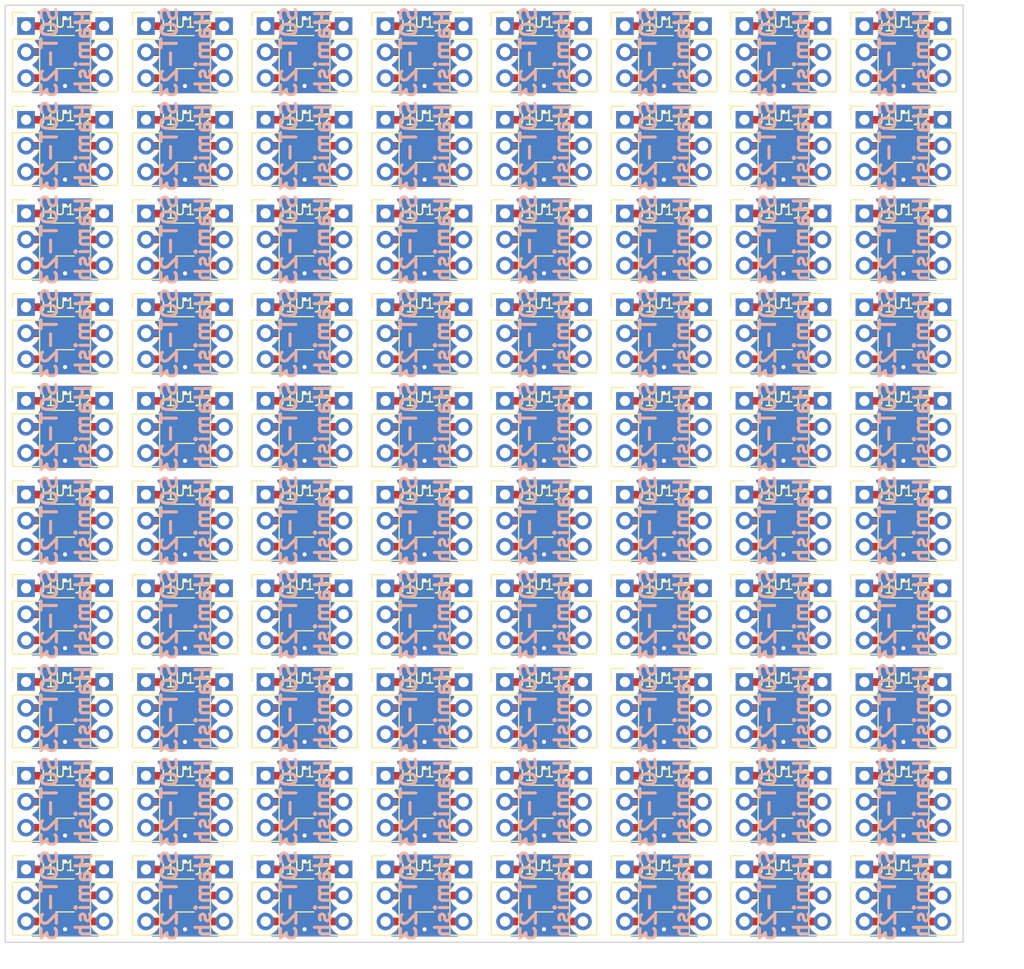
<source format=kicad_pcb>
(kicad_pcb (version 20171130) (host pcbnew "(5.1.4)-1")
  (layers (0 F.Cu signal) (31 B.Cu signal) (34 B.Paste user) (35 F.Paste user) (36 B.SilkS user) (37 F.SilkS user) (38 B.Mask user) (39 F.Mask user) (44 Edge.Cuts user))
  (net 0 "")
  (net 1 "Net-(J1-Pad3)")
  (net 2 "Net-(J1-Pad2)")
  (net 3 "Net-(J1-Pad1)")
  (net 4 "Net-(J2-Pad1)")
  (net 5 "Net-(J2-Pad2)")
  (net 6 "Net-(J2-Pad3)")
  (module Connector_PinHeader_2.54mm:PinHeader_1x03_P2.54mm_Vertical (layer F.Cu) (at 115.084 56.142)
    (fp_text reference J1 (at 2.032 0) (layer F.SilkS))
    (fp_text value Conn_01x03_Male)
    (pad 1 thru_hole rect (at 0 0) (size 1.7 1.7) (drill 1) (layers *.Cu *.Mask))
    (pad 2 thru_hole oval (at 0 2.54) (size 1.7 1.7) (drill 1) (layers *.Cu *.Mask))
    (pad 3 thru_hole oval (at 0 5.08) (size 1.7 1.7) (drill 1) (layers *.Cu *.Mask))
  )
  (module Connector_PinHeader_2.54mm:PinHeader_1x03_P2.54mm_Vertical (layer F.Cu) (at 103.378 46.99)
    (fp_text reference J1 (at 2.032 0) (layer F.SilkS))
    (fp_text value Conn_01x03_Male)
    (pad 1 thru_hole rect (at 0 0) (size 1.7 1.7) (drill 1) (layers *.Cu *.Mask))
    (pad 2 thru_hole oval (at 0 2.54) (size 1.7 1.7) (drill 1) (layers *.Cu *.Mask))
    (pad 3 thru_hole oval (at 0 5.08) (size 1.7 1.7) (drill 1) (layers *.Cu *.Mask))
  )
  (module Connector_PinHeader_2.54mm:PinHeader_1x03_P2.54mm_Vertical (layer F.Cu) (at 122.704 56.142)
    (fp_text reference J2 (at -2.032 0) (layer F.SilkS))
    (fp_text value Conn_01x03_Male)
    (pad 3 thru_hole oval (at 0 5.08) (size 1.7 1.7) (drill 1) (layers *.Cu *.Mask))
    (pad 2 thru_hole oval (at 0 2.54) (size 1.7 1.7) (drill 1) (layers *.Cu *.Mask))
    (pad 1 thru_hole rect (at 0 0) (size 1.7 1.7) (drill 1) (layers *.Cu *.Mask))
  )
  (module Connector_PinHeader_2.54mm:PinHeader_1x03_P2.54mm_Vertical (layer F.Cu) (at 75.968 56.142)
    (fp_text reference J2 (at -2.032 0) (layer F.SilkS))
    (fp_text value Conn_01x03_Male)
    (pad 1 thru_hole rect (at 0 0) (size 1.7 1.7) (drill 1) (layers *.Cu *.Mask))
    (pad 2 thru_hole oval (at 0 2.54) (size 1.7 1.7) (drill 1) (layers *.Cu *.Mask))
    (pad 3 thru_hole oval (at 0 5.08) (size 1.7 1.7) (drill 1) (layers *.Cu *.Mask))
  )
  (module Connector_PinHeader_2.54mm:PinHeader_1x03_P2.54mm_Vertical (layer F.Cu) (at 122.704 46.998)
    (fp_text reference J2 (at -2.032 0) (layer F.SilkS))
    (fp_text value Conn_01x03_Male)
    (pad 1 thru_hole rect (at 0 0) (size 1.7 1.7) (drill 1) (layers *.Cu *.Mask))
    (pad 2 thru_hole oval (at 0 2.54) (size 1.7 1.7) (drill 1) (layers *.Cu *.Mask))
    (pad 3 thru_hole oval (at 0 5.08) (size 1.7 1.7) (drill 1) (layers *.Cu *.Mask))
  )
  (module Connector_PinHeader_2.54mm:PinHeader_1x03_P2.54mm_Vertical (layer F.Cu) (at 68.348 46.998)
    (fp_text reference J1 (at 2.032 0) (layer F.SilkS))
    (fp_text value Conn_01x03_Male)
    (pad 1 thru_hole rect (at 0 0) (size 1.7 1.7) (drill 1) (layers *.Cu *.Mask))
    (pad 2 thru_hole oval (at 0 2.54) (size 1.7 1.7) (drill 1) (layers *.Cu *.Mask))
    (pad 3 thru_hole oval (at 0 5.08) (size 1.7 1.7) (drill 1) (layers *.Cu *.Mask))
  )
  (module Connector_PinHeader_2.54mm:PinHeader_1x03_P2.54mm_Vertical (layer F.Cu) (at 87.63 56.134)
    (fp_text reference J2 (at -2.032 0) (layer F.SilkS))
    (fp_text value Conn_01x03_Male)
    (pad 1 thru_hole rect (at 0 0) (size 1.7 1.7) (drill 1) (layers *.Cu *.Mask))
    (pad 2 thru_hole oval (at 0 2.54) (size 1.7 1.7) (drill 1) (layers *.Cu *.Mask))
    (pad 3 thru_hole oval (at 0 5.08) (size 1.7 1.7) (drill 1) (layers *.Cu *.Mask))
  )
  (module Package_TO_SOT_SMD:SOT-23-6 (layer F.Cu) (at 95.526 58.682)
    (fp_text reference U1 (at 0 -2.9) (layer F.SilkS))
    (fp_text value ATtiny10-TS)
    (pad 5 smd rect (at 1.1 0) (size 1.06 0.65) (layers F.Cu F.Paste F.Mask))
    (pad 6 smd rect (at 1.1 -0.95) (size 1.06 0.65) (layers F.Cu F.Paste F.Mask))
    (pad 4 smd rect (at 1.1 0.95) (size 1.06 0.65) (layers F.Cu F.Paste F.Mask))
    (pad 3 smd rect (at -1.1 0.95) (size 1.06 0.65) (layers F.Cu F.Paste F.Mask))
    (pad 2 smd rect (at -1.1 0) (size 1.06 0.65) (layers F.Cu F.Paste F.Mask))
    (pad 1 smd rect (at -1.1 -0.95) (size 1.06 0.65) (layers F.Cu F.Paste F.Mask))
  )
  (module Connector_PinHeader_2.54mm:PinHeader_1x03_P2.54mm_Vertical (layer F.Cu) (at 87.63 46.99)
    (fp_text reference J2 (at -2.032 0) (layer F.SilkS))
    (fp_text value Conn_01x03_Male)
    (pad 3 thru_hole oval (at 0 5.08) (size 1.7 1.7) (drill 1) (layers *.Cu *.Mask))
    (pad 2 thru_hole oval (at 0 2.54) (size 1.7 1.7) (drill 1) (layers *.Cu *.Mask))
    (pad 1 thru_hole rect (at 0 0) (size 1.7 1.7) (drill 1) (layers *.Cu *.Mask))
  )
  (module Connector_PinHeader_2.54mm:PinHeader_1x03_P2.54mm_Vertical (layer F.Cu) (at 68.348 56.142)
    (fp_text reference J1 (at 2.032 0) (layer F.SilkS))
    (fp_text value Conn_01x03_Male)
    (pad 3 thru_hole oval (at 0 5.08) (size 1.7 1.7) (drill 1) (layers *.Cu *.Mask))
    (pad 2 thru_hole oval (at 0 2.54) (size 1.7 1.7) (drill 1) (layers *.Cu *.Mask))
    (pad 1 thru_hole rect (at 0 0) (size 1.7 1.7) (drill 1) (layers *.Cu *.Mask))
  )
  (module Connector_PinHeader_2.54mm:PinHeader_1x03_P2.54mm_Vertical (layer F.Cu) (at 126.746 56.134)
    (fp_text reference J1 (at 2.032 0) (layer F.SilkS))
    (fp_text value Conn_01x03_Male)
    (pad 1 thru_hole rect (at 0 0) (size 1.7 1.7) (drill 1) (layers *.Cu *.Mask))
    (pad 2 thru_hole oval (at 0 2.54) (size 1.7 1.7) (drill 1) (layers *.Cu *.Mask))
    (pad 3 thru_hole oval (at 0 5.08) (size 1.7 1.7) (drill 1) (layers *.Cu *.Mask))
  )
  (module Package_TO_SOT_SMD:SOT-23-6 (layer F.Cu) (at 83.82 49.53)
    (fp_text reference U1 (at 0 -2.9) (layer F.SilkS))
    (fp_text value ATtiny10-TS)
    (pad 5 smd rect (at 1.1 0) (size 1.06 0.65) (layers F.Cu F.Paste F.Mask))
    (pad 6 smd rect (at 1.1 -0.95) (size 1.06 0.65) (layers F.Cu F.Paste F.Mask))
    (pad 4 smd rect (at 1.1 0.95) (size 1.06 0.65) (layers F.Cu F.Paste F.Mask))
    (pad 3 smd rect (at -1.1 0.95) (size 1.06 0.65) (layers F.Cu F.Paste F.Mask))
    (pad 2 smd rect (at -1.1 0) (size 1.06 0.65) (layers F.Cu F.Paste F.Mask))
    (pad 1 smd rect (at -1.1 -0.95) (size 1.06 0.65) (layers F.Cu F.Paste F.Mask))
  )
  (module Connector_PinHeader_2.54mm:PinHeader_1x03_P2.54mm_Vertical (layer F.Cu) (at 91.716 56.142)
    (fp_text reference J1 (at 2.032 0) (layer F.SilkS))
    (fp_text value Conn_01x03_Male)
    (pad 1 thru_hole rect (at 0 0) (size 1.7 1.7) (drill 1) (layers *.Cu *.Mask))
    (pad 2 thru_hole oval (at 0 2.54) (size 1.7 1.7) (drill 1) (layers *.Cu *.Mask))
    (pad 3 thru_hole oval (at 0 5.08) (size 1.7 1.7) (drill 1) (layers *.Cu *.Mask))
  )
  (module Connector_PinHeader_2.54mm:PinHeader_1x03_P2.54mm_Vertical (layer F.Cu) (at 56.642 46.99)
    (fp_text reference J1 (at 2.032 0) (layer F.SilkS))
    (fp_text value Conn_01x03_Male)
    (pad 3 thru_hole oval (at 0 5.08) (size 1.7 1.7) (drill 1) (layers *.Cu *.Mask))
    (pad 2 thru_hole oval (at 0 2.54) (size 1.7 1.7) (drill 1) (layers *.Cu *.Mask))
    (pad 1 thru_hole rect (at 0 0) (size 1.7 1.7) (drill 1) (layers *.Cu *.Mask))
  )
  (module Package_TO_SOT_SMD:SOT-23-6 (layer F.Cu) (at 72.158 49.538)
    (fp_text reference U1 (at 0 -2.9) (layer F.SilkS))
    (fp_text value ATtiny10-TS)
    (pad 5 smd rect (at 1.1 0) (size 1.06 0.65) (layers F.Cu F.Paste F.Mask))
    (pad 6 smd rect (at 1.1 -0.95) (size 1.06 0.65) (layers F.Cu F.Paste F.Mask))
    (pad 4 smd rect (at 1.1 0.95) (size 1.06 0.65) (layers F.Cu F.Paste F.Mask))
    (pad 3 smd rect (at -1.1 0.95) (size 1.06 0.65) (layers F.Cu F.Paste F.Mask))
    (pad 2 smd rect (at -1.1 0) (size 1.06 0.65) (layers F.Cu F.Paste F.Mask))
    (pad 1 smd rect (at -1.1 -0.95) (size 1.06 0.65) (layers F.Cu F.Paste F.Mask))
  )
  (module Package_TO_SOT_SMD:SOT-23-6 (layer F.Cu) (at 118.894 49.538)
    (fp_text reference U1 (at 0 -2.9) (layer F.SilkS))
    (fp_text value ATtiny10-TS)
    (pad 1 smd rect (at -1.1 -0.95) (size 1.06 0.65) (layers F.Cu F.Paste F.Mask))
    (pad 2 smd rect (at -1.1 0) (size 1.06 0.65) (layers F.Cu F.Paste F.Mask))
    (pad 3 smd rect (at -1.1 0.95) (size 1.06 0.65) (layers F.Cu F.Paste F.Mask))
    (pad 4 smd rect (at 1.1 0.95) (size 1.06 0.65) (layers F.Cu F.Paste F.Mask))
    (pad 6 smd rect (at 1.1 -0.95) (size 1.06 0.65) (layers F.Cu F.Paste F.Mask))
    (pad 5 smd rect (at 1.1 0) (size 1.06 0.65) (layers F.Cu F.Paste F.Mask))
  )
  (module Connector_PinHeader_2.54mm:PinHeader_1x03_P2.54mm_Vertical (layer F.Cu) (at 134.366 46.99)
    (fp_text reference J2 (at -2.032 0) (layer F.SilkS))
    (fp_text value Conn_01x03_Male)
    (pad 1 thru_hole rect (at 0 0) (size 1.7 1.7) (drill 1) (layers *.Cu *.Mask))
    (pad 2 thru_hole oval (at 0 2.54) (size 1.7 1.7) (drill 1) (layers *.Cu *.Mask))
    (pad 3 thru_hole oval (at 0 5.08) (size 1.7 1.7) (drill 1) (layers *.Cu *.Mask))
  )
  (module Connector_PinHeader_2.54mm:PinHeader_1x03_P2.54mm_Vertical (layer F.Cu) (at 99.336 56.142)
    (fp_text reference J2 (at -2.032 0) (layer F.SilkS))
    (fp_text value Conn_01x03_Male)
    (pad 3 thru_hole oval (at 0 5.08) (size 1.7 1.7) (drill 1) (layers *.Cu *.Mask))
    (pad 2 thru_hole oval (at 0 2.54) (size 1.7 1.7) (drill 1) (layers *.Cu *.Mask))
    (pad 1 thru_hole rect (at 0 0) (size 1.7 1.7) (drill 1) (layers *.Cu *.Mask))
  )
  (module Connector_PinHeader_2.54mm:PinHeader_1x03_P2.54mm_Vertical (layer F.Cu) (at 134.366 56.134)
    (fp_text reference J2 (at -2.032 0) (layer F.SilkS))
    (fp_text value Conn_01x03_Male)
    (pad 3 thru_hole oval (at 0 5.08) (size 1.7 1.7) (drill 1) (layers *.Cu *.Mask))
    (pad 2 thru_hole oval (at 0 2.54) (size 1.7 1.7) (drill 1) (layers *.Cu *.Mask))
    (pad 1 thru_hole rect (at 0 0) (size 1.7 1.7) (drill 1) (layers *.Cu *.Mask))
  )
  (module Package_TO_SOT_SMD:SOT-23-6 (layer F.Cu) (at 130.556 58.674)
    (fp_text reference U1 (at 0 -2.9) (layer F.SilkS))
    (fp_text value ATtiny10-TS)
    (pad 5 smd rect (at 1.1 0) (size 1.06 0.65) (layers F.Cu F.Paste F.Mask))
    (pad 6 smd rect (at 1.1 -0.95) (size 1.06 0.65) (layers F.Cu F.Paste F.Mask))
    (pad 4 smd rect (at 1.1 0.95) (size 1.06 0.65) (layers F.Cu F.Paste F.Mask))
    (pad 3 smd rect (at -1.1 0.95) (size 1.06 0.65) (layers F.Cu F.Paste F.Mask))
    (pad 2 smd rect (at -1.1 0) (size 1.06 0.65) (layers F.Cu F.Paste F.Mask))
    (pad 1 smd rect (at -1.1 -0.95) (size 1.06 0.65) (layers F.Cu F.Paste F.Mask))
  )
  (module Connector_PinHeader_2.54mm:PinHeader_1x03_P2.54mm_Vertical (layer F.Cu) (at 75.968 46.998)
    (fp_text reference J2 (at -2.032 0) (layer F.SilkS))
    (fp_text value Conn_01x03_Male)
    (pad 3 thru_hole oval (at 0 5.08) (size 1.7 1.7) (drill 1) (layers *.Cu *.Mask))
    (pad 2 thru_hole oval (at 0 2.54) (size 1.7 1.7) (drill 1) (layers *.Cu *.Mask))
    (pad 1 thru_hole rect (at 0 0) (size 1.7 1.7) (drill 1) (layers *.Cu *.Mask))
  )
  (module Connector_PinHeader_2.54mm:PinHeader_1x03_P2.54mm_Vertical (layer F.Cu) (at 138.452 46.998)
    (fp_text reference J1 (at 2.032 0) (layer F.SilkS))
    (fp_text value Conn_01x03_Male)
    (pad 1 thru_hole rect (at 0 0) (size 1.7 1.7) (drill 1) (layers *.Cu *.Mask))
    (pad 2 thru_hole oval (at 0 2.54) (size 1.7 1.7) (drill 1) (layers *.Cu *.Mask))
    (pad 3 thru_hole oval (at 0 5.08) (size 1.7 1.7) (drill 1) (layers *.Cu *.Mask))
  )
  (module Connector_PinHeader_2.54mm:PinHeader_1x03_P2.54mm_Vertical (layer F.Cu) (at 146.072 46.998)
    (fp_text reference J2 (at -2.032 0) (layer F.SilkS))
    (fp_text value Conn_01x03_Male)
    (pad 3 thru_hole oval (at 0 5.08) (size 1.7 1.7) (drill 1) (layers *.Cu *.Mask))
    (pad 2 thru_hole oval (at 0 2.54) (size 1.7 1.7) (drill 1) (layers *.Cu *.Mask))
    (pad 1 thru_hole rect (at 0 0) (size 1.7 1.7) (drill 1) (layers *.Cu *.Mask))
  )
  (module Package_TO_SOT_SMD:SOT-23-6 (layer F.Cu) (at 72.158 58.682)
    (fp_text reference U1 (at 0 -2.9) (layer F.SilkS))
    (fp_text value ATtiny10-TS)
    (pad 1 smd rect (at -1.1 -0.95) (size 1.06 0.65) (layers F.Cu F.Paste F.Mask))
    (pad 2 smd rect (at -1.1 0) (size 1.06 0.65) (layers F.Cu F.Paste F.Mask))
    (pad 3 smd rect (at -1.1 0.95) (size 1.06 0.65) (layers F.Cu F.Paste F.Mask))
    (pad 4 smd rect (at 1.1 0.95) (size 1.06 0.65) (layers F.Cu F.Paste F.Mask))
    (pad 6 smd rect (at 1.1 -0.95) (size 1.06 0.65) (layers F.Cu F.Paste F.Mask))
    (pad 5 smd rect (at 1.1 0) (size 1.06 0.65) (layers F.Cu F.Paste F.Mask))
  )
  (module Connector_PinHeader_2.54mm:PinHeader_1x03_P2.54mm_Vertical (layer F.Cu) (at 110.998 46.99)
    (fp_text reference J2 (at -2.032 0) (layer F.SilkS))
    (fp_text value Conn_01x03_Male)
    (pad 3 thru_hole oval (at 0 5.08) (size 1.7 1.7) (drill 1) (layers *.Cu *.Mask))
    (pad 2 thru_hole oval (at 0 2.54) (size 1.7 1.7) (drill 1) (layers *.Cu *.Mask))
    (pad 1 thru_hole rect (at 0 0) (size 1.7 1.7) (drill 1) (layers *.Cu *.Mask))
  )
  (module Connector_PinHeader_2.54mm:PinHeader_1x03_P2.54mm_Vertical (layer F.Cu) (at 64.262 56.134)
    (fp_text reference J2 (at -2.032 0) (layer F.SilkS))
    (fp_text value Conn_01x03_Male)
    (pad 3 thru_hole oval (at 0 5.08) (size 1.7 1.7) (drill 1) (layers *.Cu *.Mask))
    (pad 2 thru_hole oval (at 0 2.54) (size 1.7 1.7) (drill 1) (layers *.Cu *.Mask))
    (pad 1 thru_hole rect (at 0 0) (size 1.7 1.7) (drill 1) (layers *.Cu *.Mask))
  )
  (module Package_TO_SOT_SMD:SOT-23-6 (layer F.Cu) (at 142.262 58.682)
    (fp_text reference U1 (at 0 -2.9) (layer F.SilkS))
    (fp_text value ATtiny10-TS)
    (pad 1 smd rect (at -1.1 -0.95) (size 1.06 0.65) (layers F.Cu F.Paste F.Mask))
    (pad 2 smd rect (at -1.1 0) (size 1.06 0.65) (layers F.Cu F.Paste F.Mask))
    (pad 3 smd rect (at -1.1 0.95) (size 1.06 0.65) (layers F.Cu F.Paste F.Mask))
    (pad 4 smd rect (at 1.1 0.95) (size 1.06 0.65) (layers F.Cu F.Paste F.Mask))
    (pad 6 smd rect (at 1.1 -0.95) (size 1.06 0.65) (layers F.Cu F.Paste F.Mask))
    (pad 5 smd rect (at 1.1 0) (size 1.06 0.65) (layers F.Cu F.Paste F.Mask))
  )
  (module Package_TO_SOT_SMD:SOT-23-6 (layer F.Cu) (at 118.894 58.682)
    (fp_text reference U1 (at 0 -2.9) (layer F.SilkS))
    (fp_text value ATtiny10-TS)
    (pad 5 smd rect (at 1.1 0) (size 1.06 0.65) (layers F.Cu F.Paste F.Mask))
    (pad 6 smd rect (at 1.1 -0.95) (size 1.06 0.65) (layers F.Cu F.Paste F.Mask))
    (pad 4 smd rect (at 1.1 0.95) (size 1.06 0.65) (layers F.Cu F.Paste F.Mask))
    (pad 3 smd rect (at -1.1 0.95) (size 1.06 0.65) (layers F.Cu F.Paste F.Mask))
    (pad 2 smd rect (at -1.1 0) (size 1.06 0.65) (layers F.Cu F.Paste F.Mask))
    (pad 1 smd rect (at -1.1 -0.95) (size 1.06 0.65) (layers F.Cu F.Paste F.Mask))
  )
  (module Package_TO_SOT_SMD:SOT-23-6 (layer F.Cu) (at 130.556 49.53)
    (fp_text reference U1 (at 0 -2.9) (layer F.SilkS))
    (fp_text value ATtiny10-TS)
    (pad 1 smd rect (at -1.1 -0.95) (size 1.06 0.65) (layers F.Cu F.Paste F.Mask))
    (pad 2 smd rect (at -1.1 0) (size 1.06 0.65) (layers F.Cu F.Paste F.Mask))
    (pad 3 smd rect (at -1.1 0.95) (size 1.06 0.65) (layers F.Cu F.Paste F.Mask))
    (pad 4 smd rect (at 1.1 0.95) (size 1.06 0.65) (layers F.Cu F.Paste F.Mask))
    (pad 6 smd rect (at 1.1 -0.95) (size 1.06 0.65) (layers F.Cu F.Paste F.Mask))
    (pad 5 smd rect (at 1.1 0) (size 1.06 0.65) (layers F.Cu F.Paste F.Mask))
  )
  (module Connector_PinHeader_2.54mm:PinHeader_1x03_P2.54mm_Vertical (layer F.Cu) (at 56.642 56.134)
    (fp_text reference J1 (at 2.032 0) (layer F.SilkS))
    (fp_text value Conn_01x03_Male)
    (pad 1 thru_hole rect (at 0 0) (size 1.7 1.7) (drill 1) (layers *.Cu *.Mask))
    (pad 2 thru_hole oval (at 0 2.54) (size 1.7 1.7) (drill 1) (layers *.Cu *.Mask))
    (pad 3 thru_hole oval (at 0 5.08) (size 1.7 1.7) (drill 1) (layers *.Cu *.Mask))
  )
  (module Connector_PinHeader_2.54mm:PinHeader_1x03_P2.54mm_Vertical (layer F.Cu) (at 126.746 46.99)
    (fp_text reference J1 (at 2.032 0) (layer F.SilkS))
    (fp_text value Conn_01x03_Male)
    (pad 3 thru_hole oval (at 0 5.08) (size 1.7 1.7) (drill 1) (layers *.Cu *.Mask))
    (pad 2 thru_hole oval (at 0 2.54) (size 1.7 1.7) (drill 1) (layers *.Cu *.Mask))
    (pad 1 thru_hole rect (at 0 0) (size 1.7 1.7) (drill 1) (layers *.Cu *.Mask))
  )
  (module Connector_PinHeader_2.54mm:PinHeader_1x03_P2.54mm_Vertical (layer F.Cu) (at 110.998 56.134)
    (fp_text reference J2 (at -2.032 0) (layer F.SilkS))
    (fp_text value Conn_01x03_Male)
    (pad 1 thru_hole rect (at 0 0) (size 1.7 1.7) (drill 1) (layers *.Cu *.Mask))
    (pad 2 thru_hole oval (at 0 2.54) (size 1.7 1.7) (drill 1) (layers *.Cu *.Mask))
    (pad 3 thru_hole oval (at 0 5.08) (size 1.7 1.7) (drill 1) (layers *.Cu *.Mask))
  )
  (module Connector_PinHeader_2.54mm:PinHeader_1x03_P2.54mm_Vertical (layer F.Cu) (at 103.378 56.134)
    (fp_text reference J1 (at 2.032 0) (layer F.SilkS))
    (fp_text value Conn_01x03_Male)
    (pad 3 thru_hole oval (at 0 5.08) (size 1.7 1.7) (drill 1) (layers *.Cu *.Mask))
    (pad 2 thru_hole oval (at 0 2.54) (size 1.7 1.7) (drill 1) (layers *.Cu *.Mask))
    (pad 1 thru_hole rect (at 0 0) (size 1.7 1.7) (drill 1) (layers *.Cu *.Mask))
  )
  (module Connector_PinHeader_2.54mm:PinHeader_1x03_P2.54mm_Vertical (layer F.Cu) (at 115.084 46.998)
    (fp_text reference J1 (at 2.032 0) (layer F.SilkS))
    (fp_text value Conn_01x03_Male)
    (pad 3 thru_hole oval (at 0 5.08) (size 1.7 1.7) (drill 1) (layers *.Cu *.Mask))
    (pad 2 thru_hole oval (at 0 2.54) (size 1.7 1.7) (drill 1) (layers *.Cu *.Mask))
    (pad 1 thru_hole rect (at 0 0) (size 1.7 1.7) (drill 1) (layers *.Cu *.Mask))
  )
  (module Package_TO_SOT_SMD:SOT-23-6 (layer F.Cu) (at 60.452 58.674)
    (fp_text reference U1 (at 0 -2.9) (layer F.SilkS))
    (fp_text value ATtiny10-TS)
    (pad 5 smd rect (at 1.1 0) (size 1.06 0.65) (layers F.Cu F.Paste F.Mask))
    (pad 6 smd rect (at 1.1 -0.95) (size 1.06 0.65) (layers F.Cu F.Paste F.Mask))
    (pad 4 smd rect (at 1.1 0.95) (size 1.06 0.65) (layers F.Cu F.Paste F.Mask))
    (pad 3 smd rect (at -1.1 0.95) (size 1.06 0.65) (layers F.Cu F.Paste F.Mask))
    (pad 2 smd rect (at -1.1 0) (size 1.06 0.65) (layers F.Cu F.Paste F.Mask))
    (pad 1 smd rect (at -1.1 -0.95) (size 1.06 0.65) (layers F.Cu F.Paste F.Mask))
  )
  (module Connector_PinHeader_2.54mm:PinHeader_1x03_P2.54mm_Vertical (layer F.Cu) (at 80.01 56.134)
    (fp_text reference J1 (at 2.032 0) (layer F.SilkS))
    (fp_text value Conn_01x03_Male)
    (pad 3 thru_hole oval (at 0 5.08) (size 1.7 1.7) (drill 1) (layers *.Cu *.Mask))
    (pad 2 thru_hole oval (at 0 2.54) (size 1.7 1.7) (drill 1) (layers *.Cu *.Mask))
    (pad 1 thru_hole rect (at 0 0) (size 1.7 1.7) (drill 1) (layers *.Cu *.Mask))
  )
  (module Package_TO_SOT_SMD:SOT-23-6 (layer F.Cu) (at 107.188 49.53)
    (fp_text reference U1 (at 0 -2.9) (layer F.SilkS))
    (fp_text value ATtiny10-TS)
    (pad 5 smd rect (at 1.1 0) (size 1.06 0.65) (layers F.Cu F.Paste F.Mask))
    (pad 6 smd rect (at 1.1 -0.95) (size 1.06 0.65) (layers F.Cu F.Paste F.Mask))
    (pad 4 smd rect (at 1.1 0.95) (size 1.06 0.65) (layers F.Cu F.Paste F.Mask))
    (pad 3 smd rect (at -1.1 0.95) (size 1.06 0.65) (layers F.Cu F.Paste F.Mask))
    (pad 2 smd rect (at -1.1 0) (size 1.06 0.65) (layers F.Cu F.Paste F.Mask))
    (pad 1 smd rect (at -1.1 -0.95) (size 1.06 0.65) (layers F.Cu F.Paste F.Mask))
  )
  (module Package_TO_SOT_SMD:SOT-23-6 (layer F.Cu) (at 95.526 49.538)
    (fp_text reference U1 (at 0 -2.9) (layer F.SilkS))
    (fp_text value ATtiny10-TS)
    (pad 1 smd rect (at -1.1 -0.95) (size 1.06 0.65) (layers F.Cu F.Paste F.Mask))
    (pad 2 smd rect (at -1.1 0) (size 1.06 0.65) (layers F.Cu F.Paste F.Mask))
    (pad 3 smd rect (at -1.1 0.95) (size 1.06 0.65) (layers F.Cu F.Paste F.Mask))
    (pad 4 smd rect (at 1.1 0.95) (size 1.06 0.65) (layers F.Cu F.Paste F.Mask))
    (pad 6 smd rect (at 1.1 -0.95) (size 1.06 0.65) (layers F.Cu F.Paste F.Mask))
    (pad 5 smd rect (at 1.1 0) (size 1.06 0.65) (layers F.Cu F.Paste F.Mask))
  )
  (module Package_TO_SOT_SMD:SOT-23-6 (layer F.Cu) (at 142.262 49.538)
    (fp_text reference U1 (at 0 -2.9) (layer F.SilkS))
    (fp_text value ATtiny10-TS)
    (pad 5 smd rect (at 1.1 0) (size 1.06 0.65) (layers F.Cu F.Paste F.Mask))
    (pad 6 smd rect (at 1.1 -0.95) (size 1.06 0.65) (layers F.Cu F.Paste F.Mask))
    (pad 4 smd rect (at 1.1 0.95) (size 1.06 0.65) (layers F.Cu F.Paste F.Mask))
    (pad 3 smd rect (at -1.1 0.95) (size 1.06 0.65) (layers F.Cu F.Paste F.Mask))
    (pad 2 smd rect (at -1.1 0) (size 1.06 0.65) (layers F.Cu F.Paste F.Mask))
    (pad 1 smd rect (at -1.1 -0.95) (size 1.06 0.65) (layers F.Cu F.Paste F.Mask))
  )
  (module Package_TO_SOT_SMD:SOT-23-6 (layer F.Cu) (at 107.188 58.674)
    (fp_text reference U1 (at 0 -2.9) (layer F.SilkS))
    (fp_text value ATtiny10-TS)
    (pad 1 smd rect (at -1.1 -0.95) (size 1.06 0.65) (layers F.Cu F.Paste F.Mask))
    (pad 2 smd rect (at -1.1 0) (size 1.06 0.65) (layers F.Cu F.Paste F.Mask))
    (pad 3 smd rect (at -1.1 0.95) (size 1.06 0.65) (layers F.Cu F.Paste F.Mask))
    (pad 4 smd rect (at 1.1 0.95) (size 1.06 0.65) (layers F.Cu F.Paste F.Mask))
    (pad 6 smd rect (at 1.1 -0.95) (size 1.06 0.65) (layers F.Cu F.Paste F.Mask))
    (pad 5 smd rect (at 1.1 0) (size 1.06 0.65) (layers F.Cu F.Paste F.Mask))
  )
  (module Package_TO_SOT_SMD:SOT-23-6 (layer F.Cu) (at 83.82 58.674)
    (fp_text reference U1 (at 0 -2.9) (layer F.SilkS))
    (fp_text value ATtiny10-TS)
    (pad 1 smd rect (at -1.1 -0.95) (size 1.06 0.65) (layers F.Cu F.Paste F.Mask))
    (pad 2 smd rect (at -1.1 0) (size 1.06 0.65) (layers F.Cu F.Paste F.Mask))
    (pad 3 smd rect (at -1.1 0.95) (size 1.06 0.65) (layers F.Cu F.Paste F.Mask))
    (pad 4 smd rect (at 1.1 0.95) (size 1.06 0.65) (layers F.Cu F.Paste F.Mask))
    (pad 6 smd rect (at 1.1 -0.95) (size 1.06 0.65) (layers F.Cu F.Paste F.Mask))
    (pad 5 smd rect (at 1.1 0) (size 1.06 0.65) (layers F.Cu F.Paste F.Mask))
  )
  (module Connector_PinHeader_2.54mm:PinHeader_1x03_P2.54mm_Vertical (layer F.Cu) (at 138.452 56.142)
    (fp_text reference J1 (at 2.032 0) (layer F.SilkS))
    (fp_text value Conn_01x03_Male)
    (pad 3 thru_hole oval (at 0 5.08) (size 1.7 1.7) (drill 1) (layers *.Cu *.Mask))
    (pad 2 thru_hole oval (at 0 2.54) (size 1.7 1.7) (drill 1) (layers *.Cu *.Mask))
    (pad 1 thru_hole rect (at 0 0) (size 1.7 1.7) (drill 1) (layers *.Cu *.Mask))
  )
  (module Connector_PinHeader_2.54mm:PinHeader_1x03_P2.54mm_Vertical (layer F.Cu) (at 91.716 46.998)
    (fp_text reference J1 (at 2.032 0) (layer F.SilkS))
    (fp_text value Conn_01x03_Male)
    (pad 3 thru_hole oval (at 0 5.08) (size 1.7 1.7) (drill 1) (layers *.Cu *.Mask))
    (pad 2 thru_hole oval (at 0 2.54) (size 1.7 1.7) (drill 1) (layers *.Cu *.Mask))
    (pad 1 thru_hole rect (at 0 0) (size 1.7 1.7) (drill 1) (layers *.Cu *.Mask))
  )
  (module Connector_PinHeader_2.54mm:PinHeader_1x03_P2.54mm_Vertical (layer F.Cu) (at 99.336 46.998)
    (fp_text reference J2 (at -2.032 0) (layer F.SilkS))
    (fp_text value Conn_01x03_Male)
    (pad 1 thru_hole rect (at 0 0) (size 1.7 1.7) (drill 1) (layers *.Cu *.Mask))
    (pad 2 thru_hole oval (at 0 2.54) (size 1.7 1.7) (drill 1) (layers *.Cu *.Mask))
    (pad 3 thru_hole oval (at 0 5.08) (size 1.7 1.7) (drill 1) (layers *.Cu *.Mask))
  )
  (module Connector_PinHeader_2.54mm:PinHeader_1x03_P2.54mm_Vertical (layer F.Cu) (at 64.262 46.99)
    (fp_text reference J2 (at -2.032 0) (layer F.SilkS))
    (fp_text value Conn_01x03_Male)
    (pad 1 thru_hole rect (at 0 0) (size 1.7 1.7) (drill 1) (layers *.Cu *.Mask))
    (pad 2 thru_hole oval (at 0 2.54) (size 1.7 1.7) (drill 1) (layers *.Cu *.Mask))
    (pad 3 thru_hole oval (at 0 5.08) (size 1.7 1.7) (drill 1) (layers *.Cu *.Mask))
  )
  (module Connector_PinHeader_2.54mm:PinHeader_1x03_P2.54mm_Vertical (layer F.Cu) (at 80.01 46.99)
    (fp_text reference J1 (at 2.032 0) (layer F.SilkS))
    (fp_text value Conn_01x03_Male)
    (pad 1 thru_hole rect (at 0 0) (size 1.7 1.7) (drill 1) (layers *.Cu *.Mask))
    (pad 2 thru_hole oval (at 0 2.54) (size 1.7 1.7) (drill 1) (layers *.Cu *.Mask))
    (pad 3 thru_hole oval (at 0 5.08) (size 1.7 1.7) (drill 1) (layers *.Cu *.Mask))
  )
  (module Connector_PinHeader_2.54mm:PinHeader_1x03_P2.54mm_Vertical (layer F.Cu) (at 146.072 56.142)
    (fp_text reference J2 (at -2.032 0) (layer F.SilkS))
    (fp_text value Conn_01x03_Male)
    (pad 1 thru_hole rect (at 0 0) (size 1.7 1.7) (drill 1) (layers *.Cu *.Mask))
    (pad 2 thru_hole oval (at 0 2.54) (size 1.7 1.7) (drill 1) (layers *.Cu *.Mask))
    (pad 3 thru_hole oval (at 0 5.08) (size 1.7 1.7) (drill 1) (layers *.Cu *.Mask))
  )
  (module Package_TO_SOT_SMD:SOT-23-6 (layer F.Cu) (at 60.452 49.53)
    (fp_text reference U1 (at 0 -2.9) (layer F.SilkS))
    (fp_text value ATtiny10-TS)
    (pad 1 smd rect (at -1.1 -0.95) (size 1.06 0.65) (layers F.Cu F.Paste F.Mask))
    (pad 2 smd rect (at -1.1 0) (size 1.06 0.65) (layers F.Cu F.Paste F.Mask))
    (pad 3 smd rect (at -1.1 0.95) (size 1.06 0.65) (layers F.Cu F.Paste F.Mask))
    (pad 4 smd rect (at 1.1 0.95) (size 1.06 0.65) (layers F.Cu F.Paste F.Mask))
    (pad 6 smd rect (at 1.1 -0.95) (size 1.06 0.65) (layers F.Cu F.Paste F.Mask))
    (pad 5 smd rect (at 1.1 0) (size 1.06 0.65) (layers F.Cu F.Paste F.Mask))
  )
  (module Package_TO_SOT_SMD:SOT-23-6 (layer F.Cu) (at 60.452 67.818)
    (fp_text reference U1 (at 0 -2.9) (layer F.SilkS))
    (fp_text value ATtiny10-TS)
    (pad 5 smd rect (at 1.1 0) (size 1.06 0.65) (layers F.Cu F.Paste F.Mask))
    (pad 6 smd rect (at 1.1 -0.95) (size 1.06 0.65) (layers F.Cu F.Paste F.Mask))
    (pad 4 smd rect (at 1.1 0.95) (size 1.06 0.65) (layers F.Cu F.Paste F.Mask))
    (pad 3 smd rect (at -1.1 0.95) (size 1.06 0.65) (layers F.Cu F.Paste F.Mask))
    (pad 2 smd rect (at -1.1 0) (size 1.06 0.65) (layers F.Cu F.Paste F.Mask))
    (pad 1 smd rect (at -1.1 -0.95) (size 1.06 0.65) (layers F.Cu F.Paste F.Mask))
  )
  (module Package_TO_SOT_SMD:SOT-23-6 (layer F.Cu) (at 60.452 86.106)
    (fp_text reference U1 (at 0 -2.9) (layer F.SilkS))
    (fp_text value ATtiny10-TS)
    (pad 1 smd rect (at -1.1 -0.95) (size 1.06 0.65) (layers F.Cu F.Paste F.Mask))
    (pad 2 smd rect (at -1.1 0) (size 1.06 0.65) (layers F.Cu F.Paste F.Mask))
    (pad 3 smd rect (at -1.1 0.95) (size 1.06 0.65) (layers F.Cu F.Paste F.Mask))
    (pad 4 smd rect (at 1.1 0.95) (size 1.06 0.65) (layers F.Cu F.Paste F.Mask))
    (pad 6 smd rect (at 1.1 -0.95) (size 1.06 0.65) (layers F.Cu F.Paste F.Mask))
    (pad 5 smd rect (at 1.1 0) (size 1.06 0.65) (layers F.Cu F.Paste F.Mask))
  )
  (module Connector_PinHeader_2.54mm:PinHeader_1x03_P2.54mm_Vertical (layer F.Cu) (at 103.378 83.566)
    (fp_text reference J1 (at 2.032 0) (layer F.SilkS))
    (fp_text value Conn_01x03_Male)
    (pad 1 thru_hole rect (at 0 0) (size 1.7 1.7) (drill 1) (layers *.Cu *.Mask))
    (pad 2 thru_hole oval (at 0 2.54) (size 1.7 1.7) (drill 1) (layers *.Cu *.Mask))
    (pad 3 thru_hole oval (at 0 5.08) (size 1.7 1.7) (drill 1) (layers *.Cu *.Mask))
  )
  (module Package_TO_SOT_SMD:SOT-23-6 (layer F.Cu) (at 107.188 86.106)
    (fp_text reference U1 (at 0 -2.9) (layer F.SilkS))
    (fp_text value ATtiny10-TS)
    (pad 5 smd rect (at 1.1 0) (size 1.06 0.65) (layers F.Cu F.Paste F.Mask))
    (pad 6 smd rect (at 1.1 -0.95) (size 1.06 0.65) (layers F.Cu F.Paste F.Mask))
    (pad 4 smd rect (at 1.1 0.95) (size 1.06 0.65) (layers F.Cu F.Paste F.Mask))
    (pad 3 smd rect (at -1.1 0.95) (size 1.06 0.65) (layers F.Cu F.Paste F.Mask))
    (pad 2 smd rect (at -1.1 0) (size 1.06 0.65) (layers F.Cu F.Paste F.Mask))
    (pad 1 smd rect (at -1.1 -0.95) (size 1.06 0.65) (layers F.Cu F.Paste F.Mask))
  )
  (module Connector_PinHeader_2.54mm:PinHeader_1x03_P2.54mm_Vertical (layer F.Cu) (at 134.366 83.566)
    (fp_text reference J2 (at -2.032 0) (layer F.SilkS))
    (fp_text value Conn_01x03_Male)
    (pad 1 thru_hole rect (at 0 0) (size 1.7 1.7) (drill 1) (layers *.Cu *.Mask))
    (pad 2 thru_hole oval (at 0 2.54) (size 1.7 1.7) (drill 1) (layers *.Cu *.Mask))
    (pad 3 thru_hole oval (at 0 5.08) (size 1.7 1.7) (drill 1) (layers *.Cu *.Mask))
  )
  (module Connector_PinHeader_2.54mm:PinHeader_1x03_P2.54mm_Vertical (layer F.Cu) (at 87.63 83.566)
    (fp_text reference J2 (at -2.032 0) (layer F.SilkS))
    (fp_text value Conn_01x03_Male)
    (pad 3 thru_hole oval (at 0 5.08) (size 1.7 1.7) (drill 1) (layers *.Cu *.Mask))
    (pad 2 thru_hole oval (at 0 2.54) (size 1.7 1.7) (drill 1) (layers *.Cu *.Mask))
    (pad 1 thru_hole rect (at 0 0) (size 1.7 1.7) (drill 1) (layers *.Cu *.Mask))
  )
  (module Package_TO_SOT_SMD:SOT-23-6 (layer F.Cu) (at 72.158 86.114)
    (fp_text reference U1 (at 0 -2.9) (layer F.SilkS))
    (fp_text value ATtiny10-TS)
    (pad 5 smd rect (at 1.1 0) (size 1.06 0.65) (layers F.Cu F.Paste F.Mask))
    (pad 6 smd rect (at 1.1 -0.95) (size 1.06 0.65) (layers F.Cu F.Paste F.Mask))
    (pad 4 smd rect (at 1.1 0.95) (size 1.06 0.65) (layers F.Cu F.Paste F.Mask))
    (pad 3 smd rect (at -1.1 0.95) (size 1.06 0.65) (layers F.Cu F.Paste F.Mask))
    (pad 2 smd rect (at -1.1 0) (size 1.06 0.65) (layers F.Cu F.Paste F.Mask))
    (pad 1 smd rect (at -1.1 -0.95) (size 1.06 0.65) (layers F.Cu F.Paste F.Mask))
  )
  (module Connector_PinHeader_2.54mm:PinHeader_1x03_P2.54mm_Vertical (layer F.Cu) (at 80.01 83.566)
    (fp_text reference J1 (at 2.032 0) (layer F.SilkS))
    (fp_text value Conn_01x03_Male)
    (pad 1 thru_hole rect (at 0 0) (size 1.7 1.7) (drill 1) (layers *.Cu *.Mask))
    (pad 2 thru_hole oval (at 0 2.54) (size 1.7 1.7) (drill 1) (layers *.Cu *.Mask))
    (pad 3 thru_hole oval (at 0 5.08) (size 1.7 1.7) (drill 1) (layers *.Cu *.Mask))
  )
  (module Connector_PinHeader_2.54mm:PinHeader_1x03_P2.54mm_Vertical (layer F.Cu) (at 68.348 83.574)
    (fp_text reference J1 (at 2.032 0) (layer F.SilkS))
    (fp_text value Conn_01x03_Male)
    (pad 1 thru_hole rect (at 0 0) (size 1.7 1.7) (drill 1) (layers *.Cu *.Mask))
    (pad 2 thru_hole oval (at 0 2.54) (size 1.7 1.7) (drill 1) (layers *.Cu *.Mask))
    (pad 3 thru_hole oval (at 0 5.08) (size 1.7 1.7) (drill 1) (layers *.Cu *.Mask))
  )
  (module Connector_PinHeader_2.54mm:PinHeader_1x03_P2.54mm_Vertical (layer F.Cu) (at 110.998 83.566)
    (fp_text reference J2 (at -2.032 0) (layer F.SilkS))
    (fp_text value Conn_01x03_Male)
    (pad 3 thru_hole oval (at 0 5.08) (size 1.7 1.7) (drill 1) (layers *.Cu *.Mask))
    (pad 2 thru_hole oval (at 0 2.54) (size 1.7 1.7) (drill 1) (layers *.Cu *.Mask))
    (pad 1 thru_hole rect (at 0 0) (size 1.7 1.7) (drill 1) (layers *.Cu *.Mask))
  )
  (module Package_TO_SOT_SMD:SOT-23-6 (layer F.Cu) (at 118.894 86.114)
    (fp_text reference U1 (at 0 -2.9) (layer F.SilkS))
    (fp_text value ATtiny10-TS)
    (pad 1 smd rect (at -1.1 -0.95) (size 1.06 0.65) (layers F.Cu F.Paste F.Mask))
    (pad 2 smd rect (at -1.1 0) (size 1.06 0.65) (layers F.Cu F.Paste F.Mask))
    (pad 3 smd rect (at -1.1 0.95) (size 1.06 0.65) (layers F.Cu F.Paste F.Mask))
    (pad 4 smd rect (at 1.1 0.95) (size 1.06 0.65) (layers F.Cu F.Paste F.Mask))
    (pad 6 smd rect (at 1.1 -0.95) (size 1.06 0.65) (layers F.Cu F.Paste F.Mask))
    (pad 5 smd rect (at 1.1 0) (size 1.06 0.65) (layers F.Cu F.Paste F.Mask))
  )
  (module Connector_PinHeader_2.54mm:PinHeader_1x03_P2.54mm_Vertical (layer F.Cu) (at 64.262 83.566)
    (fp_text reference J2 (at -2.032 0) (layer F.SilkS))
    (fp_text value Conn_01x03_Male)
    (pad 1 thru_hole rect (at 0 0) (size 1.7 1.7) (drill 1) (layers *.Cu *.Mask))
    (pad 2 thru_hole oval (at 0 2.54) (size 1.7 1.7) (drill 1) (layers *.Cu *.Mask))
    (pad 3 thru_hole oval (at 0 5.08) (size 1.7 1.7) (drill 1) (layers *.Cu *.Mask))
  )
  (module Package_TO_SOT_SMD:SOT-23-6 (layer F.Cu) (at 83.82 86.106)
    (fp_text reference U1 (at 0 -2.9) (layer F.SilkS))
    (fp_text value ATtiny10-TS)
    (pad 5 smd rect (at 1.1 0) (size 1.06 0.65) (layers F.Cu F.Paste F.Mask))
    (pad 6 smd rect (at 1.1 -0.95) (size 1.06 0.65) (layers F.Cu F.Paste F.Mask))
    (pad 4 smd rect (at 1.1 0.95) (size 1.06 0.65) (layers F.Cu F.Paste F.Mask))
    (pad 3 smd rect (at -1.1 0.95) (size 1.06 0.65) (layers F.Cu F.Paste F.Mask))
    (pad 2 smd rect (at -1.1 0) (size 1.06 0.65) (layers F.Cu F.Paste F.Mask))
    (pad 1 smd rect (at -1.1 -0.95) (size 1.06 0.65) (layers F.Cu F.Paste F.Mask))
  )
  (module Connector_PinHeader_2.54mm:PinHeader_1x03_P2.54mm_Vertical (layer F.Cu) (at 122.704 83.574)
    (fp_text reference J2 (at -2.032 0) (layer F.SilkS))
    (fp_text value Conn_01x03_Male)
    (pad 1 thru_hole rect (at 0 0) (size 1.7 1.7) (drill 1) (layers *.Cu *.Mask))
    (pad 2 thru_hole oval (at 0 2.54) (size 1.7 1.7) (drill 1) (layers *.Cu *.Mask))
    (pad 3 thru_hole oval (at 0 5.08) (size 1.7 1.7) (drill 1) (layers *.Cu *.Mask))
  )
  (module Package_TO_SOT_SMD:SOT-23-6 (layer F.Cu) (at 95.526 86.114)
    (fp_text reference U1 (at 0 -2.9) (layer F.SilkS))
    (fp_text value ATtiny10-TS)
    (pad 1 smd rect (at -1.1 -0.95) (size 1.06 0.65) (layers F.Cu F.Paste F.Mask))
    (pad 2 smd rect (at -1.1 0) (size 1.06 0.65) (layers F.Cu F.Paste F.Mask))
    (pad 3 smd rect (at -1.1 0.95) (size 1.06 0.65) (layers F.Cu F.Paste F.Mask))
    (pad 4 smd rect (at 1.1 0.95) (size 1.06 0.65) (layers F.Cu F.Paste F.Mask))
    (pad 6 smd rect (at 1.1 -0.95) (size 1.06 0.65) (layers F.Cu F.Paste F.Mask))
    (pad 5 smd rect (at 1.1 0) (size 1.06 0.65) (layers F.Cu F.Paste F.Mask))
  )
  (module Connector_PinHeader_2.54mm:PinHeader_1x03_P2.54mm_Vertical (layer F.Cu) (at 75.968 83.574)
    (fp_text reference J2 (at -2.032 0) (layer F.SilkS))
    (fp_text value Conn_01x03_Male)
    (pad 3 thru_hole oval (at 0 5.08) (size 1.7 1.7) (drill 1) (layers *.Cu *.Mask))
    (pad 2 thru_hole oval (at 0 2.54) (size 1.7 1.7) (drill 1) (layers *.Cu *.Mask))
    (pad 1 thru_hole rect (at 0 0) (size 1.7 1.7) (drill 1) (layers *.Cu *.Mask))
  )
  (module Connector_PinHeader_2.54mm:PinHeader_1x03_P2.54mm_Vertical (layer F.Cu) (at 56.642 83.566)
    (fp_text reference J1 (at 2.032 0) (layer F.SilkS))
    (fp_text value Conn_01x03_Male)
    (pad 3 thru_hole oval (at 0 5.08) (size 1.7 1.7) (drill 1) (layers *.Cu *.Mask))
    (pad 2 thru_hole oval (at 0 2.54) (size 1.7 1.7) (drill 1) (layers *.Cu *.Mask))
    (pad 1 thru_hole rect (at 0 0) (size 1.7 1.7) (drill 1) (layers *.Cu *.Mask))
  )
  (module Connector_PinHeader_2.54mm:PinHeader_1x03_P2.54mm_Vertical (layer F.Cu) (at 138.452 83.574)
    (fp_text reference J1 (at 2.032 0) (layer F.SilkS))
    (fp_text value Conn_01x03_Male)
    (pad 1 thru_hole rect (at 0 0) (size 1.7 1.7) (drill 1) (layers *.Cu *.Mask))
    (pad 2 thru_hole oval (at 0 2.54) (size 1.7 1.7) (drill 1) (layers *.Cu *.Mask))
    (pad 3 thru_hole oval (at 0 5.08) (size 1.7 1.7) (drill 1) (layers *.Cu *.Mask))
  )
  (module Connector_PinHeader_2.54mm:PinHeader_1x03_P2.54mm_Vertical (layer F.Cu) (at 146.072 83.574)
    (fp_text reference J2 (at -2.032 0) (layer F.SilkS))
    (fp_text value Conn_01x03_Male)
    (pad 3 thru_hole oval (at 0 5.08) (size 1.7 1.7) (drill 1) (layers *.Cu *.Mask))
    (pad 2 thru_hole oval (at 0 2.54) (size 1.7 1.7) (drill 1) (layers *.Cu *.Mask))
    (pad 1 thru_hole rect (at 0 0) (size 1.7 1.7) (drill 1) (layers *.Cu *.Mask))
  )
  (module Connector_PinHeader_2.54mm:PinHeader_1x03_P2.54mm_Vertical (layer F.Cu) (at 99.336 74.43)
    (fp_text reference J2 (at -2.032 0) (layer F.SilkS))
    (fp_text value Conn_01x03_Male)
    (pad 1 thru_hole rect (at 0 0) (size 1.7 1.7) (drill 1) (layers *.Cu *.Mask))
    (pad 2 thru_hole oval (at 0 2.54) (size 1.7 1.7) (drill 1) (layers *.Cu *.Mask))
    (pad 3 thru_hole oval (at 0 5.08) (size 1.7 1.7) (drill 1) (layers *.Cu *.Mask))
  )
  (module Connector_PinHeader_2.54mm:PinHeader_1x03_P2.54mm_Vertical (layer F.Cu) (at 126.746 74.422)
    (fp_text reference J1 (at 2.032 0) (layer F.SilkS))
    (fp_text value Conn_01x03_Male)
    (pad 3 thru_hole oval (at 0 5.08) (size 1.7 1.7) (drill 1) (layers *.Cu *.Mask))
    (pad 2 thru_hole oval (at 0 2.54) (size 1.7 1.7) (drill 1) (layers *.Cu *.Mask))
    (pad 1 thru_hole rect (at 0 0) (size 1.7 1.7) (drill 1) (layers *.Cu *.Mask))
  )
  (module Connector_PinHeader_2.54mm:PinHeader_1x03_P2.54mm_Vertical (layer F.Cu) (at 91.716 74.43)
    (fp_text reference J1 (at 2.032 0) (layer F.SilkS))
    (fp_text value Conn_01x03_Male)
    (pad 3 thru_hole oval (at 0 5.08) (size 1.7 1.7) (drill 1) (layers *.Cu *.Mask))
    (pad 2 thru_hole oval (at 0 2.54) (size 1.7 1.7) (drill 1) (layers *.Cu *.Mask))
    (pad 1 thru_hole rect (at 0 0) (size 1.7 1.7) (drill 1) (layers *.Cu *.Mask))
  )
  (module Connector_PinHeader_2.54mm:PinHeader_1x03_P2.54mm_Vertical (layer F.Cu) (at 122.704 74.43)
    (fp_text reference J2 (at -2.032 0) (layer F.SilkS))
    (fp_text value Conn_01x03_Male)
    (pad 1 thru_hole rect (at 0 0) (size 1.7 1.7) (drill 1) (layers *.Cu *.Mask))
    (pad 2 thru_hole oval (at 0 2.54) (size 1.7 1.7) (drill 1) (layers *.Cu *.Mask))
    (pad 3 thru_hole oval (at 0 5.08) (size 1.7 1.7) (drill 1) (layers *.Cu *.Mask))
  )
  (module Connector_PinHeader_2.54mm:PinHeader_1x03_P2.54mm_Vertical (layer F.Cu) (at 68.348 74.43)
    (fp_text reference J1 (at 2.032 0) (layer F.SilkS))
    (fp_text value Conn_01x03_Male)
    (pad 1 thru_hole rect (at 0 0) (size 1.7 1.7) (drill 1) (layers *.Cu *.Mask))
    (pad 2 thru_hole oval (at 0 2.54) (size 1.7 1.7) (drill 1) (layers *.Cu *.Mask))
    (pad 3 thru_hole oval (at 0 5.08) (size 1.7 1.7) (drill 1) (layers *.Cu *.Mask))
  )
  (module Connector_PinHeader_2.54mm:PinHeader_1x03_P2.54mm_Vertical (layer F.Cu) (at 87.63 74.422)
    (fp_text reference J2 (at -2.032 0) (layer F.SilkS))
    (fp_text value Conn_01x03_Male)
    (pad 3 thru_hole oval (at 0 5.08) (size 1.7 1.7) (drill 1) (layers *.Cu *.Mask))
    (pad 2 thru_hole oval (at 0 2.54) (size 1.7 1.7) (drill 1) (layers *.Cu *.Mask))
    (pad 1 thru_hole rect (at 0 0) (size 1.7 1.7) (drill 1) (layers *.Cu *.Mask))
  )
  (module Connector_PinHeader_2.54mm:PinHeader_1x03_P2.54mm_Vertical (layer F.Cu) (at 75.968 74.43)
    (fp_text reference J2 (at -2.032 0) (layer F.SilkS))
    (fp_text value Conn_01x03_Male)
    (pad 3 thru_hole oval (at 0 5.08) (size 1.7 1.7) (drill 1) (layers *.Cu *.Mask))
    (pad 2 thru_hole oval (at 0 2.54) (size 1.7 1.7) (drill 1) (layers *.Cu *.Mask))
    (pad 1 thru_hole rect (at 0 0) (size 1.7 1.7) (drill 1) (layers *.Cu *.Mask))
  )
  (module Package_TO_SOT_SMD:SOT-23-6 (layer F.Cu) (at 95.526 76.97)
    (fp_text reference U1 (at 0 -2.9) (layer F.SilkS))
    (fp_text value ATtiny10-TS)
    (pad 1 smd rect (at -1.1 -0.95) (size 1.06 0.65) (layers F.Cu F.Paste F.Mask))
    (pad 2 smd rect (at -1.1 0) (size 1.06 0.65) (layers F.Cu F.Paste F.Mask))
    (pad 3 smd rect (at -1.1 0.95) (size 1.06 0.65) (layers F.Cu F.Paste F.Mask))
    (pad 4 smd rect (at 1.1 0.95) (size 1.06 0.65) (layers F.Cu F.Paste F.Mask))
    (pad 6 smd rect (at 1.1 -0.95) (size 1.06 0.65) (layers F.Cu F.Paste F.Mask))
    (pad 5 smd rect (at 1.1 0) (size 1.06 0.65) (layers F.Cu F.Paste F.Mask))
  )
  (module Package_TO_SOT_SMD:SOT-23-6 (layer F.Cu) (at 130.556 76.962)
    (fp_text reference U1 (at 0 -2.9) (layer F.SilkS))
    (fp_text value ATtiny10-TS)
    (pad 1 smd rect (at -1.1 -0.95) (size 1.06 0.65) (layers F.Cu F.Paste F.Mask))
    (pad 2 smd rect (at -1.1 0) (size 1.06 0.65) (layers F.Cu F.Paste F.Mask))
    (pad 3 smd rect (at -1.1 0.95) (size 1.06 0.65) (layers F.Cu F.Paste F.Mask))
    (pad 4 smd rect (at 1.1 0.95) (size 1.06 0.65) (layers F.Cu F.Paste F.Mask))
    (pad 6 smd rect (at 1.1 -0.95) (size 1.06 0.65) (layers F.Cu F.Paste F.Mask))
    (pad 5 smd rect (at 1.1 0) (size 1.06 0.65) (layers F.Cu F.Paste F.Mask))
  )
  (module Connector_PinHeader_2.54mm:PinHeader_1x03_P2.54mm_Vertical (layer F.Cu) (at 115.084 74.43)
    (fp_text reference J1 (at 2.032 0) (layer F.SilkS))
    (fp_text value Conn_01x03_Male)
    (pad 3 thru_hole oval (at 0 5.08) (size 1.7 1.7) (drill 1) (layers *.Cu *.Mask))
    (pad 2 thru_hole oval (at 0 2.54) (size 1.7 1.7) (drill 1) (layers *.Cu *.Mask))
    (pad 1 thru_hole rect (at 0 0) (size 1.7 1.7) (drill 1) (layers *.Cu *.Mask))
  )
  (module Connector_PinHeader_2.54mm:PinHeader_1x03_P2.54mm_Vertical (layer F.Cu) (at 134.366 74.422)
    (fp_text reference J2 (at -2.032 0) (layer F.SilkS))
    (fp_text value Conn_01x03_Male)
    (pad 1 thru_hole rect (at 0 0) (size 1.7 1.7) (drill 1) (layers *.Cu *.Mask))
    (pad 2 thru_hole oval (at 0 2.54) (size 1.7 1.7) (drill 1) (layers *.Cu *.Mask))
    (pad 3 thru_hole oval (at 0 5.08) (size 1.7 1.7) (drill 1) (layers *.Cu *.Mask))
  )
  (module Package_TO_SOT_SMD:SOT-23-6 (layer F.Cu) (at 142.262 86.114)
    (fp_text reference U1 (at 0 -2.9) (layer F.SilkS))
    (fp_text value ATtiny10-TS)
    (pad 5 smd rect (at 1.1 0) (size 1.06 0.65) (layers F.Cu F.Paste F.Mask))
    (pad 6 smd rect (at 1.1 -0.95) (size 1.06 0.65) (layers F.Cu F.Paste F.Mask))
    (pad 4 smd rect (at 1.1 0.95) (size 1.06 0.65) (layers F.Cu F.Paste F.Mask))
    (pad 3 smd rect (at -1.1 0.95) (size 1.06 0.65) (layers F.Cu F.Paste F.Mask))
    (pad 2 smd rect (at -1.1 0) (size 1.06 0.65) (layers F.Cu F.Paste F.Mask))
    (pad 1 smd rect (at -1.1 -0.95) (size 1.06 0.65) (layers F.Cu F.Paste F.Mask))
  )
  (module Connector_PinHeader_2.54mm:PinHeader_1x03_P2.54mm_Vertical (layer F.Cu) (at 75.968 65.286)
    (fp_text reference J2 (at -2.032 0) (layer F.SilkS))
    (fp_text value Conn_01x03_Male)
    (pad 1 thru_hole rect (at 0 0) (size 1.7 1.7) (drill 1) (layers *.Cu *.Mask))
    (pad 2 thru_hole oval (at 0 2.54) (size 1.7 1.7) (drill 1) (layers *.Cu *.Mask))
    (pad 3 thru_hole oval (at 0 5.08) (size 1.7 1.7) (drill 1) (layers *.Cu *.Mask))
  )
  (module Connector_PinHeader_2.54mm:PinHeader_1x03_P2.54mm_Vertical (layer F.Cu) (at 56.642 65.278)
    (fp_text reference J1 (at 2.032 0) (layer F.SilkS))
    (fp_text value Conn_01x03_Male)
    (pad 1 thru_hole rect (at 0 0) (size 1.7 1.7) (drill 1) (layers *.Cu *.Mask))
    (pad 2 thru_hole oval (at 0 2.54) (size 1.7 1.7) (drill 1) (layers *.Cu *.Mask))
    (pad 3 thru_hole oval (at 0 5.08) (size 1.7 1.7) (drill 1) (layers *.Cu *.Mask))
  )
  (module Connector_PinHeader_2.54mm:PinHeader_1x03_P2.54mm_Vertical (layer F.Cu) (at 138.452 65.286)
    (fp_text reference J1 (at 2.032 0) (layer F.SilkS))
    (fp_text value Conn_01x03_Male)
    (pad 3 thru_hole oval (at 0 5.08) (size 1.7 1.7) (drill 1) (layers *.Cu *.Mask))
    (pad 2 thru_hole oval (at 0 2.54) (size 1.7 1.7) (drill 1) (layers *.Cu *.Mask))
    (pad 1 thru_hole rect (at 0 0) (size 1.7 1.7) (drill 1) (layers *.Cu *.Mask))
  )
  (module Package_TO_SOT_SMD:SOT-23-6 (layer F.Cu) (at 118.894 67.826)
    (fp_text reference U1 (at 0 -2.9) (layer F.SilkS))
    (fp_text value ATtiny10-TS)
    (pad 5 smd rect (at 1.1 0) (size 1.06 0.65) (layers F.Cu F.Paste F.Mask))
    (pad 6 smd rect (at 1.1 -0.95) (size 1.06 0.65) (layers F.Cu F.Paste F.Mask))
    (pad 4 smd rect (at 1.1 0.95) (size 1.06 0.65) (layers F.Cu F.Paste F.Mask))
    (pad 3 smd rect (at -1.1 0.95) (size 1.06 0.65) (layers F.Cu F.Paste F.Mask))
    (pad 2 smd rect (at -1.1 0) (size 1.06 0.65) (layers F.Cu F.Paste F.Mask))
    (pad 1 smd rect (at -1.1 -0.95) (size 1.06 0.65) (layers F.Cu F.Paste F.Mask))
  )
  (module Connector_PinHeader_2.54mm:PinHeader_1x03_P2.54mm_Vertical (layer F.Cu) (at 103.378 65.278)
    (fp_text reference J1 (at 2.032 0) (layer F.SilkS))
    (fp_text value Conn_01x03_Male)
    (pad 3 thru_hole oval (at 0 5.08) (size 1.7 1.7) (drill 1) (layers *.Cu *.Mask))
    (pad 2 thru_hole oval (at 0 2.54) (size 1.7 1.7) (drill 1) (layers *.Cu *.Mask))
    (pad 1 thru_hole rect (at 0 0) (size 1.7 1.7) (drill 1) (layers *.Cu *.Mask))
  )
  (module Connector_PinHeader_2.54mm:PinHeader_1x03_P2.54mm_Vertical (layer F.Cu) (at 87.63 65.278)
    (fp_text reference J2 (at -2.032 0) (layer F.SilkS))
    (fp_text value Conn_01x03_Male)
    (pad 1 thru_hole rect (at 0 0) (size 1.7 1.7) (drill 1) (layers *.Cu *.Mask))
    (pad 2 thru_hole oval (at 0 2.54) (size 1.7 1.7) (drill 1) (layers *.Cu *.Mask))
    (pad 3 thru_hole oval (at 0 5.08) (size 1.7 1.7) (drill 1) (layers *.Cu *.Mask))
  )
  (module Connector_PinHeader_2.54mm:PinHeader_1x03_P2.54mm_Vertical (layer F.Cu) (at 146.072 65.286)
    (fp_text reference J2 (at -2.032 0) (layer F.SilkS))
    (fp_text value Conn_01x03_Male)
    (pad 1 thru_hole rect (at 0 0) (size 1.7 1.7) (drill 1) (layers *.Cu *.Mask))
    (pad 2 thru_hole oval (at 0 2.54) (size 1.7 1.7) (drill 1) (layers *.Cu *.Mask))
    (pad 3 thru_hole oval (at 0 5.08) (size 1.7 1.7) (drill 1) (layers *.Cu *.Mask))
  )
  (module Connector_PinHeader_2.54mm:PinHeader_1x03_P2.54mm_Vertical (layer F.Cu) (at 134.366 65.278)
    (fp_text reference J2 (at -2.032 0) (layer F.SilkS))
    (fp_text value Conn_01x03_Male)
    (pad 3 thru_hole oval (at 0 5.08) (size 1.7 1.7) (drill 1) (layers *.Cu *.Mask))
    (pad 2 thru_hole oval (at 0 2.54) (size 1.7 1.7) (drill 1) (layers *.Cu *.Mask))
    (pad 1 thru_hole rect (at 0 0) (size 1.7 1.7) (drill 1) (layers *.Cu *.Mask))
  )
  (module Connector_PinHeader_2.54mm:PinHeader_1x03_P2.54mm_Vertical (layer F.Cu) (at 122.704 65.286)
    (fp_text reference J2 (at -2.032 0) (layer F.SilkS))
    (fp_text value Conn_01x03_Male)
    (pad 3 thru_hole oval (at 0 5.08) (size 1.7 1.7) (drill 1) (layers *.Cu *.Mask))
    (pad 2 thru_hole oval (at 0 2.54) (size 1.7 1.7) (drill 1) (layers *.Cu *.Mask))
    (pad 1 thru_hole rect (at 0 0) (size 1.7 1.7) (drill 1) (layers *.Cu *.Mask))
  )
  (module Connector_PinHeader_2.54mm:PinHeader_1x03_P2.54mm_Vertical (layer F.Cu) (at 68.348 65.286)
    (fp_text reference J1 (at 2.032 0) (layer F.SilkS))
    (fp_text value Conn_01x03_Male)
    (pad 3 thru_hole oval (at 0 5.08) (size 1.7 1.7) (drill 1) (layers *.Cu *.Mask))
    (pad 2 thru_hole oval (at 0 2.54) (size 1.7 1.7) (drill 1) (layers *.Cu *.Mask))
    (pad 1 thru_hole rect (at 0 0) (size 1.7 1.7) (drill 1) (layers *.Cu *.Mask))
  )
  (module Package_TO_SOT_SMD:SOT-23-6 (layer F.Cu) (at 72.158 67.826)
    (fp_text reference U1 (at 0 -2.9) (layer F.SilkS))
    (fp_text value ATtiny10-TS)
    (pad 1 smd rect (at -1.1 -0.95) (size 1.06 0.65) (layers F.Cu F.Paste F.Mask))
    (pad 2 smd rect (at -1.1 0) (size 1.06 0.65) (layers F.Cu F.Paste F.Mask))
    (pad 3 smd rect (at -1.1 0.95) (size 1.06 0.65) (layers F.Cu F.Paste F.Mask))
    (pad 4 smd rect (at 1.1 0.95) (size 1.06 0.65) (layers F.Cu F.Paste F.Mask))
    (pad 6 smd rect (at 1.1 -0.95) (size 1.06 0.65) (layers F.Cu F.Paste F.Mask))
    (pad 5 smd rect (at 1.1 0) (size 1.06 0.65) (layers F.Cu F.Paste F.Mask))
  )
  (module Package_TO_SOT_SMD:SOT-23-6 (layer F.Cu) (at 83.82 67.818)
    (fp_text reference U1 (at 0 -2.9) (layer F.SilkS))
    (fp_text value ATtiny10-TS)
    (pad 1 smd rect (at -1.1 -0.95) (size 1.06 0.65) (layers F.Cu F.Paste F.Mask))
    (pad 2 smd rect (at -1.1 0) (size 1.06 0.65) (layers F.Cu F.Paste F.Mask))
    (pad 3 smd rect (at -1.1 0.95) (size 1.06 0.65) (layers F.Cu F.Paste F.Mask))
    (pad 4 smd rect (at 1.1 0.95) (size 1.06 0.65) (layers F.Cu F.Paste F.Mask))
    (pad 6 smd rect (at 1.1 -0.95) (size 1.06 0.65) (layers F.Cu F.Paste F.Mask))
    (pad 5 smd rect (at 1.1 0) (size 1.06 0.65) (layers F.Cu F.Paste F.Mask))
  )
  (module Connector_PinHeader_2.54mm:PinHeader_1x03_P2.54mm_Vertical (layer F.Cu) (at 110.998 65.278)
    (fp_text reference J2 (at -2.032 0) (layer F.SilkS))
    (fp_text value Conn_01x03_Male)
    (pad 1 thru_hole rect (at 0 0) (size 1.7 1.7) (drill 1) (layers *.Cu *.Mask))
    (pad 2 thru_hole oval (at 0 2.54) (size 1.7 1.7) (drill 1) (layers *.Cu *.Mask))
    (pad 3 thru_hole oval (at 0 5.08) (size 1.7 1.7) (drill 1) (layers *.Cu *.Mask))
  )
  (module Package_TO_SOT_SMD:SOT-23-6 (layer F.Cu) (at 142.262 67.826)
    (fp_text reference U1 (at 0 -2.9) (layer F.SilkS))
    (fp_text value ATtiny10-TS)
    (pad 1 smd rect (at -1.1 -0.95) (size 1.06 0.65) (layers F.Cu F.Paste F.Mask))
    (pad 2 smd rect (at -1.1 0) (size 1.06 0.65) (layers F.Cu F.Paste F.Mask))
    (pad 3 smd rect (at -1.1 0.95) (size 1.06 0.65) (layers F.Cu F.Paste F.Mask))
    (pad 4 smd rect (at 1.1 0.95) (size 1.06 0.65) (layers F.Cu F.Paste F.Mask))
    (pad 6 smd rect (at 1.1 -0.95) (size 1.06 0.65) (layers F.Cu F.Paste F.Mask))
    (pad 5 smd rect (at 1.1 0) (size 1.06 0.65) (layers F.Cu F.Paste F.Mask))
  )
  (module Package_TO_SOT_SMD:SOT-23-6 (layer F.Cu) (at 107.188 67.818)
    (fp_text reference U1 (at 0 -2.9) (layer F.SilkS))
    (fp_text value ATtiny10-TS)
    (pad 1 smd rect (at -1.1 -0.95) (size 1.06 0.65) (layers F.Cu F.Paste F.Mask))
    (pad 2 smd rect (at -1.1 0) (size 1.06 0.65) (layers F.Cu F.Paste F.Mask))
    (pad 3 smd rect (at -1.1 0.95) (size 1.06 0.65) (layers F.Cu F.Paste F.Mask))
    (pad 4 smd rect (at 1.1 0.95) (size 1.06 0.65) (layers F.Cu F.Paste F.Mask))
    (pad 6 smd rect (at 1.1 -0.95) (size 1.06 0.65) (layers F.Cu F.Paste F.Mask))
    (pad 5 smd rect (at 1.1 0) (size 1.06 0.65) (layers F.Cu F.Paste F.Mask))
  )
  (module Connector_PinHeader_2.54mm:PinHeader_1x03_P2.54mm_Vertical (layer F.Cu) (at 64.262 65.278)
    (fp_text reference J2 (at -2.032 0) (layer F.SilkS))
    (fp_text value Conn_01x03_Male)
    (pad 3 thru_hole oval (at 0 5.08) (size 1.7 1.7) (drill 1) (layers *.Cu *.Mask))
    (pad 2 thru_hole oval (at 0 2.54) (size 1.7 1.7) (drill 1) (layers *.Cu *.Mask))
    (pad 1 thru_hole rect (at 0 0) (size 1.7 1.7) (drill 1) (layers *.Cu *.Mask))
  )
  (module Connector_PinHeader_2.54mm:PinHeader_1x03_P2.54mm_Vertical (layer F.Cu) (at 80.01 65.278)
    (fp_text reference J1 (at 2.032 0) (layer F.SilkS))
    (fp_text value Conn_01x03_Male)
    (pad 3 thru_hole oval (at 0 5.08) (size 1.7 1.7) (drill 1) (layers *.Cu *.Mask))
    (pad 2 thru_hole oval (at 0 2.54) (size 1.7 1.7) (drill 1) (layers *.Cu *.Mask))
    (pad 1 thru_hole rect (at 0 0) (size 1.7 1.7) (drill 1) (layers *.Cu *.Mask))
  )
  (module Package_TO_SOT_SMD:SOT-23-6 (layer F.Cu) (at 95.526 67.826)
    (fp_text reference U1 (at 0 -2.9) (layer F.SilkS))
    (fp_text value ATtiny10-TS)
    (pad 5 smd rect (at 1.1 0) (size 1.06 0.65) (layers F.Cu F.Paste F.Mask))
    (pad 6 smd rect (at 1.1 -0.95) (size 1.06 0.65) (layers F.Cu F.Paste F.Mask))
    (pad 4 smd rect (at 1.1 0.95) (size 1.06 0.65) (layers F.Cu F.Paste F.Mask))
    (pad 3 smd rect (at -1.1 0.95) (size 1.06 0.65) (layers F.Cu F.Paste F.Mask))
    (pad 2 smd rect (at -1.1 0) (size 1.06 0.65) (layers F.Cu F.Paste F.Mask))
    (pad 1 smd rect (at -1.1 -0.95) (size 1.06 0.65) (layers F.Cu F.Paste F.Mask))
  )
  (module Connector_PinHeader_2.54mm:PinHeader_1x03_P2.54mm_Vertical (layer F.Cu) (at 64.262 74.422)
    (fp_text reference J2 (at -2.032 0) (layer F.SilkS))
    (fp_text value Conn_01x03_Male)
    (pad 1 thru_hole rect (at 0 0) (size 1.7 1.7) (drill 1) (layers *.Cu *.Mask))
    (pad 2 thru_hole oval (at 0 2.54) (size 1.7 1.7) (drill 1) (layers *.Cu *.Mask))
    (pad 3 thru_hole oval (at 0 5.08) (size 1.7 1.7) (drill 1) (layers *.Cu *.Mask))
  )
  (module Package_TO_SOT_SMD:SOT-23-6 (layer F.Cu) (at 107.188 76.962)
    (fp_text reference U1 (at 0 -2.9) (layer F.SilkS))
    (fp_text value ATtiny10-TS)
    (pad 5 smd rect (at 1.1 0) (size 1.06 0.65) (layers F.Cu F.Paste F.Mask))
    (pad 6 smd rect (at 1.1 -0.95) (size 1.06 0.65) (layers F.Cu F.Paste F.Mask))
    (pad 4 smd rect (at 1.1 0.95) (size 1.06 0.65) (layers F.Cu F.Paste F.Mask))
    (pad 3 smd rect (at -1.1 0.95) (size 1.06 0.65) (layers F.Cu F.Paste F.Mask))
    (pad 2 smd rect (at -1.1 0) (size 1.06 0.65) (layers F.Cu F.Paste F.Mask))
    (pad 1 smd rect (at -1.1 -0.95) (size 1.06 0.65) (layers F.Cu F.Paste F.Mask))
  )
  (module Package_TO_SOT_SMD:SOT-23-6 (layer F.Cu) (at 72.158 76.97)
    (fp_text reference U1 (at 0 -2.9) (layer F.SilkS))
    (fp_text value ATtiny10-TS)
    (pad 5 smd rect (at 1.1 0) (size 1.06 0.65) (layers F.Cu F.Paste F.Mask))
    (pad 6 smd rect (at 1.1 -0.95) (size 1.06 0.65) (layers F.Cu F.Paste F.Mask))
    (pad 4 smd rect (at 1.1 0.95) (size 1.06 0.65) (layers F.Cu F.Paste F.Mask))
    (pad 3 smd rect (at -1.1 0.95) (size 1.06 0.65) (layers F.Cu F.Paste F.Mask))
    (pad 2 smd rect (at -1.1 0) (size 1.06 0.65) (layers F.Cu F.Paste F.Mask))
    (pad 1 smd rect (at -1.1 -0.95) (size 1.06 0.65) (layers F.Cu F.Paste F.Mask))
  )
  (module Package_TO_SOT_SMD:SOT-23-6 (layer F.Cu) (at 130.556 67.818)
    (fp_text reference U1 (at 0 -2.9) (layer F.SilkS))
    (fp_text value ATtiny10-TS)
    (pad 5 smd rect (at 1.1 0) (size 1.06 0.65) (layers F.Cu F.Paste F.Mask))
    (pad 6 smd rect (at 1.1 -0.95) (size 1.06 0.65) (layers F.Cu F.Paste F.Mask))
    (pad 4 smd rect (at 1.1 0.95) (size 1.06 0.65) (layers F.Cu F.Paste F.Mask))
    (pad 3 smd rect (at -1.1 0.95) (size 1.06 0.65) (layers F.Cu F.Paste F.Mask))
    (pad 2 smd rect (at -1.1 0) (size 1.06 0.65) (layers F.Cu F.Paste F.Mask))
    (pad 1 smd rect (at -1.1 -0.95) (size 1.06 0.65) (layers F.Cu F.Paste F.Mask))
  )
  (module Package_TO_SOT_SMD:SOT-23-6 (layer F.Cu) (at 142.262 76.97)
    (fp_text reference U1 (at 0 -2.9) (layer F.SilkS))
    (fp_text value ATtiny10-TS)
    (pad 5 smd rect (at 1.1 0) (size 1.06 0.65) (layers F.Cu F.Paste F.Mask))
    (pad 6 smd rect (at 1.1 -0.95) (size 1.06 0.65) (layers F.Cu F.Paste F.Mask))
    (pad 4 smd rect (at 1.1 0.95) (size 1.06 0.65) (layers F.Cu F.Paste F.Mask))
    (pad 3 smd rect (at -1.1 0.95) (size 1.06 0.65) (layers F.Cu F.Paste F.Mask))
    (pad 2 smd rect (at -1.1 0) (size 1.06 0.65) (layers F.Cu F.Paste F.Mask))
    (pad 1 smd rect (at -1.1 -0.95) (size 1.06 0.65) (layers F.Cu F.Paste F.Mask))
  )
  (module Connector_PinHeader_2.54mm:PinHeader_1x03_P2.54mm_Vertical (layer F.Cu) (at 56.642 74.422)
    (fp_text reference J1 (at 2.032 0) (layer F.SilkS))
    (fp_text value Conn_01x03_Male)
    (pad 3 thru_hole oval (at 0 5.08) (size 1.7 1.7) (drill 1) (layers *.Cu *.Mask))
    (pad 2 thru_hole oval (at 0 2.54) (size 1.7 1.7) (drill 1) (layers *.Cu *.Mask))
    (pad 1 thru_hole rect (at 0 0) (size 1.7 1.7) (drill 1) (layers *.Cu *.Mask))
  )
  (module Connector_PinHeader_2.54mm:PinHeader_1x03_P2.54mm_Vertical (layer F.Cu) (at 138.452 74.43)
    (fp_text reference J1 (at 2.032 0) (layer F.SilkS))
    (fp_text value Conn_01x03_Male)
    (pad 1 thru_hole rect (at 0 0) (size 1.7 1.7) (drill 1) (layers *.Cu *.Mask))
    (pad 2 thru_hole oval (at 0 2.54) (size 1.7 1.7) (drill 1) (layers *.Cu *.Mask))
    (pad 3 thru_hole oval (at 0 5.08) (size 1.7 1.7) (drill 1) (layers *.Cu *.Mask))
  )
  (module Connector_PinHeader_2.54mm:PinHeader_1x03_P2.54mm_Vertical (layer F.Cu) (at 126.746 65.278)
    (fp_text reference J1 (at 2.032 0) (layer F.SilkS))
    (fp_text value Conn_01x03_Male)
    (pad 1 thru_hole rect (at 0 0) (size 1.7 1.7) (drill 1) (layers *.Cu *.Mask))
    (pad 2 thru_hole oval (at 0 2.54) (size 1.7 1.7) (drill 1) (layers *.Cu *.Mask))
    (pad 3 thru_hole oval (at 0 5.08) (size 1.7 1.7) (drill 1) (layers *.Cu *.Mask))
  )
  (module Connector_PinHeader_2.54mm:PinHeader_1x03_P2.54mm_Vertical (layer F.Cu) (at 146.072 74.43)
    (fp_text reference J2 (at -2.032 0) (layer F.SilkS))
    (fp_text value Conn_01x03_Male)
    (pad 3 thru_hole oval (at 0 5.08) (size 1.7 1.7) (drill 1) (layers *.Cu *.Mask))
    (pad 2 thru_hole oval (at 0 2.54) (size 1.7 1.7) (drill 1) (layers *.Cu *.Mask))
    (pad 1 thru_hole rect (at 0 0) (size 1.7 1.7) (drill 1) (layers *.Cu *.Mask))
  )
  (module Connector_PinHeader_2.54mm:PinHeader_1x03_P2.54mm_Vertical (layer F.Cu) (at 110.998 74.422)
    (fp_text reference J2 (at -2.032 0) (layer F.SilkS))
    (fp_text value Conn_01x03_Male)
    (pad 3 thru_hole oval (at 0 5.08) (size 1.7 1.7) (drill 1) (layers *.Cu *.Mask))
    (pad 2 thru_hole oval (at 0 2.54) (size 1.7 1.7) (drill 1) (layers *.Cu *.Mask))
    (pad 1 thru_hole rect (at 0 0) (size 1.7 1.7) (drill 1) (layers *.Cu *.Mask))
  )
  (module Connector_PinHeader_2.54mm:PinHeader_1x03_P2.54mm_Vertical (layer F.Cu) (at 91.716 65.286)
    (fp_text reference J1 (at 2.032 0) (layer F.SilkS))
    (fp_text value Conn_01x03_Male)
    (pad 1 thru_hole rect (at 0 0) (size 1.7 1.7) (drill 1) (layers *.Cu *.Mask))
    (pad 2 thru_hole oval (at 0 2.54) (size 1.7 1.7) (drill 1) (layers *.Cu *.Mask))
    (pad 3 thru_hole oval (at 0 5.08) (size 1.7 1.7) (drill 1) (layers *.Cu *.Mask))
  )
  (module Connector_PinHeader_2.54mm:PinHeader_1x03_P2.54mm_Vertical (layer F.Cu) (at 80.01 74.422)
    (fp_text reference J1 (at 2.032 0) (layer F.SilkS))
    (fp_text value Conn_01x03_Male)
    (pad 1 thru_hole rect (at 0 0) (size 1.7 1.7) (drill 1) (layers *.Cu *.Mask))
    (pad 2 thru_hole oval (at 0 2.54) (size 1.7 1.7) (drill 1) (layers *.Cu *.Mask))
    (pad 3 thru_hole oval (at 0 5.08) (size 1.7 1.7) (drill 1) (layers *.Cu *.Mask))
  )
  (module Package_TO_SOT_SMD:SOT-23-6 (layer F.Cu) (at 83.82 76.962)
    (fp_text reference U1 (at 0 -2.9) (layer F.SilkS))
    (fp_text value ATtiny10-TS)
    (pad 5 smd rect (at 1.1 0) (size 1.06 0.65) (layers F.Cu F.Paste F.Mask))
    (pad 6 smd rect (at 1.1 -0.95) (size 1.06 0.65) (layers F.Cu F.Paste F.Mask))
    (pad 4 smd rect (at 1.1 0.95) (size 1.06 0.65) (layers F.Cu F.Paste F.Mask))
    (pad 3 smd rect (at -1.1 0.95) (size 1.06 0.65) (layers F.Cu F.Paste F.Mask))
    (pad 2 smd rect (at -1.1 0) (size 1.06 0.65) (layers F.Cu F.Paste F.Mask))
    (pad 1 smd rect (at -1.1 -0.95) (size 1.06 0.65) (layers F.Cu F.Paste F.Mask))
  )
  (module Connector_PinHeader_2.54mm:PinHeader_1x03_P2.54mm_Vertical (layer F.Cu) (at 99.336 65.286)
    (fp_text reference J2 (at -2.032 0) (layer F.SilkS))
    (fp_text value Conn_01x03_Male)
    (pad 3 thru_hole oval (at 0 5.08) (size 1.7 1.7) (drill 1) (layers *.Cu *.Mask))
    (pad 2 thru_hole oval (at 0 2.54) (size 1.7 1.7) (drill 1) (layers *.Cu *.Mask))
    (pad 1 thru_hole rect (at 0 0) (size 1.7 1.7) (drill 1) (layers *.Cu *.Mask))
  )
  (module Connector_PinHeader_2.54mm:PinHeader_1x03_P2.54mm_Vertical (layer F.Cu) (at 103.378 74.422)
    (fp_text reference J1 (at 2.032 0) (layer F.SilkS))
    (fp_text value Conn_01x03_Male)
    (pad 1 thru_hole rect (at 0 0) (size 1.7 1.7) (drill 1) (layers *.Cu *.Mask))
    (pad 2 thru_hole oval (at 0 2.54) (size 1.7 1.7) (drill 1) (layers *.Cu *.Mask))
    (pad 3 thru_hole oval (at 0 5.08) (size 1.7 1.7) (drill 1) (layers *.Cu *.Mask))
  )
  (module Connector_PinHeader_2.54mm:PinHeader_1x03_P2.54mm_Vertical (layer F.Cu) (at 115.084 65.286)
    (fp_text reference J1 (at 2.032 0) (layer F.SilkS))
    (fp_text value Conn_01x03_Male)
    (pad 1 thru_hole rect (at 0 0) (size 1.7 1.7) (drill 1) (layers *.Cu *.Mask))
    (pad 2 thru_hole oval (at 0 2.54) (size 1.7 1.7) (drill 1) (layers *.Cu *.Mask))
    (pad 3 thru_hole oval (at 0 5.08) (size 1.7 1.7) (drill 1) (layers *.Cu *.Mask))
  )
  (module Package_TO_SOT_SMD:SOT-23-6 (layer F.Cu) (at 60.452 76.962)
    (fp_text reference U1 (at 0 -2.9) (layer F.SilkS))
    (fp_text value ATtiny10-TS)
    (pad 1 smd rect (at -1.1 -0.95) (size 1.06 0.65) (layers F.Cu F.Paste F.Mask))
    (pad 2 smd rect (at -1.1 0) (size 1.06 0.65) (layers F.Cu F.Paste F.Mask))
    (pad 3 smd rect (at -1.1 0.95) (size 1.06 0.65) (layers F.Cu F.Paste F.Mask))
    (pad 4 smd rect (at 1.1 0.95) (size 1.06 0.65) (layers F.Cu F.Paste F.Mask))
    (pad 6 smd rect (at 1.1 -0.95) (size 1.06 0.65) (layers F.Cu F.Paste F.Mask))
    (pad 5 smd rect (at 1.1 0) (size 1.06 0.65) (layers F.Cu F.Paste F.Mask))
  )
  (module Package_TO_SOT_SMD:SOT-23-6 (layer F.Cu) (at 118.894 76.97)
    (fp_text reference U1 (at 0 -2.9) (layer F.SilkS))
    (fp_text value ATtiny10-TS)
    (pad 1 smd rect (at -1.1 -0.95) (size 1.06 0.65) (layers F.Cu F.Paste F.Mask))
    (pad 2 smd rect (at -1.1 0) (size 1.06 0.65) (layers F.Cu F.Paste F.Mask))
    (pad 3 smd rect (at -1.1 0.95) (size 1.06 0.65) (layers F.Cu F.Paste F.Mask))
    (pad 4 smd rect (at 1.1 0.95) (size 1.06 0.65) (layers F.Cu F.Paste F.Mask))
    (pad 6 smd rect (at 1.1 -0.95) (size 1.06 0.65) (layers F.Cu F.Paste F.Mask))
    (pad 5 smd rect (at 1.1 0) (size 1.06 0.65) (layers F.Cu F.Paste F.Mask))
  )
  (module Package_TO_SOT_SMD:SOT-23-6 (layer F.Cu) (at 142.262 95.258)
    (fp_text reference U1 (at 0 -2.9) (layer F.SilkS))
    (fp_text value ATtiny10-TS)
    (pad 1 smd rect (at -1.1 -0.95) (size 1.06 0.65) (layers F.Cu F.Paste F.Mask))
    (pad 2 smd rect (at -1.1 0) (size 1.06 0.65) (layers F.Cu F.Paste F.Mask))
    (pad 3 smd rect (at -1.1 0.95) (size 1.06 0.65) (layers F.Cu F.Paste F.Mask))
    (pad 4 smd rect (at 1.1 0.95) (size 1.06 0.65) (layers F.Cu F.Paste F.Mask))
    (pad 6 smd rect (at 1.1 -0.95) (size 1.06 0.65) (layers F.Cu F.Paste F.Mask))
    (pad 5 smd rect (at 1.1 0) (size 1.06 0.65) (layers F.Cu F.Paste F.Mask))
  )
  (module Connector_PinHeader_2.54mm:PinHeader_1x03_P2.54mm_Vertical (layer F.Cu) (at 56.642 92.71)
    (fp_text reference J1 (at 2.032 0) (layer F.SilkS))
    (fp_text value Conn_01x03_Male)
    (pad 1 thru_hole rect (at 0 0) (size 1.7 1.7) (drill 1) (layers *.Cu *.Mask))
    (pad 2 thru_hole oval (at 0 2.54) (size 1.7 1.7) (drill 1) (layers *.Cu *.Mask))
    (pad 3 thru_hole oval (at 0 5.08) (size 1.7 1.7) (drill 1) (layers *.Cu *.Mask))
  )
  (module Connector_PinHeader_2.54mm:PinHeader_1x03_P2.54mm_Vertical (layer F.Cu) (at 138.452 92.718)
    (fp_text reference J1 (at 2.032 0) (layer F.SilkS))
    (fp_text value Conn_01x03_Male)
    (pad 3 thru_hole oval (at 0 5.08) (size 1.7 1.7) (drill 1) (layers *.Cu *.Mask))
    (pad 2 thru_hole oval (at 0 2.54) (size 1.7 1.7) (drill 1) (layers *.Cu *.Mask))
    (pad 1 thru_hole rect (at 0 0) (size 1.7 1.7) (drill 1) (layers *.Cu *.Mask))
  )
  (module Connector_PinHeader_2.54mm:PinHeader_1x03_P2.54mm_Vertical (layer F.Cu) (at 146.072 92.718)
    (fp_text reference J2 (at -2.032 0) (layer F.SilkS))
    (fp_text value Conn_01x03_Male)
    (pad 1 thru_hole rect (at 0 0) (size 1.7 1.7) (drill 1) (layers *.Cu *.Mask))
    (pad 2 thru_hole oval (at 0 2.54) (size 1.7 1.7) (drill 1) (layers *.Cu *.Mask))
    (pad 3 thru_hole oval (at 0 5.08) (size 1.7 1.7) (drill 1) (layers *.Cu *.Mask))
  )
  (module Package_TO_SOT_SMD:SOT-23-6 (layer F.Cu) (at 60.452 95.25)
    (fp_text reference U1 (at 0 -2.9) (layer F.SilkS))
    (fp_text value ATtiny10-TS)
    (pad 5 smd rect (at 1.1 0) (size 1.06 0.65) (layers F.Cu F.Paste F.Mask))
    (pad 6 smd rect (at 1.1 -0.95) (size 1.06 0.65) (layers F.Cu F.Paste F.Mask))
    (pad 4 smd rect (at 1.1 0.95) (size 1.06 0.65) (layers F.Cu F.Paste F.Mask))
    (pad 3 smd rect (at -1.1 0.95) (size 1.06 0.65) (layers F.Cu F.Paste F.Mask))
    (pad 2 smd rect (at -1.1 0) (size 1.06 0.65) (layers F.Cu F.Paste F.Mask))
    (pad 1 smd rect (at -1.1 -0.95) (size 1.06 0.65) (layers F.Cu F.Paste F.Mask))
  )
  (module Connector_PinHeader_2.54mm:PinHeader_1x03_P2.54mm_Vertical (layer F.Cu) (at 64.262 92.71)
    (fp_text reference J2 (at -2.032 0) (layer F.SilkS))
    (fp_text value Conn_01x03_Male)
    (pad 3 thru_hole oval (at 0 5.08) (size 1.7 1.7) (drill 1) (layers *.Cu *.Mask))
    (pad 2 thru_hole oval (at 0 2.54) (size 1.7 1.7) (drill 1) (layers *.Cu *.Mask))
    (pad 1 thru_hole rect (at 0 0) (size 1.7 1.7) (drill 1) (layers *.Cu *.Mask))
  )
  (module Package_TO_SOT_SMD:SOT-23-6 (layer F.Cu) (at 118.894 95.258)
    (fp_text reference U1 (at 0 -2.9) (layer F.SilkS))
    (fp_text value ATtiny10-TS)
    (pad 5 smd rect (at 1.1 0) (size 1.06 0.65) (layers F.Cu F.Paste F.Mask))
    (pad 6 smd rect (at 1.1 -0.95) (size 1.06 0.65) (layers F.Cu F.Paste F.Mask))
    (pad 4 smd rect (at 1.1 0.95) (size 1.06 0.65) (layers F.Cu F.Paste F.Mask))
    (pad 3 smd rect (at -1.1 0.95) (size 1.06 0.65) (layers F.Cu F.Paste F.Mask))
    (pad 2 smd rect (at -1.1 0) (size 1.06 0.65) (layers F.Cu F.Paste F.Mask))
    (pad 1 smd rect (at -1.1 -0.95) (size 1.06 0.65) (layers F.Cu F.Paste F.Mask))
  )
  (module Connector_PinHeader_2.54mm:PinHeader_1x03_P2.54mm_Vertical (layer F.Cu) (at 99.336 83.574)
    (fp_text reference J2 (at -2.032 0) (layer F.SilkS))
    (fp_text value Conn_01x03_Male)
    (pad 1 thru_hole rect (at 0 0) (size 1.7 1.7) (drill 1) (layers *.Cu *.Mask))
    (pad 2 thru_hole oval (at 0 2.54) (size 1.7 1.7) (drill 1) (layers *.Cu *.Mask))
    (pad 3 thru_hole oval (at 0 5.08) (size 1.7 1.7) (drill 1) (layers *.Cu *.Mask))
  )
  (module Connector_PinHeader_2.54mm:PinHeader_1x03_P2.54mm_Vertical (layer F.Cu) (at 126.746 83.566)
    (fp_text reference J1 (at 2.032 0) (layer F.SilkS))
    (fp_text value Conn_01x03_Male)
    (pad 3 thru_hole oval (at 0 5.08) (size 1.7 1.7) (drill 1) (layers *.Cu *.Mask))
    (pad 2 thru_hole oval (at 0 2.54) (size 1.7 1.7) (drill 1) (layers *.Cu *.Mask))
    (pad 1 thru_hole rect (at 0 0) (size 1.7 1.7) (drill 1) (layers *.Cu *.Mask))
  )
  (module Connector_PinHeader_2.54mm:PinHeader_1x03_P2.54mm_Vertical (layer F.Cu) (at 110.998 92.71)
    (fp_text reference J2 (at -2.032 0) (layer F.SilkS))
    (fp_text value Conn_01x03_Male)
    (pad 1 thru_hole rect (at 0 0) (size 1.7 1.7) (drill 1) (layers *.Cu *.Mask))
    (pad 2 thru_hole oval (at 0 2.54) (size 1.7 1.7) (drill 1) (layers *.Cu *.Mask))
    (pad 3 thru_hole oval (at 0 5.08) (size 1.7 1.7) (drill 1) (layers *.Cu *.Mask))
  )
  (module Package_TO_SOT_SMD:SOT-23-6 (layer F.Cu) (at 130.556 86.106)
    (fp_text reference U1 (at 0 -2.9) (layer F.SilkS))
    (fp_text value ATtiny10-TS)
    (pad 1 smd rect (at -1.1 -0.95) (size 1.06 0.65) (layers F.Cu F.Paste F.Mask))
    (pad 2 smd rect (at -1.1 0) (size 1.06 0.65) (layers F.Cu F.Paste F.Mask))
    (pad 3 smd rect (at -1.1 0.95) (size 1.06 0.65) (layers F.Cu F.Paste F.Mask))
    (pad 4 smd rect (at 1.1 0.95) (size 1.06 0.65) (layers F.Cu F.Paste F.Mask))
    (pad 6 smd rect (at 1.1 -0.95) (size 1.06 0.65) (layers F.Cu F.Paste F.Mask))
    (pad 5 smd rect (at 1.1 0) (size 1.06 0.65) (layers F.Cu F.Paste F.Mask))
  )
  (module Connector_PinHeader_2.54mm:PinHeader_1x03_P2.54mm_Vertical (layer F.Cu) (at 115.084 83.574)
    (fp_text reference J1 (at 2.032 0) (layer F.SilkS))
    (fp_text value Conn_01x03_Male)
    (pad 3 thru_hole oval (at 0 5.08) (size 1.7 1.7) (drill 1) (layers *.Cu *.Mask))
    (pad 2 thru_hole oval (at 0 2.54) (size 1.7 1.7) (drill 1) (layers *.Cu *.Mask))
    (pad 1 thru_hole rect (at 0 0) (size 1.7 1.7) (drill 1) (layers *.Cu *.Mask))
  )
  (module Connector_PinHeader_2.54mm:PinHeader_1x03_P2.54mm_Vertical (layer F.Cu) (at 103.378 92.71)
    (fp_text reference J1 (at 2.032 0) (layer F.SilkS))
    (fp_text value Conn_01x03_Male)
    (pad 3 thru_hole oval (at 0 5.08) (size 1.7 1.7) (drill 1) (layers *.Cu *.Mask))
    (pad 2 thru_hole oval (at 0 2.54) (size 1.7 1.7) (drill 1) (layers *.Cu *.Mask))
    (pad 1 thru_hole rect (at 0 0) (size 1.7 1.7) (drill 1) (layers *.Cu *.Mask))
  )
  (module Connector_PinHeader_2.54mm:PinHeader_1x03_P2.54mm_Vertical (layer F.Cu) (at 91.716 83.574)
    (fp_text reference J1 (at 2.032 0) (layer F.SilkS))
    (fp_text value Conn_01x03_Male)
    (pad 3 thru_hole oval (at 0 5.08) (size 1.7 1.7) (drill 1) (layers *.Cu *.Mask))
    (pad 2 thru_hole oval (at 0 2.54) (size 1.7 1.7) (drill 1) (layers *.Cu *.Mask))
    (pad 1 thru_hole rect (at 0 0) (size 1.7 1.7) (drill 1) (layers *.Cu *.Mask))
  )
  (module Package_TO_SOT_SMD:SOT-23-6 (layer F.Cu) (at 107.188 95.25)
    (fp_text reference U1 (at 0 -2.9) (layer F.SilkS))
    (fp_text value ATtiny10-TS)
    (pad 1 smd rect (at -1.1 -0.95) (size 1.06 0.65) (layers F.Cu F.Paste F.Mask))
    (pad 2 smd rect (at -1.1 0) (size 1.06 0.65) (layers F.Cu F.Paste F.Mask))
    (pad 3 smd rect (at -1.1 0.95) (size 1.06 0.65) (layers F.Cu F.Paste F.Mask))
    (pad 4 smd rect (at 1.1 0.95) (size 1.06 0.65) (layers F.Cu F.Paste F.Mask))
    (pad 6 smd rect (at 1.1 -0.95) (size 1.06 0.65) (layers F.Cu F.Paste F.Mask))
    (pad 5 smd rect (at 1.1 0) (size 1.06 0.65) (layers F.Cu F.Paste F.Mask))
  )
  (module Package_TO_SOT_SMD:SOT-23-6 (layer F.Cu) (at 72.158 95.258)
    (fp_text reference U1 (at 0 -2.9) (layer F.SilkS))
    (fp_text value ATtiny10-TS)
    (pad 1 smd rect (at -1.1 -0.95) (size 1.06 0.65) (layers F.Cu F.Paste F.Mask))
    (pad 2 smd rect (at -1.1 0) (size 1.06 0.65) (layers F.Cu F.Paste F.Mask))
    (pad 3 smd rect (at -1.1 0.95) (size 1.06 0.65) (layers F.Cu F.Paste F.Mask))
    (pad 4 smd rect (at 1.1 0.95) (size 1.06 0.65) (layers F.Cu F.Paste F.Mask))
    (pad 6 smd rect (at 1.1 -0.95) (size 1.06 0.65) (layers F.Cu F.Paste F.Mask))
    (pad 5 smd rect (at 1.1 0) (size 1.06 0.65) (layers F.Cu F.Paste F.Mask))
  )
  (module Connector_PinHeader_2.54mm:PinHeader_1x03_P2.54mm_Vertical (layer F.Cu) (at 80.01 92.71)
    (fp_text reference J1 (at 2.032 0) (layer F.SilkS))
    (fp_text value Conn_01x03_Male)
    (pad 3 thru_hole oval (at 0 5.08) (size 1.7 1.7) (drill 1) (layers *.Cu *.Mask))
    (pad 2 thru_hole oval (at 0 2.54) (size 1.7 1.7) (drill 1) (layers *.Cu *.Mask))
    (pad 1 thru_hole rect (at 0 0) (size 1.7 1.7) (drill 1) (layers *.Cu *.Mask))
  )
  (module Package_TO_SOT_SMD:SOT-23-6 (layer F.Cu) (at 83.82 95.25)
    (fp_text reference U1 (at 0 -2.9) (layer F.SilkS))
    (fp_text value ATtiny10-TS)
    (pad 1 smd rect (at -1.1 -0.95) (size 1.06 0.65) (layers F.Cu F.Paste F.Mask))
    (pad 2 smd rect (at -1.1 0) (size 1.06 0.65) (layers F.Cu F.Paste F.Mask))
    (pad 3 smd rect (at -1.1 0.95) (size 1.06 0.65) (layers F.Cu F.Paste F.Mask))
    (pad 4 smd rect (at 1.1 0.95) (size 1.06 0.65) (layers F.Cu F.Paste F.Mask))
    (pad 6 smd rect (at 1.1 -0.95) (size 1.06 0.65) (layers F.Cu F.Paste F.Mask))
    (pad 5 smd rect (at 1.1 0) (size 1.06 0.65) (layers F.Cu F.Paste F.Mask))
  )
  (module Connector_PinHeader_2.54mm:PinHeader_1x03_P2.54mm_Vertical (layer F.Cu) (at 134.366 92.71)
    (fp_text reference J2 (at -2.032 0) (layer F.SilkS))
    (fp_text value Conn_01x03_Male)
    (pad 3 thru_hole oval (at 0 5.08) (size 1.7 1.7) (drill 1) (layers *.Cu *.Mask))
    (pad 2 thru_hole oval (at 0 2.54) (size 1.7 1.7) (drill 1) (layers *.Cu *.Mask))
    (pad 1 thru_hole rect (at 0 0) (size 1.7 1.7) (drill 1) (layers *.Cu *.Mask))
  )
  (module Connector_PinHeader_2.54mm:PinHeader_1x03_P2.54mm_Vertical (layer F.Cu) (at 122.704 92.718)
    (fp_text reference J2 (at -2.032 0) (layer F.SilkS))
    (fp_text value Conn_01x03_Male)
    (pad 3 thru_hole oval (at 0 5.08) (size 1.7 1.7) (drill 1) (layers *.Cu *.Mask))
    (pad 2 thru_hole oval (at 0 2.54) (size 1.7 1.7) (drill 1) (layers *.Cu *.Mask))
    (pad 1 thru_hole rect (at 0 0) (size 1.7 1.7) (drill 1) (layers *.Cu *.Mask))
  )
  (module Connector_PinHeader_2.54mm:PinHeader_1x03_P2.54mm_Vertical (layer F.Cu) (at 68.348 92.718)
    (fp_text reference J1 (at 2.032 0) (layer F.SilkS))
    (fp_text value Conn_01x03_Male)
    (pad 3 thru_hole oval (at 0 5.08) (size 1.7 1.7) (drill 1) (layers *.Cu *.Mask))
    (pad 2 thru_hole oval (at 0 2.54) (size 1.7 1.7) (drill 1) (layers *.Cu *.Mask))
    (pad 1 thru_hole rect (at 0 0) (size 1.7 1.7) (drill 1) (layers *.Cu *.Mask))
  )
  (module Connector_PinHeader_2.54mm:PinHeader_1x03_P2.54mm_Vertical (layer F.Cu) (at 87.63 92.71)
    (fp_text reference J2 (at -2.032 0) (layer F.SilkS))
    (fp_text value Conn_01x03_Male)
    (pad 1 thru_hole rect (at 0 0) (size 1.7 1.7) (drill 1) (layers *.Cu *.Mask))
    (pad 2 thru_hole oval (at 0 2.54) (size 1.7 1.7) (drill 1) (layers *.Cu *.Mask))
    (pad 3 thru_hole oval (at 0 5.08) (size 1.7 1.7) (drill 1) (layers *.Cu *.Mask))
  )
  (module Connector_PinHeader_2.54mm:PinHeader_1x03_P2.54mm_Vertical (layer F.Cu) (at 75.968 92.718)
    (fp_text reference J2 (at -2.032 0) (layer F.SilkS))
    (fp_text value Conn_01x03_Male)
    (pad 1 thru_hole rect (at 0 0) (size 1.7 1.7) (drill 1) (layers *.Cu *.Mask))
    (pad 2 thru_hole oval (at 0 2.54) (size 1.7 1.7) (drill 1) (layers *.Cu *.Mask))
    (pad 3 thru_hole oval (at 0 5.08) (size 1.7 1.7) (drill 1) (layers *.Cu *.Mask))
  )
  (module Package_TO_SOT_SMD:SOT-23-6 (layer F.Cu) (at 95.526 95.258)
    (fp_text reference U1 (at 0 -2.9) (layer F.SilkS))
    (fp_text value ATtiny10-TS)
    (pad 5 smd rect (at 1.1 0) (size 1.06 0.65) (layers F.Cu F.Paste F.Mask))
    (pad 6 smd rect (at 1.1 -0.95) (size 1.06 0.65) (layers F.Cu F.Paste F.Mask))
    (pad 4 smd rect (at 1.1 0.95) (size 1.06 0.65) (layers F.Cu F.Paste F.Mask))
    (pad 3 smd rect (at -1.1 0.95) (size 1.06 0.65) (layers F.Cu F.Paste F.Mask))
    (pad 2 smd rect (at -1.1 0) (size 1.06 0.65) (layers F.Cu F.Paste F.Mask))
    (pad 1 smd rect (at -1.1 -0.95) (size 1.06 0.65) (layers F.Cu F.Paste F.Mask))
  )
  (module Connector_PinHeader_2.54mm:PinHeader_1x03_P2.54mm_Vertical (layer F.Cu) (at 91.716 92.718)
    (fp_text reference J1 (at 2.032 0) (layer F.SilkS))
    (fp_text value Conn_01x03_Male)
    (pad 1 thru_hole rect (at 0 0) (size 1.7 1.7) (drill 1) (layers *.Cu *.Mask))
    (pad 2 thru_hole oval (at 0 2.54) (size 1.7 1.7) (drill 1) (layers *.Cu *.Mask))
    (pad 3 thru_hole oval (at 0 5.08) (size 1.7 1.7) (drill 1) (layers *.Cu *.Mask))
  )
  (module Connector_PinHeader_2.54mm:PinHeader_1x03_P2.54mm_Vertical (layer F.Cu) (at 99.336 92.718)
    (fp_text reference J2 (at -2.032 0) (layer F.SilkS))
    (fp_text value Conn_01x03_Male)
    (pad 3 thru_hole oval (at 0 5.08) (size 1.7 1.7) (drill 1) (layers *.Cu *.Mask))
    (pad 2 thru_hole oval (at 0 2.54) (size 1.7 1.7) (drill 1) (layers *.Cu *.Mask))
    (pad 1 thru_hole rect (at 0 0) (size 1.7 1.7) (drill 1) (layers *.Cu *.Mask))
  )
  (module Connector_PinHeader_2.54mm:PinHeader_1x03_P2.54mm_Vertical (layer F.Cu) (at 115.084 92.718)
    (fp_text reference J1 (at 2.032 0) (layer F.SilkS))
    (fp_text value Conn_01x03_Male)
    (pad 1 thru_hole rect (at 0 0) (size 1.7 1.7) (drill 1) (layers *.Cu *.Mask))
    (pad 2 thru_hole oval (at 0 2.54) (size 1.7 1.7) (drill 1) (layers *.Cu *.Mask))
    (pad 3 thru_hole oval (at 0 5.08) (size 1.7 1.7) (drill 1) (layers *.Cu *.Mask))
  )
  (module Package_TO_SOT_SMD:SOT-23-6 (layer F.Cu) (at 130.556 95.25)
    (fp_text reference U1 (at 0 -2.9) (layer F.SilkS))
    (fp_text value ATtiny10-TS)
    (pad 5 smd rect (at 1.1 0) (size 1.06 0.65) (layers F.Cu F.Paste F.Mask))
    (pad 6 smd rect (at 1.1 -0.95) (size 1.06 0.65) (layers F.Cu F.Paste F.Mask))
    (pad 4 smd rect (at 1.1 0.95) (size 1.06 0.65) (layers F.Cu F.Paste F.Mask))
    (pad 3 smd rect (at -1.1 0.95) (size 1.06 0.65) (layers F.Cu F.Paste F.Mask))
    (pad 2 smd rect (at -1.1 0) (size 1.06 0.65) (layers F.Cu F.Paste F.Mask))
    (pad 1 smd rect (at -1.1 -0.95) (size 1.06 0.65) (layers F.Cu F.Paste F.Mask))
  )
  (module Connector_PinHeader_2.54mm:PinHeader_1x03_P2.54mm_Vertical (layer F.Cu) (at 126.746 92.71)
    (fp_text reference J1 (at 2.032 0) (layer F.SilkS))
    (fp_text value Conn_01x03_Male)
    (pad 1 thru_hole rect (at 0 0) (size 1.7 1.7) (drill 1) (layers *.Cu *.Mask))
    (pad 2 thru_hole oval (at 0 2.54) (size 1.7 1.7) (drill 1) (layers *.Cu *.Mask))
    (pad 3 thru_hole oval (at 0 5.08) (size 1.7 1.7) (drill 1) (layers *.Cu *.Mask))
  )
  (module Package_TO_SOT_SMD:SOT-23-6 (layer F.Cu) (at 60.452 104.394)
    (fp_text reference U1 (at 0 -2.9) (layer F.SilkS))
    (fp_text value ATtiny10-TS)
    (pad 1 smd rect (at -1.1 -0.95) (size 1.06 0.65) (layers F.Cu F.Paste F.Mask))
    (pad 2 smd rect (at -1.1 0) (size 1.06 0.65) (layers F.Cu F.Paste F.Mask))
    (pad 3 smd rect (at -1.1 0.95) (size 1.06 0.65) (layers F.Cu F.Paste F.Mask))
    (pad 4 smd rect (at 1.1 0.95) (size 1.06 0.65) (layers F.Cu F.Paste F.Mask))
    (pad 6 smd rect (at 1.1 -0.95) (size 1.06 0.65) (layers F.Cu F.Paste F.Mask))
    (pad 5 smd rect (at 1.1 0) (size 1.06 0.65) (layers F.Cu F.Paste F.Mask))
  )
  (module Connector_PinHeader_2.54mm:PinHeader_1x03_P2.54mm_Vertical (layer F.Cu) (at 103.378 101.854)
    (fp_text reference J1 (at 2.032 0) (layer F.SilkS))
    (fp_text value Conn_01x03_Male)
    (pad 1 thru_hole rect (at 0 0) (size 1.7 1.7) (drill 1) (layers *.Cu *.Mask))
    (pad 2 thru_hole oval (at 0 2.54) (size 1.7 1.7) (drill 1) (layers *.Cu *.Mask))
    (pad 3 thru_hole oval (at 0 5.08) (size 1.7 1.7) (drill 1) (layers *.Cu *.Mask))
  )
  (module Package_TO_SOT_SMD:SOT-23-6 (layer F.Cu) (at 107.188 104.394)
    (fp_text reference U1 (at 0 -2.9) (layer F.SilkS))
    (fp_text value ATtiny10-TS)
    (pad 5 smd rect (at 1.1 0) (size 1.06 0.65) (layers F.Cu F.Paste F.Mask))
    (pad 6 smd rect (at 1.1 -0.95) (size 1.06 0.65) (layers F.Cu F.Paste F.Mask))
    (pad 4 smd rect (at 1.1 0.95) (size 1.06 0.65) (layers F.Cu F.Paste F.Mask))
    (pad 3 smd rect (at -1.1 0.95) (size 1.06 0.65) (layers F.Cu F.Paste F.Mask))
    (pad 2 smd rect (at -1.1 0) (size 1.06 0.65) (layers F.Cu F.Paste F.Mask))
    (pad 1 smd rect (at -1.1 -0.95) (size 1.06 0.65) (layers F.Cu F.Paste F.Mask))
  )
  (module Connector_PinHeader_2.54mm:PinHeader_1x03_P2.54mm_Vertical (layer F.Cu) (at 134.366 101.854)
    (fp_text reference J2 (at -2.032 0) (layer F.SilkS))
    (fp_text value Conn_01x03_Male)
    (pad 1 thru_hole rect (at 0 0) (size 1.7 1.7) (drill 1) (layers *.Cu *.Mask))
    (pad 2 thru_hole oval (at 0 2.54) (size 1.7 1.7) (drill 1) (layers *.Cu *.Mask))
    (pad 3 thru_hole oval (at 0 5.08) (size 1.7 1.7) (drill 1) (layers *.Cu *.Mask))
  )
  (module Connector_PinHeader_2.54mm:PinHeader_1x03_P2.54mm_Vertical (layer F.Cu) (at 87.63 101.854)
    (fp_text reference J2 (at -2.032 0) (layer F.SilkS))
    (fp_text value Conn_01x03_Male)
    (pad 3 thru_hole oval (at 0 5.08) (size 1.7 1.7) (drill 1) (layers *.Cu *.Mask))
    (pad 2 thru_hole oval (at 0 2.54) (size 1.7 1.7) (drill 1) (layers *.Cu *.Mask))
    (pad 1 thru_hole rect (at 0 0) (size 1.7 1.7) (drill 1) (layers *.Cu *.Mask))
  )
  (module Package_TO_SOT_SMD:SOT-23-6 (layer F.Cu) (at 72.158 104.402)
    (fp_text reference U1 (at 0 -2.9) (layer F.SilkS))
    (fp_text value ATtiny10-TS)
    (pad 5 smd rect (at 1.1 0) (size 1.06 0.65) (layers F.Cu F.Paste F.Mask))
    (pad 6 smd rect (at 1.1 -0.95) (size 1.06 0.65) (layers F.Cu F.Paste F.Mask))
    (pad 4 smd rect (at 1.1 0.95) (size 1.06 0.65) (layers F.Cu F.Paste F.Mask))
    (pad 3 smd rect (at -1.1 0.95) (size 1.06 0.65) (layers F.Cu F.Paste F.Mask))
    (pad 2 smd rect (at -1.1 0) (size 1.06 0.65) (layers F.Cu F.Paste F.Mask))
    (pad 1 smd rect (at -1.1 -0.95) (size 1.06 0.65) (layers F.Cu F.Paste F.Mask))
  )
  (module Connector_PinHeader_2.54mm:PinHeader_1x03_P2.54mm_Vertical (layer F.Cu) (at 80.01 101.854)
    (fp_text reference J1 (at 2.032 0) (layer F.SilkS))
    (fp_text value Conn_01x03_Male)
    (pad 1 thru_hole rect (at 0 0) (size 1.7 1.7) (drill 1) (layers *.Cu *.Mask))
    (pad 2 thru_hole oval (at 0 2.54) (size 1.7 1.7) (drill 1) (layers *.Cu *.Mask))
    (pad 3 thru_hole oval (at 0 5.08) (size 1.7 1.7) (drill 1) (layers *.Cu *.Mask))
  )
  (module Connector_PinHeader_2.54mm:PinHeader_1x03_P2.54mm_Vertical (layer F.Cu) (at 68.348 101.862)
    (fp_text reference J1 (at 2.032 0) (layer F.SilkS))
    (fp_text value Conn_01x03_Male)
    (pad 1 thru_hole rect (at 0 0) (size 1.7 1.7) (drill 1) (layers *.Cu *.Mask))
    (pad 2 thru_hole oval (at 0 2.54) (size 1.7 1.7) (drill 1) (layers *.Cu *.Mask))
    (pad 3 thru_hole oval (at 0 5.08) (size 1.7 1.7) (drill 1) (layers *.Cu *.Mask))
  )
  (module Connector_PinHeader_2.54mm:PinHeader_1x03_P2.54mm_Vertical (layer F.Cu) (at 110.998 101.854)
    (fp_text reference J2 (at -2.032 0) (layer F.SilkS))
    (fp_text value Conn_01x03_Male)
    (pad 3 thru_hole oval (at 0 5.08) (size 1.7 1.7) (drill 1) (layers *.Cu *.Mask))
    (pad 2 thru_hole oval (at 0 2.54) (size 1.7 1.7) (drill 1) (layers *.Cu *.Mask))
    (pad 1 thru_hole rect (at 0 0) (size 1.7 1.7) (drill 1) (layers *.Cu *.Mask))
  )
  (module Package_TO_SOT_SMD:SOT-23-6 (layer F.Cu) (at 118.894 104.402)
    (fp_text reference U1 (at 0 -2.9) (layer F.SilkS))
    (fp_text value ATtiny10-TS)
    (pad 1 smd rect (at -1.1 -0.95) (size 1.06 0.65) (layers F.Cu F.Paste F.Mask))
    (pad 2 smd rect (at -1.1 0) (size 1.06 0.65) (layers F.Cu F.Paste F.Mask))
    (pad 3 smd rect (at -1.1 0.95) (size 1.06 0.65) (layers F.Cu F.Paste F.Mask))
    (pad 4 smd rect (at 1.1 0.95) (size 1.06 0.65) (layers F.Cu F.Paste F.Mask))
    (pad 6 smd rect (at 1.1 -0.95) (size 1.06 0.65) (layers F.Cu F.Paste F.Mask))
    (pad 5 smd rect (at 1.1 0) (size 1.06 0.65) (layers F.Cu F.Paste F.Mask))
  )
  (module Connector_PinHeader_2.54mm:PinHeader_1x03_P2.54mm_Vertical (layer F.Cu) (at 64.262 101.854)
    (fp_text reference J2 (at -2.032 0) (layer F.SilkS))
    (fp_text value Conn_01x03_Male)
    (pad 1 thru_hole rect (at 0 0) (size 1.7 1.7) (drill 1) (layers *.Cu *.Mask))
    (pad 2 thru_hole oval (at 0 2.54) (size 1.7 1.7) (drill 1) (layers *.Cu *.Mask))
    (pad 3 thru_hole oval (at 0 5.08) (size 1.7 1.7) (drill 1) (layers *.Cu *.Mask))
  )
  (module Package_TO_SOT_SMD:SOT-23-6 (layer F.Cu) (at 83.82 104.394)
    (fp_text reference U1 (at 0 -2.9) (layer F.SilkS))
    (fp_text value ATtiny10-TS)
    (pad 5 smd rect (at 1.1 0) (size 1.06 0.65) (layers F.Cu F.Paste F.Mask))
    (pad 6 smd rect (at 1.1 -0.95) (size 1.06 0.65) (layers F.Cu F.Paste F.Mask))
    (pad 4 smd rect (at 1.1 0.95) (size 1.06 0.65) (layers F.Cu F.Paste F.Mask))
    (pad 3 smd rect (at -1.1 0.95) (size 1.06 0.65) (layers F.Cu F.Paste F.Mask))
    (pad 2 smd rect (at -1.1 0) (size 1.06 0.65) (layers F.Cu F.Paste F.Mask))
    (pad 1 smd rect (at -1.1 -0.95) (size 1.06 0.65) (layers F.Cu F.Paste F.Mask))
  )
  (module Connector_PinHeader_2.54mm:PinHeader_1x03_P2.54mm_Vertical (layer F.Cu) (at 122.704 101.862)
    (fp_text reference J2 (at -2.032 0) (layer F.SilkS))
    (fp_text value Conn_01x03_Male)
    (pad 1 thru_hole rect (at 0 0) (size 1.7 1.7) (drill 1) (layers *.Cu *.Mask))
    (pad 2 thru_hole oval (at 0 2.54) (size 1.7 1.7) (drill 1) (layers *.Cu *.Mask))
    (pad 3 thru_hole oval (at 0 5.08) (size 1.7 1.7) (drill 1) (layers *.Cu *.Mask))
  )
  (module Package_TO_SOT_SMD:SOT-23-6 (layer F.Cu) (at 95.526 104.402)
    (fp_text reference U1 (at 0 -2.9) (layer F.SilkS))
    (fp_text value ATtiny10-TS)
    (pad 1 smd rect (at -1.1 -0.95) (size 1.06 0.65) (layers F.Cu F.Paste F.Mask))
    (pad 2 smd rect (at -1.1 0) (size 1.06 0.65) (layers F.Cu F.Paste F.Mask))
    (pad 3 smd rect (at -1.1 0.95) (size 1.06 0.65) (layers F.Cu F.Paste F.Mask))
    (pad 4 smd rect (at 1.1 0.95) (size 1.06 0.65) (layers F.Cu F.Paste F.Mask))
    (pad 6 smd rect (at 1.1 -0.95) (size 1.06 0.65) (layers F.Cu F.Paste F.Mask))
    (pad 5 smd rect (at 1.1 0) (size 1.06 0.65) (layers F.Cu F.Paste F.Mask))
  )
  (module Connector_PinHeader_2.54mm:PinHeader_1x03_P2.54mm_Vertical (layer F.Cu) (at 75.968 101.862)
    (fp_text reference J2 (at -2.032 0) (layer F.SilkS))
    (fp_text value Conn_01x03_Male)
    (pad 3 thru_hole oval (at 0 5.08) (size 1.7 1.7) (drill 1) (layers *.Cu *.Mask))
    (pad 2 thru_hole oval (at 0 2.54) (size 1.7 1.7) (drill 1) (layers *.Cu *.Mask))
    (pad 1 thru_hole rect (at 0 0) (size 1.7 1.7) (drill 1) (layers *.Cu *.Mask))
  )
  (module Connector_PinHeader_2.54mm:PinHeader_1x03_P2.54mm_Vertical (layer F.Cu) (at 56.642 101.854)
    (fp_text reference J1 (at 2.032 0) (layer F.SilkS))
    (fp_text value Conn_01x03_Male)
    (pad 3 thru_hole oval (at 0 5.08) (size 1.7 1.7) (drill 1) (layers *.Cu *.Mask))
    (pad 2 thru_hole oval (at 0 2.54) (size 1.7 1.7) (drill 1) (layers *.Cu *.Mask))
    (pad 1 thru_hole rect (at 0 0) (size 1.7 1.7) (drill 1) (layers *.Cu *.Mask))
  )
  (module Connector_PinHeader_2.54mm:PinHeader_1x03_P2.54mm_Vertical (layer F.Cu) (at 138.452 101.862)
    (fp_text reference J1 (at 2.032 0) (layer F.SilkS))
    (fp_text value Conn_01x03_Male)
    (pad 1 thru_hole rect (at 0 0) (size 1.7 1.7) (drill 1) (layers *.Cu *.Mask))
    (pad 2 thru_hole oval (at 0 2.54) (size 1.7 1.7) (drill 1) (layers *.Cu *.Mask))
    (pad 3 thru_hole oval (at 0 5.08) (size 1.7 1.7) (drill 1) (layers *.Cu *.Mask))
  )
  (module Connector_PinHeader_2.54mm:PinHeader_1x03_P2.54mm_Vertical (layer F.Cu) (at 146.072 101.862)
    (fp_text reference J2 (at -2.032 0) (layer F.SilkS))
    (fp_text value Conn_01x03_Male)
    (pad 3 thru_hole oval (at 0 5.08) (size 1.7 1.7) (drill 1) (layers *.Cu *.Mask))
    (pad 2 thru_hole oval (at 0 2.54) (size 1.7 1.7) (drill 1) (layers *.Cu *.Mask))
    (pad 1 thru_hole rect (at 0 0) (size 1.7 1.7) (drill 1) (layers *.Cu *.Mask))
  )
  (module Package_TO_SOT_SMD:SOT-23-6 (layer F.Cu) (at 142.262 104.402)
    (fp_text reference U1 (at 0 -2.9) (layer F.SilkS))
    (fp_text value ATtiny10-TS)
    (pad 5 smd rect (at 1.1 0) (size 1.06 0.65) (layers F.Cu F.Paste F.Mask))
    (pad 6 smd rect (at 1.1 -0.95) (size 1.06 0.65) (layers F.Cu F.Paste F.Mask))
    (pad 4 smd rect (at 1.1 0.95) (size 1.06 0.65) (layers F.Cu F.Paste F.Mask))
    (pad 3 smd rect (at -1.1 0.95) (size 1.06 0.65) (layers F.Cu F.Paste F.Mask))
    (pad 2 smd rect (at -1.1 0) (size 1.06 0.65) (layers F.Cu F.Paste F.Mask))
    (pad 1 smd rect (at -1.1 -0.95) (size 1.06 0.65) (layers F.Cu F.Paste F.Mask))
  )
  (module Package_TO_SOT_SMD:SOT-23-6 (layer F.Cu) (at 142.262 113.546)
    (fp_text reference U1 (at 0 -2.9) (layer F.SilkS))
    (fp_text value ATtiny10-TS)
    (pad 1 smd rect (at -1.1 -0.95) (size 1.06 0.65) (layers F.Cu F.Paste F.Mask))
    (pad 2 smd rect (at -1.1 0) (size 1.06 0.65) (layers F.Cu F.Paste F.Mask))
    (pad 3 smd rect (at -1.1 0.95) (size 1.06 0.65) (layers F.Cu F.Paste F.Mask))
    (pad 4 smd rect (at 1.1 0.95) (size 1.06 0.65) (layers F.Cu F.Paste F.Mask))
    (pad 6 smd rect (at 1.1 -0.95) (size 1.06 0.65) (layers F.Cu F.Paste F.Mask))
    (pad 5 smd rect (at 1.1 0) (size 1.06 0.65) (layers F.Cu F.Paste F.Mask))
  )
  (module Connector_PinHeader_2.54mm:PinHeader_1x03_P2.54mm_Vertical (layer F.Cu) (at 56.642 110.998)
    (fp_text reference J1 (at 2.032 0) (layer F.SilkS))
    (fp_text value Conn_01x03_Male)
    (pad 1 thru_hole rect (at 0 0) (size 1.7 1.7) (drill 1) (layers *.Cu *.Mask))
    (pad 2 thru_hole oval (at 0 2.54) (size 1.7 1.7) (drill 1) (layers *.Cu *.Mask))
    (pad 3 thru_hole oval (at 0 5.08) (size 1.7 1.7) (drill 1) (layers *.Cu *.Mask))
  )
  (module Connector_PinHeader_2.54mm:PinHeader_1x03_P2.54mm_Vertical (layer F.Cu) (at 138.452 111.006)
    (fp_text reference J1 (at 2.032 0) (layer F.SilkS))
    (fp_text value Conn_01x03_Male)
    (pad 3 thru_hole oval (at 0 5.08) (size 1.7 1.7) (drill 1) (layers *.Cu *.Mask))
    (pad 2 thru_hole oval (at 0 2.54) (size 1.7 1.7) (drill 1) (layers *.Cu *.Mask))
    (pad 1 thru_hole rect (at 0 0) (size 1.7 1.7) (drill 1) (layers *.Cu *.Mask))
  )
  (module Connector_PinHeader_2.54mm:PinHeader_1x03_P2.54mm_Vertical (layer F.Cu) (at 146.072 111.006)
    (fp_text reference J2 (at -2.032 0) (layer F.SilkS))
    (fp_text value Conn_01x03_Male)
    (pad 1 thru_hole rect (at 0 0) (size 1.7 1.7) (drill 1) (layers *.Cu *.Mask))
    (pad 2 thru_hole oval (at 0 2.54) (size 1.7 1.7) (drill 1) (layers *.Cu *.Mask))
    (pad 3 thru_hole oval (at 0 5.08) (size 1.7 1.7) (drill 1) (layers *.Cu *.Mask))
  )
  (module Package_TO_SOT_SMD:SOT-23-6 (layer F.Cu) (at 60.452 113.538)
    (fp_text reference U1 (at 0 -2.9) (layer F.SilkS))
    (fp_text value ATtiny10-TS)
    (pad 5 smd rect (at 1.1 0) (size 1.06 0.65) (layers F.Cu F.Paste F.Mask))
    (pad 6 smd rect (at 1.1 -0.95) (size 1.06 0.65) (layers F.Cu F.Paste F.Mask))
    (pad 4 smd rect (at 1.1 0.95) (size 1.06 0.65) (layers F.Cu F.Paste F.Mask))
    (pad 3 smd rect (at -1.1 0.95) (size 1.06 0.65) (layers F.Cu F.Paste F.Mask))
    (pad 2 smd rect (at -1.1 0) (size 1.06 0.65) (layers F.Cu F.Paste F.Mask))
    (pad 1 smd rect (at -1.1 -0.95) (size 1.06 0.65) (layers F.Cu F.Paste F.Mask))
  )
  (module Connector_PinHeader_2.54mm:PinHeader_1x03_P2.54mm_Vertical (layer F.Cu) (at 64.262 110.998)
    (fp_text reference J2 (at -2.032 0) (layer F.SilkS))
    (fp_text value Conn_01x03_Male)
    (pad 3 thru_hole oval (at 0 5.08) (size 1.7 1.7) (drill 1) (layers *.Cu *.Mask))
    (pad 2 thru_hole oval (at 0 2.54) (size 1.7 1.7) (drill 1) (layers *.Cu *.Mask))
    (pad 1 thru_hole rect (at 0 0) (size 1.7 1.7) (drill 1) (layers *.Cu *.Mask))
  )
  (module Package_TO_SOT_SMD:SOT-23-6 (layer F.Cu) (at 118.894 113.546)
    (fp_text reference U1 (at 0 -2.9) (layer F.SilkS))
    (fp_text value ATtiny10-TS)
    (pad 5 smd rect (at 1.1 0) (size 1.06 0.65) (layers F.Cu F.Paste F.Mask))
    (pad 6 smd rect (at 1.1 -0.95) (size 1.06 0.65) (layers F.Cu F.Paste F.Mask))
    (pad 4 smd rect (at 1.1 0.95) (size 1.06 0.65) (layers F.Cu F.Paste F.Mask))
    (pad 3 smd rect (at -1.1 0.95) (size 1.06 0.65) (layers F.Cu F.Paste F.Mask))
    (pad 2 smd rect (at -1.1 0) (size 1.06 0.65) (layers F.Cu F.Paste F.Mask))
    (pad 1 smd rect (at -1.1 -0.95) (size 1.06 0.65) (layers F.Cu F.Paste F.Mask))
  )
  (module Connector_PinHeader_2.54mm:PinHeader_1x03_P2.54mm_Vertical (layer F.Cu) (at 99.336 101.862)
    (fp_text reference J2 (at -2.032 0) (layer F.SilkS))
    (fp_text value Conn_01x03_Male)
    (pad 1 thru_hole rect (at 0 0) (size 1.7 1.7) (drill 1) (layers *.Cu *.Mask))
    (pad 2 thru_hole oval (at 0 2.54) (size 1.7 1.7) (drill 1) (layers *.Cu *.Mask))
    (pad 3 thru_hole oval (at 0 5.08) (size 1.7 1.7) (drill 1) (layers *.Cu *.Mask))
  )
  (module Connector_PinHeader_2.54mm:PinHeader_1x03_P2.54mm_Vertical (layer F.Cu) (at 126.746 101.854)
    (fp_text reference J1 (at 2.032 0) (layer F.SilkS))
    (fp_text value Conn_01x03_Male)
    (pad 3 thru_hole oval (at 0 5.08) (size 1.7 1.7) (drill 1) (layers *.Cu *.Mask))
    (pad 2 thru_hole oval (at 0 2.54) (size 1.7 1.7) (drill 1) (layers *.Cu *.Mask))
    (pad 1 thru_hole rect (at 0 0) (size 1.7 1.7) (drill 1) (layers *.Cu *.Mask))
  )
  (module Connector_PinHeader_2.54mm:PinHeader_1x03_P2.54mm_Vertical (layer F.Cu) (at 110.998 110.998)
    (fp_text reference J2 (at -2.032 0) (layer F.SilkS))
    (fp_text value Conn_01x03_Male)
    (pad 1 thru_hole rect (at 0 0) (size 1.7 1.7) (drill 1) (layers *.Cu *.Mask))
    (pad 2 thru_hole oval (at 0 2.54) (size 1.7 1.7) (drill 1) (layers *.Cu *.Mask))
    (pad 3 thru_hole oval (at 0 5.08) (size 1.7 1.7) (drill 1) (layers *.Cu *.Mask))
  )
  (module Package_TO_SOT_SMD:SOT-23-6 (layer F.Cu) (at 130.556 104.394)
    (fp_text reference U1 (at 0 -2.9) (layer F.SilkS))
    (fp_text value ATtiny10-TS)
    (pad 1 smd rect (at -1.1 -0.95) (size 1.06 0.65) (layers F.Cu F.Paste F.Mask))
    (pad 2 smd rect (at -1.1 0) (size 1.06 0.65) (layers F.Cu F.Paste F.Mask))
    (pad 3 smd rect (at -1.1 0.95) (size 1.06 0.65) (layers F.Cu F.Paste F.Mask))
    (pad 4 smd rect (at 1.1 0.95) (size 1.06 0.65) (layers F.Cu F.Paste F.Mask))
    (pad 6 smd rect (at 1.1 -0.95) (size 1.06 0.65) (layers F.Cu F.Paste F.Mask))
    (pad 5 smd rect (at 1.1 0) (size 1.06 0.65) (layers F.Cu F.Paste F.Mask))
  )
  (module Connector_PinHeader_2.54mm:PinHeader_1x03_P2.54mm_Vertical (layer F.Cu) (at 115.084 101.862)
    (fp_text reference J1 (at 2.032 0) (layer F.SilkS))
    (fp_text value Conn_01x03_Male)
    (pad 3 thru_hole oval (at 0 5.08) (size 1.7 1.7) (drill 1) (layers *.Cu *.Mask))
    (pad 2 thru_hole oval (at 0 2.54) (size 1.7 1.7) (drill 1) (layers *.Cu *.Mask))
    (pad 1 thru_hole rect (at 0 0) (size 1.7 1.7) (drill 1) (layers *.Cu *.Mask))
  )
  (module Connector_PinHeader_2.54mm:PinHeader_1x03_P2.54mm_Vertical (layer F.Cu) (at 103.378 110.998)
    (fp_text reference J1 (at 2.032 0) (layer F.SilkS))
    (fp_text value Conn_01x03_Male)
    (pad 3 thru_hole oval (at 0 5.08) (size 1.7 1.7) (drill 1) (layers *.Cu *.Mask))
    (pad 2 thru_hole oval (at 0 2.54) (size 1.7 1.7) (drill 1) (layers *.Cu *.Mask))
    (pad 1 thru_hole rect (at 0 0) (size 1.7 1.7) (drill 1) (layers *.Cu *.Mask))
  )
  (module Connector_PinHeader_2.54mm:PinHeader_1x03_P2.54mm_Vertical (layer F.Cu) (at 91.716 101.862)
    (fp_text reference J1 (at 2.032 0) (layer F.SilkS))
    (fp_text value Conn_01x03_Male)
    (pad 3 thru_hole oval (at 0 5.08) (size 1.7 1.7) (drill 1) (layers *.Cu *.Mask))
    (pad 2 thru_hole oval (at 0 2.54) (size 1.7 1.7) (drill 1) (layers *.Cu *.Mask))
    (pad 1 thru_hole rect (at 0 0) (size 1.7 1.7) (drill 1) (layers *.Cu *.Mask))
  )
  (module Package_TO_SOT_SMD:SOT-23-6 (layer F.Cu) (at 107.188 113.538)
    (fp_text reference U1 (at 0 -2.9) (layer F.SilkS))
    (fp_text value ATtiny10-TS)
    (pad 1 smd rect (at -1.1 -0.95) (size 1.06 0.65) (layers F.Cu F.Paste F.Mask))
    (pad 2 smd rect (at -1.1 0) (size 1.06 0.65) (layers F.Cu F.Paste F.Mask))
    (pad 3 smd rect (at -1.1 0.95) (size 1.06 0.65) (layers F.Cu F.Paste F.Mask))
    (pad 4 smd rect (at 1.1 0.95) (size 1.06 0.65) (layers F.Cu F.Paste F.Mask))
    (pad 6 smd rect (at 1.1 -0.95) (size 1.06 0.65) (layers F.Cu F.Paste F.Mask))
    (pad 5 smd rect (at 1.1 0) (size 1.06 0.65) (layers F.Cu F.Paste F.Mask))
  )
  (module Package_TO_SOT_SMD:SOT-23-6 (layer F.Cu) (at 72.158 113.546)
    (fp_text reference U1 (at 0 -2.9) (layer F.SilkS))
    (fp_text value ATtiny10-TS)
    (pad 1 smd rect (at -1.1 -0.95) (size 1.06 0.65) (layers F.Cu F.Paste F.Mask))
    (pad 2 smd rect (at -1.1 0) (size 1.06 0.65) (layers F.Cu F.Paste F.Mask))
    (pad 3 smd rect (at -1.1 0.95) (size 1.06 0.65) (layers F.Cu F.Paste F.Mask))
    (pad 4 smd rect (at 1.1 0.95) (size 1.06 0.65) (layers F.Cu F.Paste F.Mask))
    (pad 6 smd rect (at 1.1 -0.95) (size 1.06 0.65) (layers F.Cu F.Paste F.Mask))
    (pad 5 smd rect (at 1.1 0) (size 1.06 0.65) (layers F.Cu F.Paste F.Mask))
  )
  (module Connector_PinHeader_2.54mm:PinHeader_1x03_P2.54mm_Vertical (layer F.Cu) (at 80.01 110.998)
    (fp_text reference J1 (at 2.032 0) (layer F.SilkS))
    (fp_text value Conn_01x03_Male)
    (pad 3 thru_hole oval (at 0 5.08) (size 1.7 1.7) (drill 1) (layers *.Cu *.Mask))
    (pad 2 thru_hole oval (at 0 2.54) (size 1.7 1.7) (drill 1) (layers *.Cu *.Mask))
    (pad 1 thru_hole rect (at 0 0) (size 1.7 1.7) (drill 1) (layers *.Cu *.Mask))
  )
  (module Package_TO_SOT_SMD:SOT-23-6 (layer F.Cu) (at 83.82 113.538)
    (fp_text reference U1 (at 0 -2.9) (layer F.SilkS))
    (fp_text value ATtiny10-TS)
    (pad 1 smd rect (at -1.1 -0.95) (size 1.06 0.65) (layers F.Cu F.Paste F.Mask))
    (pad 2 smd rect (at -1.1 0) (size 1.06 0.65) (layers F.Cu F.Paste F.Mask))
    (pad 3 smd rect (at -1.1 0.95) (size 1.06 0.65) (layers F.Cu F.Paste F.Mask))
    (pad 4 smd rect (at 1.1 0.95) (size 1.06 0.65) (layers F.Cu F.Paste F.Mask))
    (pad 6 smd rect (at 1.1 -0.95) (size 1.06 0.65) (layers F.Cu F.Paste F.Mask))
    (pad 5 smd rect (at 1.1 0) (size 1.06 0.65) (layers F.Cu F.Paste F.Mask))
  )
  (module Connector_PinHeader_2.54mm:PinHeader_1x03_P2.54mm_Vertical (layer F.Cu) (at 134.366 110.998)
    (fp_text reference J2 (at -2.032 0) (layer F.SilkS))
    (fp_text value Conn_01x03_Male)
    (pad 3 thru_hole oval (at 0 5.08) (size 1.7 1.7) (drill 1) (layers *.Cu *.Mask))
    (pad 2 thru_hole oval (at 0 2.54) (size 1.7 1.7) (drill 1) (layers *.Cu *.Mask))
    (pad 1 thru_hole rect (at 0 0) (size 1.7 1.7) (drill 1) (layers *.Cu *.Mask))
  )
  (module Connector_PinHeader_2.54mm:PinHeader_1x03_P2.54mm_Vertical (layer F.Cu) (at 122.704 111.006)
    (fp_text reference J2 (at -2.032 0) (layer F.SilkS))
    (fp_text value Conn_01x03_Male)
    (pad 3 thru_hole oval (at 0 5.08) (size 1.7 1.7) (drill 1) (layers *.Cu *.Mask))
    (pad 2 thru_hole oval (at 0 2.54) (size 1.7 1.7) (drill 1) (layers *.Cu *.Mask))
    (pad 1 thru_hole rect (at 0 0) (size 1.7 1.7) (drill 1) (layers *.Cu *.Mask))
  )
  (module Connector_PinHeader_2.54mm:PinHeader_1x03_P2.54mm_Vertical (layer F.Cu) (at 68.348 111.006)
    (fp_text reference J1 (at 2.032 0) (layer F.SilkS))
    (fp_text value Conn_01x03_Male)
    (pad 3 thru_hole oval (at 0 5.08) (size 1.7 1.7) (drill 1) (layers *.Cu *.Mask))
    (pad 2 thru_hole oval (at 0 2.54) (size 1.7 1.7) (drill 1) (layers *.Cu *.Mask))
    (pad 1 thru_hole rect (at 0 0) (size 1.7 1.7) (drill 1) (layers *.Cu *.Mask))
  )
  (module Connector_PinHeader_2.54mm:PinHeader_1x03_P2.54mm_Vertical (layer F.Cu) (at 87.63 110.998)
    (fp_text reference J2 (at -2.032 0) (layer F.SilkS))
    (fp_text value Conn_01x03_Male)
    (pad 1 thru_hole rect (at 0 0) (size 1.7 1.7) (drill 1) (layers *.Cu *.Mask))
    (pad 2 thru_hole oval (at 0 2.54) (size 1.7 1.7) (drill 1) (layers *.Cu *.Mask))
    (pad 3 thru_hole oval (at 0 5.08) (size 1.7 1.7) (drill 1) (layers *.Cu *.Mask))
  )
  (module Connector_PinHeader_2.54mm:PinHeader_1x03_P2.54mm_Vertical (layer F.Cu) (at 75.968 111.006)
    (fp_text reference J2 (at -2.032 0) (layer F.SilkS))
    (fp_text value Conn_01x03_Male)
    (pad 1 thru_hole rect (at 0 0) (size 1.7 1.7) (drill 1) (layers *.Cu *.Mask))
    (pad 2 thru_hole oval (at 0 2.54) (size 1.7 1.7) (drill 1) (layers *.Cu *.Mask))
    (pad 3 thru_hole oval (at 0 5.08) (size 1.7 1.7) (drill 1) (layers *.Cu *.Mask))
  )
  (module Package_TO_SOT_SMD:SOT-23-6 (layer F.Cu) (at 95.526 113.546)
    (fp_text reference U1 (at 0 -2.9) (layer F.SilkS))
    (fp_text value ATtiny10-TS)
    (pad 5 smd rect (at 1.1 0) (size 1.06 0.65) (layers F.Cu F.Paste F.Mask))
    (pad 6 smd rect (at 1.1 -0.95) (size 1.06 0.65) (layers F.Cu F.Paste F.Mask))
    (pad 4 smd rect (at 1.1 0.95) (size 1.06 0.65) (layers F.Cu F.Paste F.Mask))
    (pad 3 smd rect (at -1.1 0.95) (size 1.06 0.65) (layers F.Cu F.Paste F.Mask))
    (pad 2 smd rect (at -1.1 0) (size 1.06 0.65) (layers F.Cu F.Paste F.Mask))
    (pad 1 smd rect (at -1.1 -0.95) (size 1.06 0.65) (layers F.Cu F.Paste F.Mask))
  )
  (module Connector_PinHeader_2.54mm:PinHeader_1x03_P2.54mm_Vertical (layer F.Cu) (at 91.716 111.006)
    (fp_text reference J1 (at 2.032 0) (layer F.SilkS))
    (fp_text value Conn_01x03_Male)
    (pad 1 thru_hole rect (at 0 0) (size 1.7 1.7) (drill 1) (layers *.Cu *.Mask))
    (pad 2 thru_hole oval (at 0 2.54) (size 1.7 1.7) (drill 1) (layers *.Cu *.Mask))
    (pad 3 thru_hole oval (at 0 5.08) (size 1.7 1.7) (drill 1) (layers *.Cu *.Mask))
  )
  (module Connector_PinHeader_2.54mm:PinHeader_1x03_P2.54mm_Vertical (layer F.Cu) (at 99.336 111.006)
    (fp_text reference J2 (at -2.032 0) (layer F.SilkS))
    (fp_text value Conn_01x03_Male)
    (pad 3 thru_hole oval (at 0 5.08) (size 1.7 1.7) (drill 1) (layers *.Cu *.Mask))
    (pad 2 thru_hole oval (at 0 2.54) (size 1.7 1.7) (drill 1) (layers *.Cu *.Mask))
    (pad 1 thru_hole rect (at 0 0) (size 1.7 1.7) (drill 1) (layers *.Cu *.Mask))
  )
  (module Connector_PinHeader_2.54mm:PinHeader_1x03_P2.54mm_Vertical (layer F.Cu) (at 115.084 111.006)
    (fp_text reference J1 (at 2.032 0) (layer F.SilkS))
    (fp_text value Conn_01x03_Male)
    (pad 1 thru_hole rect (at 0 0) (size 1.7 1.7) (drill 1) (layers *.Cu *.Mask))
    (pad 2 thru_hole oval (at 0 2.54) (size 1.7 1.7) (drill 1) (layers *.Cu *.Mask))
    (pad 3 thru_hole oval (at 0 5.08) (size 1.7 1.7) (drill 1) (layers *.Cu *.Mask))
  )
  (module Package_TO_SOT_SMD:SOT-23-6 (layer F.Cu) (at 130.556 113.538)
    (fp_text reference U1 (at 0 -2.9) (layer F.SilkS))
    (fp_text value ATtiny10-TS)
    (pad 5 smd rect (at 1.1 0) (size 1.06 0.65) (layers F.Cu F.Paste F.Mask))
    (pad 6 smd rect (at 1.1 -0.95) (size 1.06 0.65) (layers F.Cu F.Paste F.Mask))
    (pad 4 smd rect (at 1.1 0.95) (size 1.06 0.65) (layers F.Cu F.Paste F.Mask))
    (pad 3 smd rect (at -1.1 0.95) (size 1.06 0.65) (layers F.Cu F.Paste F.Mask))
    (pad 2 smd rect (at -1.1 0) (size 1.06 0.65) (layers F.Cu F.Paste F.Mask))
    (pad 1 smd rect (at -1.1 -0.95) (size 1.06 0.65) (layers F.Cu F.Paste F.Mask))
  )
  (module Connector_PinHeader_2.54mm:PinHeader_1x03_P2.54mm_Vertical (layer F.Cu) (at 126.746 110.998)
    (fp_text reference J1 (at 2.032 0) (layer F.SilkS))
    (fp_text value Conn_01x03_Male)
    (pad 1 thru_hole rect (at 0 0) (size 1.7 1.7) (drill 1) (layers *.Cu *.Mask))
    (pad 2 thru_hole oval (at 0 2.54) (size 1.7 1.7) (drill 1) (layers *.Cu *.Mask))
    (pad 3 thru_hole oval (at 0 5.08) (size 1.7 1.7) (drill 1) (layers *.Cu *.Mask))
  )
  (module Package_TO_SOT_SMD:SOT-23-6 (layer F.Cu) (at 142.262 122.69)
    (fp_text reference U1 (at 0 -2.9) (layer F.SilkS))
    (fp_text value ATtiny10-TS)
    (pad 1 smd rect (at -1.1 -0.95) (size 1.06 0.65) (layers F.Cu F.Paste F.Mask))
    (pad 2 smd rect (at -1.1 0) (size 1.06 0.65) (layers F.Cu F.Paste F.Mask))
    (pad 3 smd rect (at -1.1 0.95) (size 1.06 0.65) (layers F.Cu F.Paste F.Mask))
    (pad 4 smd rect (at 1.1 0.95) (size 1.06 0.65) (layers F.Cu F.Paste F.Mask))
    (pad 6 smd rect (at 1.1 -0.95) (size 1.06 0.65) (layers F.Cu F.Paste F.Mask))
    (pad 5 smd rect (at 1.1 0) (size 1.06 0.65) (layers F.Cu F.Paste F.Mask))
  )
  (module Connector_PinHeader_2.54mm:PinHeader_1x03_P2.54mm_Vertical (layer F.Cu) (at 56.642 120.142)
    (fp_text reference J1 (at 2.032 0) (layer F.SilkS))
    (fp_text value Conn_01x03_Male)
    (pad 1 thru_hole rect (at 0 0) (size 1.7 1.7) (drill 1) (layers *.Cu *.Mask))
    (pad 2 thru_hole oval (at 0 2.54) (size 1.7 1.7) (drill 1) (layers *.Cu *.Mask))
    (pad 3 thru_hole oval (at 0 5.08) (size 1.7 1.7) (drill 1) (layers *.Cu *.Mask))
  )
  (module Connector_PinHeader_2.54mm:PinHeader_1x03_P2.54mm_Vertical (layer F.Cu) (at 138.452 120.15)
    (fp_text reference J1 (at 2.032 0) (layer F.SilkS))
    (fp_text value Conn_01x03_Male)
    (pad 3 thru_hole oval (at 0 5.08) (size 1.7 1.7) (drill 1) (layers *.Cu *.Mask))
    (pad 2 thru_hole oval (at 0 2.54) (size 1.7 1.7) (drill 1) (layers *.Cu *.Mask))
    (pad 1 thru_hole rect (at 0 0) (size 1.7 1.7) (drill 1) (layers *.Cu *.Mask))
  )
  (module Connector_PinHeader_2.54mm:PinHeader_1x03_P2.54mm_Vertical (layer F.Cu) (at 146.072 120.15)
    (fp_text reference J2 (at -2.032 0) (layer F.SilkS))
    (fp_text value Conn_01x03_Male)
    (pad 1 thru_hole rect (at 0 0) (size 1.7 1.7) (drill 1) (layers *.Cu *.Mask))
    (pad 2 thru_hole oval (at 0 2.54) (size 1.7 1.7) (drill 1) (layers *.Cu *.Mask))
    (pad 3 thru_hole oval (at 0 5.08) (size 1.7 1.7) (drill 1) (layers *.Cu *.Mask))
  )
  (module Package_TO_SOT_SMD:SOT-23-6 (layer F.Cu) (at 60.452 122.682)
    (fp_text reference U1 (at 0 -2.9) (layer F.SilkS))
    (fp_text value ATtiny10-TS)
    (pad 5 smd rect (at 1.1 0) (size 1.06 0.65) (layers F.Cu F.Paste F.Mask))
    (pad 6 smd rect (at 1.1 -0.95) (size 1.06 0.65) (layers F.Cu F.Paste F.Mask))
    (pad 4 smd rect (at 1.1 0.95) (size 1.06 0.65) (layers F.Cu F.Paste F.Mask))
    (pad 3 smd rect (at -1.1 0.95) (size 1.06 0.65) (layers F.Cu F.Paste F.Mask))
    (pad 2 smd rect (at -1.1 0) (size 1.06 0.65) (layers F.Cu F.Paste F.Mask))
    (pad 1 smd rect (at -1.1 -0.95) (size 1.06 0.65) (layers F.Cu F.Paste F.Mask))
  )
  (module Connector_PinHeader_2.54mm:PinHeader_1x03_P2.54mm_Vertical (layer F.Cu) (at 64.262 120.142)
    (fp_text reference J2 (at -2.032 0) (layer F.SilkS))
    (fp_text value Conn_01x03_Male)
    (pad 3 thru_hole oval (at 0 5.08) (size 1.7 1.7) (drill 1) (layers *.Cu *.Mask))
    (pad 2 thru_hole oval (at 0 2.54) (size 1.7 1.7) (drill 1) (layers *.Cu *.Mask))
    (pad 1 thru_hole rect (at 0 0) (size 1.7 1.7) (drill 1) (layers *.Cu *.Mask))
  )
  (module Package_TO_SOT_SMD:SOT-23-6 (layer F.Cu) (at 118.894 122.69)
    (fp_text reference U1 (at 0 -2.9) (layer F.SilkS))
    (fp_text value ATtiny10-TS)
    (pad 5 smd rect (at 1.1 0) (size 1.06 0.65) (layers F.Cu F.Paste F.Mask))
    (pad 6 smd rect (at 1.1 -0.95) (size 1.06 0.65) (layers F.Cu F.Paste F.Mask))
    (pad 4 smd rect (at 1.1 0.95) (size 1.06 0.65) (layers F.Cu F.Paste F.Mask))
    (pad 3 smd rect (at -1.1 0.95) (size 1.06 0.65) (layers F.Cu F.Paste F.Mask))
    (pad 2 smd rect (at -1.1 0) (size 1.06 0.65) (layers F.Cu F.Paste F.Mask))
    (pad 1 smd rect (at -1.1 -0.95) (size 1.06 0.65) (layers F.Cu F.Paste F.Mask))
  )
  (module Connector_PinHeader_2.54mm:PinHeader_1x03_P2.54mm_Vertical (layer F.Cu) (at 110.998 120.142)
    (fp_text reference J2 (at -2.032 0) (layer F.SilkS))
    (fp_text value Conn_01x03_Male)
    (pad 1 thru_hole rect (at 0 0) (size 1.7 1.7) (drill 1) (layers *.Cu *.Mask))
    (pad 2 thru_hole oval (at 0 2.54) (size 1.7 1.7) (drill 1) (layers *.Cu *.Mask))
    (pad 3 thru_hole oval (at 0 5.08) (size 1.7 1.7) (drill 1) (layers *.Cu *.Mask))
  )
  (module Connector_PinHeader_2.54mm:PinHeader_1x03_P2.54mm_Vertical (layer F.Cu) (at 103.378 120.142)
    (fp_text reference J1 (at 2.032 0) (layer F.SilkS))
    (fp_text value Conn_01x03_Male)
    (pad 3 thru_hole oval (at 0 5.08) (size 1.7 1.7) (drill 1) (layers *.Cu *.Mask))
    (pad 2 thru_hole oval (at 0 2.54) (size 1.7 1.7) (drill 1) (layers *.Cu *.Mask))
    (pad 1 thru_hole rect (at 0 0) (size 1.7 1.7) (drill 1) (layers *.Cu *.Mask))
  )
  (module Package_TO_SOT_SMD:SOT-23-6 (layer F.Cu) (at 107.188 122.682)
    (fp_text reference U1 (at 0 -2.9) (layer F.SilkS))
    (fp_text value ATtiny10-TS)
    (pad 1 smd rect (at -1.1 -0.95) (size 1.06 0.65) (layers F.Cu F.Paste F.Mask))
    (pad 2 smd rect (at -1.1 0) (size 1.06 0.65) (layers F.Cu F.Paste F.Mask))
    (pad 3 smd rect (at -1.1 0.95) (size 1.06 0.65) (layers F.Cu F.Paste F.Mask))
    (pad 4 smd rect (at 1.1 0.95) (size 1.06 0.65) (layers F.Cu F.Paste F.Mask))
    (pad 6 smd rect (at 1.1 -0.95) (size 1.06 0.65) (layers F.Cu F.Paste F.Mask))
    (pad 5 smd rect (at 1.1 0) (size 1.06 0.65) (layers F.Cu F.Paste F.Mask))
  )
  (module Package_TO_SOT_SMD:SOT-23-6 (layer F.Cu) (at 72.158 122.69)
    (fp_text reference U1 (at 0 -2.9) (layer F.SilkS))
    (fp_text value ATtiny10-TS)
    (pad 1 smd rect (at -1.1 -0.95) (size 1.06 0.65) (layers F.Cu F.Paste F.Mask))
    (pad 2 smd rect (at -1.1 0) (size 1.06 0.65) (layers F.Cu F.Paste F.Mask))
    (pad 3 smd rect (at -1.1 0.95) (size 1.06 0.65) (layers F.Cu F.Paste F.Mask))
    (pad 4 smd rect (at 1.1 0.95) (size 1.06 0.65) (layers F.Cu F.Paste F.Mask))
    (pad 6 smd rect (at 1.1 -0.95) (size 1.06 0.65) (layers F.Cu F.Paste F.Mask))
    (pad 5 smd rect (at 1.1 0) (size 1.06 0.65) (layers F.Cu F.Paste F.Mask))
  )
  (module Connector_PinHeader_2.54mm:PinHeader_1x03_P2.54mm_Vertical (layer F.Cu) (at 80.01 120.142)
    (fp_text reference J1 (at 2.032 0) (layer F.SilkS))
    (fp_text value Conn_01x03_Male)
    (pad 3 thru_hole oval (at 0 5.08) (size 1.7 1.7) (drill 1) (layers *.Cu *.Mask))
    (pad 2 thru_hole oval (at 0 2.54) (size 1.7 1.7) (drill 1) (layers *.Cu *.Mask))
    (pad 1 thru_hole rect (at 0 0) (size 1.7 1.7) (drill 1) (layers *.Cu *.Mask))
  )
  (module Package_TO_SOT_SMD:SOT-23-6 (layer F.Cu) (at 83.82 122.682)
    (fp_text reference U1 (at 0 -2.9) (layer F.SilkS))
    (fp_text value ATtiny10-TS)
    (pad 1 smd rect (at -1.1 -0.95) (size 1.06 0.65) (layers F.Cu F.Paste F.Mask))
    (pad 2 smd rect (at -1.1 0) (size 1.06 0.65) (layers F.Cu F.Paste F.Mask))
    (pad 3 smd rect (at -1.1 0.95) (size 1.06 0.65) (layers F.Cu F.Paste F.Mask))
    (pad 4 smd rect (at 1.1 0.95) (size 1.06 0.65) (layers F.Cu F.Paste F.Mask))
    (pad 6 smd rect (at 1.1 -0.95) (size 1.06 0.65) (layers F.Cu F.Paste F.Mask))
    (pad 5 smd rect (at 1.1 0) (size 1.06 0.65) (layers F.Cu F.Paste F.Mask))
  )
  (module Connector_PinHeader_2.54mm:PinHeader_1x03_P2.54mm_Vertical (layer F.Cu) (at 134.366 120.142)
    (fp_text reference J2 (at -2.032 0) (layer F.SilkS))
    (fp_text value Conn_01x03_Male)
    (pad 3 thru_hole oval (at 0 5.08) (size 1.7 1.7) (drill 1) (layers *.Cu *.Mask))
    (pad 2 thru_hole oval (at 0 2.54) (size 1.7 1.7) (drill 1) (layers *.Cu *.Mask))
    (pad 1 thru_hole rect (at 0 0) (size 1.7 1.7) (drill 1) (layers *.Cu *.Mask))
  )
  (module Connector_PinHeader_2.54mm:PinHeader_1x03_P2.54mm_Vertical (layer F.Cu) (at 122.704 120.15)
    (fp_text reference J2 (at -2.032 0) (layer F.SilkS))
    (fp_text value Conn_01x03_Male)
    (pad 3 thru_hole oval (at 0 5.08) (size 1.7 1.7) (drill 1) (layers *.Cu *.Mask))
    (pad 2 thru_hole oval (at 0 2.54) (size 1.7 1.7) (drill 1) (layers *.Cu *.Mask))
    (pad 1 thru_hole rect (at 0 0) (size 1.7 1.7) (drill 1) (layers *.Cu *.Mask))
  )
  (module Connector_PinHeader_2.54mm:PinHeader_1x03_P2.54mm_Vertical (layer F.Cu) (at 68.348 120.15)
    (fp_text reference J1 (at 2.032 0) (layer F.SilkS))
    (fp_text value Conn_01x03_Male)
    (pad 3 thru_hole oval (at 0 5.08) (size 1.7 1.7) (drill 1) (layers *.Cu *.Mask))
    (pad 2 thru_hole oval (at 0 2.54) (size 1.7 1.7) (drill 1) (layers *.Cu *.Mask))
    (pad 1 thru_hole rect (at 0 0) (size 1.7 1.7) (drill 1) (layers *.Cu *.Mask))
  )
  (module Connector_PinHeader_2.54mm:PinHeader_1x03_P2.54mm_Vertical (layer F.Cu) (at 87.63 120.142)
    (fp_text reference J2 (at -2.032 0) (layer F.SilkS))
    (fp_text value Conn_01x03_Male)
    (pad 1 thru_hole rect (at 0 0) (size 1.7 1.7) (drill 1) (layers *.Cu *.Mask))
    (pad 2 thru_hole oval (at 0 2.54) (size 1.7 1.7) (drill 1) (layers *.Cu *.Mask))
    (pad 3 thru_hole oval (at 0 5.08) (size 1.7 1.7) (drill 1) (layers *.Cu *.Mask))
  )
  (module Connector_PinHeader_2.54mm:PinHeader_1x03_P2.54mm_Vertical (layer F.Cu) (at 75.968 120.15)
    (fp_text reference J2 (at -2.032 0) (layer F.SilkS))
    (fp_text value Conn_01x03_Male)
    (pad 1 thru_hole rect (at 0 0) (size 1.7 1.7) (drill 1) (layers *.Cu *.Mask))
    (pad 2 thru_hole oval (at 0 2.54) (size 1.7 1.7) (drill 1) (layers *.Cu *.Mask))
    (pad 3 thru_hole oval (at 0 5.08) (size 1.7 1.7) (drill 1) (layers *.Cu *.Mask))
  )
  (module Package_TO_SOT_SMD:SOT-23-6 (layer F.Cu) (at 95.526 122.69)
    (fp_text reference U1 (at 0 -2.9) (layer F.SilkS))
    (fp_text value ATtiny10-TS)
    (pad 5 smd rect (at 1.1 0) (size 1.06 0.65) (layers F.Cu F.Paste F.Mask))
    (pad 6 smd rect (at 1.1 -0.95) (size 1.06 0.65) (layers F.Cu F.Paste F.Mask))
    (pad 4 smd rect (at 1.1 0.95) (size 1.06 0.65) (layers F.Cu F.Paste F.Mask))
    (pad 3 smd rect (at -1.1 0.95) (size 1.06 0.65) (layers F.Cu F.Paste F.Mask))
    (pad 2 smd rect (at -1.1 0) (size 1.06 0.65) (layers F.Cu F.Paste F.Mask))
    (pad 1 smd rect (at -1.1 -0.95) (size 1.06 0.65) (layers F.Cu F.Paste F.Mask))
  )
  (module Connector_PinHeader_2.54mm:PinHeader_1x03_P2.54mm_Vertical (layer F.Cu) (at 91.716 120.15)
    (fp_text reference J1 (at 2.032 0) (layer F.SilkS))
    (fp_text value Conn_01x03_Male)
    (pad 1 thru_hole rect (at 0 0) (size 1.7 1.7) (drill 1) (layers *.Cu *.Mask))
    (pad 2 thru_hole oval (at 0 2.54) (size 1.7 1.7) (drill 1) (layers *.Cu *.Mask))
    (pad 3 thru_hole oval (at 0 5.08) (size 1.7 1.7) (drill 1) (layers *.Cu *.Mask))
  )
  (module Connector_PinHeader_2.54mm:PinHeader_1x03_P2.54mm_Vertical (layer F.Cu) (at 99.336 120.15)
    (fp_text reference J2 (at -2.032 0) (layer F.SilkS))
    (fp_text value Conn_01x03_Male)
    (pad 3 thru_hole oval (at 0 5.08) (size 1.7 1.7) (drill 1) (layers *.Cu *.Mask))
    (pad 2 thru_hole oval (at 0 2.54) (size 1.7 1.7) (drill 1) (layers *.Cu *.Mask))
    (pad 1 thru_hole rect (at 0 0) (size 1.7 1.7) (drill 1) (layers *.Cu *.Mask))
  )
  (module Connector_PinHeader_2.54mm:PinHeader_1x03_P2.54mm_Vertical (layer F.Cu) (at 115.084 120.15)
    (fp_text reference J1 (at 2.032 0) (layer F.SilkS))
    (fp_text value Conn_01x03_Male)
    (pad 1 thru_hole rect (at 0 0) (size 1.7 1.7) (drill 1) (layers *.Cu *.Mask))
    (pad 2 thru_hole oval (at 0 2.54) (size 1.7 1.7) (drill 1) (layers *.Cu *.Mask))
    (pad 3 thru_hole oval (at 0 5.08) (size 1.7 1.7) (drill 1) (layers *.Cu *.Mask))
  )
  (module Package_TO_SOT_SMD:SOT-23-6 (layer F.Cu) (at 130.556 122.682)
    (fp_text reference U1 (at 0 -2.9) (layer F.SilkS))
    (fp_text value ATtiny10-TS)
    (pad 5 smd rect (at 1.1 0) (size 1.06 0.65) (layers F.Cu F.Paste F.Mask))
    (pad 6 smd rect (at 1.1 -0.95) (size 1.06 0.65) (layers F.Cu F.Paste F.Mask))
    (pad 4 smd rect (at 1.1 0.95) (size 1.06 0.65) (layers F.Cu F.Paste F.Mask))
    (pad 3 smd rect (at -1.1 0.95) (size 1.06 0.65) (layers F.Cu F.Paste F.Mask))
    (pad 2 smd rect (at -1.1 0) (size 1.06 0.65) (layers F.Cu F.Paste F.Mask))
    (pad 1 smd rect (at -1.1 -0.95) (size 1.06 0.65) (layers F.Cu F.Paste F.Mask))
  )
  (module Connector_PinHeader_2.54mm:PinHeader_1x03_P2.54mm_Vertical (layer F.Cu) (at 126.746 120.142)
    (fp_text reference J1 (at 2.032 0) (layer F.SilkS))
    (fp_text value Conn_01x03_Male)
    (pad 1 thru_hole rect (at 0 0) (size 1.7 1.7) (drill 1) (layers *.Cu *.Mask))
    (pad 2 thru_hole oval (at 0 2.54) (size 1.7 1.7) (drill 1) (layers *.Cu *.Mask))
    (pad 3 thru_hole oval (at 0 5.08) (size 1.7 1.7) (drill 1) (layers *.Cu *.Mask))
  )
  (module Connector_PinHeader_2.54mm:PinHeader_1x03_P2.54mm_Vertical (layer F.Cu) (at 103.378 129.286)
    (fp_text reference J1 (at 2.032 0) (layer F.SilkS))
    (fp_text value Conn_01x03_Male)
    (pad 1 thru_hole rect (at 0 0) (size 1.7 1.7) (drill 1) (layers *.Cu *.Mask))
    (pad 2 thru_hole oval (at 0 2.54) (size 1.7 1.7) (drill 1) (layers *.Cu *.Mask))
    (pad 3 thru_hole oval (at 0 5.08) (size 1.7 1.7) (drill 1) (layers *.Cu *.Mask))
  )
  (module Package_TO_SOT_SMD:SOT-23-6 (layer F.Cu) (at 107.188 131.826)
    (fp_text reference U1 (at 0 -2.9) (layer F.SilkS))
    (fp_text value ATtiny10-TS)
    (pad 5 smd rect (at 1.1 0) (size 1.06 0.65) (layers F.Cu F.Paste F.Mask))
    (pad 6 smd rect (at 1.1 -0.95) (size 1.06 0.65) (layers F.Cu F.Paste F.Mask))
    (pad 4 smd rect (at 1.1 0.95) (size 1.06 0.65) (layers F.Cu F.Paste F.Mask))
    (pad 3 smd rect (at -1.1 0.95) (size 1.06 0.65) (layers F.Cu F.Paste F.Mask))
    (pad 2 smd rect (at -1.1 0) (size 1.06 0.65) (layers F.Cu F.Paste F.Mask))
    (pad 1 smd rect (at -1.1 -0.95) (size 1.06 0.65) (layers F.Cu F.Paste F.Mask))
  )
  (module Connector_PinHeader_2.54mm:PinHeader_1x03_P2.54mm_Vertical (layer F.Cu) (at 110.998 129.286)
    (fp_text reference J2 (at -2.032 0) (layer F.SilkS))
    (fp_text value Conn_01x03_Male)
    (pad 3 thru_hole oval (at 0 5.08) (size 1.7 1.7) (drill 1) (layers *.Cu *.Mask))
    (pad 2 thru_hole oval (at 0 2.54) (size 1.7 1.7) (drill 1) (layers *.Cu *.Mask))
    (pad 1 thru_hole rect (at 0 0) (size 1.7 1.7) (drill 1) (layers *.Cu *.Mask))
  )
  (module Package_TO_SOT_SMD:SOT-23-6 (layer F.Cu) (at 118.894 131.834)
    (fp_text reference U1 (at 0 -2.9) (layer F.SilkS))
    (fp_text value ATtiny10-TS)
    (pad 1 smd rect (at -1.1 -0.95) (size 1.06 0.65) (layers F.Cu F.Paste F.Mask))
    (pad 2 smd rect (at -1.1 0) (size 1.06 0.65) (layers F.Cu F.Paste F.Mask))
    (pad 3 smd rect (at -1.1 0.95) (size 1.06 0.65) (layers F.Cu F.Paste F.Mask))
    (pad 4 smd rect (at 1.1 0.95) (size 1.06 0.65) (layers F.Cu F.Paste F.Mask))
    (pad 6 smd rect (at 1.1 -0.95) (size 1.06 0.65) (layers F.Cu F.Paste F.Mask))
    (pad 5 smd rect (at 1.1 0) (size 1.06 0.65) (layers F.Cu F.Paste F.Mask))
  )
  (module Connector_PinHeader_2.54mm:PinHeader_1x03_P2.54mm_Vertical (layer F.Cu) (at 126.746 129.286)
    (fp_text reference J1 (at 2.032 0) (layer F.SilkS))
    (fp_text value Conn_01x03_Male)
    (pad 3 thru_hole oval (at 0 5.08) (size 1.7 1.7) (drill 1) (layers *.Cu *.Mask))
    (pad 2 thru_hole oval (at 0 2.54) (size 1.7 1.7) (drill 1) (layers *.Cu *.Mask))
    (pad 1 thru_hole rect (at 0 0) (size 1.7 1.7) (drill 1) (layers *.Cu *.Mask))
  )
  (module Package_TO_SOT_SMD:SOT-23-6 (layer F.Cu) (at 130.556 131.826)
    (fp_text reference U1 (at 0 -2.9) (layer F.SilkS))
    (fp_text value ATtiny10-TS)
    (pad 1 smd rect (at -1.1 -0.95) (size 1.06 0.65) (layers F.Cu F.Paste F.Mask))
    (pad 2 smd rect (at -1.1 0) (size 1.06 0.65) (layers F.Cu F.Paste F.Mask))
    (pad 3 smd rect (at -1.1 0.95) (size 1.06 0.65) (layers F.Cu F.Paste F.Mask))
    (pad 4 smd rect (at 1.1 0.95) (size 1.06 0.65) (layers F.Cu F.Paste F.Mask))
    (pad 6 smd rect (at 1.1 -0.95) (size 1.06 0.65) (layers F.Cu F.Paste F.Mask))
    (pad 5 smd rect (at 1.1 0) (size 1.06 0.65) (layers F.Cu F.Paste F.Mask))
  )
  (module Connector_PinHeader_2.54mm:PinHeader_1x03_P2.54mm_Vertical (layer F.Cu) (at 115.084 129.294)
    (fp_text reference J1 (at 2.032 0) (layer F.SilkS))
    (fp_text value Conn_01x03_Male)
    (pad 3 thru_hole oval (at 0 5.08) (size 1.7 1.7) (drill 1) (layers *.Cu *.Mask))
    (pad 2 thru_hole oval (at 0 2.54) (size 1.7 1.7) (drill 1) (layers *.Cu *.Mask))
    (pad 1 thru_hole rect (at 0 0) (size 1.7 1.7) (drill 1) (layers *.Cu *.Mask))
  )
  (module Connector_PinHeader_2.54mm:PinHeader_1x03_P2.54mm_Vertical (layer F.Cu) (at 134.366 129.286)
    (fp_text reference J2 (at -2.032 0) (layer F.SilkS))
    (fp_text value Conn_01x03_Male)
    (pad 1 thru_hole rect (at 0 0) (size 1.7 1.7) (drill 1) (layers *.Cu *.Mask))
    (pad 2 thru_hole oval (at 0 2.54) (size 1.7 1.7) (drill 1) (layers *.Cu *.Mask))
    (pad 3 thru_hole oval (at 0 5.08) (size 1.7 1.7) (drill 1) (layers *.Cu *.Mask))
  )
  (module Connector_PinHeader_2.54mm:PinHeader_1x03_P2.54mm_Vertical (layer F.Cu) (at 122.704 129.294)
    (fp_text reference J2 (at -2.032 0) (layer F.SilkS))
    (fp_text value Conn_01x03_Male)
    (pad 1 thru_hole rect (at 0 0) (size 1.7 1.7) (drill 1) (layers *.Cu *.Mask))
    (pad 2 thru_hole oval (at 0 2.54) (size 1.7 1.7) (drill 1) (layers *.Cu *.Mask))
    (pad 3 thru_hole oval (at 0 5.08) (size 1.7 1.7) (drill 1) (layers *.Cu *.Mask))
  )
  (module Package_TO_SOT_SMD:SOT-23-6 (layer F.Cu) (at 142.262 131.834)
    (fp_text reference U1 (at 0 -2.9) (layer F.SilkS))
    (fp_text value ATtiny10-TS)
    (pad 5 smd rect (at 1.1 0) (size 1.06 0.65) (layers F.Cu F.Paste F.Mask))
    (pad 6 smd rect (at 1.1 -0.95) (size 1.06 0.65) (layers F.Cu F.Paste F.Mask))
    (pad 4 smd rect (at 1.1 0.95) (size 1.06 0.65) (layers F.Cu F.Paste F.Mask))
    (pad 3 smd rect (at -1.1 0.95) (size 1.06 0.65) (layers F.Cu F.Paste F.Mask))
    (pad 2 smd rect (at -1.1 0) (size 1.06 0.65) (layers F.Cu F.Paste F.Mask))
    (pad 1 smd rect (at -1.1 -0.95) (size 1.06 0.65) (layers F.Cu F.Paste F.Mask))
  )
  (module Connector_PinHeader_2.54mm:PinHeader_1x03_P2.54mm_Vertical (layer F.Cu) (at 138.452 129.294)
    (fp_text reference J1 (at 2.032 0) (layer F.SilkS))
    (fp_text value Conn_01x03_Male)
    (pad 1 thru_hole rect (at 0 0) (size 1.7 1.7) (drill 1) (layers *.Cu *.Mask))
    (pad 2 thru_hole oval (at 0 2.54) (size 1.7 1.7) (drill 1) (layers *.Cu *.Mask))
    (pad 3 thru_hole oval (at 0 5.08) (size 1.7 1.7) (drill 1) (layers *.Cu *.Mask))
  )
  (module Connector_PinHeader_2.54mm:PinHeader_1x03_P2.54mm_Vertical (layer F.Cu) (at 146.072 129.294)
    (fp_text reference J2 (at -2.032 0) (layer F.SilkS))
    (fp_text value Conn_01x03_Male)
    (pad 3 thru_hole oval (at 0 5.08) (size 1.7 1.7) (drill 1) (layers *.Cu *.Mask))
    (pad 2 thru_hole oval (at 0 2.54) (size 1.7 1.7) (drill 1) (layers *.Cu *.Mask))
    (pad 1 thru_hole rect (at 0 0) (size 1.7 1.7) (drill 1) (layers *.Cu *.Mask))
  )
  (module Connector_PinHeader_2.54mm:PinHeader_1x03_P2.54mm_Vertical (layer F.Cu) (at 80.01 129.286)
    (fp_text reference J1 (at 2.032 0) (layer F.SilkS))
    (fp_text value Conn_01x03_Male)
    (pad 1 thru_hole rect (at 0 0) (size 1.7 1.7) (drill 1) (layers *.Cu *.Mask))
    (pad 2 thru_hole oval (at 0 2.54) (size 1.7 1.7) (drill 1) (layers *.Cu *.Mask))
    (pad 3 thru_hole oval (at 0 5.08) (size 1.7 1.7) (drill 1) (layers *.Cu *.Mask))
  )
  (module Package_TO_SOT_SMD:SOT-23-6 (layer F.Cu) (at 83.82 131.826)
    (fp_text reference U1 (at 0 -2.9) (layer F.SilkS))
    (fp_text value ATtiny10-TS)
    (pad 5 smd rect (at 1.1 0) (size 1.06 0.65) (layers F.Cu F.Paste F.Mask))
    (pad 6 smd rect (at 1.1 -0.95) (size 1.06 0.65) (layers F.Cu F.Paste F.Mask))
    (pad 4 smd rect (at 1.1 0.95) (size 1.06 0.65) (layers F.Cu F.Paste F.Mask))
    (pad 3 smd rect (at -1.1 0.95) (size 1.06 0.65) (layers F.Cu F.Paste F.Mask))
    (pad 2 smd rect (at -1.1 0) (size 1.06 0.65) (layers F.Cu F.Paste F.Mask))
    (pad 1 smd rect (at -1.1 -0.95) (size 1.06 0.65) (layers F.Cu F.Paste F.Mask))
  )
  (module Connector_PinHeader_2.54mm:PinHeader_1x03_P2.54mm_Vertical (layer F.Cu) (at 87.63 129.286)
    (fp_text reference J2 (at -2.032 0) (layer F.SilkS))
    (fp_text value Conn_01x03_Male)
    (pad 3 thru_hole oval (at 0 5.08) (size 1.7 1.7) (drill 1) (layers *.Cu *.Mask))
    (pad 2 thru_hole oval (at 0 2.54) (size 1.7 1.7) (drill 1) (layers *.Cu *.Mask))
    (pad 1 thru_hole rect (at 0 0) (size 1.7 1.7) (drill 1) (layers *.Cu *.Mask))
  )
  (module Package_TO_SOT_SMD:SOT-23-6 (layer F.Cu) (at 95.526 131.834)
    (fp_text reference U1 (at 0 -2.9) (layer F.SilkS))
    (fp_text value ATtiny10-TS)
    (pad 1 smd rect (at -1.1 -0.95) (size 1.06 0.65) (layers F.Cu F.Paste F.Mask))
    (pad 2 smd rect (at -1.1 0) (size 1.06 0.65) (layers F.Cu F.Paste F.Mask))
    (pad 3 smd rect (at -1.1 0.95) (size 1.06 0.65) (layers F.Cu F.Paste F.Mask))
    (pad 4 smd rect (at 1.1 0.95) (size 1.06 0.65) (layers F.Cu F.Paste F.Mask))
    (pad 6 smd rect (at 1.1 -0.95) (size 1.06 0.65) (layers F.Cu F.Paste F.Mask))
    (pad 5 smd rect (at 1.1 0) (size 1.06 0.65) (layers F.Cu F.Paste F.Mask))
  )
  (module Connector_PinHeader_2.54mm:PinHeader_1x03_P2.54mm_Vertical (layer F.Cu) (at 91.716 129.294)
    (fp_text reference J1 (at 2.032 0) (layer F.SilkS))
    (fp_text value Conn_01x03_Male)
    (pad 3 thru_hole oval (at 0 5.08) (size 1.7 1.7) (drill 1) (layers *.Cu *.Mask))
    (pad 2 thru_hole oval (at 0 2.54) (size 1.7 1.7) (drill 1) (layers *.Cu *.Mask))
    (pad 1 thru_hole rect (at 0 0) (size 1.7 1.7) (drill 1) (layers *.Cu *.Mask))
  )
  (module Connector_PinHeader_2.54mm:PinHeader_1x03_P2.54mm_Vertical (layer F.Cu) (at 99.336 129.294)
    (fp_text reference J2 (at -2.032 0) (layer F.SilkS))
    (fp_text value Conn_01x03_Male)
    (pad 1 thru_hole rect (at 0 0) (size 1.7 1.7) (drill 1) (layers *.Cu *.Mask))
    (pad 2 thru_hole oval (at 0 2.54) (size 1.7 1.7) (drill 1) (layers *.Cu *.Mask))
    (pad 3 thru_hole oval (at 0 5.08) (size 1.7 1.7) (drill 1) (layers *.Cu *.Mask))
  )
  (module Connector_PinHeader_2.54mm:PinHeader_1x03_P2.54mm_Vertical (layer F.Cu) (at 68.348 129.294)
    (fp_text reference J1 (at 2.032 0) (layer F.SilkS))
    (fp_text value Conn_01x03_Male)
    (pad 1 thru_hole rect (at 0 0) (size 1.7 1.7) (drill 1) (layers *.Cu *.Mask))
    (pad 2 thru_hole oval (at 0 2.54) (size 1.7 1.7) (drill 1) (layers *.Cu *.Mask))
    (pad 3 thru_hole oval (at 0 5.08) (size 1.7 1.7) (drill 1) (layers *.Cu *.Mask))
  )
  (module Package_TO_SOT_SMD:SOT-23-6 (layer F.Cu) (at 72.158 131.834)
    (fp_text reference U1 (at 0 -2.9) (layer F.SilkS))
    (fp_text value ATtiny10-TS)
    (pad 5 smd rect (at 1.1 0) (size 1.06 0.65) (layers F.Cu F.Paste F.Mask))
    (pad 6 smd rect (at 1.1 -0.95) (size 1.06 0.65) (layers F.Cu F.Paste F.Mask))
    (pad 4 smd rect (at 1.1 0.95) (size 1.06 0.65) (layers F.Cu F.Paste F.Mask))
    (pad 3 smd rect (at -1.1 0.95) (size 1.06 0.65) (layers F.Cu F.Paste F.Mask))
    (pad 2 smd rect (at -1.1 0) (size 1.06 0.65) (layers F.Cu F.Paste F.Mask))
    (pad 1 smd rect (at -1.1 -0.95) (size 1.06 0.65) (layers F.Cu F.Paste F.Mask))
  )
  (module Connector_PinHeader_2.54mm:PinHeader_1x03_P2.54mm_Vertical (layer F.Cu) (at 75.968 129.294)
    (fp_text reference J2 (at -2.032 0) (layer F.SilkS))
    (fp_text value Conn_01x03_Male)
    (pad 3 thru_hole oval (at 0 5.08) (size 1.7 1.7) (drill 1) (layers *.Cu *.Mask))
    (pad 2 thru_hole oval (at 0 2.54) (size 1.7 1.7) (drill 1) (layers *.Cu *.Mask))
    (pad 1 thru_hole rect (at 0 0) (size 1.7 1.7) (drill 1) (layers *.Cu *.Mask))
  )
  (module Connector_PinHeader_2.54mm:PinHeader_1x03_P2.54mm_Vertical (layer F.Cu) (at 56.642 129.286)
    (fp_text reference J1 (at 2.032 0) (layer F.SilkS))
    (fp_text value Conn_01x03_Male)
    (pad 3 thru_hole oval (at 0 5.08) (size 1.7 1.7) (drill 1) (layers *.Cu *.Mask) (net 1 "Net-(J1-Pad3)"))
    (pad 2 thru_hole oval (at 0 2.54) (size 1.7 1.7) (drill 1) (layers *.Cu *.Mask) (net 2 "Net-(J1-Pad2)"))
    (pad 1 thru_hole rect (at 0 0) (size 1.7 1.7) (drill 1) (layers *.Cu *.Mask) (net 3 "Net-(J1-Pad1)"))
  )
  (module Connector_PinHeader_2.54mm:PinHeader_1x03_P2.54mm_Vertical (layer F.Cu) (at 64.262 129.286)
    (fp_text reference J2 (at -2.032 0) (layer F.SilkS))
    (fp_text value Conn_01x03_Male)
    (pad 1 thru_hole rect (at 0 0) (size 1.7 1.7) (drill 1) (layers *.Cu *.Mask) (net 4 "Net-(J2-Pad1)"))
    (pad 2 thru_hole oval (at 0 2.54) (size 1.7 1.7) (drill 1) (layers *.Cu *.Mask) (net 5 "Net-(J2-Pad2)"))
    (pad 3 thru_hole oval (at 0 5.08) (size 1.7 1.7) (drill 1) (layers *.Cu *.Mask) (net 6 "Net-(J2-Pad3)"))
  )
  (module Package_TO_SOT_SMD:SOT-23-6 (layer F.Cu) (at 60.452 131.826)
    (fp_text reference U1 (at 0 -2.9) (layer F.SilkS))
    (fp_text value ATtiny10-TS)
    (pad 1 smd rect (at -1.1 -0.95) (size 1.06 0.65) (layers F.Cu F.Paste F.Mask) (net 3 "Net-(J1-Pad1)"))
    (pad 2 smd rect (at -1.1 0) (size 1.06 0.65) (layers F.Cu F.Paste F.Mask) (net 2 "Net-(J1-Pad2)"))
    (pad 3 smd rect (at -1.1 0.95) (size 1.06 0.65) (layers F.Cu F.Paste F.Mask) (net 1 "Net-(J1-Pad3)"))
    (pad 4 smd rect (at 1.1 0.95) (size 1.06 0.65) (layers F.Cu F.Paste F.Mask) (net 6 "Net-(J2-Pad3)"))
    (pad 6 smd rect (at 1.1 -0.95) (size 1.06 0.65) (layers F.Cu F.Paste F.Mask) (net 4 "Net-(J2-Pad1)"))
    (pad 5 smd rect (at 1.1 0) (size 1.06 0.65) (layers F.Cu F.Paste F.Mask) (net 5 "Net-(J2-Pad2)"))
  )
  (gr_line (start 148.082 136.398) (end 54.61 136.398) (layer Edge.Cuts) (width 0.12))
  (gr_line (start 148.082 44.958) (end 148.082 136.398) (layer Edge.Cuts) (width 0.12))
  (gr_line (start 54.61 44.958) (end 148.082 44.958) (layer Edge.Cuts) (width 0.12))
  (gr_line (start 54.61 136.398) (end 54.61 44.958) (layer Edge.Cuts) (width 0.12))
  (gr_text Hamish (at 144.04 58.682 90) (layer B.SilkS) (effects (font (size 1.5 1.5) (thickness 0.3)) (justify mirror)))
  (gr_text Hamish (at 132.334 58.674 90) (layer B.SilkS) (effects (font (size 1.5 1.5) (thickness 0.3)) (justify mirror)))
  (gr_text Hamish (at 62.23 49.53 90) (layer B.SilkS) (effects (font (size 1.5 1.5) (thickness 0.3)) (justify mirror)))
  (gr_text SOT-23 (at 82.296 58.674 90) (layer B.SilkS) (effects (font (size 1.5 1.5) (thickness 0.3)) (justify mirror)))
  (gr_text SOT-23 (at 94.002 58.682 90) (layer B.SilkS) (effects (font (size 1.5 1.5) (thickness 0.3)) (justify mirror)))
  (gr_text Hamish (at 108.966 49.53 90) (layer B.SilkS) (effects (font (size 1.5 1.5) (thickness 0.3)) (justify mirror)))
  (gr_text SOT-23 (at 117.37 58.682 90) (layer B.SilkS) (effects (font (size 1.5 1.5) (thickness 0.3)) (justify mirror)))
  (gr_text SOT-23 (at 58.928 49.53 90) (layer B.SilkS) (effects (font (size 1.5 1.5) (thickness 0.3)) (justify mirror)))
  (gr_text Hamish (at 97.304 58.682 90) (layer B.SilkS) (effects (font (size 1.5 1.5) (thickness 0.3)) (justify mirror)))
  (gr_text Hamish (at 73.936 58.682 90) (layer B.SilkS) (effects (font (size 1.5 1.5) (thickness 0.3)) (justify mirror)))
  (gr_text Hamish (at 132.334 49.53 90) (layer B.SilkS) (effects (font (size 1.5 1.5) (thickness 0.3)) (justify mirror)))
  (gr_text SOT-23 (at 105.664 58.674 90) (layer B.SilkS) (effects (font (size 1.5 1.5) (thickness 0.3)) (justify mirror)))
  (gr_text Hamish (at 120.672 58.682 90) (layer B.SilkS) (effects (font (size 1.5 1.5) (thickness 0.3)) (justify mirror)))
  (gr_text SOT-23 (at 140.738 58.682 90) (layer B.SilkS) (effects (font (size 1.5 1.5) (thickness 0.3)) (justify mirror)))
  (gr_text SOT-23 (at 129.032 58.674 90) (layer B.SilkS) (effects (font (size 1.5 1.5) (thickness 0.3)) (justify mirror)))
  (gr_text SOT-23 (at 70.634 58.682 90) (layer B.SilkS) (effects (font (size 1.5 1.5) (thickness 0.3)) (justify mirror)))
  (gr_text Hamish (at 85.598 58.674 90) (layer B.SilkS) (effects (font (size 1.5 1.5) (thickness 0.3)) (justify mirror)))
  (gr_text Hamish (at 108.966 58.674 90) (layer B.SilkS) (effects (font (size 1.5 1.5) (thickness 0.3)) (justify mirror)))
  (gr_text SOT-23 (at 129.032 49.53 90) (layer B.SilkS) (effects (font (size 1.5 1.5) (thickness 0.3)) (justify mirror)))
  (gr_text SOT-23 (at 58.928 58.674 90) (layer B.SilkS) (effects (font (size 1.5 1.5) (thickness 0.3)) (justify mirror)))
  (gr_text SOT-23 (at 140.738 49.538 90) (layer B.SilkS) (effects (font (size 1.5 1.5) (thickness 0.3)) (justify mirror)))
  (gr_text Hamish (at 62.23 58.674 90) (layer B.SilkS) (effects (font (size 1.5 1.5) (thickness 0.3)) (justify mirror)))
  (gr_text SOT-23 (at 94.002 49.538 90) (layer B.SilkS) (effects (font (size 1.5 1.5) (thickness 0.3)) (justify mirror)))
  (gr_text SOT-23 (at 82.296 49.53 90) (layer B.SilkS) (effects (font (size 1.5 1.5) (thickness 0.3)) (justify mirror)))
  (gr_text SOT-23 (at 105.664 49.53 90) (layer B.SilkS) (effects (font (size 1.5 1.5) (thickness 0.3)) (justify mirror)))
  (gr_text SOT-23 (at 70.634 49.538 90) (layer B.SilkS) (effects (font (size 1.5 1.5) (thickness 0.3)) (justify mirror)))
  (gr_text Hamish (at 85.598 49.53 90) (layer B.SilkS) (effects (font (size 1.5 1.5) (thickness 0.3)) (justify mirror)))
  (gr_text Hamish (at 120.672 49.538 90) (layer B.SilkS) (effects (font (size 1.5 1.5) (thickness 0.3)) (justify mirror)))
  (gr_text SOT-23 (at 117.37 49.538 90) (layer B.SilkS) (effects (font (size 1.5 1.5) (thickness 0.3)) (justify mirror)))
  (gr_text Hamish (at 73.936 49.538 90) (layer B.SilkS) (effects (font (size 1.5 1.5) (thickness 0.3)) (justify mirror)))
  (gr_text Hamish (at 97.304 49.538 90) (layer B.SilkS) (effects (font (size 1.5 1.5) (thickness 0.3)) (justify mirror)))
  (gr_text Hamish (at 144.04 49.538 90) (layer B.SilkS) (effects (font (size 1.5 1.5) (thickness 0.3)) (justify mirror)))
  (gr_text Hamish (at 62.23 67.818 90) (layer B.SilkS) (effects (font (size 1.5 1.5) (thickness 0.3)) (justify mirror)))
  (gr_text SOT-23 (at 58.928 67.818 90) (layer B.SilkS) (effects (font (size 1.5 1.5) (thickness 0.3)) (justify mirror)))
  (gr_text Hamish (at 97.304 76.97 90) (layer B.SilkS) (effects (font (size 1.5 1.5) (thickness 0.3)) (justify mirror)))
  (gr_text SOT-23 (at 129.032 67.818 90) (layer B.SilkS) (effects (font (size 1.5 1.5) (thickness 0.3)) (justify mirror)))
  (gr_text Hamish (at 108.966 67.818 90) (layer B.SilkS) (effects (font (size 1.5 1.5) (thickness 0.3)) (justify mirror)))
  (gr_text SOT-23 (at 140.738 76.97 90) (layer B.SilkS) (effects (font (size 1.5 1.5) (thickness 0.3)) (justify mirror)))
  (gr_text SOT-23 (at 70.634 76.97 90) (layer B.SilkS) (effects (font (size 1.5 1.5) (thickness 0.3)) (justify mirror)))
  (gr_text Hamish (at 73.936 76.97 90) (layer B.SilkS) (effects (font (size 1.5 1.5) (thickness 0.3)) (justify mirror)))
  (gr_text Hamish (at 85.598 76.962 90) (layer B.SilkS) (effects (font (size 1.5 1.5) (thickness 0.3)) (justify mirror)))
  (gr_text SOT-23 (at 129.032 76.962 90) (layer B.SilkS) (effects (font (size 1.5 1.5) (thickness 0.3)) (justify mirror)))
  (gr_text Hamish (at 132.334 76.962 90) (layer B.SilkS) (effects (font (size 1.5 1.5) (thickness 0.3)) (justify mirror)))
  (gr_text Hamish (at 144.04 76.97 90) (layer B.SilkS) (effects (font (size 1.5 1.5) (thickness 0.3)) (justify mirror)))
  (gr_text SOT-23 (at 82.296 76.962 90) (layer B.SilkS) (effects (font (size 1.5 1.5) (thickness 0.3)) (justify mirror)))
  (gr_text SOT-23 (at 117.37 76.97 90) (layer B.SilkS) (effects (font (size 1.5 1.5) (thickness 0.3)) (justify mirror)))
  (gr_text Hamish (at 132.334 67.818 90) (layer B.SilkS) (effects (font (size 1.5 1.5) (thickness 0.3)) (justify mirror)))
  (gr_text Hamish (at 120.672 76.97 90) (layer B.SilkS) (effects (font (size 1.5 1.5) (thickness 0.3)) (justify mirror)))
  (gr_text SOT-23 (at 94.002 76.97 90) (layer B.SilkS) (effects (font (size 1.5 1.5) (thickness 0.3)) (justify mirror)))
  (gr_text Hamish (at 108.966 76.962 90) (layer B.SilkS) (effects (font (size 1.5 1.5) (thickness 0.3)) (justify mirror)))
  (gr_text SOT-23 (at 105.664 76.962 90) (layer B.SilkS) (effects (font (size 1.5 1.5) (thickness 0.3)) (justify mirror)))
  (gr_text Hamish (at 62.23 76.962 90) (layer B.SilkS) (effects (font (size 1.5 1.5) (thickness 0.3)) (justify mirror)))
  (gr_text SOT-23 (at 58.928 76.962 90) (layer B.SilkS) (effects (font (size 1.5 1.5) (thickness 0.3)) (justify mirror)))
  (gr_text SOT-23 (at 105.664 67.818 90) (layer B.SilkS) (effects (font (size 1.5 1.5) (thickness 0.3)) (justify mirror)))
  (gr_text SOT-23 (at 94.002 67.826 90) (layer B.SilkS) (effects (font (size 1.5 1.5) (thickness 0.3)) (justify mirror)))
  (gr_text SOT-23 (at 82.296 67.818 90) (layer B.SilkS) (effects (font (size 1.5 1.5) (thickness 0.3)) (justify mirror)))
  (gr_text SOT-23 (at 70.634 67.826 90) (layer B.SilkS) (effects (font (size 1.5 1.5) (thickness 0.3)) (justify mirror)))
  (gr_text SOT-23 (at 140.738 67.826 90) (layer B.SilkS) (effects (font (size 1.5 1.5) (thickness 0.3)) (justify mirror)))
  (gr_text Hamish (at 85.598 67.818 90) (layer B.SilkS) (effects (font (size 1.5 1.5) (thickness 0.3)) (justify mirror)))
  (gr_text Hamish (at 120.672 67.826 90) (layer B.SilkS) (effects (font (size 1.5 1.5) (thickness 0.3)) (justify mirror)))
  (gr_text SOT-23 (at 117.37 67.826 90) (layer B.SilkS) (effects (font (size 1.5 1.5) (thickness 0.3)) (justify mirror)))
  (gr_text Hamish (at 73.936 67.826 90) (layer B.SilkS) (effects (font (size 1.5 1.5) (thickness 0.3)) (justify mirror)))
  (gr_text Hamish (at 97.304 67.826 90) (layer B.SilkS) (effects (font (size 1.5 1.5) (thickness 0.3)) (justify mirror)))
  (gr_text Hamish (at 144.04 67.826 90) (layer B.SilkS) (effects (font (size 1.5 1.5) (thickness 0.3)) (justify mirror)))
  (gr_text Hamish (at 62.23 86.106 90) (layer B.SilkS) (effects (font (size 1.5 1.5) (thickness 0.3)) (justify mirror)))
  (gr_text SOT-23 (at 58.928 86.106 90) (layer B.SilkS) (effects (font (size 1.5 1.5) (thickness 0.3)) (justify mirror)))
  (gr_text Hamish (at 85.598 95.25 90) (layer B.SilkS) (effects (font (size 1.5 1.5) (thickness 0.3)) (justify mirror)))
  (gr_text SOT-23 (at 82.296 95.25 90) (layer B.SilkS) (effects (font (size 1.5 1.5) (thickness 0.3)) (justify mirror)))
  (gr_text SOT-23 (at 94.002 95.258 90) (layer B.SilkS) (effects (font (size 1.5 1.5) (thickness 0.3)) (justify mirror)))
  (gr_text Hamish (at 97.304 95.258 90) (layer B.SilkS) (effects (font (size 1.5 1.5) (thickness 0.3)) (justify mirror)))
  (gr_text Hamish (at 108.966 86.106 90) (layer B.SilkS) (effects (font (size 1.5 1.5) (thickness 0.3)) (justify mirror)))
  (gr_text SOT-23 (at 70.634 95.258 90) (layer B.SilkS) (effects (font (size 1.5 1.5) (thickness 0.3)) (justify mirror)))
  (gr_text Hamish (at 73.936 95.258 90) (layer B.SilkS) (effects (font (size 1.5 1.5) (thickness 0.3)) (justify mirror)))
  (gr_text SOT-23 (at 129.032 86.106 90) (layer B.SilkS) (effects (font (size 1.5 1.5) (thickness 0.3)) (justify mirror)))
  (gr_text Hamish (at 132.334 86.106 90) (layer B.SilkS) (effects (font (size 1.5 1.5) (thickness 0.3)) (justify mirror)))
  (gr_text SOT-23 (at 140.738 95.258 90) (layer B.SilkS) (effects (font (size 1.5 1.5) (thickness 0.3)) (justify mirror)))
  (gr_text Hamish (at 120.672 95.258 90) (layer B.SilkS) (effects (font (size 1.5 1.5) (thickness 0.3)) (justify mirror)))
  (gr_text Hamish (at 144.04 95.258 90) (layer B.SilkS) (effects (font (size 1.5 1.5) (thickness 0.3)) (justify mirror)))
  (gr_text SOT-23 (at 117.37 95.258 90) (layer B.SilkS) (effects (font (size 1.5 1.5) (thickness 0.3)) (justify mirror)))
  (gr_text SOT-23 (at 129.032 95.25 90) (layer B.SilkS) (effects (font (size 1.5 1.5) (thickness 0.3)) (justify mirror)))
  (gr_text Hamish (at 132.334 95.25 90) (layer B.SilkS) (effects (font (size 1.5 1.5) (thickness 0.3)) (justify mirror)))
  (gr_text Hamish (at 108.966 95.25 90) (layer B.SilkS) (effects (font (size 1.5 1.5) (thickness 0.3)) (justify mirror)))
  (gr_text SOT-23 (at 105.664 95.25 90) (layer B.SilkS) (effects (font (size 1.5 1.5) (thickness 0.3)) (justify mirror)))
  (gr_text Hamish (at 62.23 95.25 90) (layer B.SilkS) (effects (font (size 1.5 1.5) (thickness 0.3)) (justify mirror)))
  (gr_text SOT-23 (at 58.928 95.25 90) (layer B.SilkS) (effects (font (size 1.5 1.5) (thickness 0.3)) (justify mirror)))
  (gr_text SOT-23 (at 105.664 86.106 90) (layer B.SilkS) (effects (font (size 1.5 1.5) (thickness 0.3)) (justify mirror)))
  (gr_text SOT-23 (at 117.37 86.114 90) (layer B.SilkS) (effects (font (size 1.5 1.5) (thickness 0.3)) (justify mirror)))
  (gr_text Hamish (at 144.04 86.114 90) (layer B.SilkS) (effects (font (size 1.5 1.5) (thickness 0.3)) (justify mirror)))
  (gr_text Hamish (at 120.672 86.114 90) (layer B.SilkS) (effects (font (size 1.5 1.5) (thickness 0.3)) (justify mirror)))
  (gr_text SOT-23 (at 94.002 86.114 90) (layer B.SilkS) (effects (font (size 1.5 1.5) (thickness 0.3)) (justify mirror)))
  (gr_text Hamish (at 97.304 86.114 90) (layer B.SilkS) (effects (font (size 1.5 1.5) (thickness 0.3)) (justify mirror)))
  (gr_text SOT-23 (at 70.634 86.114 90) (layer B.SilkS) (effects (font (size 1.5 1.5) (thickness 0.3)) (justify mirror)))
  (gr_text Hamish (at 85.598 86.106 90) (layer B.SilkS) (effects (font (size 1.5 1.5) (thickness 0.3)) (justify mirror)))
  (gr_text SOT-23 (at 82.296 86.106 90) (layer B.SilkS) (effects (font (size 1.5 1.5) (thickness 0.3)) (justify mirror)))
  (gr_text Hamish (at 73.936 86.114 90) (layer B.SilkS) (effects (font (size 1.5 1.5) (thickness 0.3)) (justify mirror)))
  (gr_text SOT-23 (at 140.738 86.114 90) (layer B.SilkS) (effects (font (size 1.5 1.5) (thickness 0.3)) (justify mirror)))
  (gr_text Hamish (at 62.23 104.394 90) (layer B.SilkS) (effects (font (size 1.5 1.5) (thickness 0.3)) (justify mirror)))
  (gr_text SOT-23 (at 58.928 104.394 90) (layer B.SilkS) (effects (font (size 1.5 1.5) (thickness 0.3)) (justify mirror)))
  (gr_text Hamish (at 85.598 113.538 90) (layer B.SilkS) (effects (font (size 1.5 1.5) (thickness 0.3)) (justify mirror)))
  (gr_text SOT-23 (at 82.296 113.538 90) (layer B.SilkS) (effects (font (size 1.5 1.5) (thickness 0.3)) (justify mirror)))
  (gr_text SOT-23 (at 94.002 113.546 90) (layer B.SilkS) (effects (font (size 1.5 1.5) (thickness 0.3)) (justify mirror)))
  (gr_text Hamish (at 97.304 113.546 90) (layer B.SilkS) (effects (font (size 1.5 1.5) (thickness 0.3)) (justify mirror)))
  (gr_text Hamish (at 108.966 104.394 90) (layer B.SilkS) (effects (font (size 1.5 1.5) (thickness 0.3)) (justify mirror)))
  (gr_text SOT-23 (at 70.634 113.546 90) (layer B.SilkS) (effects (font (size 1.5 1.5) (thickness 0.3)) (justify mirror)))
  (gr_text Hamish (at 73.936 113.546 90) (layer B.SilkS) (effects (font (size 1.5 1.5) (thickness 0.3)) (justify mirror)))
  (gr_text SOT-23 (at 129.032 104.394 90) (layer B.SilkS) (effects (font (size 1.5 1.5) (thickness 0.3)) (justify mirror)))
  (gr_text Hamish (at 132.334 104.394 90) (layer B.SilkS) (effects (font (size 1.5 1.5) (thickness 0.3)) (justify mirror)))
  (gr_text SOT-23 (at 140.738 113.546 90) (layer B.SilkS) (effects (font (size 1.5 1.5) (thickness 0.3)) (justify mirror)))
  (gr_text Hamish (at 120.672 113.546 90) (layer B.SilkS) (effects (font (size 1.5 1.5) (thickness 0.3)) (justify mirror)))
  (gr_text Hamish (at 144.04 113.546 90) (layer B.SilkS) (effects (font (size 1.5 1.5) (thickness 0.3)) (justify mirror)))
  (gr_text SOT-23 (at 117.37 113.546 90) (layer B.SilkS) (effects (font (size 1.5 1.5) (thickness 0.3)) (justify mirror)))
  (gr_text SOT-23 (at 129.032 113.538 90) (layer B.SilkS) (effects (font (size 1.5 1.5) (thickness 0.3)) (justify mirror)))
  (gr_text Hamish (at 132.334 113.538 90) (layer B.SilkS) (effects (font (size 1.5 1.5) (thickness 0.3)) (justify mirror)))
  (gr_text Hamish (at 108.966 113.538 90) (layer B.SilkS) (effects (font (size 1.5 1.5) (thickness 0.3)) (justify mirror)))
  (gr_text SOT-23 (at 105.664 113.538 90) (layer B.SilkS) (effects (font (size 1.5 1.5) (thickness 0.3)) (justify mirror)))
  (gr_text Hamish (at 62.23 113.538 90) (layer B.SilkS) (effects (font (size 1.5 1.5) (thickness 0.3)) (justify mirror)))
  (gr_text SOT-23 (at 58.928 113.538 90) (layer B.SilkS) (effects (font (size 1.5 1.5) (thickness 0.3)) (justify mirror)))
  (gr_text SOT-23 (at 105.664 104.394 90) (layer B.SilkS) (effects (font (size 1.5 1.5) (thickness 0.3)) (justify mirror)))
  (gr_text SOT-23 (at 117.37 104.402 90) (layer B.SilkS) (effects (font (size 1.5 1.5) (thickness 0.3)) (justify mirror)))
  (gr_text Hamish (at 144.04 104.402 90) (layer B.SilkS) (effects (font (size 1.5 1.5) (thickness 0.3)) (justify mirror)))
  (gr_text Hamish (at 120.672 104.402 90) (layer B.SilkS) (effects (font (size 1.5 1.5) (thickness 0.3)) (justify mirror)))
  (gr_text SOT-23 (at 94.002 104.402 90) (layer B.SilkS) (effects (font (size 1.5 1.5) (thickness 0.3)) (justify mirror)))
  (gr_text Hamish (at 97.304 104.402 90) (layer B.SilkS) (effects (font (size 1.5 1.5) (thickness 0.3)) (justify mirror)))
  (gr_text SOT-23 (at 70.634 104.402 90) (layer B.SilkS) (effects (font (size 1.5 1.5) (thickness 0.3)) (justify mirror)))
  (gr_text Hamish (at 85.598 104.394 90) (layer B.SilkS) (effects (font (size 1.5 1.5) (thickness 0.3)) (justify mirror)))
  (gr_text SOT-23 (at 82.296 104.394 90) (layer B.SilkS) (effects (font (size 1.5 1.5) (thickness 0.3)) (justify mirror)))
  (gr_text Hamish (at 73.936 104.402 90) (layer B.SilkS) (effects (font (size 1.5 1.5) (thickness 0.3)) (justify mirror)))
  (gr_text SOT-23 (at 140.738 104.402 90) (layer B.SilkS) (effects (font (size 1.5 1.5) (thickness 0.3)) (justify mirror)))
  (gr_text Hamish (at 85.598 122.682 90) (layer B.SilkS) (effects (font (size 1.5 1.5) (thickness 0.3)) (justify mirror)))
  (gr_text SOT-23 (at 82.296 122.682 90) (layer B.SilkS) (effects (font (size 1.5 1.5) (thickness 0.3)) (justify mirror)))
  (gr_text SOT-23 (at 94.002 122.69 90) (layer B.SilkS) (effects (font (size 1.5 1.5) (thickness 0.3)) (justify mirror)))
  (gr_text Hamish (at 97.304 122.69 90) (layer B.SilkS) (effects (font (size 1.5 1.5) (thickness 0.3)) (justify mirror)))
  (gr_text SOT-23 (at 70.634 122.69 90) (layer B.SilkS) (effects (font (size 1.5 1.5) (thickness 0.3)) (justify mirror)))
  (gr_text Hamish (at 73.936 122.69 90) (layer B.SilkS) (effects (font (size 1.5 1.5) (thickness 0.3)) (justify mirror)))
  (gr_text SOT-23 (at 140.738 122.69 90) (layer B.SilkS) (effects (font (size 1.5 1.5) (thickness 0.3)) (justify mirror)))
  (gr_text Hamish (at 120.672 122.69 90) (layer B.SilkS) (effects (font (size 1.5 1.5) (thickness 0.3)) (justify mirror)))
  (gr_text Hamish (at 144.04 122.69 90) (layer B.SilkS) (effects (font (size 1.5 1.5) (thickness 0.3)) (justify mirror)))
  (gr_text SOT-23 (at 117.37 122.69 90) (layer B.SilkS) (effects (font (size 1.5 1.5) (thickness 0.3)) (justify mirror)))
  (gr_text SOT-23 (at 129.032 122.682 90) (layer B.SilkS) (effects (font (size 1.5 1.5) (thickness 0.3)) (justify mirror)))
  (gr_text Hamish (at 132.334 122.682 90) (layer B.SilkS) (effects (font (size 1.5 1.5) (thickness 0.3)) (justify mirror)))
  (gr_text Hamish (at 108.966 122.682 90) (layer B.SilkS) (effects (font (size 1.5 1.5) (thickness 0.3)) (justify mirror)))
  (gr_text SOT-23 (at 105.664 122.682 90) (layer B.SilkS) (effects (font (size 1.5 1.5) (thickness 0.3)) (justify mirror)))
  (gr_text Hamish (at 62.23 122.682 90) (layer B.SilkS) (effects (font (size 1.5 1.5) (thickness 0.3)) (justify mirror)))
  (gr_text SOT-23 (at 58.928 122.682 90) (layer B.SilkS) (effects (font (size 1.5 1.5) (thickness 0.3)) (justify mirror)))
  (gr_text Hamish (at 132.334 131.826 90) (layer B.SilkS) (effects (font (size 1.5 1.5) (thickness 0.3)) (justify mirror)))
  (gr_text SOT-23 (at 129.032 131.826 90) (layer B.SilkS) (effects (font (size 1.5 1.5) (thickness 0.3)) (justify mirror)))
  (gr_text SOT-23 (at 140.738 131.834 90) (layer B.SilkS) (effects (font (size 1.5 1.5) (thickness 0.3)) (justify mirror)))
  (gr_text Hamish (at 144.04 131.834 90) (layer B.SilkS) (effects (font (size 1.5 1.5) (thickness 0.3)) (justify mirror)))
  (gr_text SOT-23 (at 117.37 131.834 90) (layer B.SilkS) (effects (font (size 1.5 1.5) (thickness 0.3)) (justify mirror)))
  (gr_text Hamish (at 120.672 131.834 90) (layer B.SilkS) (effects (font (size 1.5 1.5) (thickness 0.3)) (justify mirror)))
  (gr_text Hamish (at 108.966 131.826 90) (layer B.SilkS) (effects (font (size 1.5 1.5) (thickness 0.3)) (justify mirror)))
  (gr_text SOT-23 (at 105.664 131.826 90) (layer B.SilkS) (effects (font (size 1.5 1.5) (thickness 0.3)) (justify mirror)))
  (gr_text SOT-23 (at 94.002 131.834 90) (layer B.SilkS) (effects (font (size 1.5 1.5) (thickness 0.3)) (justify mirror)))
  (gr_text Hamish (at 97.304 131.834 90) (layer B.SilkS) (effects (font (size 1.5 1.5) (thickness 0.3)) (justify mirror)))
  (gr_text Hamish (at 85.598 131.826 90) (layer B.SilkS) (effects (font (size 1.5 1.5) (thickness 0.3)) (justify mirror)))
  (gr_text SOT-23 (at 82.296 131.826 90) (layer B.SilkS) (effects (font (size 1.5 1.5) (thickness 0.3)) (justify mirror)))
  (gr_text Hamish (at 73.936 131.834 90) (layer B.SilkS) (effects (font (size 1.5 1.5) (thickness 0.3)) (justify mirror)))
  (gr_text SOT-23 (at 70.634 131.834 90) (layer B.SilkS) (effects (font (size 1.5 1.5) (thickness 0.3)) (justify mirror)))
  (gr_text Hamish (at 62.23 131.826 90) (layer B.SilkS) (effects (font (size 1.5 1.5) (thickness 0.3)) (justify mirror)))
  (gr_text SOT-23 (at 58.928 131.826 90) (layer B.SilkS) (effects (font (size 1.5 1.5) (thickness 0.3)) (justify mirror)))
  (segment (start 70.543 134.374) (end 68.348 134.374) (width 0.75) (layer F.Cu) (net 0))
  (segment (start 71.058 133.859) (end 70.543 134.374) (width 0.75) (layer F.Cu) (net 0))
  (segment (start 71.058 132.784) (end 71.058 133.859) (width 0.75) (layer F.Cu) (net 0))
  (segment (start 71.058 131.834) (end 68.348 131.834) (width 0.75) (layer F.Cu) (net 0))
  (via (at 72.158 135.136) (size 0.8) (drill 0.4) (layers F.Cu B.Cu) (net 0))
  (via (at 72.158 128.532) (size 0.8) (drill 0.4) (layers F.Cu B.Cu) (net 0))
  (segment (start 71.058 130.884) (end 71.058 129.809) (width 0.75) (layer F.Cu) (net 0))
  (segment (start 70.543 129.294) (end 68.348 129.294) (width 0.75) (layer F.Cu) (net 0))
  (segment (start 71.058 129.809) (end 70.543 129.294) (width 0.75) (layer F.Cu) (net 0))
  (segment (start 73.258 129.809) (end 73.773 129.294) (width 0.75) (layer F.Cu) (net 0))
  (segment (start 73.258 130.884) (end 73.258 129.809) (width 0.75) (layer F.Cu) (net 0))
  (segment (start 73.773 129.294) (end 75.968 129.294) (width 0.75) (layer F.Cu) (net 0))
  (segment (start 73.258 131.834) (end 75.968 131.834) (width 0.75) (layer F.Cu) (net 0))
  (segment (start 73.258 133.859) (end 73.773 134.374) (width 0.75) (layer F.Cu) (net 0))
  (segment (start 73.258 132.784) (end 73.258 133.859) (width 0.75) (layer F.Cu) (net 0))
  (segment (start 73.773 134.374) (end 75.968 134.374) (width 0.75) (layer F.Cu) (net 0))
  (segment (start 96.626 132.784) (end 96.626 133.859) (width 0.75) (layer F.Cu) (net 0))
  (segment (start 97.141 134.374) (end 99.336 134.374) (width 0.75) (layer F.Cu) (net 0))
  (segment (start 96.626 133.859) (end 97.141 134.374) (width 0.75) (layer F.Cu) (net 0))
  (segment (start 94.426 133.859) (end 93.911 134.374) (width 0.75) (layer F.Cu) (net 0))
  (segment (start 94.426 129.809) (end 93.911 129.294) (width 0.75) (layer F.Cu) (net 0))
  (segment (start 94.426 132.784) (end 94.426 133.859) (width 0.75) (layer F.Cu) (net 0))
  (segment (start 93.911 134.374) (end 91.716 134.374) (width 0.75) (layer F.Cu) (net 0))
  (segment (start 94.426 130.884) (end 94.426 129.809) (width 0.75) (layer F.Cu) (net 0))
  (segment (start 94.426 131.834) (end 91.716 131.834) (width 0.75) (layer F.Cu) (net 0))
  (segment (start 96.626 130.884) (end 96.626 129.809) (width 0.75) (layer F.Cu) (net 0))
  (segment (start 97.141 129.294) (end 99.336 129.294) (width 0.75) (layer F.Cu) (net 0))
  (segment (start 96.626 129.809) (end 97.141 129.294) (width 0.75) (layer F.Cu) (net 0))
  (segment (start 96.626 131.834) (end 99.336 131.834) (width 0.75) (layer F.Cu) (net 0))
  (segment (start 93.911 129.294) (end 91.716 129.294) (width 0.75) (layer F.Cu) (net 0))
  (via (at 95.526 135.136) (size 0.8) (drill 0.4) (layers F.Cu B.Cu) (net 0))
  (via (at 95.526 128.532) (size 0.8) (drill 0.4) (layers F.Cu B.Cu) (net 0))
  (segment (start 82.205 134.366) (end 80.01 134.366) (width 0.75) (layer F.Cu) (net 0))
  (segment (start 82.72 133.851) (end 82.205 134.366) (width 0.75) (layer F.Cu) (net 0))
  (segment (start 82.72 132.776) (end 82.72 133.851) (width 0.75) (layer F.Cu) (net 0))
  (segment (start 82.72 131.826) (end 80.01 131.826) (width 0.75) (layer F.Cu) (net 0))
  (via (at 83.82 135.128) (size 0.8) (drill 0.4) (layers F.Cu B.Cu) (net 0))
  (via (at 83.82 128.524) (size 0.8) (drill 0.4) (layers F.Cu B.Cu) (net 0))
  (segment (start 82.72 130.876) (end 82.72 129.801) (width 0.75) (layer F.Cu) (net 0))
  (segment (start 82.205 129.286) (end 80.01 129.286) (width 0.75) (layer F.Cu) (net 0))
  (segment (start 82.72 129.801) (end 82.205 129.286) (width 0.75) (layer F.Cu) (net 0))
  (segment (start 84.92 129.801) (end 85.435 129.286) (width 0.75) (layer F.Cu) (net 0))
  (segment (start 84.92 130.876) (end 84.92 129.801) (width 0.75) (layer F.Cu) (net 0))
  (segment (start 85.435 129.286) (end 87.63 129.286) (width 0.75) (layer F.Cu) (net 0))
  (segment (start 84.92 131.826) (end 87.63 131.826) (width 0.75) (layer F.Cu) (net 0))
  (segment (start 84.92 133.851) (end 85.435 134.366) (width 0.75) (layer F.Cu) (net 0))
  (segment (start 84.92 132.776) (end 84.92 133.851) (width 0.75) (layer F.Cu) (net 0))
  (segment (start 85.435 134.366) (end 87.63 134.366) (width 0.75) (layer F.Cu) (net 0))
  (segment (start 132.171 134.366) (end 134.366 134.366) (width 0.75) (layer F.Cu) (net 0))
  (segment (start 128.941 134.366) (end 126.746 134.366) (width 0.75) (layer F.Cu) (net 0))
  (segment (start 129.456 130.876) (end 129.456 129.801) (width 0.75) (layer F.Cu) (net 0))
  (segment (start 143.362 132.784) (end 143.362 133.859) (width 0.75) (layer F.Cu) (net 0))
  (segment (start 129.456 131.826) (end 126.746 131.826) (width 0.75) (layer F.Cu) (net 0))
  (segment (start 128.941 129.286) (end 126.746 129.286) (width 0.75) (layer F.Cu) (net 0))
  (segment (start 131.656 129.801) (end 132.171 129.286) (width 0.75) (layer F.Cu) (net 0))
  (segment (start 131.656 130.876) (end 131.656 129.801) (width 0.75) (layer F.Cu) (net 0))
  (segment (start 143.877 134.374) (end 146.072 134.374) (width 0.75) (layer F.Cu) (net 0))
  (segment (start 119.994 132.784) (end 119.994 133.859) (width 0.75) (layer F.Cu) (net 0))
  (segment (start 129.456 133.851) (end 128.941 134.366) (width 0.75) (layer F.Cu) (net 0))
  (segment (start 129.456 129.801) (end 128.941 129.286) (width 0.75) (layer F.Cu) (net 0))
  (segment (start 120.509 134.374) (end 122.704 134.374) (width 0.75) (layer F.Cu) (net 0))
  (segment (start 119.994 133.859) (end 120.509 134.374) (width 0.75) (layer F.Cu) (net 0))
  (segment (start 117.794 133.859) (end 117.279 134.374) (width 0.75) (layer F.Cu) (net 0))
  (segment (start 117.794 129.809) (end 117.279 129.294) (width 0.75) (layer F.Cu) (net 0))
  (segment (start 117.794 132.784) (end 117.794 133.859) (width 0.75) (layer F.Cu) (net 0))
  (segment (start 117.279 134.374) (end 115.084 134.374) (width 0.75) (layer F.Cu) (net 0))
  (segment (start 117.794 130.884) (end 117.794 129.809) (width 0.75) (layer F.Cu) (net 0))
  (segment (start 117.794 131.834) (end 115.084 131.834) (width 0.75) (layer F.Cu) (net 0))
  (segment (start 119.994 130.884) (end 119.994 129.809) (width 0.75) (layer F.Cu) (net 0))
  (segment (start 120.509 129.294) (end 122.704 129.294) (width 0.75) (layer F.Cu) (net 0))
  (segment (start 119.994 129.809) (end 120.509 129.294) (width 0.75) (layer F.Cu) (net 0))
  (segment (start 119.994 131.834) (end 122.704 131.834) (width 0.75) (layer F.Cu) (net 0))
  (segment (start 117.279 129.294) (end 115.084 129.294) (width 0.75) (layer F.Cu) (net 0))
  (segment (start 140.647 134.374) (end 138.452 134.374) (width 0.75) (layer F.Cu) (net 0))
  (segment (start 143.362 131.834) (end 146.072 131.834) (width 0.75) (layer F.Cu) (net 0))
  (segment (start 140.647 129.294) (end 138.452 129.294) (width 0.75) (layer F.Cu) (net 0))
  (segment (start 141.162 133.859) (end 140.647 134.374) (width 0.75) (layer F.Cu) (net 0))
  (segment (start 143.362 133.859) (end 143.877 134.374) (width 0.75) (layer F.Cu) (net 0))
  (segment (start 143.877 129.294) (end 146.072 129.294) (width 0.75) (layer F.Cu) (net 0))
  (segment (start 141.162 130.884) (end 141.162 129.809) (width 0.75) (layer F.Cu) (net 0))
  (segment (start 143.362 129.809) (end 143.877 129.294) (width 0.75) (layer F.Cu) (net 0))
  (segment (start 143.362 130.884) (end 143.362 129.809) (width 0.75) (layer F.Cu) (net 0))
  (segment (start 141.162 132.784) (end 141.162 133.859) (width 0.75) (layer F.Cu) (net 0))
  (segment (start 141.162 131.834) (end 138.452 131.834) (width 0.75) (layer F.Cu) (net 0))
  (segment (start 141.162 129.809) (end 140.647 129.294) (width 0.75) (layer F.Cu) (net 0))
  (segment (start 131.656 133.851) (end 132.171 134.366) (width 0.75) (layer F.Cu) (net 0))
  (segment (start 131.656 131.826) (end 134.366 131.826) (width 0.75) (layer F.Cu) (net 0))
  (segment (start 132.171 129.286) (end 134.366 129.286) (width 0.75) (layer F.Cu) (net 0))
  (via (at 130.556 128.524) (size 0.8) (drill 0.4) (layers F.Cu B.Cu) (net 0))
  (via (at 142.262 128.532) (size 0.8) (drill 0.4) (layers F.Cu B.Cu) (net 0))
  (via (at 142.262 135.136) (size 0.8) (drill 0.4) (layers F.Cu B.Cu) (net 0))
  (via (at 118.894 135.136) (size 0.8) (drill 0.4) (layers F.Cu B.Cu) (net 0))
  (via (at 118.894 128.532) (size 0.8) (drill 0.4) (layers F.Cu B.Cu) (net 0))
  (via (at 130.556 135.128) (size 0.8) (drill 0.4) (layers F.Cu B.Cu) (net 0))
  (segment (start 129.456 132.776) (end 129.456 133.851) (width 0.75) (layer F.Cu) (net 0))
  (segment (start 131.656 132.776) (end 131.656 133.851) (width 0.75) (layer F.Cu) (net 0))
  (segment (start 105.573 134.366) (end 103.378 134.366) (width 0.75) (layer F.Cu) (net 0))
  (segment (start 106.088 133.851) (end 105.573 134.366) (width 0.75) (layer F.Cu) (net 0))
  (segment (start 106.088 132.776) (end 106.088 133.851) (width 0.75) (layer F.Cu) (net 0))
  (segment (start 106.088 131.826) (end 103.378 131.826) (width 0.75) (layer F.Cu) (net 0))
  (via (at 107.188 135.128) (size 0.8) (drill 0.4) (layers F.Cu B.Cu) (net 0))
  (via (at 107.188 128.524) (size 0.8) (drill 0.4) (layers F.Cu B.Cu) (net 0))
  (segment (start 106.088 130.876) (end 106.088 129.801) (width 0.75) (layer F.Cu) (net 0))
  (segment (start 105.573 129.286) (end 103.378 129.286) (width 0.75) (layer F.Cu) (net 0))
  (segment (start 106.088 129.801) (end 105.573 129.286) (width 0.75) (layer F.Cu) (net 0))
  (segment (start 108.288 129.801) (end 108.803 129.286) (width 0.75) (layer F.Cu) (net 0))
  (segment (start 108.288 130.876) (end 108.288 129.801) (width 0.75) (layer F.Cu) (net 0))
  (segment (start 108.803 129.286) (end 110.998 129.286) (width 0.75) (layer F.Cu) (net 0))
  (segment (start 108.288 131.826) (end 110.998 131.826) (width 0.75) (layer F.Cu) (net 0))
  (segment (start 108.288 133.851) (end 108.803 134.366) (width 0.75) (layer F.Cu) (net 0))
  (segment (start 108.288 132.776) (end 108.288 133.851) (width 0.75) (layer F.Cu) (net 0))
  (segment (start 108.803 134.366) (end 110.998 134.366) (width 0.75) (layer F.Cu) (net 0))
  (segment (start 85.435 125.222) (end 87.63 125.222) (width 0.75) (layer F.Cu) (net 0))
  (segment (start 82.205 125.222) (end 80.01 125.222) (width 0.75) (layer F.Cu) (net 0))
  (segment (start 82.72 121.732) (end 82.72 120.657) (width 0.75) (layer F.Cu) (net 0))
  (segment (start 96.626 123.64) (end 96.626 124.715) (width 0.75) (layer F.Cu) (net 0))
  (segment (start 82.72 122.682) (end 80.01 122.682) (width 0.75) (layer F.Cu) (net 0))
  (segment (start 82.205 120.142) (end 80.01 120.142) (width 0.75) (layer F.Cu) (net 0))
  (segment (start 84.92 120.657) (end 85.435 120.142) (width 0.75) (layer F.Cu) (net 0))
  (segment (start 84.92 121.732) (end 84.92 120.657) (width 0.75) (layer F.Cu) (net 0))
  (segment (start 97.141 125.23) (end 99.336 125.23) (width 0.75) (layer F.Cu) (net 0))
  (segment (start 73.258 123.64) (end 73.258 124.715) (width 0.75) (layer F.Cu) (net 0))
  (segment (start 82.72 124.707) (end 82.205 125.222) (width 0.75) (layer F.Cu) (net 0))
  (segment (start 82.72 120.657) (end 82.205 120.142) (width 0.75) (layer F.Cu) (net 0))
  (segment (start 73.773 125.23) (end 75.968 125.23) (width 0.75) (layer F.Cu) (net 0))
  (segment (start 73.258 124.715) (end 73.773 125.23) (width 0.75) (layer F.Cu) (net 0))
  (segment (start 71.058 124.715) (end 70.543 125.23) (width 0.75) (layer F.Cu) (net 0))
  (segment (start 71.058 120.665) (end 70.543 120.15) (width 0.75) (layer F.Cu) (net 0))
  (segment (start 71.058 123.64) (end 71.058 124.715) (width 0.75) (layer F.Cu) (net 0))
  (segment (start 70.543 125.23) (end 68.348 125.23) (width 0.75) (layer F.Cu) (net 0))
  (segment (start 71.058 121.74) (end 71.058 120.665) (width 0.75) (layer F.Cu) (net 0))
  (segment (start 71.058 122.69) (end 68.348 122.69) (width 0.75) (layer F.Cu) (net 0))
  (segment (start 73.258 121.74) (end 73.258 120.665) (width 0.75) (layer F.Cu) (net 0))
  (segment (start 73.773 120.15) (end 75.968 120.15) (width 0.75) (layer F.Cu) (net 0))
  (segment (start 73.258 120.665) (end 73.773 120.15) (width 0.75) (layer F.Cu) (net 0))
  (segment (start 73.258 122.69) (end 75.968 122.69) (width 0.75) (layer F.Cu) (net 0))
  (segment (start 70.543 120.15) (end 68.348 120.15) (width 0.75) (layer F.Cu) (net 0))
  (segment (start 93.911 125.23) (end 91.716 125.23) (width 0.75) (layer F.Cu) (net 0))
  (segment (start 96.626 122.69) (end 99.336 122.69) (width 0.75) (layer F.Cu) (net 0))
  (segment (start 93.911 120.15) (end 91.716 120.15) (width 0.75) (layer F.Cu) (net 0))
  (segment (start 94.426 124.715) (end 93.911 125.23) (width 0.75) (layer F.Cu) (net 0))
  (segment (start 96.626 124.715) (end 97.141 125.23) (width 0.75) (layer F.Cu) (net 0))
  (segment (start 97.141 120.15) (end 99.336 120.15) (width 0.75) (layer F.Cu) (net 0))
  (segment (start 94.426 121.74) (end 94.426 120.665) (width 0.75) (layer F.Cu) (net 0))
  (segment (start 96.626 120.665) (end 97.141 120.15) (width 0.75) (layer F.Cu) (net 0))
  (segment (start 96.626 121.74) (end 96.626 120.665) (width 0.75) (layer F.Cu) (net 0))
  (segment (start 94.426 123.64) (end 94.426 124.715) (width 0.75) (layer F.Cu) (net 0))
  (segment (start 94.426 122.69) (end 91.716 122.69) (width 0.75) (layer F.Cu) (net 0))
  (segment (start 94.426 120.665) (end 93.911 120.15) (width 0.75) (layer F.Cu) (net 0))
  (segment (start 108.803 120.142) (end 110.998 120.142) (width 0.75) (layer F.Cu) (net 0))
  (segment (start 108.288 123.632) (end 108.288 124.707) (width 0.75) (layer F.Cu) (net 0))
  (segment (start 117.794 124.715) (end 117.279 125.23) (width 0.75) (layer F.Cu) (net 0))
  (segment (start 106.088 124.707) (end 105.573 125.222) (width 0.75) (layer F.Cu) (net 0))
  (segment (start 129.456 122.682) (end 126.746 122.682) (width 0.75) (layer F.Cu) (net 0))
  (segment (start 106.088 123.632) (end 106.088 124.707) (width 0.75) (layer F.Cu) (net 0))
  (segment (start 117.794 123.64) (end 117.794 124.715) (width 0.75) (layer F.Cu) (net 0))
  (segment (start 128.941 125.222) (end 126.746 125.222) (width 0.75) (layer F.Cu) (net 0))
  (segment (start 129.456 121.732) (end 129.456 120.657) (width 0.75) (layer F.Cu) (net 0))
  (segment (start 129.456 124.707) (end 128.941 125.222) (width 0.75) (layer F.Cu) (net 0))
  (segment (start 117.279 125.23) (end 115.084 125.23) (width 0.75) (layer F.Cu) (net 0))
  (segment (start 119.994 120.665) (end 120.509 120.15) (width 0.75) (layer F.Cu) (net 0))
  (segment (start 117.279 120.15) (end 115.084 120.15) (width 0.75) (layer F.Cu) (net 0))
  (segment (start 140.647 125.23) (end 138.452 125.23) (width 0.75) (layer F.Cu) (net 0))
  (segment (start 140.647 120.15) (end 138.452 120.15) (width 0.75) (layer F.Cu) (net 0))
  (segment (start 141.162 124.715) (end 140.647 125.23) (width 0.75) (layer F.Cu) (net 0))
  (segment (start 143.362 123.64) (end 143.362 124.715) (width 0.75) (layer F.Cu) (net 0))
  (segment (start 119.994 123.64) (end 119.994 124.715) (width 0.75) (layer F.Cu) (net 0))
  (segment (start 141.162 121.74) (end 141.162 120.665) (width 0.75) (layer F.Cu) (net 0))
  (segment (start 129.456 120.657) (end 128.941 120.142) (width 0.75) (layer F.Cu) (net 0))
  (segment (start 106.088 121.732) (end 106.088 120.657) (width 0.75) (layer F.Cu) (net 0))
  (segment (start 132.171 125.222) (end 134.366 125.222) (width 0.75) (layer F.Cu) (net 0))
  (segment (start 131.656 121.732) (end 131.656 120.657) (width 0.75) (layer F.Cu) (net 0))
  (segment (start 108.288 124.707) (end 108.803 125.222) (width 0.75) (layer F.Cu) (net 0))
  (segment (start 106.088 122.682) (end 103.378 122.682) (width 0.75) (layer F.Cu) (net 0))
  (segment (start 108.288 122.682) (end 110.998 122.682) (width 0.75) (layer F.Cu) (net 0))
  (segment (start 117.794 120.665) (end 117.279 120.15) (width 0.75) (layer F.Cu) (net 0))
  (segment (start 117.794 121.74) (end 117.794 120.665) (width 0.75) (layer F.Cu) (net 0))
  (segment (start 119.994 121.74) (end 119.994 120.665) (width 0.75) (layer F.Cu) (net 0))
  (segment (start 120.509 120.15) (end 122.704 120.15) (width 0.75) (layer F.Cu) (net 0))
  (segment (start 105.573 120.142) (end 103.378 120.142) (width 0.75) (layer F.Cu) (net 0))
  (segment (start 143.362 122.69) (end 146.072 122.69) (width 0.75) (layer F.Cu) (net 0))
  (segment (start 143.362 124.715) (end 143.877 125.23) (width 0.75) (layer F.Cu) (net 0))
  (segment (start 128.941 120.142) (end 126.746 120.142) (width 0.75) (layer F.Cu) (net 0))
  (segment (start 105.573 125.222) (end 103.378 125.222) (width 0.75) (layer F.Cu) (net 0))
  (segment (start 108.288 121.732) (end 108.288 120.657) (width 0.75) (layer F.Cu) (net 0))
  (segment (start 143.877 125.23) (end 146.072 125.23) (width 0.75) (layer F.Cu) (net 0))
  (segment (start 106.088 120.657) (end 105.573 120.142) (width 0.75) (layer F.Cu) (net 0))
  (segment (start 120.509 125.23) (end 122.704 125.23) (width 0.75) (layer F.Cu) (net 0))
  (segment (start 119.994 124.715) (end 120.509 125.23) (width 0.75) (layer F.Cu) (net 0))
  (segment (start 117.794 122.69) (end 115.084 122.69) (width 0.75) (layer F.Cu) (net 0))
  (segment (start 119.994 122.69) (end 122.704 122.69) (width 0.75) (layer F.Cu) (net 0))
  (segment (start 143.877 120.15) (end 146.072 120.15) (width 0.75) (layer F.Cu) (net 0))
  (segment (start 143.362 120.665) (end 143.877 120.15) (width 0.75) (layer F.Cu) (net 0))
  (segment (start 131.656 120.657) (end 132.171 120.142) (width 0.75) (layer F.Cu) (net 0))
  (segment (start 143.362 121.74) (end 143.362 120.665) (width 0.75) (layer F.Cu) (net 0))
  (segment (start 141.162 123.64) (end 141.162 124.715) (width 0.75) (layer F.Cu) (net 0))
  (segment (start 108.288 120.657) (end 108.803 120.142) (width 0.75) (layer F.Cu) (net 0))
  (segment (start 108.803 125.222) (end 110.998 125.222) (width 0.75) (layer F.Cu) (net 0))
  (segment (start 129.456 123.632) (end 129.456 124.707) (width 0.75) (layer F.Cu) (net 0))
  (segment (start 131.656 122.682) (end 134.366 122.682) (width 0.75) (layer F.Cu) (net 0))
  (segment (start 141.162 122.69) (end 138.452 122.69) (width 0.75) (layer F.Cu) (net 0))
  (segment (start 131.656 123.632) (end 131.656 124.707) (width 0.75) (layer F.Cu) (net 0))
  (segment (start 141.162 120.665) (end 140.647 120.15) (width 0.75) (layer F.Cu) (net 0))
  (segment (start 132.171 120.142) (end 134.366 120.142) (width 0.75) (layer F.Cu) (net 0))
  (segment (start 131.656 124.707) (end 132.171 125.222) (width 0.75) (layer F.Cu) (net 0))
  (segment (start 84.92 124.707) (end 85.435 125.222) (width 0.75) (layer F.Cu) (net 0))
  (segment (start 84.92 122.682) (end 87.63 122.682) (width 0.75) (layer F.Cu) (net 0))
  (segment (start 85.435 120.142) (end 87.63 120.142) (width 0.75) (layer F.Cu) (net 0))
  (via (at 83.82 119.38) (size 0.8) (drill 0.4) (layers F.Cu B.Cu) (net 0))
  (via (at 142.262 125.992) (size 0.8) (drill 0.4) (layers F.Cu B.Cu) (net 0))
  (via (at 95.526 119.388) (size 0.8) (drill 0.4) (layers F.Cu B.Cu) (net 0))
  (via (at 130.556 125.984) (size 0.8) (drill 0.4) (layers F.Cu B.Cu) (net 0))
  (via (at 107.188 119.38) (size 0.8) (drill 0.4) (layers F.Cu B.Cu) (net 0))
  (via (at 118.894 119.388) (size 0.8) (drill 0.4) (layers F.Cu B.Cu) (net 0))
  (via (at 142.262 119.388) (size 0.8) (drill 0.4) (layers F.Cu B.Cu) (net 0))
  (via (at 118.894 125.992) (size 0.8) (drill 0.4) (layers F.Cu B.Cu) (net 0))
  (via (at 95.526 125.992) (size 0.8) (drill 0.4) (layers F.Cu B.Cu) (net 0))
  (via (at 130.556 119.38) (size 0.8) (drill 0.4) (layers F.Cu B.Cu) (net 0))
  (via (at 107.188 125.984) (size 0.8) (drill 0.4) (layers F.Cu B.Cu) (net 0))
  (via (at 72.158 125.992) (size 0.8) (drill 0.4) (layers F.Cu B.Cu) (net 0))
  (via (at 72.158 119.388) (size 0.8) (drill 0.4) (layers F.Cu B.Cu) (net 0))
  (via (at 83.82 125.984) (size 0.8) (drill 0.4) (layers F.Cu B.Cu) (net 0))
  (segment (start 82.72 123.632) (end 82.72 124.707) (width 0.75) (layer F.Cu) (net 0))
  (segment (start 84.92 123.632) (end 84.92 124.707) (width 0.75) (layer F.Cu) (net 0))
  (segment (start 58.837 125.222) (end 56.642 125.222) (width 0.75) (layer F.Cu) (net 0))
  (segment (start 59.352 124.707) (end 58.837 125.222) (width 0.75) (layer F.Cu) (net 0))
  (segment (start 59.352 123.632) (end 59.352 124.707) (width 0.75) (layer F.Cu) (net 0))
  (segment (start 59.352 122.682) (end 56.642 122.682) (width 0.75) (layer F.Cu) (net 0))
  (via (at 60.452 125.984) (size 0.8) (drill 0.4) (layers F.Cu B.Cu) (net 0))
  (via (at 60.452 119.38) (size 0.8) (drill 0.4) (layers F.Cu B.Cu) (net 0))
  (segment (start 59.352 121.732) (end 59.352 120.657) (width 0.75) (layer F.Cu) (net 0))
  (segment (start 58.837 120.142) (end 56.642 120.142) (width 0.75) (layer F.Cu) (net 0))
  (segment (start 59.352 120.657) (end 58.837 120.142) (width 0.75) (layer F.Cu) (net 0))
  (segment (start 61.552 120.657) (end 62.067 120.142) (width 0.75) (layer F.Cu) (net 0))
  (segment (start 61.552 121.732) (end 61.552 120.657) (width 0.75) (layer F.Cu) (net 0))
  (segment (start 62.067 120.142) (end 64.262 120.142) (width 0.75) (layer F.Cu) (net 0))
  (segment (start 61.552 122.682) (end 64.262 122.682) (width 0.75) (layer F.Cu) (net 0))
  (segment (start 61.552 124.707) (end 62.067 125.222) (width 0.75) (layer F.Cu) (net 0))
  (segment (start 61.552 123.632) (end 61.552 124.707) (width 0.75) (layer F.Cu) (net 0))
  (segment (start 62.067 125.222) (end 64.262 125.222) (width 0.75) (layer F.Cu) (net 0))
  (segment (start 85.435 116.078) (end 87.63 116.078) (width 0.75) (layer F.Cu) (net 0))
  (segment (start 82.205 116.078) (end 80.01 116.078) (width 0.75) (layer F.Cu) (net 0))
  (segment (start 82.72 112.588) (end 82.72 111.513) (width 0.75) (layer F.Cu) (net 0))
  (segment (start 96.626 114.496) (end 96.626 115.571) (width 0.75) (layer F.Cu) (net 0))
  (segment (start 82.72 113.538) (end 80.01 113.538) (width 0.75) (layer F.Cu) (net 0))
  (segment (start 82.205 110.998) (end 80.01 110.998) (width 0.75) (layer F.Cu) (net 0))
  (segment (start 84.92 111.513) (end 85.435 110.998) (width 0.75) (layer F.Cu) (net 0))
  (segment (start 84.92 112.588) (end 84.92 111.513) (width 0.75) (layer F.Cu) (net 0))
  (segment (start 129.456 104.394) (end 126.746 104.394) (width 0.75) (layer F.Cu) (net 0))
  (segment (start 106.088 105.344) (end 106.088 106.419) (width 0.75) (layer F.Cu) (net 0))
  (segment (start 117.794 105.352) (end 117.794 106.427) (width 0.75) (layer F.Cu) (net 0))
  (segment (start 128.941 106.934) (end 126.746 106.934) (width 0.75) (layer F.Cu) (net 0))
  (segment (start 129.456 103.444) (end 129.456 102.369) (width 0.75) (layer F.Cu) (net 0))
  (segment (start 97.141 116.086) (end 99.336 116.086) (width 0.75) (layer F.Cu) (net 0))
  (segment (start 73.258 114.496) (end 73.258 115.571) (width 0.75) (layer F.Cu) (net 0))
  (segment (start 82.72 115.563) (end 82.205 116.078) (width 0.75) (layer F.Cu) (net 0))
  (segment (start 82.72 111.513) (end 82.205 110.998) (width 0.75) (layer F.Cu) (net 0))
  (segment (start 129.456 106.419) (end 128.941 106.934) (width 0.75) (layer F.Cu) (net 0))
  (segment (start 117.279 106.942) (end 115.084 106.942) (width 0.75) (layer F.Cu) (net 0))
  (segment (start 119.994 102.377) (end 120.509 101.862) (width 0.75) (layer F.Cu) (net 0))
  (segment (start 73.773 116.086) (end 75.968 116.086) (width 0.75) (layer F.Cu) (net 0))
  (segment (start 73.258 115.571) (end 73.773 116.086) (width 0.75) (layer F.Cu) (net 0))
  (segment (start 71.058 115.571) (end 70.543 116.086) (width 0.75) (layer F.Cu) (net 0))
  (segment (start 71.058 111.521) (end 70.543 111.006) (width 0.75) (layer F.Cu) (net 0))
  (segment (start 71.058 114.496) (end 71.058 115.571) (width 0.75) (layer F.Cu) (net 0))
  (segment (start 70.543 116.086) (end 68.348 116.086) (width 0.75) (layer F.Cu) (net 0))
  (segment (start 71.058 112.596) (end 71.058 111.521) (width 0.75) (layer F.Cu) (net 0))
  (segment (start 71.058 113.546) (end 68.348 113.546) (width 0.75) (layer F.Cu) (net 0))
  (segment (start 73.258 112.596) (end 73.258 111.521) (width 0.75) (layer F.Cu) (net 0))
  (segment (start 73.773 111.006) (end 75.968 111.006) (width 0.75) (layer F.Cu) (net 0))
  (segment (start 73.258 111.521) (end 73.773 111.006) (width 0.75) (layer F.Cu) (net 0))
  (segment (start 73.258 113.546) (end 75.968 113.546) (width 0.75) (layer F.Cu) (net 0))
  (segment (start 70.543 111.006) (end 68.348 111.006) (width 0.75) (layer F.Cu) (net 0))
  (segment (start 59.352 104.394) (end 56.642 104.394) (width 0.75) (layer F.Cu) (net 0))
  (segment (start 96.626 105.352) (end 96.626 106.427) (width 0.75) (layer F.Cu) (net 0))
  (segment (start 82.205 101.854) (end 80.01 101.854) (width 0.75) (layer F.Cu) (net 0))
  (segment (start 61.552 102.369) (end 62.067 101.854) (width 0.75) (layer F.Cu) (net 0))
  (segment (start 61.552 103.444) (end 61.552 102.369) (width 0.75) (layer F.Cu) (net 0))
  (segment (start 85.435 106.934) (end 87.63 106.934) (width 0.75) (layer F.Cu) (net 0))
  (segment (start 58.837 101.854) (end 56.642 101.854) (width 0.75) (layer F.Cu) (net 0))
  (segment (start 62.067 101.854) (end 64.262 101.854) (width 0.75) (layer F.Cu) (net 0))
  (segment (start 61.552 106.419) (end 62.067 106.934) (width 0.75) (layer F.Cu) (net 0))
  (segment (start 59.352 106.419) (end 58.837 106.934) (width 0.75) (layer F.Cu) (net 0))
  (segment (start 59.352 105.344) (end 59.352 106.419) (width 0.75) (layer F.Cu) (net 0))
  (segment (start 82.72 106.419) (end 82.205 106.934) (width 0.75) (layer F.Cu) (net 0))
  (segment (start 82.72 102.369) (end 82.205 101.854) (width 0.75) (layer F.Cu) (net 0))
  (segment (start 62.067 106.934) (end 64.262 106.934) (width 0.75) (layer F.Cu) (net 0))
  (segment (start 73.258 106.427) (end 73.773 106.942) (width 0.75) (layer F.Cu) (net 0))
  (segment (start 71.058 106.427) (end 70.543 106.942) (width 0.75) (layer F.Cu) (net 0))
  (segment (start 71.058 102.377) (end 70.543 101.862) (width 0.75) (layer F.Cu) (net 0))
  (segment (start 61.552 105.344) (end 61.552 106.419) (width 0.75) (layer F.Cu) (net 0))
  (segment (start 71.058 105.352) (end 71.058 106.427) (width 0.75) (layer F.Cu) (net 0))
  (segment (start 73.773 106.942) (end 75.968 106.942) (width 0.75) (layer F.Cu) (net 0))
  (segment (start 70.543 106.942) (end 68.348 106.942) (width 0.75) (layer F.Cu) (net 0))
  (segment (start 71.058 103.452) (end 71.058 102.377) (width 0.75) (layer F.Cu) (net 0))
  (segment (start 84.92 103.444) (end 84.92 102.369) (width 0.75) (layer F.Cu) (net 0))
  (segment (start 59.352 103.444) (end 59.352 102.369) (width 0.75) (layer F.Cu) (net 0))
  (segment (start 61.552 104.394) (end 64.262 104.394) (width 0.75) (layer F.Cu) (net 0))
  (segment (start 71.058 104.402) (end 68.348 104.402) (width 0.75) (layer F.Cu) (net 0))
  (segment (start 73.258 103.452) (end 73.258 102.377) (width 0.75) (layer F.Cu) (net 0))
  (segment (start 73.773 101.862) (end 75.968 101.862) (width 0.75) (layer F.Cu) (net 0))
  (segment (start 73.258 102.377) (end 73.773 101.862) (width 0.75) (layer F.Cu) (net 0))
  (segment (start 73.258 104.402) (end 75.968 104.402) (width 0.75) (layer F.Cu) (net 0))
  (segment (start 70.543 101.862) (end 68.348 101.862) (width 0.75) (layer F.Cu) (net 0))
  (segment (start 58.837 106.934) (end 56.642 106.934) (width 0.75) (layer F.Cu) (net 0))
  (segment (start 59.352 102.369) (end 58.837 101.854) (width 0.75) (layer F.Cu) (net 0))
  (segment (start 93.911 106.942) (end 91.716 106.942) (width 0.75) (layer F.Cu) (net 0))
  (segment (start 96.626 104.402) (end 99.336 104.402) (width 0.75) (layer F.Cu) (net 0))
  (segment (start 82.205 106.934) (end 80.01 106.934) (width 0.75) (layer F.Cu) (net 0))
  (segment (start 82.72 104.394) (end 80.01 104.394) (width 0.75) (layer F.Cu) (net 0))
  (segment (start 84.92 102.369) (end 85.435 101.854) (width 0.75) (layer F.Cu) (net 0))
  (segment (start 73.258 105.352) (end 73.258 106.427) (width 0.75) (layer F.Cu) (net 0))
  (segment (start 82.72 103.444) (end 82.72 102.369) (width 0.75) (layer F.Cu) (net 0))
  (segment (start 97.141 106.942) (end 99.336 106.942) (width 0.75) (layer F.Cu) (net 0))
  (segment (start 93.911 116.086) (end 91.716 116.086) (width 0.75) (layer F.Cu) (net 0))
  (segment (start 93.911 101.862) (end 91.716 101.862) (width 0.75) (layer F.Cu) (net 0))
  (segment (start 96.626 113.546) (end 99.336 113.546) (width 0.75) (layer F.Cu) (net 0))
  (segment (start 93.911 111.006) (end 91.716 111.006) (width 0.75) (layer F.Cu) (net 0))
  (segment (start 94.426 115.571) (end 93.911 116.086) (width 0.75) (layer F.Cu) (net 0))
  (segment (start 96.626 115.571) (end 97.141 116.086) (width 0.75) (layer F.Cu) (net 0))
  (segment (start 97.141 111.006) (end 99.336 111.006) (width 0.75) (layer F.Cu) (net 0))
  (segment (start 94.426 112.596) (end 94.426 111.521) (width 0.75) (layer F.Cu) (net 0))
  (segment (start 96.626 111.521) (end 97.141 111.006) (width 0.75) (layer F.Cu) (net 0))
  (segment (start 96.626 112.596) (end 96.626 111.521) (width 0.75) (layer F.Cu) (net 0))
  (segment (start 94.426 114.496) (end 94.426 115.571) (width 0.75) (layer F.Cu) (net 0))
  (segment (start 94.426 113.546) (end 91.716 113.546) (width 0.75) (layer F.Cu) (net 0))
  (segment (start 94.426 111.521) (end 93.911 111.006) (width 0.75) (layer F.Cu) (net 0))
  (segment (start 94.426 106.427) (end 93.911 106.942) (width 0.75) (layer F.Cu) (net 0))
  (segment (start 108.803 110.998) (end 110.998 110.998) (width 0.75) (layer F.Cu) (net 0))
  (segment (start 108.288 114.488) (end 108.288 115.563) (width 0.75) (layer F.Cu) (net 0))
  (segment (start 117.794 115.571) (end 117.279 116.086) (width 0.75) (layer F.Cu) (net 0))
  (segment (start 106.088 115.563) (end 105.573 116.078) (width 0.75) (layer F.Cu) (net 0))
  (segment (start 129.456 113.538) (end 126.746 113.538) (width 0.75) (layer F.Cu) (net 0))
  (segment (start 96.626 106.427) (end 97.141 106.942) (width 0.75) (layer F.Cu) (net 0))
  (segment (start 106.088 114.488) (end 106.088 115.563) (width 0.75) (layer F.Cu) (net 0))
  (segment (start 117.794 114.496) (end 117.794 115.571) (width 0.75) (layer F.Cu) (net 0))
  (segment (start 128.941 116.078) (end 126.746 116.078) (width 0.75) (layer F.Cu) (net 0))
  (segment (start 129.456 112.588) (end 129.456 111.513) (width 0.75) (layer F.Cu) (net 0))
  (segment (start 129.456 115.563) (end 128.941 116.078) (width 0.75) (layer F.Cu) (net 0))
  (segment (start 117.279 116.086) (end 115.084 116.086) (width 0.75) (layer F.Cu) (net 0))
  (segment (start 119.994 111.521) (end 120.509 111.006) (width 0.75) (layer F.Cu) (net 0))
  (segment (start 117.279 111.006) (end 115.084 111.006) (width 0.75) (layer F.Cu) (net 0))
  (segment (start 140.647 116.086) (end 138.452 116.086) (width 0.75) (layer F.Cu) (net 0))
  (segment (start 140.647 111.006) (end 138.452 111.006) (width 0.75) (layer F.Cu) (net 0))
  (segment (start 141.162 115.571) (end 140.647 116.086) (width 0.75) (layer F.Cu) (net 0))
  (segment (start 143.362 114.496) (end 143.362 115.571) (width 0.75) (layer F.Cu) (net 0))
  (segment (start 119.994 114.496) (end 119.994 115.571) (width 0.75) (layer F.Cu) (net 0))
  (segment (start 141.162 112.596) (end 141.162 111.521) (width 0.75) (layer F.Cu) (net 0))
  (segment (start 129.456 111.513) (end 128.941 110.998) (width 0.75) (layer F.Cu) (net 0))
  (segment (start 106.088 112.588) (end 106.088 111.513) (width 0.75) (layer F.Cu) (net 0))
  (segment (start 132.171 116.078) (end 134.366 116.078) (width 0.75) (layer F.Cu) (net 0))
  (segment (start 131.656 112.588) (end 131.656 111.513) (width 0.75) (layer F.Cu) (net 0))
  (segment (start 108.288 115.563) (end 108.803 116.078) (width 0.75) (layer F.Cu) (net 0))
  (segment (start 106.088 113.538) (end 103.378 113.538) (width 0.75) (layer F.Cu) (net 0))
  (segment (start 108.288 113.538) (end 110.998 113.538) (width 0.75) (layer F.Cu) (net 0))
  (segment (start 117.794 111.521) (end 117.279 111.006) (width 0.75) (layer F.Cu) (net 0))
  (segment (start 117.794 112.596) (end 117.794 111.521) (width 0.75) (layer F.Cu) (net 0))
  (segment (start 119.994 112.596) (end 119.994 111.521) (width 0.75) (layer F.Cu) (net 0))
  (segment (start 120.509 111.006) (end 122.704 111.006) (width 0.75) (layer F.Cu) (net 0))
  (segment (start 105.573 110.998) (end 103.378 110.998) (width 0.75) (layer F.Cu) (net 0))
  (segment (start 143.362 113.546) (end 146.072 113.546) (width 0.75) (layer F.Cu) (net 0))
  (segment (start 143.362 115.571) (end 143.877 116.086) (width 0.75) (layer F.Cu) (net 0))
  (segment (start 128.941 110.998) (end 126.746 110.998) (width 0.75) (layer F.Cu) (net 0))
  (segment (start 105.573 116.078) (end 103.378 116.078) (width 0.75) (layer F.Cu) (net 0))
  (segment (start 108.288 112.588) (end 108.288 111.513) (width 0.75) (layer F.Cu) (net 0))
  (segment (start 143.877 116.086) (end 146.072 116.086) (width 0.75) (layer F.Cu) (net 0))
  (segment (start 106.088 111.513) (end 105.573 110.998) (width 0.75) (layer F.Cu) (net 0))
  (segment (start 120.509 116.086) (end 122.704 116.086) (width 0.75) (layer F.Cu) (net 0))
  (segment (start 119.994 115.571) (end 120.509 116.086) (width 0.75) (layer F.Cu) (net 0))
  (segment (start 117.794 113.546) (end 115.084 113.546) (width 0.75) (layer F.Cu) (net 0))
  (segment (start 119.994 113.546) (end 122.704 113.546) (width 0.75) (layer F.Cu) (net 0))
  (segment (start 143.877 111.006) (end 146.072 111.006) (width 0.75) (layer F.Cu) (net 0))
  (segment (start 143.362 111.521) (end 143.877 111.006) (width 0.75) (layer F.Cu) (net 0))
  (segment (start 131.656 111.513) (end 132.171 110.998) (width 0.75) (layer F.Cu) (net 0))
  (segment (start 143.362 112.596) (end 143.362 111.521) (width 0.75) (layer F.Cu) (net 0))
  (segment (start 141.162 114.496) (end 141.162 115.571) (width 0.75) (layer F.Cu) (net 0))
  (segment (start 108.288 111.513) (end 108.803 110.998) (width 0.75) (layer F.Cu) (net 0))
  (segment (start 108.803 116.078) (end 110.998 116.078) (width 0.75) (layer F.Cu) (net 0))
  (segment (start 129.456 114.488) (end 129.456 115.563) (width 0.75) (layer F.Cu) (net 0))
  (segment (start 131.656 113.538) (end 134.366 113.538) (width 0.75) (layer F.Cu) (net 0))
  (segment (start 141.162 113.546) (end 138.452 113.546) (width 0.75) (layer F.Cu) (net 0))
  (segment (start 131.656 114.488) (end 131.656 115.563) (width 0.75) (layer F.Cu) (net 0))
  (segment (start 141.162 111.521) (end 140.647 111.006) (width 0.75) (layer F.Cu) (net 0))
  (segment (start 132.171 110.998) (end 134.366 110.998) (width 0.75) (layer F.Cu) (net 0))
  (segment (start 131.656 115.563) (end 132.171 116.078) (width 0.75) (layer F.Cu) (net 0))
  (segment (start 84.92 115.563) (end 85.435 116.078) (width 0.75) (layer F.Cu) (net 0))
  (segment (start 84.92 113.538) (end 87.63 113.538) (width 0.75) (layer F.Cu) (net 0))
  (segment (start 94.426 103.452) (end 94.426 102.377) (width 0.75) (layer F.Cu) (net 0))
  (segment (start 97.141 101.862) (end 99.336 101.862) (width 0.75) (layer F.Cu) (net 0))
  (segment (start 94.426 105.352) (end 94.426 106.427) (width 0.75) (layer F.Cu) (net 0))
  (segment (start 108.803 101.854) (end 110.998 101.854) (width 0.75) (layer F.Cu) (net 0))
  (segment (start 108.288 105.344) (end 108.288 106.419) (width 0.75) (layer F.Cu) (net 0))
  (segment (start 117.794 106.427) (end 117.279 106.942) (width 0.75) (layer F.Cu) (net 0))
  (segment (start 106.088 106.419) (end 105.573 106.934) (width 0.75) (layer F.Cu) (net 0))
  (segment (start 96.626 103.452) (end 96.626 102.377) (width 0.75) (layer F.Cu) (net 0))
  (segment (start 85.435 110.998) (end 87.63 110.998) (width 0.75) (layer F.Cu) (net 0))
  (segment (start 96.626 102.377) (end 97.141 101.862) (width 0.75) (layer F.Cu) (net 0))
  (segment (start 94.426 104.402) (end 91.716 104.402) (width 0.75) (layer F.Cu) (net 0))
  (segment (start 94.426 102.377) (end 93.911 101.862) (width 0.75) (layer F.Cu) (net 0))
  (via (at 118.894 107.704) (size 0.8) (drill 0.4) (layers F.Cu B.Cu) (net 0))
  (via (at 83.82 110.236) (size 0.8) (drill 0.4) (layers F.Cu B.Cu) (net 0))
  (via (at 95.526 107.704) (size 0.8) (drill 0.4) (layers F.Cu B.Cu) (net 0))
  (via (at 83.82 101.092) (size 0.8) (drill 0.4) (layers F.Cu B.Cu) (net 0))
  (via (at 130.556 101.092) (size 0.8) (drill 0.4) (layers F.Cu B.Cu) (net 0))
  (via (at 107.188 107.696) (size 0.8) (drill 0.4) (layers F.Cu B.Cu) (net 0))
  (via (at 60.452 107.696) (size 0.8) (drill 0.4) (layers F.Cu B.Cu) (net 0))
  (via (at 60.452 101.092) (size 0.8) (drill 0.4) (layers F.Cu B.Cu) (net 0))
  (via (at 142.262 116.848) (size 0.8) (drill 0.4) (layers F.Cu B.Cu) (net 0))
  (via (at 95.526 110.244) (size 0.8) (drill 0.4) (layers F.Cu B.Cu) (net 0))
  (via (at 130.556 116.84) (size 0.8) (drill 0.4) (layers F.Cu B.Cu) (net 0))
  (via (at 107.188 110.236) (size 0.8) (drill 0.4) (layers F.Cu B.Cu) (net 0))
  (via (at 118.894 110.244) (size 0.8) (drill 0.4) (layers F.Cu B.Cu) (net 0))
  (via (at 142.262 110.244) (size 0.8) (drill 0.4) (layers F.Cu B.Cu) (net 0))
  (via (at 118.894 116.848) (size 0.8) (drill 0.4) (layers F.Cu B.Cu) (net 0))
  (via (at 130.556 107.696) (size 0.8) (drill 0.4) (layers F.Cu B.Cu) (net 0))
  (via (at 118.894 101.1) (size 0.8) (drill 0.4) (layers F.Cu B.Cu) (net 0))
  (via (at 142.262 107.704) (size 0.8) (drill 0.4) (layers F.Cu B.Cu) (net 0))
  (via (at 95.526 116.848) (size 0.8) (drill 0.4) (layers F.Cu B.Cu) (net 0))
  (via (at 130.556 110.236) (size 0.8) (drill 0.4) (layers F.Cu B.Cu) (net 0))
  (via (at 107.188 116.84) (size 0.8) (drill 0.4) (layers F.Cu B.Cu) (net 0))
  (via (at 95.526 101.1) (size 0.8) (drill 0.4) (layers F.Cu B.Cu) (net 0))
  (via (at 107.188 101.092) (size 0.8) (drill 0.4) (layers F.Cu B.Cu) (net 0))
  (via (at 142.262 101.1) (size 0.8) (drill 0.4) (layers F.Cu B.Cu) (net 0))
  (via (at 72.158 107.704) (size 0.8) (drill 0.4) (layers F.Cu B.Cu) (net 0))
  (via (at 72.158 101.1) (size 0.8) (drill 0.4) (layers F.Cu B.Cu) (net 0))
  (via (at 83.82 107.696) (size 0.8) (drill 0.4) (layers F.Cu B.Cu) (net 0))
  (via (at 72.158 116.848) (size 0.8) (drill 0.4) (layers F.Cu B.Cu) (net 0))
  (via (at 72.158 110.244) (size 0.8) (drill 0.4) (layers F.Cu B.Cu) (net 0))
  (via (at 83.82 116.84) (size 0.8) (drill 0.4) (layers F.Cu B.Cu) (net 0))
  (segment (start 82.72 114.488) (end 82.72 115.563) (width 0.75) (layer F.Cu) (net 0))
  (segment (start 84.92 114.488) (end 84.92 115.563) (width 0.75) (layer F.Cu) (net 0))
  (segment (start 143.362 103.452) (end 143.362 102.377) (width 0.75) (layer F.Cu) (net 0))
  (segment (start 117.279 101.862) (end 115.084 101.862) (width 0.75) (layer F.Cu) (net 0))
  (segment (start 119.994 105.352) (end 119.994 106.427) (width 0.75) (layer F.Cu) (net 0))
  (segment (start 84.92 104.394) (end 87.63 104.394) (width 0.75) (layer F.Cu) (net 0))
  (segment (start 108.288 106.419) (end 108.803 106.934) (width 0.75) (layer F.Cu) (net 0))
  (segment (start 105.573 106.934) (end 103.378 106.934) (width 0.75) (layer F.Cu) (net 0))
  (segment (start 141.162 104.402) (end 138.452 104.402) (width 0.75) (layer F.Cu) (net 0))
  (segment (start 131.656 103.444) (end 131.656 102.369) (width 0.75) (layer F.Cu) (net 0))
  (segment (start 108.803 106.934) (end 110.998 106.934) (width 0.75) (layer F.Cu) (net 0))
  (segment (start 117.794 102.377) (end 117.279 101.862) (width 0.75) (layer F.Cu) (net 0))
  (segment (start 128.941 101.854) (end 126.746 101.854) (width 0.75) (layer F.Cu) (net 0))
  (segment (start 132.171 106.934) (end 134.366 106.934) (width 0.75) (layer F.Cu) (net 0))
  (segment (start 131.656 105.344) (end 131.656 106.419) (width 0.75) (layer F.Cu) (net 0))
  (segment (start 141.162 102.377) (end 140.647 101.862) (width 0.75) (layer F.Cu) (net 0))
  (segment (start 84.92 105.344) (end 84.92 106.419) (width 0.75) (layer F.Cu) (net 0))
  (segment (start 106.088 103.444) (end 106.088 102.369) (width 0.75) (layer F.Cu) (net 0))
  (segment (start 143.362 106.427) (end 143.877 106.942) (width 0.75) (layer F.Cu) (net 0))
  (segment (start 117.794 104.402) (end 115.084 104.402) (width 0.75) (layer F.Cu) (net 0))
  (segment (start 108.288 104.394) (end 110.998 104.394) (width 0.75) (layer F.Cu) (net 0))
  (segment (start 119.994 106.427) (end 120.509 106.942) (width 0.75) (layer F.Cu) (net 0))
  (segment (start 132.171 101.854) (end 134.366 101.854) (width 0.75) (layer F.Cu) (net 0))
  (segment (start 143.362 105.352) (end 143.362 106.427) (width 0.75) (layer F.Cu) (net 0))
  (segment (start 131.656 102.369) (end 132.171 101.854) (width 0.75) (layer F.Cu) (net 0))
  (segment (start 129.456 102.369) (end 128.941 101.854) (width 0.75) (layer F.Cu) (net 0))
  (segment (start 143.877 106.942) (end 146.072 106.942) (width 0.75) (layer F.Cu) (net 0))
  (segment (start 143.877 101.862) (end 146.072 101.862) (width 0.75) (layer F.Cu) (net 0))
  (segment (start 140.647 101.862) (end 138.452 101.862) (width 0.75) (layer F.Cu) (net 0))
  (segment (start 143.362 104.402) (end 146.072 104.402) (width 0.75) (layer F.Cu) (net 0))
  (segment (start 84.92 106.419) (end 85.435 106.934) (width 0.75) (layer F.Cu) (net 0))
  (segment (start 120.509 101.862) (end 122.704 101.862) (width 0.75) (layer F.Cu) (net 0))
  (segment (start 143.362 102.377) (end 143.877 101.862) (width 0.75) (layer F.Cu) (net 0))
  (segment (start 140.647 106.942) (end 138.452 106.942) (width 0.75) (layer F.Cu) (net 0))
  (segment (start 141.162 106.427) (end 140.647 106.942) (width 0.75) (layer F.Cu) (net 0))
  (segment (start 117.794 103.452) (end 117.794 102.377) (width 0.75) (layer F.Cu) (net 0))
  (segment (start 105.573 101.854) (end 103.378 101.854) (width 0.75) (layer F.Cu) (net 0))
  (segment (start 106.088 102.369) (end 105.573 101.854) (width 0.75) (layer F.Cu) (net 0))
  (segment (start 141.162 105.352) (end 141.162 106.427) (width 0.75) (layer F.Cu) (net 0))
  (segment (start 108.288 102.369) (end 108.803 101.854) (width 0.75) (layer F.Cu) (net 0))
  (segment (start 131.656 104.394) (end 134.366 104.394) (width 0.75) (layer F.Cu) (net 0))
  (segment (start 119.994 104.402) (end 122.704 104.402) (width 0.75) (layer F.Cu) (net 0))
  (segment (start 119.994 103.452) (end 119.994 102.377) (width 0.75) (layer F.Cu) (net 0))
  (segment (start 129.456 105.344) (end 129.456 106.419) (width 0.75) (layer F.Cu) (net 0))
  (segment (start 131.656 106.419) (end 132.171 106.934) (width 0.75) (layer F.Cu) (net 0))
  (segment (start 108.288 103.444) (end 108.288 102.369) (width 0.75) (layer F.Cu) (net 0))
  (segment (start 120.509 106.942) (end 122.704 106.942) (width 0.75) (layer F.Cu) (net 0))
  (segment (start 85.435 101.854) (end 87.63 101.854) (width 0.75) (layer F.Cu) (net 0))
  (segment (start 82.72 105.344) (end 82.72 106.419) (width 0.75) (layer F.Cu) (net 0))
  (segment (start 141.162 103.452) (end 141.162 102.377) (width 0.75) (layer F.Cu) (net 0))
  (segment (start 106.088 104.394) (end 103.378 104.394) (width 0.75) (layer F.Cu) (net 0))
  (segment (start 58.837 116.078) (end 56.642 116.078) (width 0.75) (layer F.Cu) (net 0))
  (segment (start 59.352 115.563) (end 58.837 116.078) (width 0.75) (layer F.Cu) (net 0))
  (segment (start 59.352 114.488) (end 59.352 115.563) (width 0.75) (layer F.Cu) (net 0))
  (segment (start 59.352 113.538) (end 56.642 113.538) (width 0.75) (layer F.Cu) (net 0))
  (via (at 60.452 116.84) (size 0.8) (drill 0.4) (layers F.Cu B.Cu) (net 0))
  (via (at 60.452 110.236) (size 0.8) (drill 0.4) (layers F.Cu B.Cu) (net 0))
  (segment (start 59.352 112.588) (end 59.352 111.513) (width 0.75) (layer F.Cu) (net 0))
  (segment (start 58.837 110.998) (end 56.642 110.998) (width 0.75) (layer F.Cu) (net 0))
  (segment (start 59.352 111.513) (end 58.837 110.998) (width 0.75) (layer F.Cu) (net 0))
  (segment (start 61.552 111.513) (end 62.067 110.998) (width 0.75) (layer F.Cu) (net 0))
  (segment (start 61.552 112.588) (end 61.552 111.513) (width 0.75) (layer F.Cu) (net 0))
  (segment (start 62.067 110.998) (end 64.262 110.998) (width 0.75) (layer F.Cu) (net 0))
  (segment (start 61.552 113.538) (end 64.262 113.538) (width 0.75) (layer F.Cu) (net 0))
  (segment (start 61.552 115.563) (end 62.067 116.078) (width 0.75) (layer F.Cu) (net 0))
  (segment (start 61.552 114.488) (end 61.552 115.563) (width 0.75) (layer F.Cu) (net 0))
  (segment (start 62.067 116.078) (end 64.262 116.078) (width 0.75) (layer F.Cu) (net 0))
  (segment (start 85.435 97.79) (end 87.63 97.79) (width 0.75) (layer F.Cu) (net 0))
  (segment (start 82.205 97.79) (end 80.01 97.79) (width 0.75) (layer F.Cu) (net 0))
  (segment (start 82.72 94.3) (end 82.72 93.225) (width 0.75) (layer F.Cu) (net 0))
  (segment (start 96.626 96.208) (end 96.626 97.283) (width 0.75) (layer F.Cu) (net 0))
  (segment (start 82.72 95.25) (end 80.01 95.25) (width 0.75) (layer F.Cu) (net 0))
  (segment (start 82.205 92.71) (end 80.01 92.71) (width 0.75) (layer F.Cu) (net 0))
  (segment (start 84.92 93.225) (end 85.435 92.71) (width 0.75) (layer F.Cu) (net 0))
  (segment (start 84.92 94.3) (end 84.92 93.225) (width 0.75) (layer F.Cu) (net 0))
  (segment (start 129.456 86.106) (end 126.746 86.106) (width 0.75) (layer F.Cu) (net 0))
  (segment (start 106.088 87.056) (end 106.088 88.131) (width 0.75) (layer F.Cu) (net 0))
  (segment (start 117.794 87.064) (end 117.794 88.139) (width 0.75) (layer F.Cu) (net 0))
  (segment (start 128.941 88.646) (end 126.746 88.646) (width 0.75) (layer F.Cu) (net 0))
  (segment (start 129.456 85.156) (end 129.456 84.081) (width 0.75) (layer F.Cu) (net 0))
  (segment (start 97.141 97.798) (end 99.336 97.798) (width 0.75) (layer F.Cu) (net 0))
  (segment (start 73.258 96.208) (end 73.258 97.283) (width 0.75) (layer F.Cu) (net 0))
  (segment (start 82.72 97.275) (end 82.205 97.79) (width 0.75) (layer F.Cu) (net 0))
  (segment (start 82.72 93.225) (end 82.205 92.71) (width 0.75) (layer F.Cu) (net 0))
  (segment (start 129.456 88.131) (end 128.941 88.646) (width 0.75) (layer F.Cu) (net 0))
  (segment (start 117.279 88.654) (end 115.084 88.654) (width 0.75) (layer F.Cu) (net 0))
  (segment (start 119.994 84.089) (end 120.509 83.574) (width 0.75) (layer F.Cu) (net 0))
  (segment (start 73.773 97.798) (end 75.968 97.798) (width 0.75) (layer F.Cu) (net 0))
  (segment (start 73.258 97.283) (end 73.773 97.798) (width 0.75) (layer F.Cu) (net 0))
  (segment (start 71.058 97.283) (end 70.543 97.798) (width 0.75) (layer F.Cu) (net 0))
  (segment (start 71.058 93.233) (end 70.543 92.718) (width 0.75) (layer F.Cu) (net 0))
  (segment (start 71.058 96.208) (end 71.058 97.283) (width 0.75) (layer F.Cu) (net 0))
  (segment (start 70.543 97.798) (end 68.348 97.798) (width 0.75) (layer F.Cu) (net 0))
  (segment (start 71.058 94.308) (end 71.058 93.233) (width 0.75) (layer F.Cu) (net 0))
  (segment (start 71.058 95.258) (end 68.348 95.258) (width 0.75) (layer F.Cu) (net 0))
  (segment (start 73.258 94.308) (end 73.258 93.233) (width 0.75) (layer F.Cu) (net 0))
  (segment (start 73.773 92.718) (end 75.968 92.718) (width 0.75) (layer F.Cu) (net 0))
  (segment (start 73.258 93.233) (end 73.773 92.718) (width 0.75) (layer F.Cu) (net 0))
  (segment (start 73.258 95.258) (end 75.968 95.258) (width 0.75) (layer F.Cu) (net 0))
  (segment (start 70.543 92.718) (end 68.348 92.718) (width 0.75) (layer F.Cu) (net 0))
  (segment (start 59.352 86.106) (end 56.642 86.106) (width 0.75) (layer F.Cu) (net 0))
  (segment (start 96.626 87.064) (end 96.626 88.139) (width 0.75) (layer F.Cu) (net 0))
  (segment (start 82.205 83.566) (end 80.01 83.566) (width 0.75) (layer F.Cu) (net 0))
  (segment (start 61.552 84.081) (end 62.067 83.566) (width 0.75) (layer F.Cu) (net 0))
  (segment (start 61.552 85.156) (end 61.552 84.081) (width 0.75) (layer F.Cu) (net 0))
  (segment (start 85.435 88.646) (end 87.63 88.646) (width 0.75) (layer F.Cu) (net 0))
  (segment (start 58.837 83.566) (end 56.642 83.566) (width 0.75) (layer F.Cu) (net 0))
  (segment (start 62.067 83.566) (end 64.262 83.566) (width 0.75) (layer F.Cu) (net 0))
  (segment (start 61.552 88.131) (end 62.067 88.646) (width 0.75) (layer F.Cu) (net 0))
  (segment (start 59.352 88.131) (end 58.837 88.646) (width 0.75) (layer F.Cu) (net 0))
  (segment (start 59.352 87.056) (end 59.352 88.131) (width 0.75) (layer F.Cu) (net 0))
  (segment (start 82.72 88.131) (end 82.205 88.646) (width 0.75) (layer F.Cu) (net 0))
  (segment (start 82.72 84.081) (end 82.205 83.566) (width 0.75) (layer F.Cu) (net 0))
  (segment (start 62.067 88.646) (end 64.262 88.646) (width 0.75) (layer F.Cu) (net 0))
  (segment (start 73.258 88.139) (end 73.773 88.654) (width 0.75) (layer F.Cu) (net 0))
  (segment (start 71.058 88.139) (end 70.543 88.654) (width 0.75) (layer F.Cu) (net 0))
  (segment (start 71.058 84.089) (end 70.543 83.574) (width 0.75) (layer F.Cu) (net 0))
  (segment (start 61.552 87.056) (end 61.552 88.131) (width 0.75) (layer F.Cu) (net 0))
  (segment (start 71.058 87.064) (end 71.058 88.139) (width 0.75) (layer F.Cu) (net 0))
  (segment (start 73.773 88.654) (end 75.968 88.654) (width 0.75) (layer F.Cu) (net 0))
  (segment (start 70.543 88.654) (end 68.348 88.654) (width 0.75) (layer F.Cu) (net 0))
  (segment (start 71.058 85.164) (end 71.058 84.089) (width 0.75) (layer F.Cu) (net 0))
  (segment (start 84.92 85.156) (end 84.92 84.081) (width 0.75) (layer F.Cu) (net 0))
  (segment (start 59.352 85.156) (end 59.352 84.081) (width 0.75) (layer F.Cu) (net 0))
  (segment (start 61.552 86.106) (end 64.262 86.106) (width 0.75) (layer F.Cu) (net 0))
  (segment (start 71.058 86.114) (end 68.348 86.114) (width 0.75) (layer F.Cu) (net 0))
  (segment (start 73.258 85.164) (end 73.258 84.089) (width 0.75) (layer F.Cu) (net 0))
  (segment (start 73.773 83.574) (end 75.968 83.574) (width 0.75) (layer F.Cu) (net 0))
  (segment (start 73.258 84.089) (end 73.773 83.574) (width 0.75) (layer F.Cu) (net 0))
  (segment (start 73.258 86.114) (end 75.968 86.114) (width 0.75) (layer F.Cu) (net 0))
  (segment (start 70.543 83.574) (end 68.348 83.574) (width 0.75) (layer F.Cu) (net 0))
  (segment (start 58.837 88.646) (end 56.642 88.646) (width 0.75) (layer F.Cu) (net 0))
  (segment (start 59.352 84.081) (end 58.837 83.566) (width 0.75) (layer F.Cu) (net 0))
  (segment (start 93.911 88.654) (end 91.716 88.654) (width 0.75) (layer F.Cu) (net 0))
  (segment (start 96.626 86.114) (end 99.336 86.114) (width 0.75) (layer F.Cu) (net 0))
  (segment (start 82.205 88.646) (end 80.01 88.646) (width 0.75) (layer F.Cu) (net 0))
  (segment (start 82.72 86.106) (end 80.01 86.106) (width 0.75) (layer F.Cu) (net 0))
  (segment (start 84.92 84.081) (end 85.435 83.566) (width 0.75) (layer F.Cu) (net 0))
  (segment (start 73.258 87.064) (end 73.258 88.139) (width 0.75) (layer F.Cu) (net 0))
  (segment (start 82.72 85.156) (end 82.72 84.081) (width 0.75) (layer F.Cu) (net 0))
  (segment (start 97.141 88.654) (end 99.336 88.654) (width 0.75) (layer F.Cu) (net 0))
  (segment (start 93.911 97.798) (end 91.716 97.798) (width 0.75) (layer F.Cu) (net 0))
  (segment (start 93.911 83.574) (end 91.716 83.574) (width 0.75) (layer F.Cu) (net 0))
  (segment (start 96.626 95.258) (end 99.336 95.258) (width 0.75) (layer F.Cu) (net 0))
  (segment (start 93.911 92.718) (end 91.716 92.718) (width 0.75) (layer F.Cu) (net 0))
  (segment (start 94.426 97.283) (end 93.911 97.798) (width 0.75) (layer F.Cu) (net 0))
  (segment (start 96.626 97.283) (end 97.141 97.798) (width 0.75) (layer F.Cu) (net 0))
  (segment (start 97.141 92.718) (end 99.336 92.718) (width 0.75) (layer F.Cu) (net 0))
  (segment (start 94.426 94.308) (end 94.426 93.233) (width 0.75) (layer F.Cu) (net 0))
  (segment (start 96.626 93.233) (end 97.141 92.718) (width 0.75) (layer F.Cu) (net 0))
  (segment (start 96.626 94.308) (end 96.626 93.233) (width 0.75) (layer F.Cu) (net 0))
  (segment (start 94.426 96.208) (end 94.426 97.283) (width 0.75) (layer F.Cu) (net 0))
  (segment (start 94.426 95.258) (end 91.716 95.258) (width 0.75) (layer F.Cu) (net 0))
  (segment (start 94.426 93.233) (end 93.911 92.718) (width 0.75) (layer F.Cu) (net 0))
  (segment (start 94.426 88.139) (end 93.911 88.654) (width 0.75) (layer F.Cu) (net 0))
  (segment (start 108.803 92.71) (end 110.998 92.71) (width 0.75) (layer F.Cu) (net 0))
  (segment (start 108.288 96.2) (end 108.288 97.275) (width 0.75) (layer F.Cu) (net 0))
  (segment (start 117.794 97.283) (end 117.279 97.798) (width 0.75) (layer F.Cu) (net 0))
  (segment (start 106.088 97.275) (end 105.573 97.79) (width 0.75) (layer F.Cu) (net 0))
  (segment (start 129.456 95.25) (end 126.746 95.25) (width 0.75) (layer F.Cu) (net 0))
  (segment (start 96.626 88.139) (end 97.141 88.654) (width 0.75) (layer F.Cu) (net 0))
  (segment (start 106.088 96.2) (end 106.088 97.275) (width 0.75) (layer F.Cu) (net 0))
  (segment (start 117.794 96.208) (end 117.794 97.283) (width 0.75) (layer F.Cu) (net 0))
  (segment (start 128.941 97.79) (end 126.746 97.79) (width 0.75) (layer F.Cu) (net 0))
  (segment (start 129.456 94.3) (end 129.456 93.225) (width 0.75) (layer F.Cu) (net 0))
  (segment (start 129.456 97.275) (end 128.941 97.79) (width 0.75) (layer F.Cu) (net 0))
  (segment (start 117.279 97.798) (end 115.084 97.798) (width 0.75) (layer F.Cu) (net 0))
  (segment (start 119.994 93.233) (end 120.509 92.718) (width 0.75) (layer F.Cu) (net 0))
  (segment (start 117.279 92.718) (end 115.084 92.718) (width 0.75) (layer F.Cu) (net 0))
  (segment (start 140.647 97.798) (end 138.452 97.798) (width 0.75) (layer F.Cu) (net 0))
  (segment (start 140.647 92.718) (end 138.452 92.718) (width 0.75) (layer F.Cu) (net 0))
  (segment (start 141.162 97.283) (end 140.647 97.798) (width 0.75) (layer F.Cu) (net 0))
  (segment (start 143.362 96.208) (end 143.362 97.283) (width 0.75) (layer F.Cu) (net 0))
  (segment (start 119.994 96.208) (end 119.994 97.283) (width 0.75) (layer F.Cu) (net 0))
  (segment (start 141.162 94.308) (end 141.162 93.233) (width 0.75) (layer F.Cu) (net 0))
  (segment (start 129.456 93.225) (end 128.941 92.71) (width 0.75) (layer F.Cu) (net 0))
  (segment (start 106.088 94.3) (end 106.088 93.225) (width 0.75) (layer F.Cu) (net 0))
  (segment (start 132.171 97.79) (end 134.366 97.79) (width 0.75) (layer F.Cu) (net 0))
  (segment (start 131.656 94.3) (end 131.656 93.225) (width 0.75) (layer F.Cu) (net 0))
  (segment (start 108.288 97.275) (end 108.803 97.79) (width 0.75) (layer F.Cu) (net 0))
  (segment (start 106.088 95.25) (end 103.378 95.25) (width 0.75) (layer F.Cu) (net 0))
  (segment (start 108.288 95.25) (end 110.998 95.25) (width 0.75) (layer F.Cu) (net 0))
  (segment (start 117.794 93.233) (end 117.279 92.718) (width 0.75) (layer F.Cu) (net 0))
  (segment (start 117.794 94.308) (end 117.794 93.233) (width 0.75) (layer F.Cu) (net 0))
  (segment (start 119.994 94.308) (end 119.994 93.233) (width 0.75) (layer F.Cu) (net 0))
  (segment (start 120.509 92.718) (end 122.704 92.718) (width 0.75) (layer F.Cu) (net 0))
  (segment (start 105.573 92.71) (end 103.378 92.71) (width 0.75) (layer F.Cu) (net 0))
  (segment (start 143.362 95.258) (end 146.072 95.258) (width 0.75) (layer F.Cu) (net 0))
  (segment (start 143.362 97.283) (end 143.877 97.798) (width 0.75) (layer F.Cu) (net 0))
  (segment (start 128.941 92.71) (end 126.746 92.71) (width 0.75) (layer F.Cu) (net 0))
  (segment (start 105.573 97.79) (end 103.378 97.79) (width 0.75) (layer F.Cu) (net 0))
  (segment (start 108.288 94.3) (end 108.288 93.225) (width 0.75) (layer F.Cu) (net 0))
  (segment (start 143.877 97.798) (end 146.072 97.798) (width 0.75) (layer F.Cu) (net 0))
  (segment (start 106.088 93.225) (end 105.573 92.71) (width 0.75) (layer F.Cu) (net 0))
  (segment (start 120.509 97.798) (end 122.704 97.798) (width 0.75) (layer F.Cu) (net 0))
  (segment (start 119.994 97.283) (end 120.509 97.798) (width 0.75) (layer F.Cu) (net 0))
  (segment (start 117.794 95.258) (end 115.084 95.258) (width 0.75) (layer F.Cu) (net 0))
  (segment (start 119.994 95.258) (end 122.704 95.258) (width 0.75) (layer F.Cu) (net 0))
  (segment (start 143.877 92.718) (end 146.072 92.718) (width 0.75) (layer F.Cu) (net 0))
  (segment (start 143.362 93.233) (end 143.877 92.718) (width 0.75) (layer F.Cu) (net 0))
  (segment (start 131.656 93.225) (end 132.171 92.71) (width 0.75) (layer F.Cu) (net 0))
  (segment (start 143.362 94.308) (end 143.362 93.233) (width 0.75) (layer F.Cu) (net 0))
  (segment (start 141.162 96.208) (end 141.162 97.283) (width 0.75) (layer F.Cu) (net 0))
  (segment (start 108.288 93.225) (end 108.803 92.71) (width 0.75) (layer F.Cu) (net 0))
  (segment (start 108.803 97.79) (end 110.998 97.79) (width 0.75) (layer F.Cu) (net 0))
  (segment (start 129.456 96.2) (end 129.456 97.275) (width 0.75) (layer F.Cu) (net 0))
  (segment (start 131.656 95.25) (end 134.366 95.25) (width 0.75) (layer F.Cu) (net 0))
  (segment (start 141.162 95.258) (end 138.452 95.258) (width 0.75) (layer F.Cu) (net 0))
  (segment (start 131.656 96.2) (end 131.656 97.275) (width 0.75) (layer F.Cu) (net 0))
  (segment (start 141.162 93.233) (end 140.647 92.718) (width 0.75) (layer F.Cu) (net 0))
  (segment (start 132.171 92.71) (end 134.366 92.71) (width 0.75) (layer F.Cu) (net 0))
  (segment (start 131.656 97.275) (end 132.171 97.79) (width 0.75) (layer F.Cu) (net 0))
  (segment (start 84.92 97.275) (end 85.435 97.79) (width 0.75) (layer F.Cu) (net 0))
  (segment (start 84.92 95.25) (end 87.63 95.25) (width 0.75) (layer F.Cu) (net 0))
  (segment (start 94.426 85.164) (end 94.426 84.089) (width 0.75) (layer F.Cu) (net 0))
  (segment (start 97.141 83.574) (end 99.336 83.574) (width 0.75) (layer F.Cu) (net 0))
  (segment (start 94.426 87.064) (end 94.426 88.139) (width 0.75) (layer F.Cu) (net 0))
  (segment (start 108.803 83.566) (end 110.998 83.566) (width 0.75) (layer F.Cu) (net 0))
  (segment (start 108.288 87.056) (end 108.288 88.131) (width 0.75) (layer F.Cu) (net 0))
  (segment (start 117.794 88.139) (end 117.279 88.654) (width 0.75) (layer F.Cu) (net 0))
  (segment (start 106.088 88.131) (end 105.573 88.646) (width 0.75) (layer F.Cu) (net 0))
  (segment (start 96.626 85.164) (end 96.626 84.089) (width 0.75) (layer F.Cu) (net 0))
  (segment (start 85.435 92.71) (end 87.63 92.71) (width 0.75) (layer F.Cu) (net 0))
  (segment (start 96.626 84.089) (end 97.141 83.574) (width 0.75) (layer F.Cu) (net 0))
  (segment (start 94.426 86.114) (end 91.716 86.114) (width 0.75) (layer F.Cu) (net 0))
  (segment (start 94.426 84.089) (end 93.911 83.574) (width 0.75) (layer F.Cu) (net 0))
  (via (at 118.894 89.416) (size 0.8) (drill 0.4) (layers F.Cu B.Cu) (net 0))
  (via (at 83.82 91.948) (size 0.8) (drill 0.4) (layers F.Cu B.Cu) (net 0))
  (via (at 95.526 89.416) (size 0.8) (drill 0.4) (layers F.Cu B.Cu) (net 0))
  (via (at 83.82 82.804) (size 0.8) (drill 0.4) (layers F.Cu B.Cu) (net 0))
  (via (at 130.556 82.804) (size 0.8) (drill 0.4) (layers F.Cu B.Cu) (net 0))
  (via (at 107.188 89.408) (size 0.8) (drill 0.4) (layers F.Cu B.Cu) (net 0))
  (via (at 60.452 89.408) (size 0.8) (drill 0.4) (layers F.Cu B.Cu) (net 0))
  (via (at 60.452 82.804) (size 0.8) (drill 0.4) (layers F.Cu B.Cu) (net 0))
  (via (at 142.262 98.56) (size 0.8) (drill 0.4) (layers F.Cu B.Cu) (net 0))
  (via (at 95.526 91.956) (size 0.8) (drill 0.4) (layers F.Cu B.Cu) (net 0))
  (via (at 130.556 98.552) (size 0.8) (drill 0.4) (layers F.Cu B.Cu) (net 0))
  (via (at 107.188 91.948) (size 0.8) (drill 0.4) (layers F.Cu B.Cu) (net 0))
  (via (at 118.894 91.956) (size 0.8) (drill 0.4) (layers F.Cu B.Cu) (net 0))
  (via (at 142.262 91.956) (size 0.8) (drill 0.4) (layers F.Cu B.Cu) (net 0))
  (via (at 118.894 98.56) (size 0.8) (drill 0.4) (layers F.Cu B.Cu) (net 0))
  (via (at 130.556 89.408) (size 0.8) (drill 0.4) (layers F.Cu B.Cu) (net 0))
  (via (at 118.894 82.812) (size 0.8) (drill 0.4) (layers F.Cu B.Cu) (net 0))
  (via (at 142.262 89.416) (size 0.8) (drill 0.4) (layers F.Cu B.Cu) (net 0))
  (via (at 95.526 98.56) (size 0.8) (drill 0.4) (layers F.Cu B.Cu) (net 0))
  (via (at 130.556 91.948) (size 0.8) (drill 0.4) (layers F.Cu B.Cu) (net 0))
  (via (at 107.188 98.552) (size 0.8) (drill 0.4) (layers F.Cu B.Cu) (net 0))
  (via (at 95.526 82.812) (size 0.8) (drill 0.4) (layers F.Cu B.Cu) (net 0))
  (via (at 107.188 82.804) (size 0.8) (drill 0.4) (layers F.Cu B.Cu) (net 0))
  (via (at 142.262 82.812) (size 0.8) (drill 0.4) (layers F.Cu B.Cu) (net 0))
  (via (at 72.158 89.416) (size 0.8) (drill 0.4) (layers F.Cu B.Cu) (net 0))
  (via (at 72.158 82.812) (size 0.8) (drill 0.4) (layers F.Cu B.Cu) (net 0))
  (via (at 83.82 89.408) (size 0.8) (drill 0.4) (layers F.Cu B.Cu) (net 0))
  (via (at 83.82 64.516) (size 0.8) (drill 0.4) (layers F.Cu B.Cu) (net 0))
  (via (at 83.82 73.66) (size 0.8) (drill 0.4) (layers F.Cu B.Cu) (net 0))
  (via (at 83.82 71.12) (size 0.8) (drill 0.4) (layers F.Cu B.Cu) (net 0))
  (via (at 95.526 73.668) (size 0.8) (drill 0.4) (layers F.Cu B.Cu) (net 0))
  (via (at 107.188 73.66) (size 0.8) (drill 0.4) (layers F.Cu B.Cu) (net 0))
  (via (at 60.452 71.12) (size 0.8) (drill 0.4) (layers F.Cu B.Cu) (net 0))
  (via (at 72.158 71.128) (size 0.8) (drill 0.4) (layers F.Cu B.Cu) (net 0))
  (via (at 95.526 71.128) (size 0.8) (drill 0.4) (layers F.Cu B.Cu) (net 0))
  (via (at 95.526 64.524) (size 0.8) (drill 0.4) (layers F.Cu B.Cu) (net 0))
  (via (at 130.556 64.516) (size 0.8) (drill 0.4) (layers F.Cu B.Cu) (net 0))
  (via (at 118.894 71.128) (size 0.8) (drill 0.4) (layers F.Cu B.Cu) (net 0))
  (via (at 60.452 64.516) (size 0.8) (drill 0.4) (layers F.Cu B.Cu) (net 0))
  (via (at 118.894 80.272) (size 0.8) (drill 0.4) (layers F.Cu B.Cu) (net 0))
  (via (at 142.262 80.272) (size 0.8) (drill 0.4) (layers F.Cu B.Cu) (net 0))
  (via (at 83.82 80.264) (size 0.8) (drill 0.4) (layers F.Cu B.Cu) (net 0))
  (via (at 142.262 64.524) (size 0.8) (drill 0.4) (layers F.Cu B.Cu) (net 0))
  (via (at 72.158 80.272) (size 0.8) (drill 0.4) (layers F.Cu B.Cu) (net 0))
  (via (at 130.556 80.264) (size 0.8) (drill 0.4) (layers F.Cu B.Cu) (net 0))
  (via (at 60.452 73.66) (size 0.8) (drill 0.4) (layers F.Cu B.Cu) (net 0))
  (via (at 60.452 80.264) (size 0.8) (drill 0.4) (layers F.Cu B.Cu) (net 0))
  (via (at 72.158 73.668) (size 0.8) (drill 0.4) (layers F.Cu B.Cu) (net 0))
  (via (at 130.556 73.66) (size 0.8) (drill 0.4) (layers F.Cu B.Cu) (net 0))
  (via (at 130.556 71.12) (size 0.8) (drill 0.4) (layers F.Cu B.Cu) (net 0))
  (via (at 107.188 80.264) (size 0.8) (drill 0.4) (layers F.Cu B.Cu) (net 0))
  (via (at 107.188 71.12) (size 0.8) (drill 0.4) (layers F.Cu B.Cu) (net 0))
  (via (at 142.262 71.128) (size 0.8) (drill 0.4) (layers F.Cu B.Cu) (net 0))
  (via (at 142.262 73.668) (size 0.8) (drill 0.4) (layers F.Cu B.Cu) (net 0))
  (via (at 72.158 64.524) (size 0.8) (drill 0.4) (layers F.Cu B.Cu) (net 0))
  (via (at 95.526 80.272) (size 0.8) (drill 0.4) (layers F.Cu B.Cu) (net 0))
  (via (at 118.894 73.668) (size 0.8) (drill 0.4) (layers F.Cu B.Cu) (net 0))
  (via (at 107.188 64.516) (size 0.8) (drill 0.4) (layers F.Cu B.Cu) (net 0))
  (via (at 118.894 64.524) (size 0.8) (drill 0.4) (layers F.Cu B.Cu) (net 0))
  (via (at 72.158 98.56) (size 0.8) (drill 0.4) (layers F.Cu B.Cu) (net 0))
  (via (at 72.158 91.956) (size 0.8) (drill 0.4) (layers F.Cu B.Cu) (net 0))
  (via (at 83.82 98.552) (size 0.8) (drill 0.4) (layers F.Cu B.Cu) (net 0))
  (segment (start 82.72 96.2) (end 82.72 97.275) (width 0.75) (layer F.Cu) (net 0))
  (segment (start 84.92 96.2) (end 84.92 97.275) (width 0.75) (layer F.Cu) (net 0))
  (segment (start 82.72 76.012) (end 82.72 74.937) (width 0.75) (layer F.Cu) (net 0))
  (segment (start 84.92 74.937) (end 85.435 74.422) (width 0.75) (layer F.Cu) (net 0))
  (segment (start 128.941 70.358) (end 126.746 70.358) (width 0.75) (layer F.Cu) (net 0))
  (segment (start 129.456 66.868) (end 129.456 65.793) (width 0.75) (layer F.Cu) (net 0))
  (segment (start 97.141 79.51) (end 99.336 79.51) (width 0.75) (layer F.Cu) (net 0))
  (segment (start 82.205 79.502) (end 80.01 79.502) (width 0.75) (layer F.Cu) (net 0))
  (segment (start 106.088 68.768) (end 106.088 69.843) (width 0.75) (layer F.Cu) (net 0))
  (segment (start 85.435 79.502) (end 87.63 79.502) (width 0.75) (layer F.Cu) (net 0))
  (segment (start 82.72 76.962) (end 80.01 76.962) (width 0.75) (layer F.Cu) (net 0))
  (segment (start 129.456 67.818) (end 126.746 67.818) (width 0.75) (layer F.Cu) (net 0))
  (segment (start 84.92 76.012) (end 84.92 74.937) (width 0.75) (layer F.Cu) (net 0))
  (segment (start 82.205 74.422) (end 80.01 74.422) (width 0.75) (layer F.Cu) (net 0))
  (segment (start 117.794 68.776) (end 117.794 69.851) (width 0.75) (layer F.Cu) (net 0))
  (segment (start 96.626 77.92) (end 96.626 78.995) (width 0.75) (layer F.Cu) (net 0))
  (segment (start 129.456 69.843) (end 128.941 70.358) (width 0.75) (layer F.Cu) (net 0))
  (segment (start 73.258 78.995) (end 73.773 79.51) (width 0.75) (layer F.Cu) (net 0))
  (segment (start 71.058 78.995) (end 70.543 79.51) (width 0.75) (layer F.Cu) (net 0))
  (segment (start 71.058 77.92) (end 71.058 78.995) (width 0.75) (layer F.Cu) (net 0))
  (segment (start 73.258 74.945) (end 73.773 74.43) (width 0.75) (layer F.Cu) (net 0))
  (segment (start 71.058 76.97) (end 68.348 76.97) (width 0.75) (layer F.Cu) (net 0))
  (segment (start 70.543 79.51) (end 68.348 79.51) (width 0.75) (layer F.Cu) (net 0))
  (segment (start 61.552 76.962) (end 64.262 76.962) (width 0.75) (layer F.Cu) (net 0))
  (segment (start 73.773 79.51) (end 75.968 79.51) (width 0.75) (layer F.Cu) (net 0))
  (segment (start 70.543 74.43) (end 68.348 74.43) (width 0.75) (layer F.Cu) (net 0))
  (segment (start 96.626 68.776) (end 96.626 69.851) (width 0.75) (layer F.Cu) (net 0))
  (segment (start 71.058 76.02) (end 71.058 74.945) (width 0.75) (layer F.Cu) (net 0))
  (segment (start 61.552 77.912) (end 61.552 78.987) (width 0.75) (layer F.Cu) (net 0))
  (segment (start 73.258 76.97) (end 75.968 76.97) (width 0.75) (layer F.Cu) (net 0))
  (segment (start 61.552 78.987) (end 62.067 79.502) (width 0.75) (layer F.Cu) (net 0))
  (segment (start 73.258 76.02) (end 73.258 74.945) (width 0.75) (layer F.Cu) (net 0))
  (segment (start 73.258 77.92) (end 73.258 78.995) (width 0.75) (layer F.Cu) (net 0))
  (segment (start 58.837 74.422) (end 56.642 74.422) (width 0.75) (layer F.Cu) (net 0))
  (segment (start 59.352 67.818) (end 56.642 67.818) (width 0.75) (layer F.Cu) (net 0))
  (segment (start 61.552 65.793) (end 62.067 65.278) (width 0.75) (layer F.Cu) (net 0))
  (segment (start 58.837 65.278) (end 56.642 65.278) (width 0.75) (layer F.Cu) (net 0))
  (segment (start 59.352 76.012) (end 59.352 74.937) (width 0.75) (layer F.Cu) (net 0))
  (segment (start 62.067 74.422) (end 64.262 74.422) (width 0.75) (layer F.Cu) (net 0))
  (segment (start 62.067 79.502) (end 64.262 79.502) (width 0.75) (layer F.Cu) (net 0))
  (segment (start 82.205 65.278) (end 80.01 65.278) (width 0.75) (layer F.Cu) (net 0))
  (segment (start 62.067 65.278) (end 64.262 65.278) (width 0.75) (layer F.Cu) (net 0))
  (segment (start 61.552 74.937) (end 62.067 74.422) (width 0.75) (layer F.Cu) (net 0))
  (segment (start 61.552 69.843) (end 62.067 70.358) (width 0.75) (layer F.Cu) (net 0))
  (segment (start 71.058 74.945) (end 70.543 74.43) (width 0.75) (layer F.Cu) (net 0))
  (segment (start 59.352 68.768) (end 59.352 69.843) (width 0.75) (layer F.Cu) (net 0))
  (segment (start 61.552 76.012) (end 61.552 74.937) (width 0.75) (layer F.Cu) (net 0))
  (segment (start 73.773 74.43) (end 75.968 74.43) (width 0.75) (layer F.Cu) (net 0))
  (segment (start 85.435 70.358) (end 87.63 70.358) (width 0.75) (layer F.Cu) (net 0))
  (segment (start 59.352 69.843) (end 58.837 70.358) (width 0.75) (layer F.Cu) (net 0))
  (segment (start 59.352 78.987) (end 58.837 79.502) (width 0.75) (layer F.Cu) (net 0))
  (segment (start 58.837 79.502) (end 56.642 79.502) (width 0.75) (layer F.Cu) (net 0))
  (segment (start 119.994 65.801) (end 120.509 65.286) (width 0.75) (layer F.Cu) (net 0))
  (segment (start 61.552 66.868) (end 61.552 65.793) (width 0.75) (layer F.Cu) (net 0))
  (segment (start 59.352 76.962) (end 56.642 76.962) (width 0.75) (layer F.Cu) (net 0))
  (segment (start 82.72 69.843) (end 82.205 70.358) (width 0.75) (layer F.Cu) (net 0))
  (segment (start 59.352 74.937) (end 58.837 74.422) (width 0.75) (layer F.Cu) (net 0))
  (segment (start 59.352 77.912) (end 59.352 78.987) (width 0.75) (layer F.Cu) (net 0))
  (segment (start 82.72 78.987) (end 82.205 79.502) (width 0.75) (layer F.Cu) (net 0))
  (segment (start 82.72 74.937) (end 82.205 74.422) (width 0.75) (layer F.Cu) (net 0))
  (segment (start 117.279 70.366) (end 115.084 70.366) (width 0.75) (layer F.Cu) (net 0))
  (segment (start 117.794 78.995) (end 117.279 79.51) (width 0.75) (layer F.Cu) (net 0))
  (segment (start 96.626 76.97) (end 99.336 76.97) (width 0.75) (layer F.Cu) (net 0))
  (segment (start 82.72 65.793) (end 82.205 65.278) (width 0.75) (layer F.Cu) (net 0))
  (segment (start 84.92 65.793) (end 85.435 65.278) (width 0.75) (layer F.Cu) (net 0))
  (segment (start 97.141 74.43) (end 99.336 74.43) (width 0.75) (layer F.Cu) (net 0))
  (segment (start 73.258 69.851) (end 73.773 70.366) (width 0.75) (layer F.Cu) (net 0))
  (segment (start 59.352 65.793) (end 58.837 65.278) (width 0.75) (layer F.Cu) (net 0))
  (segment (start 94.426 77.92) (end 94.426 78.995) (width 0.75) (layer F.Cu) (net 0))
  (segment (start 73.258 65.801) (end 73.773 65.286) (width 0.75) (layer F.Cu) (net 0))
  (segment (start 93.911 65.286) (end 91.716 65.286) (width 0.75) (layer F.Cu) (net 0))
  (segment (start 94.426 76.97) (end 91.716 76.97) (width 0.75) (layer F.Cu) (net 0))
  (segment (start 108.288 77.912) (end 108.288 78.987) (width 0.75) (layer F.Cu) (net 0))
  (segment (start 61.552 68.768) (end 61.552 69.843) (width 0.75) (layer F.Cu) (net 0))
  (segment (start 96.626 67.826) (end 99.336 67.826) (width 0.75) (layer F.Cu) (net 0))
  (segment (start 93.911 79.51) (end 91.716 79.51) (width 0.75) (layer F.Cu) (net 0))
  (segment (start 94.426 78.995) (end 93.911 79.51) (width 0.75) (layer F.Cu) (net 0))
  (segment (start 59.352 66.868) (end 59.352 65.793) (width 0.75) (layer F.Cu) (net 0))
  (segment (start 108.803 74.422) (end 110.998 74.422) (width 0.75) (layer F.Cu) (net 0))
  (segment (start 73.258 66.876) (end 73.258 65.801) (width 0.75) (layer F.Cu) (net 0))
  (segment (start 94.426 76.02) (end 94.426 74.945) (width 0.75) (layer F.Cu) (net 0))
  (segment (start 71.058 65.801) (end 70.543 65.286) (width 0.75) (layer F.Cu) (net 0))
  (segment (start 73.773 65.286) (end 75.968 65.286) (width 0.75) (layer F.Cu) (net 0))
  (segment (start 97.141 70.366) (end 99.336 70.366) (width 0.75) (layer F.Cu) (net 0))
  (segment (start 73.258 68.776) (end 73.258 69.851) (width 0.75) (layer F.Cu) (net 0))
  (segment (start 82.72 66.868) (end 82.72 65.793) (width 0.75) (layer F.Cu) (net 0))
  (segment (start 96.626 78.995) (end 97.141 79.51) (width 0.75) (layer F.Cu) (net 0))
  (segment (start 94.426 74.945) (end 93.911 74.43) (width 0.75) (layer F.Cu) (net 0))
  (segment (start 129.456 76.962) (end 126.746 76.962) (width 0.75) (layer F.Cu) (net 0))
  (segment (start 117.794 77.92) (end 117.794 78.995) (width 0.75) (layer F.Cu) (net 0))
  (segment (start 128.941 79.502) (end 126.746 79.502) (width 0.75) (layer F.Cu) (net 0))
  (segment (start 129.456 76.012) (end 129.456 74.937) (width 0.75) (layer F.Cu) (net 0))
  (segment (start 129.456 78.987) (end 128.941 79.502) (width 0.75) (layer F.Cu) (net 0))
  (segment (start 96.626 69.851) (end 97.141 70.366) (width 0.75) (layer F.Cu) (net 0))
  (segment (start 117.279 79.51) (end 115.084 79.51) (width 0.75) (layer F.Cu) (net 0))
  (segment (start 119.994 74.945) (end 120.509 74.43) (width 0.75) (layer F.Cu) (net 0))
  (segment (start 117.279 74.43) (end 115.084 74.43) (width 0.75) (layer F.Cu) (net 0))
  (segment (start 106.088 77.912) (end 106.088 78.987) (width 0.75) (layer F.Cu) (net 0))
  (segment (start 73.258 67.826) (end 75.968 67.826) (width 0.75) (layer F.Cu) (net 0))
  (segment (start 82.72 67.818) (end 80.01 67.818) (width 0.75) (layer F.Cu) (net 0))
  (segment (start 140.647 79.51) (end 138.452 79.51) (width 0.75) (layer F.Cu) (net 0))
  (segment (start 93.911 70.366) (end 91.716 70.366) (width 0.75) (layer F.Cu) (net 0))
  (segment (start 140.647 74.43) (end 138.452 74.43) (width 0.75) (layer F.Cu) (net 0))
  (segment (start 141.162 78.995) (end 140.647 79.51) (width 0.75) (layer F.Cu) (net 0))
  (segment (start 143.362 77.92) (end 143.362 78.995) (width 0.75) (layer F.Cu) (net 0))
  (segment (start 73.773 70.366) (end 75.968 70.366) (width 0.75) (layer F.Cu) (net 0))
  (segment (start 93.911 74.43) (end 91.716 74.43) (width 0.75) (layer F.Cu) (net 0))
  (segment (start 119.994 77.92) (end 119.994 78.995) (width 0.75) (layer F.Cu) (net 0))
  (segment (start 96.626 76.02) (end 96.626 74.945) (width 0.75) (layer F.Cu) (net 0))
  (segment (start 61.552 67.818) (end 64.262 67.818) (width 0.75) (layer F.Cu) (net 0))
  (segment (start 106.088 78.987) (end 105.573 79.502) (width 0.75) (layer F.Cu) (net 0))
  (segment (start 141.162 76.02) (end 141.162 74.945) (width 0.75) (layer F.Cu) (net 0))
  (segment (start 70.543 70.366) (end 68.348 70.366) (width 0.75) (layer F.Cu) (net 0))
  (segment (start 84.92 66.868) (end 84.92 65.793) (width 0.75) (layer F.Cu) (net 0))
  (segment (start 71.058 67.826) (end 68.348 67.826) (width 0.75) (layer F.Cu) (net 0))
  (segment (start 62.067 70.358) (end 64.262 70.358) (width 0.75) (layer F.Cu) (net 0))
  (segment (start 129.456 74.937) (end 128.941 74.422) (width 0.75) (layer F.Cu) (net 0))
  (segment (start 58.837 70.358) (end 56.642 70.358) (width 0.75) (layer F.Cu) (net 0))
  (segment (start 96.626 74.945) (end 97.141 74.43) (width 0.75) (layer F.Cu) (net 0))
  (segment (start 94.426 69.851) (end 93.911 70.366) (width 0.75) (layer F.Cu) (net 0))
  (segment (start 71.058 69.851) (end 70.543 70.366) (width 0.75) (layer F.Cu) (net 0))
  (segment (start 71.058 68.776) (end 71.058 69.851) (width 0.75) (layer F.Cu) (net 0))
  (segment (start 71.058 66.876) (end 71.058 65.801) (width 0.75) (layer F.Cu) (net 0))
  (segment (start 70.543 65.286) (end 68.348 65.286) (width 0.75) (layer F.Cu) (net 0))
  (segment (start 82.205 70.358) (end 80.01 70.358) (width 0.75) (layer F.Cu) (net 0))
  (segment (start 108.288 68.768) (end 108.288 69.843) (width 0.75) (layer F.Cu) (net 0))
  (segment (start 108.803 65.278) (end 110.998 65.278) (width 0.75) (layer F.Cu) (net 0))
  (segment (start 108.288 78.987) (end 108.803 79.502) (width 0.75) (layer F.Cu) (net 0))
  (segment (start 96.626 65.801) (end 97.141 65.286) (width 0.75) (layer F.Cu) (net 0))
  (segment (start 128.941 74.422) (end 126.746 74.422) (width 0.75) (layer F.Cu) (net 0))
  (segment (start 120.509 79.51) (end 122.704 79.51) (width 0.75) (layer F.Cu) (net 0))
  (segment (start 141.162 77.92) (end 141.162 78.995) (width 0.75) (layer F.Cu) (net 0))
  (segment (start 84.92 76.962) (end 87.63 76.962) (width 0.75) (layer F.Cu) (net 0))
  (segment (start 106.088 69.843) (end 105.573 70.358) (width 0.75) (layer F.Cu) (net 0))
  (segment (start 117.794 69.851) (end 117.279 70.366) (width 0.75) (layer F.Cu) (net 0))
  (segment (start 143.877 79.51) (end 146.072 79.51) (width 0.75) (layer F.Cu) (net 0))
  (segment (start 108.803 79.502) (end 110.998 79.502) (width 0.75) (layer F.Cu) (net 0))
  (segment (start 85.435 74.422) (end 87.63 74.422) (width 0.75) (layer F.Cu) (net 0))
  (segment (start 143.877 74.43) (end 146.072 74.43) (width 0.75) (layer F.Cu) (net 0))
  (segment (start 94.426 65.801) (end 93.911 65.286) (width 0.75) (layer F.Cu) (net 0))
  (segment (start 82.72 77.912) (end 82.72 78.987) (width 0.75) (layer F.Cu) (net 0))
  (segment (start 105.573 74.422) (end 103.378 74.422) (width 0.75) (layer F.Cu) (net 0))
  (segment (start 143.362 78.995) (end 143.877 79.51) (width 0.75) (layer F.Cu) (net 0))
  (segment (start 117.794 76.97) (end 115.084 76.97) (width 0.75) (layer F.Cu) (net 0))
  (segment (start 119.994 76.97) (end 122.704 76.97) (width 0.75) (layer F.Cu) (net 0))
  (segment (start 141.162 76.97) (end 138.452 76.97) (width 0.75) (layer F.Cu) (net 0))
  (segment (start 131.656 77.912) (end 131.656 78.987) (width 0.75) (layer F.Cu) (net 0))
  (segment (start 106.088 76.012) (end 106.088 74.937) (width 0.75) (layer F.Cu) (net 0))
  (segment (start 143.362 76.97) (end 146.072 76.97) (width 0.75) (layer F.Cu) (net 0))
  (segment (start 141.162 74.945) (end 140.647 74.43) (width 0.75) (layer F.Cu) (net 0))
  (segment (start 105.573 79.502) (end 103.378 79.502) (width 0.75) (layer F.Cu) (net 0))
  (segment (start 94.426 68.776) (end 94.426 69.851) (width 0.75) (layer F.Cu) (net 0))
  (segment (start 94.426 67.826) (end 91.716 67.826) (width 0.75) (layer F.Cu) (net 0))
  (segment (start 119.994 76.02) (end 119.994 74.945) (width 0.75) (layer F.Cu) (net 0))
  (segment (start 84.92 77.912) (end 84.92 78.987) (width 0.75) (layer F.Cu) (net 0))
  (segment (start 131.656 76.012) (end 131.656 74.937) (width 0.75) (layer F.Cu) (net 0))
  (segment (start 108.288 76.962) (end 110.998 76.962) (width 0.75) (layer F.Cu) (net 0))
  (segment (start 117.794 74.945) (end 117.279 74.43) (width 0.75) (layer F.Cu) (net 0))
  (segment (start 106.088 74.937) (end 105.573 74.422) (width 0.75) (layer F.Cu) (net 0))
  (segment (start 131.656 76.962) (end 134.366 76.962) (width 0.75) (layer F.Cu) (net 0))
  (segment (start 108.288 74.937) (end 108.803 74.422) (width 0.75) (layer F.Cu) (net 0))
  (segment (start 96.626 66.876) (end 96.626 65.801) (width 0.75) (layer F.Cu) (net 0))
  (segment (start 117.794 76.02) (end 117.794 74.945) (width 0.75) (layer F.Cu) (net 0))
  (segment (start 132.171 74.422) (end 134.366 74.422) (width 0.75) (layer F.Cu) (net 0))
  (segment (start 108.288 76.012) (end 108.288 74.937) (width 0.75) (layer F.Cu) (net 0))
  (segment (start 106.088 76.962) (end 103.378 76.962) (width 0.75) (layer F.Cu) (net 0))
  (segment (start 119.994 78.995) (end 120.509 79.51) (width 0.75) (layer F.Cu) (net 0))
  (segment (start 120.509 74.43) (end 122.704 74.43) (width 0.75) (layer F.Cu) (net 0))
  (segment (start 143.362 74.945) (end 143.877 74.43) (width 0.75) (layer F.Cu) (net 0))
  (segment (start 143.362 76.02) (end 143.362 74.945) (width 0.75) (layer F.Cu) (net 0))
  (segment (start 131.656 78.987) (end 132.171 79.502) (width 0.75) (layer F.Cu) (net 0))
  (segment (start 84.92 78.987) (end 85.435 79.502) (width 0.75) (layer F.Cu) (net 0))
  (segment (start 131.656 74.937) (end 132.171 74.422) (width 0.75) (layer F.Cu) (net 0))
  (segment (start 129.456 77.912) (end 129.456 78.987) (width 0.75) (layer F.Cu) (net 0))
  (segment (start 132.171 79.502) (end 134.366 79.502) (width 0.75) (layer F.Cu) (net 0))
  (segment (start 94.426 66.876) (end 94.426 65.801) (width 0.75) (layer F.Cu) (net 0))
  (segment (start 97.141 65.286) (end 99.336 65.286) (width 0.75) (layer F.Cu) (net 0))
  (segment (start 143.362 66.876) (end 143.362 65.801) (width 0.75) (layer F.Cu) (net 0))
  (segment (start 117.279 65.286) (end 115.084 65.286) (width 0.75) (layer F.Cu) (net 0))
  (segment (start 119.994 68.776) (end 119.994 69.851) (width 0.75) (layer F.Cu) (net 0))
  (segment (start 84.92 67.818) (end 87.63 67.818) (width 0.75) (layer F.Cu) (net 0))
  (segment (start 108.288 69.843) (end 108.803 70.358) (width 0.75) (layer F.Cu) (net 0))
  (segment (start 105.573 70.358) (end 103.378 70.358) (width 0.75) (layer F.Cu) (net 0))
  (segment (start 141.162 67.826) (end 138.452 67.826) (width 0.75) (layer F.Cu) (net 0))
  (segment (start 131.656 66.868) (end 131.656 65.793) (width 0.75) (layer F.Cu) (net 0))
  (segment (start 108.803 70.358) (end 110.998 70.358) (width 0.75) (layer F.Cu) (net 0))
  (segment (start 117.794 65.801) (end 117.279 65.286) (width 0.75) (layer F.Cu) (net 0))
  (segment (start 128.941 65.278) (end 126.746 65.278) (width 0.75) (layer F.Cu) (net 0))
  (segment (start 131.656 68.768) (end 131.656 69.843) (width 0.75) (layer F.Cu) (net 0))
  (segment (start 141.162 65.801) (end 140.647 65.286) (width 0.75) (layer F.Cu) (net 0))
  (segment (start 143.362 69.851) (end 143.877 70.366) (width 0.75) (layer F.Cu) (net 0))
  (segment (start 117.794 67.826) (end 115.084 67.826) (width 0.75) (layer F.Cu) (net 0))
  (segment (start 108.288 67.818) (end 110.998 67.818) (width 0.75) (layer F.Cu) (net 0))
  (segment (start 119.994 69.851) (end 120.509 70.366) (width 0.75) (layer F.Cu) (net 0))
  (segment (start 132.171 70.358) (end 134.366 70.358) (width 0.75) (layer F.Cu) (net 0))
  (segment (start 84.92 68.768) (end 84.92 69.843) (width 0.75) (layer F.Cu) (net 0))
  (segment (start 132.171 65.278) (end 134.366 65.278) (width 0.75) (layer F.Cu) (net 0))
  (segment (start 143.362 68.776) (end 143.362 69.851) (width 0.75) (layer F.Cu) (net 0))
  (segment (start 131.656 65.793) (end 132.171 65.278) (width 0.75) (layer F.Cu) (net 0))
  (segment (start 129.456 65.793) (end 128.941 65.278) (width 0.75) (layer F.Cu) (net 0))
  (segment (start 143.877 70.366) (end 146.072 70.366) (width 0.75) (layer F.Cu) (net 0))
  (segment (start 106.088 66.868) (end 106.088 65.793) (width 0.75) (layer F.Cu) (net 0))
  (segment (start 105.573 65.278) (end 103.378 65.278) (width 0.75) (layer F.Cu) (net 0))
  (segment (start 140.647 70.366) (end 138.452 70.366) (width 0.75) (layer F.Cu) (net 0))
  (segment (start 106.088 65.793) (end 105.573 65.278) (width 0.75) (layer F.Cu) (net 0))
  (segment (start 108.288 65.793) (end 108.803 65.278) (width 0.75) (layer F.Cu) (net 0))
  (segment (start 119.994 66.876) (end 119.994 65.801) (width 0.75) (layer F.Cu) (net 0))
  (segment (start 106.088 67.818) (end 103.378 67.818) (width 0.75) (layer F.Cu) (net 0))
  (segment (start 108.288 66.868) (end 108.288 65.793) (width 0.75) (layer F.Cu) (net 0))
  (segment (start 84.92 69.843) (end 85.435 70.358) (width 0.75) (layer F.Cu) (net 0))
  (segment (start 143.362 67.826) (end 146.072 67.826) (width 0.75) (layer F.Cu) (net 0))
  (segment (start 141.162 69.851) (end 140.647 70.366) (width 0.75) (layer F.Cu) (net 0))
  (segment (start 120.509 65.286) (end 122.704 65.286) (width 0.75) (layer F.Cu) (net 0))
  (segment (start 117.794 66.876) (end 117.794 65.801) (width 0.75) (layer F.Cu) (net 0))
  (segment (start 141.162 66.876) (end 141.162 65.801) (width 0.75) (layer F.Cu) (net 0))
  (segment (start 120.509 70.366) (end 122.704 70.366) (width 0.75) (layer F.Cu) (net 0))
  (segment (start 140.647 65.286) (end 138.452 65.286) (width 0.75) (layer F.Cu) (net 0))
  (segment (start 85.435 65.278) (end 87.63 65.278) (width 0.75) (layer F.Cu) (net 0))
  (segment (start 143.877 65.286) (end 146.072 65.286) (width 0.75) (layer F.Cu) (net 0))
  (segment (start 143.362 65.801) (end 143.877 65.286) (width 0.75) (layer F.Cu) (net 0))
  (segment (start 129.456 68.768) (end 129.456 69.843) (width 0.75) (layer F.Cu) (net 0))
  (segment (start 141.162 68.776) (end 141.162 69.851) (width 0.75) (layer F.Cu) (net 0))
  (segment (start 131.656 69.843) (end 132.171 70.358) (width 0.75) (layer F.Cu) (net 0))
  (segment (start 131.656 67.818) (end 134.366 67.818) (width 0.75) (layer F.Cu) (net 0))
  (segment (start 82.72 68.768) (end 82.72 69.843) (width 0.75) (layer F.Cu) (net 0))
  (segment (start 119.994 67.826) (end 122.704 67.826) (width 0.75) (layer F.Cu) (net 0))
  (segment (start 143.362 85.164) (end 143.362 84.089) (width 0.75) (layer F.Cu) (net 0))
  (segment (start 117.279 83.574) (end 115.084 83.574) (width 0.75) (layer F.Cu) (net 0))
  (segment (start 119.994 87.064) (end 119.994 88.139) (width 0.75) (layer F.Cu) (net 0))
  (segment (start 84.92 86.106) (end 87.63 86.106) (width 0.75) (layer F.Cu) (net 0))
  (segment (start 108.288 88.131) (end 108.803 88.646) (width 0.75) (layer F.Cu) (net 0))
  (segment (start 105.573 88.646) (end 103.378 88.646) (width 0.75) (layer F.Cu) (net 0))
  (segment (start 141.162 86.114) (end 138.452 86.114) (width 0.75) (layer F.Cu) (net 0))
  (segment (start 131.656 85.156) (end 131.656 84.081) (width 0.75) (layer F.Cu) (net 0))
  (segment (start 108.803 88.646) (end 110.998 88.646) (width 0.75) (layer F.Cu) (net 0))
  (segment (start 117.794 84.089) (end 117.279 83.574) (width 0.75) (layer F.Cu) (net 0))
  (segment (start 128.941 83.566) (end 126.746 83.566) (width 0.75) (layer F.Cu) (net 0))
  (segment (start 132.171 88.646) (end 134.366 88.646) (width 0.75) (layer F.Cu) (net 0))
  (segment (start 131.656 87.056) (end 131.656 88.131) (width 0.75) (layer F.Cu) (net 0))
  (segment (start 141.162 84.089) (end 140.647 83.574) (width 0.75) (layer F.Cu) (net 0))
  (segment (start 84.92 87.056) (end 84.92 88.131) (width 0.75) (layer F.Cu) (net 0))
  (segment (start 106.088 85.156) (end 106.088 84.081) (width 0.75) (layer F.Cu) (net 0))
  (segment (start 143.362 88.139) (end 143.877 88.654) (width 0.75) (layer F.Cu) (net 0))
  (segment (start 117.794 86.114) (end 115.084 86.114) (width 0.75) (layer F.Cu) (net 0))
  (segment (start 108.288 86.106) (end 110.998 86.106) (width 0.75) (layer F.Cu) (net 0))
  (segment (start 119.994 88.139) (end 120.509 88.654) (width 0.75) (layer F.Cu) (net 0))
  (segment (start 132.171 83.566) (end 134.366 83.566) (width 0.75) (layer F.Cu) (net 0))
  (segment (start 143.362 87.064) (end 143.362 88.139) (width 0.75) (layer F.Cu) (net 0))
  (segment (start 131.656 84.081) (end 132.171 83.566) (width 0.75) (layer F.Cu) (net 0))
  (segment (start 129.456 84.081) (end 128.941 83.566) (width 0.75) (layer F.Cu) (net 0))
  (segment (start 143.877 88.654) (end 146.072 88.654) (width 0.75) (layer F.Cu) (net 0))
  (segment (start 143.877 83.574) (end 146.072 83.574) (width 0.75) (layer F.Cu) (net 0))
  (segment (start 140.647 83.574) (end 138.452 83.574) (width 0.75) (layer F.Cu) (net 0))
  (segment (start 143.362 86.114) (end 146.072 86.114) (width 0.75) (layer F.Cu) (net 0))
  (segment (start 84.92 88.131) (end 85.435 88.646) (width 0.75) (layer F.Cu) (net 0))
  (segment (start 120.509 83.574) (end 122.704 83.574) (width 0.75) (layer F.Cu) (net 0))
  (segment (start 143.362 84.089) (end 143.877 83.574) (width 0.75) (layer F.Cu) (net 0))
  (segment (start 140.647 88.654) (end 138.452 88.654) (width 0.75) (layer F.Cu) (net 0))
  (segment (start 141.162 88.139) (end 140.647 88.654) (width 0.75) (layer F.Cu) (net 0))
  (segment (start 117.794 85.164) (end 117.794 84.089) (width 0.75) (layer F.Cu) (net 0))
  (segment (start 105.573 83.566) (end 103.378 83.566) (width 0.75) (layer F.Cu) (net 0))
  (segment (start 106.088 84.081) (end 105.573 83.566) (width 0.75) (layer F.Cu) (net 0))
  (segment (start 141.162 87.064) (end 141.162 88.139) (width 0.75) (layer F.Cu) (net 0))
  (segment (start 108.288 84.081) (end 108.803 83.566) (width 0.75) (layer F.Cu) (net 0))
  (segment (start 131.656 86.106) (end 134.366 86.106) (width 0.75) (layer F.Cu) (net 0))
  (segment (start 119.994 86.114) (end 122.704 86.114) (width 0.75) (layer F.Cu) (net 0))
  (segment (start 119.994 85.164) (end 119.994 84.089) (width 0.75) (layer F.Cu) (net 0))
  (segment (start 129.456 87.056) (end 129.456 88.131) (width 0.75) (layer F.Cu) (net 0))
  (segment (start 131.656 88.131) (end 132.171 88.646) (width 0.75) (layer F.Cu) (net 0))
  (segment (start 108.288 85.156) (end 108.288 84.081) (width 0.75) (layer F.Cu) (net 0))
  (segment (start 120.509 88.654) (end 122.704 88.654) (width 0.75) (layer F.Cu) (net 0))
  (segment (start 85.435 83.566) (end 87.63 83.566) (width 0.75) (layer F.Cu) (net 0))
  (segment (start 82.72 87.056) (end 82.72 88.131) (width 0.75) (layer F.Cu) (net 0))
  (segment (start 141.162 85.164) (end 141.162 84.089) (width 0.75) (layer F.Cu) (net 0))
  (segment (start 106.088 86.106) (end 103.378 86.106) (width 0.75) (layer F.Cu) (net 0))
  (segment (start 58.837 97.79) (end 56.642 97.79) (width 0.75) (layer F.Cu) (net 0))
  (segment (start 59.352 97.275) (end 58.837 97.79) (width 0.75) (layer F.Cu) (net 0))
  (segment (start 59.352 96.2) (end 59.352 97.275) (width 0.75) (layer F.Cu) (net 0))
  (segment (start 59.352 95.25) (end 56.642 95.25) (width 0.75) (layer F.Cu) (net 0))
  (via (at 60.452 98.552) (size 0.8) (drill 0.4) (layers F.Cu B.Cu) (net 0))
  (via (at 60.452 91.948) (size 0.8) (drill 0.4) (layers F.Cu B.Cu) (net 0))
  (segment (start 59.352 94.3) (end 59.352 93.225) (width 0.75) (layer F.Cu) (net 0))
  (segment (start 58.837 92.71) (end 56.642 92.71) (width 0.75) (layer F.Cu) (net 0))
  (segment (start 59.352 93.225) (end 58.837 92.71) (width 0.75) (layer F.Cu) (net 0))
  (segment (start 61.552 93.225) (end 62.067 92.71) (width 0.75) (layer F.Cu) (net 0))
  (segment (start 61.552 94.3) (end 61.552 93.225) (width 0.75) (layer F.Cu) (net 0))
  (segment (start 62.067 92.71) (end 64.262 92.71) (width 0.75) (layer F.Cu) (net 0))
  (segment (start 61.552 95.25) (end 64.262 95.25) (width 0.75) (layer F.Cu) (net 0))
  (segment (start 61.552 97.275) (end 62.067 97.79) (width 0.75) (layer F.Cu) (net 0))
  (segment (start 61.552 96.2) (end 61.552 97.275) (width 0.75) (layer F.Cu) (net 0))
  (segment (start 62.067 97.79) (end 64.262 97.79) (width 0.75) (layer F.Cu) (net 0))
  (segment (start 82.205 61.214) (end 80.01 61.214) (width 0.75) (layer F.Cu) (net 0))
  (segment (start 62.067 61.214) (end 64.262 61.214) (width 0.75) (layer F.Cu) (net 0))
  (segment (start 70.543 56.142) (end 68.348 56.142) (width 0.75) (layer F.Cu) (net 0))
  (segment (start 71.058 56.657) (end 70.543 56.142) (width 0.75) (layer F.Cu) (net 0))
  (segment (start 73.258 58.682) (end 75.968 58.682) (width 0.75) (layer F.Cu) (net 0))
  (segment (start 73.258 57.732) (end 73.258 56.657) (width 0.75) (layer F.Cu) (net 0))
  (segment (start 61.552 59.624) (end 61.552 60.699) (width 0.75) (layer F.Cu) (net 0))
  (segment (start 61.552 60.699) (end 62.067 61.214) (width 0.75) (layer F.Cu) (net 0))
  (segment (start 59.352 60.699) (end 58.837 61.214) (width 0.75) (layer F.Cu) (net 0))
  (segment (start 119.994 47.513) (end 120.509 46.998) (width 0.75) (layer F.Cu) (net 0))
  (segment (start 61.552 48.58) (end 61.552 47.505) (width 0.75) (layer F.Cu) (net 0))
  (segment (start 96.626 59.632) (end 96.626 60.707) (width 0.75) (layer F.Cu) (net 0))
  (segment (start 61.552 58.674) (end 64.262 58.674) (width 0.75) (layer F.Cu) (net 0))
  (segment (start 59.352 56.649) (end 58.837 56.134) (width 0.75) (layer F.Cu) (net 0))
  (segment (start 71.058 57.732) (end 71.058 56.657) (width 0.75) (layer F.Cu) (net 0))
  (segment (start 59.352 49.53) (end 56.642 49.53) (width 0.75) (layer F.Cu) (net 0))
  (segment (start 82.72 60.699) (end 82.205 61.214) (width 0.75) (layer F.Cu) (net 0))
  (segment (start 117.794 50.488) (end 117.794 51.563) (width 0.75) (layer F.Cu) (net 0))
  (segment (start 61.552 56.649) (end 62.067 56.134) (width 0.75) (layer F.Cu) (net 0))
  (segment (start 61.552 51.555) (end 62.067 52.07) (width 0.75) (layer F.Cu) (net 0))
  (segment (start 129.456 48.58) (end 129.456 47.505) (width 0.75) (layer F.Cu) (net 0))
  (segment (start 58.837 56.134) (end 56.642 56.134) (width 0.75) (layer F.Cu) (net 0))
  (segment (start 59.352 58.674) (end 56.642 58.674) (width 0.75) (layer F.Cu) (net 0))
  (segment (start 73.258 59.632) (end 73.258 60.707) (width 0.75) (layer F.Cu) (net 0))
  (segment (start 82.72 51.555) (end 82.205 52.07) (width 0.75) (layer F.Cu) (net 0))
  (segment (start 73.773 61.222) (end 75.968 61.222) (width 0.75) (layer F.Cu) (net 0))
  (segment (start 59.352 50.48) (end 59.352 51.555) (width 0.75) (layer F.Cu) (net 0))
  (segment (start 128.941 52.07) (end 126.746 52.07) (width 0.75) (layer F.Cu) (net 0))
  (segment (start 58.837 61.214) (end 56.642 61.214) (width 0.75) (layer F.Cu) (net 0))
  (segment (start 82.72 57.724) (end 82.72 56.649) (width 0.75) (layer F.Cu) (net 0))
  (segment (start 85.435 61.214) (end 87.63 61.214) (width 0.75) (layer F.Cu) (net 0))
  (segment (start 73.258 56.657) (end 73.773 56.142) (width 0.75) (layer F.Cu) (net 0))
  (segment (start 59.352 57.724) (end 59.352 56.649) (width 0.75) (layer F.Cu) (net 0))
  (segment (start 59.352 59.624) (end 59.352 60.699) (width 0.75) (layer F.Cu) (net 0))
  (segment (start 84.92 56.649) (end 85.435 56.134) (width 0.75) (layer F.Cu) (net 0))
  (segment (start 129.456 51.555) (end 128.941 52.07) (width 0.75) (layer F.Cu) (net 0))
  (segment (start 70.543 61.222) (end 68.348 61.222) (width 0.75) (layer F.Cu) (net 0))
  (segment (start 96.626 50.488) (end 96.626 51.563) (width 0.75) (layer F.Cu) (net 0))
  (segment (start 82.205 56.134) (end 80.01 56.134) (width 0.75) (layer F.Cu) (net 0))
  (segment (start 62.067 46.99) (end 64.262 46.99) (width 0.75) (layer F.Cu) (net 0))
  (segment (start 71.058 60.707) (end 70.543 61.222) (width 0.75) (layer F.Cu) (net 0))
  (segment (start 82.72 56.649) (end 82.205 56.134) (width 0.75) (layer F.Cu) (net 0))
  (segment (start 84.92 57.724) (end 84.92 56.649) (width 0.75) (layer F.Cu) (net 0))
  (segment (start 82.205 46.99) (end 80.01 46.99) (width 0.75) (layer F.Cu) (net 0))
  (segment (start 59.352 51.555) (end 58.837 52.07) (width 0.75) (layer F.Cu) (net 0))
  (segment (start 97.141 61.222) (end 99.336 61.222) (width 0.75) (layer F.Cu) (net 0))
  (segment (start 71.058 58.682) (end 68.348 58.682) (width 0.75) (layer F.Cu) (net 0))
  (segment (start 117.279 52.078) (end 115.084 52.078) (width 0.75) (layer F.Cu) (net 0))
  (segment (start 106.088 50.48) (end 106.088 51.555) (width 0.75) (layer F.Cu) (net 0))
  (segment (start 58.837 46.99) (end 56.642 46.99) (width 0.75) (layer F.Cu) (net 0))
  (segment (start 82.72 58.674) (end 80.01 58.674) (width 0.75) (layer F.Cu) (net 0))
  (segment (start 71.058 59.632) (end 71.058 60.707) (width 0.75) (layer F.Cu) (net 0))
  (segment (start 62.067 56.134) (end 64.262 56.134) (width 0.75) (layer F.Cu) (net 0))
  (segment (start 61.552 57.724) (end 61.552 56.649) (width 0.75) (layer F.Cu) (net 0))
  (segment (start 61.552 47.505) (end 62.067 46.99) (width 0.75) (layer F.Cu) (net 0))
  (segment (start 73.773 56.142) (end 75.968 56.142) (width 0.75) (layer F.Cu) (net 0))
  (segment (start 73.258 60.707) (end 73.773 61.222) (width 0.75) (layer F.Cu) (net 0))
  (segment (start 85.435 52.07) (end 87.63 52.07) (width 0.75) (layer F.Cu) (net 0))
  (segment (start 129.456 49.53) (end 126.746 49.53) (width 0.75) (layer F.Cu) (net 0))
  (segment (start 84.92 47.505) (end 85.435 46.99) (width 0.75) (layer F.Cu) (net 0))
  (segment (start 59.352 48.58) (end 59.352 47.505) (width 0.75) (layer F.Cu) (net 0))
  (segment (start 117.279 56.142) (end 115.084 56.142) (width 0.75) (layer F.Cu) (net 0))
  (segment (start 96.626 57.732) (end 96.626 56.657) (width 0.75) (layer F.Cu) (net 0))
  (segment (start 94.426 56.657) (end 93.911 56.142) (width 0.75) (layer F.Cu) (net 0))
  (segment (start 117.794 59.632) (end 117.794 60.707) (width 0.75) (layer F.Cu) (net 0))
  (segment (start 96.626 60.707) (end 97.141 61.222) (width 0.75) (layer F.Cu) (net 0))
  (segment (start 129.456 58.674) (end 126.746 58.674) (width 0.75) (layer F.Cu) (net 0))
  (segment (start 94.426 57.732) (end 94.426 56.657) (width 0.75) (layer F.Cu) (net 0))
  (segment (start 119.994 56.657) (end 120.509 56.142) (width 0.75) (layer F.Cu) (net 0))
  (segment (start 140.647 61.222) (end 138.452 61.222) (width 0.75) (layer F.Cu) (net 0))
  (segment (start 84.92 48.58) (end 84.92 47.505) (width 0.75) (layer F.Cu) (net 0))
  (segment (start 58.837 52.07) (end 56.642 52.07) (width 0.75) (layer F.Cu) (net 0))
  (segment (start 96.626 56.657) (end 97.141 56.142) (width 0.75) (layer F.Cu) (net 0))
  (segment (start 82.72 48.58) (end 82.72 47.505) (width 0.75) (layer F.Cu) (net 0))
  (segment (start 97.141 56.142) (end 99.336 56.142) (width 0.75) (layer F.Cu) (net 0))
  (segment (start 71.058 47.513) (end 70.543 46.998) (width 0.75) (layer F.Cu) (net 0))
  (segment (start 129.456 60.699) (end 128.941 61.214) (width 0.75) (layer F.Cu) (net 0))
  (segment (start 73.258 49.538) (end 75.968 49.538) (width 0.75) (layer F.Cu) (net 0))
  (segment (start 93.911 52.078) (end 91.716 52.078) (width 0.75) (layer F.Cu) (net 0))
  (segment (start 71.058 50.488) (end 71.058 51.563) (width 0.75) (layer F.Cu) (net 0))
  (segment (start 71.058 48.588) (end 71.058 47.513) (width 0.75) (layer F.Cu) (net 0))
  (segment (start 70.543 46.998) (end 68.348 46.998) (width 0.75) (layer F.Cu) (net 0))
  (segment (start 82.205 52.07) (end 80.01 52.07) (width 0.75) (layer F.Cu) (net 0))
  (segment (start 59.352 47.505) (end 58.837 46.99) (width 0.75) (layer F.Cu) (net 0))
  (segment (start 96.626 58.682) (end 99.336 58.682) (width 0.75) (layer F.Cu) (net 0))
  (segment (start 73.258 50.488) (end 73.258 51.563) (width 0.75) (layer F.Cu) (net 0))
  (segment (start 62.067 52.07) (end 64.262 52.07) (width 0.75) (layer F.Cu) (net 0))
  (segment (start 141.162 57.732) (end 141.162 56.657) (width 0.75) (layer F.Cu) (net 0))
  (segment (start 106.088 59.624) (end 106.088 60.699) (width 0.75) (layer F.Cu) (net 0))
  (segment (start 117.794 60.707) (end 117.279 61.222) (width 0.75) (layer F.Cu) (net 0))
  (segment (start 93.911 61.222) (end 91.716 61.222) (width 0.75) (layer F.Cu) (net 0))
  (segment (start 140.647 56.142) (end 138.452 56.142) (width 0.75) (layer F.Cu) (net 0))
  (segment (start 94.426 60.707) (end 93.911 61.222) (width 0.75) (layer F.Cu) (net 0))
  (segment (start 108.288 59.624) (end 108.288 60.699) (width 0.75) (layer F.Cu) (net 0))
  (segment (start 73.773 46.998) (end 75.968 46.998) (width 0.75) (layer F.Cu) (net 0))
  (segment (start 141.162 60.707) (end 140.647 61.222) (width 0.75) (layer F.Cu) (net 0))
  (segment (start 119.994 59.632) (end 119.994 60.707) (width 0.75) (layer F.Cu) (net 0))
  (segment (start 128.941 61.214) (end 126.746 61.214) (width 0.75) (layer F.Cu) (net 0))
  (segment (start 106.088 60.699) (end 105.573 61.214) (width 0.75) (layer F.Cu) (net 0))
  (segment (start 73.258 51.563) (end 73.773 52.078) (width 0.75) (layer F.Cu) (net 0))
  (segment (start 117.279 61.222) (end 115.084 61.222) (width 0.75) (layer F.Cu) (net 0))
  (segment (start 143.362 59.632) (end 143.362 60.707) (width 0.75) (layer F.Cu) (net 0))
  (segment (start 108.803 56.134) (end 110.998 56.134) (width 0.75) (layer F.Cu) (net 0))
  (segment (start 73.258 48.588) (end 73.258 47.513) (width 0.75) (layer F.Cu) (net 0))
  (segment (start 70.543 52.078) (end 68.348 52.078) (width 0.75) (layer F.Cu) (net 0))
  (segment (start 71.058 49.538) (end 68.348 49.538) (width 0.75) (layer F.Cu) (net 0))
  (segment (start 94.426 51.563) (end 93.911 52.078) (width 0.75) (layer F.Cu) (net 0))
  (segment (start 71.058 51.563) (end 70.543 52.078) (width 0.75) (layer F.Cu) (net 0))
  (segment (start 129.456 56.649) (end 128.941 56.134) (width 0.75) (layer F.Cu) (net 0))
  (segment (start 82.72 49.53) (end 80.01 49.53) (width 0.75) (layer F.Cu) (net 0))
  (segment (start 73.258 47.513) (end 73.773 46.998) (width 0.75) (layer F.Cu) (net 0))
  (segment (start 94.426 58.682) (end 91.716 58.682) (width 0.75) (layer F.Cu) (net 0))
  (segment (start 96.626 49.538) (end 99.336 49.538) (width 0.75) (layer F.Cu) (net 0))
  (segment (start 61.552 50.48) (end 61.552 51.555) (width 0.75) (layer F.Cu) (net 0))
  (segment (start 97.141 52.078) (end 99.336 52.078) (width 0.75) (layer F.Cu) (net 0))
  (segment (start 82.72 47.505) (end 82.205 46.99) (width 0.75) (layer F.Cu) (net 0))
  (segment (start 73.773 52.078) (end 75.968 52.078) (width 0.75) (layer F.Cu) (net 0))
  (segment (start 93.911 46.998) (end 91.716 46.998) (width 0.75) (layer F.Cu) (net 0))
  (segment (start 96.626 51.563) (end 97.141 52.078) (width 0.75) (layer F.Cu) (net 0))
  (segment (start 94.426 59.632) (end 94.426 60.707) (width 0.75) (layer F.Cu) (net 0))
  (segment (start 129.456 57.724) (end 129.456 56.649) (width 0.75) (layer F.Cu) (net 0))
  (segment (start 93.911 56.142) (end 91.716 56.142) (width 0.75) (layer F.Cu) (net 0))
  (segment (start 61.552 49.53) (end 64.262 49.53) (width 0.75) (layer F.Cu) (net 0))
  (segment (start 117.794 56.657) (end 117.279 56.142) (width 0.75) (layer F.Cu) (net 0))
  (segment (start 108.803 46.99) (end 110.998 46.99) (width 0.75) (layer F.Cu) (net 0))
  (segment (start 141.162 58.682) (end 138.452 58.682) (width 0.75) (layer F.Cu) (net 0))
  (segment (start 105.573 61.214) (end 103.378 61.214) (width 0.75) (layer F.Cu) (net 0))
  (segment (start 106.088 51.555) (end 105.573 52.07) (width 0.75) (layer F.Cu) (net 0))
  (segment (start 131.656 58.674) (end 134.366 58.674) (width 0.75) (layer F.Cu) (net 0))
  (segment (start 84.92 58.674) (end 87.63 58.674) (width 0.75) (layer F.Cu) (net 0))
  (segment (start 143.362 60.707) (end 143.877 61.222) (width 0.75) (layer F.Cu) (net 0))
  (segment (start 96.626 48.588) (end 96.626 47.513) (width 0.75) (layer F.Cu) (net 0))
  (segment (start 117.794 57.732) (end 117.794 56.657) (width 0.75) (layer F.Cu) (net 0))
  (segment (start 132.171 56.134) (end 134.366 56.134) (width 0.75) (layer F.Cu) (net 0))
  (segment (start 131.656 60.699) (end 132.171 61.214) (width 0.75) (layer F.Cu) (net 0))
  (segment (start 84.92 60.699) (end 85.435 61.214) (width 0.75) (layer F.Cu) (net 0))
  (segment (start 129.456 59.624) (end 129.456 60.699) (width 0.75) (layer F.Cu) (net 0))
  (segment (start 119.994 50.488) (end 119.994 51.563) (width 0.75) (layer F.Cu) (net 0))
  (segment (start 84.92 49.53) (end 87.63 49.53) (width 0.75) (layer F.Cu) (net 0))
  (segment (start 108.288 51.555) (end 108.803 52.07) (width 0.75) (layer F.Cu) (net 0))
  (segment (start 141.162 49.538) (end 138.452 49.538) (width 0.75) (layer F.Cu) (net 0))
  (segment (start 108.803 52.07) (end 110.998 52.07) (width 0.75) (layer F.Cu) (net 0))
  (segment (start 117.794 47.513) (end 117.279 46.998) (width 0.75) (layer F.Cu) (net 0))
  (segment (start 108.288 60.699) (end 108.803 61.214) (width 0.75) (layer F.Cu) (net 0))
  (segment (start 128.941 46.99) (end 126.746 46.99) (width 0.75) (layer F.Cu) (net 0))
  (segment (start 141.162 56.657) (end 140.647 56.142) (width 0.75) (layer F.Cu) (net 0))
  (segment (start 94.426 50.488) (end 94.426 51.563) (width 0.75) (layer F.Cu) (net 0))
  (segment (start 131.656 50.48) (end 131.656 51.555) (width 0.75) (layer F.Cu) (net 0))
  (segment (start 128.941 56.134) (end 126.746 56.134) (width 0.75) (layer F.Cu) (net 0))
  (segment (start 108.803 61.214) (end 110.998 61.214) (width 0.75) (layer F.Cu) (net 0))
  (segment (start 108.288 57.724) (end 108.288 56.649) (width 0.75) (layer F.Cu) (net 0))
  (segment (start 94.426 48.588) (end 94.426 47.513) (width 0.75) (layer F.Cu) (net 0))
  (segment (start 97.141 46.998) (end 99.336 46.998) (width 0.75) (layer F.Cu) (net 0))
  (segment (start 108.288 50.48) (end 108.288 51.555) (width 0.75) (layer F.Cu) (net 0))
  (segment (start 117.279 46.998) (end 115.084 46.998) (width 0.75) (layer F.Cu) (net 0))
  (segment (start 105.573 52.07) (end 103.378 52.07) (width 0.75) (layer F.Cu) (net 0))
  (segment (start 131.656 59.624) (end 131.656 60.699) (width 0.75) (layer F.Cu) (net 0))
  (segment (start 143.877 56.142) (end 146.072 56.142) (width 0.75) (layer F.Cu) (net 0))
  (segment (start 117.794 51.563) (end 117.279 52.078) (width 0.75) (layer F.Cu) (net 0))
  (segment (start 143.362 57.732) (end 143.362 56.657) (width 0.75) (layer F.Cu) (net 0))
  (segment (start 85.435 56.134) (end 87.63 56.134) (width 0.75) (layer F.Cu) (net 0))
  (segment (start 82.72 59.624) (end 82.72 60.699) (width 0.75) (layer F.Cu) (net 0))
  (segment (start 108.288 58.674) (end 110.998 58.674) (width 0.75) (layer F.Cu) (net 0))
  (segment (start 117.794 58.682) (end 115.084 58.682) (width 0.75) (layer F.Cu) (net 0))
  (segment (start 119.994 58.682) (end 122.704 58.682) (width 0.75) (layer F.Cu) (net 0))
  (segment (start 106.088 56.649) (end 105.573 56.134) (width 0.75) (layer F.Cu) (net 0))
  (segment (start 108.288 56.649) (end 108.803 56.134) (width 0.75) (layer F.Cu) (net 0))
  (segment (start 119.994 60.707) (end 120.509 61.222) (width 0.75) (layer F.Cu) (net 0))
  (segment (start 131.656 56.649) (end 132.171 56.134) (width 0.75) (layer F.Cu) (net 0))
  (segment (start 132.171 61.214) (end 134.366 61.214) (width 0.75) (layer F.Cu) (net 0))
  (segment (start 143.362 48.588) (end 143.362 47.513) (width 0.75) (layer F.Cu) (net 0))
  (segment (start 131.656 48.58) (end 131.656 47.505) (width 0.75) (layer F.Cu) (net 0))
  (segment (start 106.088 57.724) (end 106.088 56.649) (width 0.75) (layer F.Cu) (net 0))
  (segment (start 141.162 59.632) (end 141.162 60.707) (width 0.75) (layer F.Cu) (net 0))
  (segment (start 119.994 57.732) (end 119.994 56.657) (width 0.75) (layer F.Cu) (net 0))
  (segment (start 120.509 61.222) (end 122.704 61.222) (width 0.75) (layer F.Cu) (net 0))
  (segment (start 120.509 56.142) (end 122.704 56.142) (width 0.75) (layer F.Cu) (net 0))
  (segment (start 106.088 58.674) (end 103.378 58.674) (width 0.75) (layer F.Cu) (net 0))
  (segment (start 143.877 61.222) (end 146.072 61.222) (width 0.75) (layer F.Cu) (net 0))
  (segment (start 143.362 56.657) (end 143.877 56.142) (width 0.75) (layer F.Cu) (net 0))
  (segment (start 94.426 49.538) (end 91.716 49.538) (width 0.75) (layer F.Cu) (net 0))
  (segment (start 143.362 58.682) (end 146.072 58.682) (width 0.75) (layer F.Cu) (net 0))
  (segment (start 94.426 47.513) (end 93.911 46.998) (width 0.75) (layer F.Cu) (net 0))
  (segment (start 84.92 59.624) (end 84.92 60.699) (width 0.75) (layer F.Cu) (net 0))
  (segment (start 96.626 47.513) (end 97.141 46.998) (width 0.75) (layer F.Cu) (net 0))
  (segment (start 105.573 56.134) (end 103.378 56.134) (width 0.75) (layer F.Cu) (net 0))
  (segment (start 131.656 57.724) (end 131.656 56.649) (width 0.75) (layer F.Cu) (net 0))
  (segment (start 119.994 51.563) (end 120.509 52.078) (width 0.75) (layer F.Cu) (net 0))
  (segment (start 132.171 52.07) (end 134.366 52.07) (width 0.75) (layer F.Cu) (net 0))
  (segment (start 143.362 51.563) (end 143.877 52.078) (width 0.75) (layer F.Cu) (net 0))
  (segment (start 141.162 47.513) (end 140.647 46.998) (width 0.75) (layer F.Cu) (net 0))
  (segment (start 108.288 49.53) (end 110.998 49.53) (width 0.75) (layer F.Cu) (net 0))
  (segment (start 117.794 49.538) (end 115.084 49.538) (width 0.75) (layer F.Cu) (net 0))
  (via (at 107.188 55.372) (size 0.8) (drill 0.4) (layers F.Cu B.Cu) (net 0))
  (via (at 72.158 52.84) (size 0.8) (drill 0.4) (layers F.Cu B.Cu) (net 0))
  (via (at 83.82 55.372) (size 0.8) (drill 0.4) (layers F.Cu B.Cu) (net 0))
  (via (at 95.526 52.84) (size 0.8) (drill 0.4) (layers F.Cu B.Cu) (net 0))
  (via (at 95.526 46.236) (size 0.8) (drill 0.4) (layers F.Cu B.Cu) (net 0))
  (via (at 83.82 52.832) (size 0.8) (drill 0.4) (layers F.Cu B.Cu) (net 0))
  (via (at 130.556 46.228) (size 0.8) (drill 0.4) (layers F.Cu B.Cu) (net 0))
  (via (at 60.452 52.832) (size 0.8) (drill 0.4) (layers F.Cu B.Cu) (net 0))
  (via (at 118.894 52.84) (size 0.8) (drill 0.4) (layers F.Cu B.Cu) (net 0))
  (via (at 83.82 46.228) (size 0.8) (drill 0.4) (layers F.Cu B.Cu) (net 0))
  (via (at 95.526 55.38) (size 0.8) (drill 0.4) (layers F.Cu B.Cu) (net 0))
  (via (at 107.188 46.228) (size 0.8) (drill 0.4) (layers F.Cu B.Cu) (net 0))
  (via (at 118.894 61.984) (size 0.8) (drill 0.4) (layers F.Cu B.Cu) (net 0))
  (via (at 142.262 46.236) (size 0.8) (drill 0.4) (layers F.Cu B.Cu) (net 0))
  (via (at 72.158 55.38) (size 0.8) (drill 0.4) (layers F.Cu B.Cu) (net 0))
  (via (at 118.894 55.38) (size 0.8) (drill 0.4) (layers F.Cu B.Cu) (net 0))
  (via (at 142.262 52.84) (size 0.8) (drill 0.4) (layers F.Cu B.Cu) (net 0))
  (via (at 130.556 55.372) (size 0.8) (drill 0.4) (layers F.Cu B.Cu) (net 0))
  (via (at 72.158 61.984) (size 0.8) (drill 0.4) (layers F.Cu B.Cu) (net 0))
  (via (at 60.452 55.372) (size 0.8) (drill 0.4) (layers F.Cu B.Cu) (net 0))
  (via (at 142.262 61.984) (size 0.8) (drill 0.4) (layers F.Cu B.Cu) (net 0))
  (via (at 72.158 46.236) (size 0.8) (drill 0.4) (layers F.Cu B.Cu) (net 0))
  (via (at 95.526 61.984) (size 0.8) (drill 0.4) (layers F.Cu B.Cu) (net 0))
  (via (at 107.188 52.832) (size 0.8) (drill 0.4) (layers F.Cu B.Cu) (net 0))
  (via (at 60.452 46.228) (size 0.8) (drill 0.4) (layers F.Cu B.Cu) (net 0))
  (via (at 83.82 61.976) (size 0.8) (drill 0.4) (layers F.Cu B.Cu) (net 0))
  (via (at 130.556 61.976) (size 0.8) (drill 0.4) (layers F.Cu B.Cu) (net 0))
  (via (at 118.894 46.236) (size 0.8) (drill 0.4) (layers F.Cu B.Cu) (net 0))
  (via (at 60.452 61.976) (size 0.8) (drill 0.4) (layers F.Cu B.Cu) (net 0))
  (via (at 142.262 55.38) (size 0.8) (drill 0.4) (layers F.Cu B.Cu) (net 0))
  (via (at 107.188 61.976) (size 0.8) (drill 0.4) (layers F.Cu B.Cu) (net 0))
  (via (at 130.556 52.832) (size 0.8) (drill 0.4) (layers F.Cu B.Cu) (net 0))
  (segment (start 84.92 50.48) (end 84.92 51.555) (width 0.75) (layer F.Cu) (net 0))
  (segment (start 140.647 52.078) (end 138.452 52.078) (width 0.75) (layer F.Cu) (net 0))
  (segment (start 131.656 49.53) (end 134.366 49.53) (width 0.75) (layer F.Cu) (net 0))
  (segment (start 106.088 47.505) (end 105.573 46.99) (width 0.75) (layer F.Cu) (net 0))
  (segment (start 106.088 48.58) (end 106.088 47.505) (width 0.75) (layer F.Cu) (net 0))
  (segment (start 143.362 47.513) (end 143.877 46.998) (width 0.75) (layer F.Cu) (net 0))
  (segment (start 143.877 52.078) (end 146.072 52.078) (width 0.75) (layer F.Cu) (net 0))
  (segment (start 141.162 48.588) (end 141.162 47.513) (width 0.75) (layer F.Cu) (net 0))
  (segment (start 141.162 50.488) (end 141.162 51.563) (width 0.75) (layer F.Cu) (net 0))
  (segment (start 85.435 46.99) (end 87.63 46.99) (width 0.75) (layer F.Cu) (net 0))
  (segment (start 105.573 46.99) (end 103.378 46.99) (width 0.75) (layer F.Cu) (net 0))
  (segment (start 131.656 51.555) (end 132.171 52.07) (width 0.75) (layer F.Cu) (net 0))
  (segment (start 140.647 46.998) (end 138.452 46.998) (width 0.75) (layer F.Cu) (net 0))
  (segment (start 106.088 49.53) (end 103.378 49.53) (width 0.75) (layer F.Cu) (net 0))
  (segment (start 82.72 50.48) (end 82.72 51.555) (width 0.75) (layer F.Cu) (net 0))
  (segment (start 120.509 52.078) (end 122.704 52.078) (width 0.75) (layer F.Cu) (net 0))
  (segment (start 143.362 49.538) (end 146.072 49.538) (width 0.75) (layer F.Cu) (net 0))
  (segment (start 119.994 49.538) (end 122.704 49.538) (width 0.75) (layer F.Cu) (net 0))
  (segment (start 141.162 51.563) (end 140.647 52.078) (width 0.75) (layer F.Cu) (net 0))
  (segment (start 119.994 48.588) (end 119.994 47.513) (width 0.75) (layer F.Cu) (net 0))
  (segment (start 117.794 48.588) (end 117.794 47.513) (width 0.75) (layer F.Cu) (net 0))
  (segment (start 132.171 46.99) (end 134.366 46.99) (width 0.75) (layer F.Cu) (net 0))
  (segment (start 108.288 47.505) (end 108.803 46.99) (width 0.75) (layer F.Cu) (net 0))
  (segment (start 143.877 46.998) (end 146.072 46.998) (width 0.75) (layer F.Cu) (net 0))
  (segment (start 84.92 51.555) (end 85.435 52.07) (width 0.75) (layer F.Cu) (net 0))
  (segment (start 129.456 50.48) (end 129.456 51.555) (width 0.75) (layer F.Cu) (net 0))
  (segment (start 120.509 46.998) (end 122.704 46.998) (width 0.75) (layer F.Cu) (net 0))
  (segment (start 129.456 47.505) (end 128.941 46.99) (width 0.75) (layer F.Cu) (net 0))
  (segment (start 143.362 50.488) (end 143.362 51.563) (width 0.75) (layer F.Cu) (net 0))
  (segment (start 131.656 47.505) (end 132.171 46.99) (width 0.75) (layer F.Cu) (net 0))
  (segment (start 108.288 48.58) (end 108.288 47.505) (width 0.75) (layer F.Cu) (net 0))
  (segment (start 59.352 133.851) (end 58.837 134.366) (width 0.75) (layer F.Cu) (net 1))
  (segment (start 59.352 132.776) (end 59.352 133.851) (width 0.75) (layer F.Cu) (net 1))
  (segment (start 58.837 134.366) (end 56.642 134.366) (width 0.75) (layer F.Cu) (net 1))
  (segment (start 59.352 131.826) (end 56.642 131.826) (width 0.75) (layer F.Cu) (net 2))
  (via (at 60.452 135.128) (size 0.8) (drill 0.4) (layers F.Cu B.Cu) (net 2))
  (via (at 60.452 128.524) (size 0.8) (drill 0.4) (layers F.Cu B.Cu) (net 2))
  (segment (start 59.352 129.801) (end 58.837 129.286) (width 0.75) (layer F.Cu) (net 3))
  (segment (start 59.352 130.876) (end 59.352 129.801) (width 0.75) (layer F.Cu) (net 3))
  (segment (start 58.837 129.286) (end 56.642 129.286) (width 0.75) (layer F.Cu) (net 3))
  (segment (start 61.552 129.801) (end 62.067 129.286) (width 0.75) (layer F.Cu) (net 4))
  (segment (start 61.552 130.876) (end 61.552 129.801) (width 0.75) (layer F.Cu) (net 4))
  (segment (start 62.067 129.286) (end 64.262 129.286) (width 0.75) (layer F.Cu) (net 4))
  (segment (start 61.552 131.826) (end 64.262 131.826) (width 0.75) (layer F.Cu) (net 5))
  (segment (start 61.552 133.851) (end 62.067 134.366) (width 0.75) (layer F.Cu) (net 6))
  (segment (start 61.552 132.776) (end 61.552 133.851) (width 0.75) (layer F.Cu) (net 6))
  (segment (start 62.067 134.366) (end 64.262 134.366) (width 0.75) (layer F.Cu) (net 6))
  (zone (net 2) (net_name "Net-(J1-Pad2)") (layer B.Cu) (connect_pads (clearance 0.508)) (min_thickness 0.254) (fill yes (arc_segments 32) (thermal_gap 0.508) (thermal_bridge_width 0.508))
    (polygon (pts (xy 66.802 126.746) (xy 66.802 136.906) (xy 54.102 136.906) (xy 54.102 126.746)))
  )
  (zone (net 2) (net_name "Net-(J1-Pad2)") (layer F.Cu) (connect_pads (clearance 0.508)) (min_thickness 0.254) (fill yes (arc_segments 32) (thermal_gap 0.508) (thermal_bridge_width 0.508))
    (polygon (pts (xy 54.102 126.746) (xy 66.802 126.746) (xy 66.802 136.906) (xy 54.102 136.906)))
  )
  (zone (net 0) (net_name "") (layer B.Cu) (connect_pads (clearance 0.508)) (min_thickness 0.254) (fill yes (arc_segments 32) (thermal_gap 0.508) (thermal_bridge_width 0.508))
    (polygon (pts (xy 78.508 126.754) (xy 78.508 136.914) (xy 65.808 136.914) (xy 65.808 126.754)))
  )
  (zone (net 0) (net_name "") (layer F.Cu) (connect_pads (clearance 0.508)) (min_thickness 0.254) (fill yes (arc_segments 32) (thermal_gap 0.508) (thermal_bridge_width 0.508))
    (polygon (pts (xy 65.808 126.754) (xy 78.508 126.754) (xy 78.508 136.914) (xy 65.808 136.914)))
  )
  (zone (net 0) (net_name "") (layer F.Cu) (connect_pads (clearance 0.508)) (min_thickness 0.254) (fill yes (arc_segments 32) (thermal_gap 0.508) (thermal_bridge_width 0.508))
    (polygon (pts (xy 89.176 126.754) (xy 101.876 126.754) (xy 101.876 136.914) (xy 89.176 136.914)))
  )
  (zone (net 0) (net_name "") (layer B.Cu) (connect_pads (clearance 0.508)) (min_thickness 0.254) (fill yes (arc_segments 32) (thermal_gap 0.508) (thermal_bridge_width 0.508))
    (polygon (pts (xy 101.876 126.754) (xy 101.876 136.914) (xy 89.176 136.914) (xy 89.176 126.754)))
  )
  (zone (net 0) (net_name "") (layer B.Cu) (connect_pads (clearance 0.508)) (min_thickness 0.254) (fill yes (arc_segments 32) (thermal_gap 0.508) (thermal_bridge_width 0.508))
    (polygon (pts (xy 90.17 126.746) (xy 90.17 136.906) (xy 77.47 136.906) (xy 77.47 126.746)))
  )
  (zone (net 0) (net_name "") (layer F.Cu) (connect_pads (clearance 0.508)) (min_thickness 0.254) (fill yes (arc_segments 32) (thermal_gap 0.508) (thermal_bridge_width 0.508))
    (polygon (pts (xy 77.47 126.746) (xy 90.17 126.746) (xy 90.17 136.906) (xy 77.47 136.906)))
  )
  (zone (net 0) (net_name "") (layer F.Cu) (connect_pads (clearance 0.508)) (min_thickness 0.254) (fill yes (arc_segments 32) (thermal_gap 0.508) (thermal_bridge_width 0.508))
    (polygon (pts (xy 135.912 126.754) (xy 148.612 126.754) (xy 148.612 136.914) (xy 135.912 136.914)))
  )
  (zone (net 0) (net_name "") (layer B.Cu) (connect_pads (clearance 0.508)) (min_thickness 0.254) (fill yes (arc_segments 32) (thermal_gap 0.508) (thermal_bridge_width 0.508))
    (polygon (pts (xy 148.612 126.754) (xy 148.612 136.914) (xy 135.912 136.914) (xy 135.912 126.754)))
  )
  (zone (net 0) (net_name "") (layer F.Cu) (connect_pads (clearance 0.508)) (min_thickness 0.254) (fill yes (arc_segments 32) (thermal_gap 0.508) (thermal_bridge_width 0.508))
    (polygon (pts (xy 112.544 126.754) (xy 125.244 126.754) (xy 125.244 136.914) (xy 112.544 136.914)))
  )
  (zone (net 0) (net_name "") (layer B.Cu) (connect_pads (clearance 0.508)) (min_thickness 0.254) (fill yes (arc_segments 32) (thermal_gap 0.508) (thermal_bridge_width 0.508))
    (polygon (pts (xy 136.906 126.746) (xy 136.906 136.906) (xy 124.206 136.906) (xy 124.206 126.746)))
  )
  (zone (net 0) (net_name "") (layer B.Cu) (connect_pads (clearance 0.508)) (min_thickness 0.254) (fill yes (arc_segments 32) (thermal_gap 0.508) (thermal_bridge_width 0.508))
    (polygon (pts (xy 125.244 126.754) (xy 125.244 136.914) (xy 112.544 136.914) (xy 112.544 126.754)))
  )
  (zone (net 0) (net_name "") (layer F.Cu) (connect_pads (clearance 0.508)) (min_thickness 0.254) (fill yes (arc_segments 32) (thermal_gap 0.508) (thermal_bridge_width 0.508))
    (polygon (pts (xy 124.206 126.746) (xy 136.906 126.746) (xy 136.906 136.906) (xy 124.206 136.906)))
  )
  (zone (net 0) (net_name "") (layer B.Cu) (connect_pads (clearance 0.508)) (min_thickness 0.254) (fill yes (arc_segments 32) (thermal_gap 0.508) (thermal_bridge_width 0.508))
    (polygon (pts (xy 113.538 126.746) (xy 113.538 136.906) (xy 100.838 136.906) (xy 100.838 126.746)))
  )
  (zone (net 0) (net_name "") (layer F.Cu) (connect_pads (clearance 0.508)) (min_thickness 0.254) (fill yes (arc_segments 32) (thermal_gap 0.508) (thermal_bridge_width 0.508))
    (polygon (pts (xy 100.838 126.746) (xy 113.538 126.746) (xy 113.538 136.906) (xy 100.838 136.906)))
  )
  (zone (net 0) (net_name "") (layer B.Cu) (connect_pads (clearance 0.508)) (min_thickness 0.254) (fill yes (arc_segments 32) (thermal_gap 0.508) (thermal_bridge_width 0.508))
    (polygon (pts (xy 148.612 117.61) (xy 148.612 127.77) (xy 135.912 127.77) (xy 135.912 117.61)))
  )
  (zone (net 0) (net_name "") (layer F.Cu) (connect_pads (clearance 0.508)) (min_thickness 0.254) (fill yes (arc_segments 32) (thermal_gap 0.508) (thermal_bridge_width 0.508))
    (polygon (pts (xy 124.206 117.602) (xy 136.906 117.602) (xy 136.906 127.762) (xy 124.206 127.762)))
  )
  (zone (net 0) (net_name "") (layer F.Cu) (connect_pads (clearance 0.508)) (min_thickness 0.254) (fill yes (arc_segments 32) (thermal_gap 0.508) (thermal_bridge_width 0.508))
    (polygon (pts (xy 89.176 117.61) (xy 101.876 117.61) (xy 101.876 127.77) (xy 89.176 127.77)))
  )
  (zone (net 0) (net_name "") (layer B.Cu) (connect_pads (clearance 0.508)) (min_thickness 0.254) (fill yes (arc_segments 32) (thermal_gap 0.508) (thermal_bridge_width 0.508))
    (polygon (pts (xy 113.538 117.602) (xy 113.538 127.762) (xy 100.838 127.762) (xy 100.838 117.602)))
  )
  (zone (net 0) (net_name "") (layer F.Cu) (connect_pads (clearance 0.508)) (min_thickness 0.254) (fill yes (arc_segments 32) (thermal_gap 0.508) (thermal_bridge_width 0.508))
    (polygon (pts (xy 100.838 117.602) (xy 113.538 117.602) (xy 113.538 127.762) (xy 100.838 127.762)))
  )
  (zone (net 0) (net_name "") (layer B.Cu) (connect_pads (clearance 0.508)) (min_thickness 0.254) (fill yes (arc_segments 32) (thermal_gap 0.508) (thermal_bridge_width 0.508))
    (polygon (pts (xy 136.906 117.602) (xy 136.906 127.762) (xy 124.206 127.762) (xy 124.206 117.602)))
  )
  (zone (net 0) (net_name "") (layer B.Cu) (connect_pads (clearance 0.508)) (min_thickness 0.254) (fill yes (arc_segments 32) (thermal_gap 0.508) (thermal_bridge_width 0.508))
    (polygon (pts (xy 125.244 117.61) (xy 125.244 127.77) (xy 112.544 127.77) (xy 112.544 117.61)))
  )
  (zone (net 0) (net_name "") (layer B.Cu) (connect_pads (clearance 0.508)) (min_thickness 0.254) (fill yes (arc_segments 32) (thermal_gap 0.508) (thermal_bridge_width 0.508))
    (polygon (pts (xy 101.876 117.61) (xy 101.876 127.77) (xy 89.176 127.77) (xy 89.176 117.61)))
  )
  (zone (net 0) (net_name "") (layer F.Cu) (connect_pads (clearance 0.508)) (min_thickness 0.254) (fill yes (arc_segments 32) (thermal_gap 0.508) (thermal_bridge_width 0.508))
    (polygon (pts (xy 135.912 117.61) (xy 148.612 117.61) (xy 148.612 127.77) (xy 135.912 127.77)))
  )
  (zone (net 0) (net_name "") (layer F.Cu) (connect_pads (clearance 0.508)) (min_thickness 0.254) (fill yes (arc_segments 32) (thermal_gap 0.508) (thermal_bridge_width 0.508))
    (polygon (pts (xy 112.544 117.61) (xy 125.244 117.61) (xy 125.244 127.77) (xy 112.544 127.77)))
  )
  (zone (net 0) (net_name "") (layer F.Cu) (connect_pads (clearance 0.508)) (min_thickness 0.254) (fill yes (arc_segments 32) (thermal_gap 0.508) (thermal_bridge_width 0.508))
    (polygon (pts (xy 65.808 117.61) (xy 78.508 117.61) (xy 78.508 127.77) (xy 65.808 127.77)))
  )
  (zone (net 0) (net_name "") (layer B.Cu) (connect_pads (clearance 0.508)) (min_thickness 0.254) (fill yes (arc_segments 32) (thermal_gap 0.508) (thermal_bridge_width 0.508))
    (polygon (pts (xy 90.17 117.602) (xy 90.17 127.762) (xy 77.47 127.762) (xy 77.47 117.602)))
  )
  (zone (net 0) (net_name "") (layer B.Cu) (connect_pads (clearance 0.508)) (min_thickness 0.254) (fill yes (arc_segments 32) (thermal_gap 0.508) (thermal_bridge_width 0.508))
    (polygon (pts (xy 78.508 117.61) (xy 78.508 127.77) (xy 65.808 127.77) (xy 65.808 117.61)))
  )
  (zone (net 0) (net_name "") (layer F.Cu) (connect_pads (clearance 0.508)) (min_thickness 0.254) (fill yes (arc_segments 32) (thermal_gap 0.508) (thermal_bridge_width 0.508))
    (polygon (pts (xy 77.47 117.602) (xy 90.17 117.602) (xy 90.17 127.762) (xy 77.47 127.762)))
  )
  (zone (net 0) (net_name "") (layer B.Cu) (connect_pads (clearance 0.508)) (min_thickness 0.254) (fill yes (arc_segments 32) (thermal_gap 0.508) (thermal_bridge_width 0.508))
    (polygon (pts (xy 66.802 117.602) (xy 66.802 127.762) (xy 54.102 127.762) (xy 54.102 117.602)))
  )
  (zone (net 0) (net_name "") (layer F.Cu) (connect_pads (clearance 0.508)) (min_thickness 0.254) (fill yes (arc_segments 32) (thermal_gap 0.508) (thermal_bridge_width 0.508))
    (polygon (pts (xy 54.102 117.602) (xy 66.802 117.602) (xy 66.802 127.762) (xy 54.102 127.762)))
  )
  (zone (net 0) (net_name "") (layer B.Cu) (connect_pads (clearance 0.508)) (min_thickness 0.254) (fill yes (arc_segments 32) (thermal_gap 0.508) (thermal_bridge_width 0.508))
    (polygon (pts (xy 148.612 99.322) (xy 148.612 109.482) (xy 135.912 109.482) (xy 135.912 99.322)))
  )
  (zone (net 0) (net_name "") (layer F.Cu) (connect_pads (clearance 0.508)) (min_thickness 0.254) (fill yes (arc_segments 32) (thermal_gap 0.508) (thermal_bridge_width 0.508))
    (polygon (pts (xy 89.176 99.322) (xy 101.876 99.322) (xy 101.876 109.482) (xy 89.176 109.482)))
  )
  (zone (net 0) (net_name "") (layer B.Cu) (connect_pads (clearance 0.508)) (min_thickness 0.254) (fill yes (arc_segments 32) (thermal_gap 0.508) (thermal_bridge_width 0.508))
    (polygon (pts (xy 136.906 99.314) (xy 136.906 109.474) (xy 124.206 109.474) (xy 124.206 99.314)))
  )
  (zone (net 0) (net_name "") (layer F.Cu) (connect_pads (clearance 0.508)) (min_thickness 0.254) (fill yes (arc_segments 32) (thermal_gap 0.508) (thermal_bridge_width 0.508))
    (polygon (pts (xy 100.838 99.314) (xy 113.538 99.314) (xy 113.538 109.474) (xy 100.838 109.474)))
  )
  (zone (net 0) (net_name "") (layer B.Cu) (connect_pads (clearance 0.508)) (min_thickness 0.254) (fill yes (arc_segments 32) (thermal_gap 0.508) (thermal_bridge_width 0.508))
    (polygon (pts (xy 113.538 99.314) (xy 113.538 109.474) (xy 100.838 109.474) (xy 100.838 99.314)))
  )
  (zone (net 0) (net_name "") (layer B.Cu) (connect_pads (clearance 0.508)) (min_thickness 0.254) (fill yes (arc_segments 32) (thermal_gap 0.508) (thermal_bridge_width 0.508))
    (polygon (pts (xy 125.244 99.322) (xy 125.244 109.482) (xy 112.544 109.482) (xy 112.544 99.322)))
  )
  (zone (net 0) (net_name "") (layer F.Cu) (connect_pads (clearance 0.508)) (min_thickness 0.254) (fill yes (arc_segments 32) (thermal_gap 0.508) (thermal_bridge_width 0.508))
    (polygon (pts (xy 124.206 99.314) (xy 136.906 99.314) (xy 136.906 109.474) (xy 124.206 109.474)))
  )
  (zone (net 0) (net_name "") (layer F.Cu) (connect_pads (clearance 0.508)) (min_thickness 0.254) (fill yes (arc_segments 32) (thermal_gap 0.508) (thermal_bridge_width 0.508))
    (polygon (pts (xy 112.544 99.322) (xy 125.244 99.322) (xy 125.244 109.482) (xy 112.544 109.482)))
  )
  (zone (net 0) (net_name "") (layer F.Cu) (connect_pads (clearance 0.508)) (min_thickness 0.254) (fill yes (arc_segments 32) (thermal_gap 0.508) (thermal_bridge_width 0.508))
    (polygon (pts (xy 65.808 99.322) (xy 78.508 99.322) (xy 78.508 109.482) (xy 65.808 109.482)))
  )
  (zone (net 0) (net_name "") (layer B.Cu) (connect_pads (clearance 0.508)) (min_thickness 0.254) (fill yes (arc_segments 32) (thermal_gap 0.508) (thermal_bridge_width 0.508))
    (polygon (pts (xy 148.612 108.466) (xy 148.612 118.626) (xy 135.912 118.626) (xy 135.912 108.466)))
  )
  (zone (net 0) (net_name "") (layer B.Cu) (connect_pads (clearance 0.508)) (min_thickness 0.254) (fill yes (arc_segments 32) (thermal_gap 0.508) (thermal_bridge_width 0.508))
    (polygon (pts (xy 90.17 99.314) (xy 90.17 109.474) (xy 77.47 109.474) (xy 77.47 99.314)))
  )
  (zone (net 0) (net_name "") (layer F.Cu) (connect_pads (clearance 0.508)) (min_thickness 0.254) (fill yes (arc_segments 32) (thermal_gap 0.508) (thermal_bridge_width 0.508))
    (polygon (pts (xy 124.206 108.458) (xy 136.906 108.458) (xy 136.906 118.618) (xy 124.206 118.618)))
  )
  (zone (net 0) (net_name "") (layer F.Cu) (connect_pads (clearance 0.508)) (min_thickness 0.254) (fill yes (arc_segments 32) (thermal_gap 0.508) (thermal_bridge_width 0.508))
    (polygon (pts (xy 89.176 108.466) (xy 101.876 108.466) (xy 101.876 118.626) (xy 89.176 118.626)))
  )
  (zone (net 0) (net_name "") (layer B.Cu) (connect_pads (clearance 0.508)) (min_thickness 0.254) (fill yes (arc_segments 32) (thermal_gap 0.508) (thermal_bridge_width 0.508))
    (polygon (pts (xy 113.538 108.458) (xy 113.538 118.618) (xy 100.838 118.618) (xy 100.838 108.458)))
  )
  (zone (net 0) (net_name "") (layer F.Cu) (connect_pads (clearance 0.508)) (min_thickness 0.254) (fill yes (arc_segments 32) (thermal_gap 0.508) (thermal_bridge_width 0.508))
    (polygon (pts (xy 100.838 108.458) (xy 113.538 108.458) (xy 113.538 118.618) (xy 100.838 118.618)))
  )
  (zone (net 0) (net_name "") (layer B.Cu) (connect_pads (clearance 0.508)) (min_thickness 0.254) (fill yes (arc_segments 32) (thermal_gap 0.508) (thermal_bridge_width 0.508))
    (polygon (pts (xy 78.508 99.322) (xy 78.508 109.482) (xy 65.808 109.482) (xy 65.808 99.322)))
  )
  (zone (net 0) (net_name "") (layer B.Cu) (connect_pads (clearance 0.508)) (min_thickness 0.254) (fill yes (arc_segments 32) (thermal_gap 0.508) (thermal_bridge_width 0.508))
    (polygon (pts (xy 136.906 108.458) (xy 136.906 118.618) (xy 124.206 118.618) (xy 124.206 108.458)))
  )
  (zone (net 0) (net_name "") (layer F.Cu) (connect_pads (clearance 0.508)) (min_thickness 0.254) (fill yes (arc_segments 32) (thermal_gap 0.508) (thermal_bridge_width 0.508))
    (polygon (pts (xy 77.47 99.314) (xy 90.17 99.314) (xy 90.17 109.474) (xy 77.47 109.474)))
  )
  (zone (net 0) (net_name "") (layer B.Cu) (connect_pads (clearance 0.508)) (min_thickness 0.254) (fill yes (arc_segments 32) (thermal_gap 0.508) (thermal_bridge_width 0.508))
    (polygon (pts (xy 66.802 99.314) (xy 66.802 109.474) (xy 54.102 109.474) (xy 54.102 99.314)))
  )
  (zone (net 0) (net_name "") (layer F.Cu) (connect_pads (clearance 0.508)) (min_thickness 0.254) (fill yes (arc_segments 32) (thermal_gap 0.508) (thermal_bridge_width 0.508))
    (polygon (pts (xy 54.102 99.314) (xy 66.802 99.314) (xy 66.802 109.474) (xy 54.102 109.474)))
  )
  (zone (net 0) (net_name "") (layer B.Cu) (connect_pads (clearance 0.508)) (min_thickness 0.254) (fill yes (arc_segments 32) (thermal_gap 0.508) (thermal_bridge_width 0.508))
    (polygon (pts (xy 125.244 108.466) (xy 125.244 118.626) (xy 112.544 118.626) (xy 112.544 108.466)))
  )
  (zone (net 0) (net_name "") (layer B.Cu) (connect_pads (clearance 0.508)) (min_thickness 0.254) (fill yes (arc_segments 32) (thermal_gap 0.508) (thermal_bridge_width 0.508))
    (polygon (pts (xy 101.876 108.466) (xy 101.876 118.626) (xy 89.176 118.626) (xy 89.176 108.466)))
  )
  (zone (net 0) (net_name "") (layer F.Cu) (connect_pads (clearance 0.508)) (min_thickness 0.254) (fill yes (arc_segments 32) (thermal_gap 0.508) (thermal_bridge_width 0.508))
    (polygon (pts (xy 135.912 108.466) (xy 148.612 108.466) (xy 148.612 118.626) (xy 135.912 118.626)))
  )
  (zone (net 0) (net_name "") (layer F.Cu) (connect_pads (clearance 0.508)) (min_thickness 0.254) (fill yes (arc_segments 32) (thermal_gap 0.508) (thermal_bridge_width 0.508))
    (polygon (pts (xy 112.544 108.466) (xy 125.244 108.466) (xy 125.244 118.626) (xy 112.544 118.626)))
  )
  (zone (net 0) (net_name "") (layer F.Cu) (connect_pads (clearance 0.508)) (min_thickness 0.254) (fill yes (arc_segments 32) (thermal_gap 0.508) (thermal_bridge_width 0.508))
    (polygon (pts (xy 65.808 108.466) (xy 78.508 108.466) (xy 78.508 118.626) (xy 65.808 118.626)))
  )
  (zone (net 0) (net_name "") (layer B.Cu) (connect_pads (clearance 0.508)) (min_thickness 0.254) (fill yes (arc_segments 32) (thermal_gap 0.508) (thermal_bridge_width 0.508))
    (polygon (pts (xy 90.17 108.458) (xy 90.17 118.618) (xy 77.47 118.618) (xy 77.47 108.458)))
  )
  (zone (net 0) (net_name "") (layer B.Cu) (connect_pads (clearance 0.508)) (min_thickness 0.254) (fill yes (arc_segments 32) (thermal_gap 0.508) (thermal_bridge_width 0.508))
    (polygon (pts (xy 78.508 108.466) (xy 78.508 118.626) (xy 65.808 118.626) (xy 65.808 108.466)))
  )
  (zone (net 0) (net_name "") (layer F.Cu) (connect_pads (clearance 0.508)) (min_thickness 0.254) (fill yes (arc_segments 32) (thermal_gap 0.508) (thermal_bridge_width 0.508))
    (polygon (pts (xy 77.47 108.458) (xy 90.17 108.458) (xy 90.17 118.618) (xy 77.47 118.618)))
  )
  (zone (net 0) (net_name "") (layer B.Cu) (connect_pads (clearance 0.508)) (min_thickness 0.254) (fill yes (arc_segments 32) (thermal_gap 0.508) (thermal_bridge_width 0.508))
    (polygon (pts (xy 101.876 99.322) (xy 101.876 109.482) (xy 89.176 109.482) (xy 89.176 99.322)))
  )
  (zone (net 0) (net_name "") (layer F.Cu) (connect_pads (clearance 0.508)) (min_thickness 0.254) (fill yes (arc_segments 32) (thermal_gap 0.508) (thermal_bridge_width 0.508))
    (polygon (pts (xy 135.912 99.322) (xy 148.612 99.322) (xy 148.612 109.482) (xy 135.912 109.482)))
  )
  (zone (net 0) (net_name "") (layer B.Cu) (connect_pads (clearance 0.508)) (min_thickness 0.254) (fill yes (arc_segments 32) (thermal_gap 0.508) (thermal_bridge_width 0.508))
    (polygon (pts (xy 66.802 108.458) (xy 66.802 118.618) (xy 54.102 118.618) (xy 54.102 108.458)))
  )
  (zone (net 0) (net_name "") (layer F.Cu) (connect_pads (clearance 0.508)) (min_thickness 0.254) (fill yes (arc_segments 32) (thermal_gap 0.508) (thermal_bridge_width 0.508))
    (polygon (pts (xy 54.102 108.458) (xy 66.802 108.458) (xy 66.802 118.618) (xy 54.102 118.618)))
  )
  (zone (net 0) (net_name "") (layer B.Cu) (connect_pads (clearance 0.508)) (min_thickness 0.254) (fill yes (arc_segments 32) (thermal_gap 0.508) (thermal_bridge_width 0.508))
    (polygon (pts (xy 148.612 81.034) (xy 148.612 91.194) (xy 135.912 91.194) (xy 135.912 81.034)))
  )
  (zone (net 0) (net_name "") (layer F.Cu) (connect_pads (clearance 0.508)) (min_thickness 0.254) (fill yes (arc_segments 32) (thermal_gap 0.508) (thermal_bridge_width 0.508))
    (polygon (pts (xy 89.176 81.034) (xy 101.876 81.034) (xy 101.876 91.194) (xy 89.176 91.194)))
  )
  (zone (net 0) (net_name "") (layer B.Cu) (connect_pads (clearance 0.508)) (min_thickness 0.254) (fill yes (arc_segments 32) (thermal_gap 0.508) (thermal_bridge_width 0.508))
    (polygon (pts (xy 136.906 81.026) (xy 136.906 91.186) (xy 124.206 91.186) (xy 124.206 81.026)))
  )
  (zone (net 0) (net_name "") (layer F.Cu) (connect_pads (clearance 0.508)) (min_thickness 0.254) (fill yes (arc_segments 32) (thermal_gap 0.508) (thermal_bridge_width 0.508))
    (polygon (pts (xy 100.838 81.026) (xy 113.538 81.026) (xy 113.538 91.186) (xy 100.838 91.186)))
  )
  (zone (net 0) (net_name "") (layer B.Cu) (connect_pads (clearance 0.508)) (min_thickness 0.254) (fill yes (arc_segments 32) (thermal_gap 0.508) (thermal_bridge_width 0.508))
    (polygon (pts (xy 113.538 81.026) (xy 113.538 91.186) (xy 100.838 91.186) (xy 100.838 81.026)))
  )
  (zone (net 0) (net_name "") (layer B.Cu) (connect_pads (clearance 0.508)) (min_thickness 0.254) (fill yes (arc_segments 32) (thermal_gap 0.508) (thermal_bridge_width 0.508))
    (polygon (pts (xy 125.244 81.034) (xy 125.244 91.194) (xy 112.544 91.194) (xy 112.544 81.034)))
  )
  (zone (net 0) (net_name "") (layer F.Cu) (connect_pads (clearance 0.508)) (min_thickness 0.254) (fill yes (arc_segments 32) (thermal_gap 0.508) (thermal_bridge_width 0.508))
    (polygon (pts (xy 124.206 81.026) (xy 136.906 81.026) (xy 136.906 91.186) (xy 124.206 91.186)))
  )
  (zone (net 0) (net_name "") (layer F.Cu) (connect_pads (clearance 0.508)) (min_thickness 0.254) (fill yes (arc_segments 32) (thermal_gap 0.508) (thermal_bridge_width 0.508))
    (polygon (pts (xy 89.176 71.89) (xy 101.876 71.89) (xy 101.876 82.05) (xy 89.176 82.05)))
  )
  (zone (net 0) (net_name "") (layer F.Cu) (connect_pads (clearance 0.508)) (min_thickness 0.254) (fill yes (arc_segments 32) (thermal_gap 0.508) (thermal_bridge_width 0.508))
    (polygon (pts (xy 89.176 62.746) (xy 101.876 62.746) (xy 101.876 72.906) (xy 89.176 72.906)))
  )
  (zone (net 0) (net_name "") (layer B.Cu) (connect_pads (clearance 0.508)) (min_thickness 0.254) (fill yes (arc_segments 32) (thermal_gap 0.508) (thermal_bridge_width 0.508))
    (polygon (pts (xy 113.538 62.738) (xy 113.538 72.898) (xy 100.838 72.898) (xy 100.838 62.738)))
  )
  (zone (net 0) (net_name "") (layer B.Cu) (connect_pads (clearance 0.508)) (min_thickness 0.254) (fill yes (arc_segments 32) (thermal_gap 0.508) (thermal_bridge_width 0.508))
    (polygon (pts (xy 148.612 62.746) (xy 148.612 72.906) (xy 135.912 72.906) (xy 135.912 62.746)))
  )
  (zone (net 0) (net_name "") (layer B.Cu) (connect_pads (clearance 0.508)) (min_thickness 0.254) (fill yes (arc_segments 32) (thermal_gap 0.508) (thermal_bridge_width 0.508))
    (polygon (pts (xy 136.906 62.738) (xy 136.906 72.898) (xy 124.206 72.898) (xy 124.206 62.738)))
  )
  (zone (net 0) (net_name "") (layer F.Cu) (connect_pads (clearance 0.508)) (min_thickness 0.254) (fill yes (arc_segments 32) (thermal_gap 0.508) (thermal_bridge_width 0.508))
    (polygon (pts (xy 100.838 62.738) (xy 113.538 62.738) (xy 113.538 72.898) (xy 100.838 72.898)))
  )
  (zone (net 0) (net_name "") (layer F.Cu) (connect_pads (clearance 0.508)) (min_thickness 0.254) (fill yes (arc_segments 32) (thermal_gap 0.508) (thermal_bridge_width 0.508))
    (polygon (pts (xy 124.206 62.738) (xy 136.906 62.738) (xy 136.906 72.898) (xy 124.206 72.898)))
  )
  (zone (net 0) (net_name "") (layer B.Cu) (connect_pads (clearance 0.508)) (min_thickness 0.254) (fill yes (arc_segments 32) (thermal_gap 0.508) (thermal_bridge_width 0.508))
    (polygon (pts (xy 125.244 62.746) (xy 125.244 72.906) (xy 112.544 72.906) (xy 112.544 62.746)))
  )
  (zone (net 0) (net_name "") (layer F.Cu) (connect_pads (clearance 0.508)) (min_thickness 0.254) (fill yes (arc_segments 32) (thermal_gap 0.508) (thermal_bridge_width 0.508))
    (polygon (pts (xy 112.544 62.746) (xy 125.244 62.746) (xy 125.244 72.906) (xy 112.544 72.906)))
  )
  (zone (net 0) (net_name "") (layer F.Cu) (connect_pads (clearance 0.508)) (min_thickness 0.254) (fill yes (arc_segments 32) (thermal_gap 0.508) (thermal_bridge_width 0.508))
    (polygon (pts (xy 65.808 62.746) (xy 78.508 62.746) (xy 78.508 72.906) (xy 65.808 72.906)))
  )
  (zone (net 0) (net_name "") (layer F.Cu) (connect_pads (clearance 0.508)) (min_thickness 0.254) (fill yes (arc_segments 32) (thermal_gap 0.508) (thermal_bridge_width 0.508))
    (polygon (pts (xy 124.206 71.882) (xy 136.906 71.882) (xy 136.906 82.042) (xy 124.206 82.042)))
  )
  (zone (net 0) (net_name "") (layer B.Cu) (connect_pads (clearance 0.508)) (min_thickness 0.254) (fill yes (arc_segments 32) (thermal_gap 0.508) (thermal_bridge_width 0.508))
    (polygon (pts (xy 148.612 71.89) (xy 148.612 82.05) (xy 135.912 82.05) (xy 135.912 71.89)))
  )
  (zone (net 0) (net_name "") (layer B.Cu) (connect_pads (clearance 0.508)) (min_thickness 0.254) (fill yes (arc_segments 32) (thermal_gap 0.508) (thermal_bridge_width 0.508))
    (polygon (pts (xy 90.17 62.738) (xy 90.17 72.898) (xy 77.47 72.898) (xy 77.47 62.738)))
  )
  (zone (net 0) (net_name "") (layer F.Cu) (connect_pads (clearance 0.508)) (min_thickness 0.254) (fill yes (arc_segments 32) (thermal_gap 0.508) (thermal_bridge_width 0.508))
    (polygon (pts (xy 112.544 81.034) (xy 125.244 81.034) (xy 125.244 91.194) (xy 112.544 91.194)))
  )
  (zone (net 0) (net_name "") (layer F.Cu) (connect_pads (clearance 0.508)) (min_thickness 0.254) (fill yes (arc_segments 32) (thermal_gap 0.508) (thermal_bridge_width 0.508))
    (polygon (pts (xy 65.808 81.034) (xy 78.508 81.034) (xy 78.508 91.194) (xy 65.808 91.194)))
  )
  (zone (net 0) (net_name "") (layer B.Cu) (connect_pads (clearance 0.508)) (min_thickness 0.254) (fill yes (arc_segments 32) (thermal_gap 0.508) (thermal_bridge_width 0.508))
    (polygon (pts (xy 148.612 90.178) (xy 148.612 100.338) (xy 135.912 100.338) (xy 135.912 90.178)))
  )
  (zone (net 0) (net_name "") (layer B.Cu) (connect_pads (clearance 0.508)) (min_thickness 0.254) (fill yes (arc_segments 32) (thermal_gap 0.508) (thermal_bridge_width 0.508))
    (polygon (pts (xy 90.17 81.026) (xy 90.17 91.186) (xy 77.47 91.186) (xy 77.47 81.026)))
  )
  (zone (net 0) (net_name "") (layer F.Cu) (connect_pads (clearance 0.508)) (min_thickness 0.254) (fill yes (arc_segments 32) (thermal_gap 0.508) (thermal_bridge_width 0.508))
    (polygon (pts (xy 124.206 90.17) (xy 136.906 90.17) (xy 136.906 100.33) (xy 124.206 100.33)))
  )
  (zone (net 0) (net_name "") (layer F.Cu) (connect_pads (clearance 0.508)) (min_thickness 0.254) (fill yes (arc_segments 32) (thermal_gap 0.508) (thermal_bridge_width 0.508))
    (polygon (pts (xy 89.176 90.178) (xy 101.876 90.178) (xy 101.876 100.338) (xy 89.176 100.338)))
  )
  (zone (net 0) (net_name "") (layer B.Cu) (connect_pads (clearance 0.508)) (min_thickness 0.254) (fill yes (arc_segments 32) (thermal_gap 0.508) (thermal_bridge_width 0.508))
    (polygon (pts (xy 113.538 90.17) (xy 113.538 100.33) (xy 100.838 100.33) (xy 100.838 90.17)))
  )
  (zone (net 0) (net_name "") (layer F.Cu) (connect_pads (clearance 0.508)) (min_thickness 0.254) (fill yes (arc_segments 32) (thermal_gap 0.508) (thermal_bridge_width 0.508))
    (polygon (pts (xy 100.838 90.17) (xy 113.538 90.17) (xy 113.538 100.33) (xy 100.838 100.33)))
  )
  (zone (net 0) (net_name "") (layer B.Cu) (connect_pads (clearance 0.508)) (min_thickness 0.254) (fill yes (arc_segments 32) (thermal_gap 0.508) (thermal_bridge_width 0.508))
    (polygon (pts (xy 78.508 81.034) (xy 78.508 91.194) (xy 65.808 91.194) (xy 65.808 81.034)))
  )
  (zone (net 0) (net_name "") (layer B.Cu) (connect_pads (clearance 0.508)) (min_thickness 0.254) (fill yes (arc_segments 32) (thermal_gap 0.508) (thermal_bridge_width 0.508))
    (polygon (pts (xy 136.906 90.17) (xy 136.906 100.33) (xy 124.206 100.33) (xy 124.206 90.17)))
  )
  (zone (net 0) (net_name "") (layer F.Cu) (connect_pads (clearance 0.508)) (min_thickness 0.254) (fill yes (arc_segments 32) (thermal_gap 0.508) (thermal_bridge_width 0.508))
    (polygon (pts (xy 77.47 81.026) (xy 90.17 81.026) (xy 90.17 91.186) (xy 77.47 91.186)))
  )
  (zone (net 0) (net_name "") (layer B.Cu) (connect_pads (clearance 0.508)) (min_thickness 0.254) (fill yes (arc_segments 32) (thermal_gap 0.508) (thermal_bridge_width 0.508))
    (polygon (pts (xy 66.802 81.026) (xy 66.802 91.186) (xy 54.102 91.186) (xy 54.102 81.026)))
  )
  (zone (net 0) (net_name "") (layer F.Cu) (connect_pads (clearance 0.508)) (min_thickness 0.254) (fill yes (arc_segments 32) (thermal_gap 0.508) (thermal_bridge_width 0.508))
    (polygon (pts (xy 54.102 81.026) (xy 66.802 81.026) (xy 66.802 91.186) (xy 54.102 91.186)))
  )
  (zone (net 0) (net_name "") (layer B.Cu) (connect_pads (clearance 0.508)) (min_thickness 0.254) (fill yes (arc_segments 32) (thermal_gap 0.508) (thermal_bridge_width 0.508))
    (polygon (pts (xy 125.244 90.178) (xy 125.244 100.338) (xy 112.544 100.338) (xy 112.544 90.178)))
  )
  (zone (net 0) (net_name "") (layer B.Cu) (connect_pads (clearance 0.508)) (min_thickness 0.254) (fill yes (arc_segments 32) (thermal_gap 0.508) (thermal_bridge_width 0.508))
    (polygon (pts (xy 101.876 90.178) (xy 101.876 100.338) (xy 89.176 100.338) (xy 89.176 90.178)))
  )
  (zone (net 0) (net_name "") (layer F.Cu) (connect_pads (clearance 0.508)) (min_thickness 0.254) (fill yes (arc_segments 32) (thermal_gap 0.508) (thermal_bridge_width 0.508))
    (polygon (pts (xy 135.912 90.178) (xy 148.612 90.178) (xy 148.612 100.338) (xy 135.912 100.338)))
  )
  (zone (net 0) (net_name "") (layer F.Cu) (connect_pads (clearance 0.508)) (min_thickness 0.254) (fill yes (arc_segments 32) (thermal_gap 0.508) (thermal_bridge_width 0.508))
    (polygon (pts (xy 112.544 90.178) (xy 125.244 90.178) (xy 125.244 100.338) (xy 112.544 100.338)))
  )
  (zone (net 0) (net_name "") (layer F.Cu) (connect_pads (clearance 0.508)) (min_thickness 0.254) (fill yes (arc_segments 32) (thermal_gap 0.508) (thermal_bridge_width 0.508))
    (polygon (pts (xy 65.808 90.178) (xy 78.508 90.178) (xy 78.508 100.338) (xy 65.808 100.338)))
  )
  (zone (net 0) (net_name "") (layer B.Cu) (connect_pads (clearance 0.508)) (min_thickness 0.254) (fill yes (arc_segments 32) (thermal_gap 0.508) (thermal_bridge_width 0.508))
    (polygon (pts (xy 90.17 90.17) (xy 90.17 100.33) (xy 77.47 100.33) (xy 77.47 90.17)))
  )
  (zone (net 0) (net_name "") (layer B.Cu) (connect_pads (clearance 0.508)) (min_thickness 0.254) (fill yes (arc_segments 32) (thermal_gap 0.508) (thermal_bridge_width 0.508))
    (polygon (pts (xy 78.508 90.178) (xy 78.508 100.338) (xy 65.808 100.338) (xy 65.808 90.178)))
  )
  (zone (net 0) (net_name "") (layer F.Cu) (connect_pads (clearance 0.508)) (min_thickness 0.254) (fill yes (arc_segments 32) (thermal_gap 0.508) (thermal_bridge_width 0.508))
    (polygon (pts (xy 77.47 90.17) (xy 90.17 90.17) (xy 90.17 100.33) (xy 77.47 100.33)))
  )
  (zone (net 0) (net_name "") (layer B.Cu) (connect_pads (clearance 0.508)) (min_thickness 0.254) (fill yes (arc_segments 32) (thermal_gap 0.508) (thermal_bridge_width 0.508))
    (polygon (pts (xy 101.876 81.034) (xy 101.876 91.194) (xy 89.176 91.194) (xy 89.176 81.034)))
  )
  (zone (net 0) (net_name "") (layer F.Cu) (connect_pads (clearance 0.508)) (min_thickness 0.254) (fill yes (arc_segments 32) (thermal_gap 0.508) (thermal_bridge_width 0.508))
    (polygon (pts (xy 135.912 81.034) (xy 148.612 81.034) (xy 148.612 91.194) (xy 135.912 91.194)))
  )
  (zone (net 0) (net_name "") (layer B.Cu) (connect_pads (clearance 0.508)) (min_thickness 0.254) (fill yes (arc_segments 32) (thermal_gap 0.508) (thermal_bridge_width 0.508))
    (polygon (pts (xy 90.17 71.882) (xy 90.17 82.042) (xy 77.47 82.042) (xy 77.47 71.882)))
  )
  (zone (net 0) (net_name "") (layer B.Cu) (connect_pads (clearance 0.508)) (min_thickness 0.254) (fill yes (arc_segments 32) (thermal_gap 0.508) (thermal_bridge_width 0.508))
    (polygon (pts (xy 78.508 71.89) (xy 78.508 82.05) (xy 65.808 82.05) (xy 65.808 71.89)))
  )
  (zone (net 0) (net_name "") (layer B.Cu) (connect_pads (clearance 0.508)) (min_thickness 0.254) (fill yes (arc_segments 32) (thermal_gap 0.508) (thermal_bridge_width 0.508))
    (polygon (pts (xy 101.876 62.746) (xy 101.876 72.906) (xy 89.176 72.906) (xy 89.176 62.746)))
  )
  (zone (net 0) (net_name "") (layer B.Cu) (connect_pads (clearance 0.508)) (min_thickness 0.254) (fill yes (arc_segments 32) (thermal_gap 0.508) (thermal_bridge_width 0.508))
    (polygon (pts (xy 66.802 71.882) (xy 66.802 82.042) (xy 54.102 82.042) (xy 54.102 71.882)))
  )
  (zone (net 0) (net_name "") (layer B.Cu) (connect_pads (clearance 0.508)) (min_thickness 0.254) (fill yes (arc_segments 32) (thermal_gap 0.508) (thermal_bridge_width 0.508))
    (polygon (pts (xy 113.538 71.882) (xy 113.538 82.042) (xy 100.838 82.042) (xy 100.838 71.882)))
  )
  (zone (net 0) (net_name "") (layer B.Cu) (connect_pads (clearance 0.508)) (min_thickness 0.254) (fill yes (arc_segments 32) (thermal_gap 0.508) (thermal_bridge_width 0.508))
    (polygon (pts (xy 101.876 71.89) (xy 101.876 82.05) (xy 89.176 82.05) (xy 89.176 71.89)))
  )
  (zone (net 0) (net_name "") (layer F.Cu) (connect_pads (clearance 0.508)) (min_thickness 0.254) (fill yes (arc_segments 32) (thermal_gap 0.508) (thermal_bridge_width 0.508))
    (polygon (pts (xy 100.838 71.882) (xy 113.538 71.882) (xy 113.538 82.042) (xy 100.838 82.042)))
  )
  (zone (net 0) (net_name "") (layer B.Cu) (connect_pads (clearance 0.508)) (min_thickness 0.254) (fill yes (arc_segments 32) (thermal_gap 0.508) (thermal_bridge_width 0.508))
    (polygon (pts (xy 78.508 62.746) (xy 78.508 72.906) (xy 65.808 72.906) (xy 65.808 62.746)))
  )
  (zone (net 0) (net_name "") (layer F.Cu) (connect_pads (clearance 0.508)) (min_thickness 0.254) (fill yes (arc_segments 32) (thermal_gap 0.508) (thermal_bridge_width 0.508))
    (polygon (pts (xy 77.47 71.882) (xy 90.17 71.882) (xy 90.17 82.042) (xy 77.47 82.042)))
  )
  (zone (net 0) (net_name "") (layer F.Cu) (connect_pads (clearance 0.508)) (min_thickness 0.254) (fill yes (arc_segments 32) (thermal_gap 0.508) (thermal_bridge_width 0.508))
    (polygon (pts (xy 77.47 62.738) (xy 90.17 62.738) (xy 90.17 72.898) (xy 77.47 72.898)))
  )
  (zone (net 0) (net_name "") (layer F.Cu) (connect_pads (clearance 0.508)) (min_thickness 0.254) (fill yes (arc_segments 32) (thermal_gap 0.508) (thermal_bridge_width 0.508))
    (polygon (pts (xy 54.102 71.882) (xy 66.802 71.882) (xy 66.802 82.042) (xy 54.102 82.042)))
  )
  (zone (net 0) (net_name "") (layer B.Cu) (connect_pads (clearance 0.508)) (min_thickness 0.254) (fill yes (arc_segments 32) (thermal_gap 0.508) (thermal_bridge_width 0.508))
    (polygon (pts (xy 136.906 71.882) (xy 136.906 82.042) (xy 124.206 82.042) (xy 124.206 71.882)))
  )
  (zone (net 0) (net_name "") (layer B.Cu) (connect_pads (clearance 0.508)) (min_thickness 0.254) (fill yes (arc_segments 32) (thermal_gap 0.508) (thermal_bridge_width 0.508))
    (polygon (pts (xy 125.244 71.89) (xy 125.244 82.05) (xy 112.544 82.05) (xy 112.544 71.89)))
  )
  (zone (net 0) (net_name "") (layer B.Cu) (connect_pads (clearance 0.508)) (min_thickness 0.254) (fill yes (arc_segments 32) (thermal_gap 0.508) (thermal_bridge_width 0.508))
    (polygon (pts (xy 66.802 62.738) (xy 66.802 72.898) (xy 54.102 72.898) (xy 54.102 62.738)))
  )
  (zone (net 0) (net_name "") (layer F.Cu) (connect_pads (clearance 0.508)) (min_thickness 0.254) (fill yes (arc_segments 32) (thermal_gap 0.508) (thermal_bridge_width 0.508))
    (polygon (pts (xy 135.912 62.746) (xy 148.612 62.746) (xy 148.612 72.906) (xy 135.912 72.906)))
  )
  (zone (net 0) (net_name "") (layer F.Cu) (connect_pads (clearance 0.508)) (min_thickness 0.254) (fill yes (arc_segments 32) (thermal_gap 0.508) (thermal_bridge_width 0.508))
    (polygon (pts (xy 112.544 71.89) (xy 125.244 71.89) (xy 125.244 82.05) (xy 112.544 82.05)))
  )
  (zone (net 0) (net_name "") (layer F.Cu) (connect_pads (clearance 0.508)) (min_thickness 0.254) (fill yes (arc_segments 32) (thermal_gap 0.508) (thermal_bridge_width 0.508))
    (polygon (pts (xy 54.102 62.738) (xy 66.802 62.738) (xy 66.802 72.898) (xy 54.102 72.898)))
  )
  (zone (net 0) (net_name "") (layer F.Cu) (connect_pads (clearance 0.508)) (min_thickness 0.254) (fill yes (arc_segments 32) (thermal_gap 0.508) (thermal_bridge_width 0.508))
    (polygon (pts (xy 135.912 71.89) (xy 148.612 71.89) (xy 148.612 82.05) (xy 135.912 82.05)))
  )
  (zone (net 0) (net_name "") (layer F.Cu) (connect_pads (clearance 0.508)) (min_thickness 0.254) (fill yes (arc_segments 32) (thermal_gap 0.508) (thermal_bridge_width 0.508))
    (polygon (pts (xy 65.808 71.89) (xy 78.508 71.89) (xy 78.508 82.05) (xy 65.808 82.05)))
  )
  (zone (net 0) (net_name "") (layer B.Cu) (connect_pads (clearance 0.508)) (min_thickness 0.254) (fill yes (arc_segments 32) (thermal_gap 0.508) (thermal_bridge_width 0.508))
    (polygon (pts (xy 66.802 90.17) (xy 66.802 100.33) (xy 54.102 100.33) (xy 54.102 90.17)))
  )
  (zone (net 0) (net_name "") (layer F.Cu) (connect_pads (clearance 0.508)) (min_thickness 0.254) (fill yes (arc_segments 32) (thermal_gap 0.508) (thermal_bridge_width 0.508))
    (polygon (pts (xy 54.102 90.17) (xy 66.802 90.17) (xy 66.802 100.33) (xy 54.102 100.33)))
  )
  (zone (net 0) (net_name "") (layer F.Cu) (connect_pads (clearance 0.508)) (min_thickness 0.254) (fill yes (arc_segments 32) (thermal_gap 0.508) (thermal_bridge_width 0.508))
    (polygon (pts (xy 89.176 53.602) (xy 101.876 53.602) (xy 101.876 63.762) (xy 89.176 63.762)))
  )
  (zone (net 0) (net_name "") (layer F.Cu) (connect_pads (clearance 0.508)) (min_thickness 0.254) (fill yes (arc_segments 32) (thermal_gap 0.508) (thermal_bridge_width 0.508))
    (polygon (pts (xy 100.838 44.45) (xy 113.538 44.45) (xy 113.538 54.61) (xy 100.838 54.61)))
  )
  (zone (net 0) (net_name "") (layer B.Cu) (connect_pads (clearance 0.508)) (min_thickness 0.254) (fill yes (arc_segments 32) (thermal_gap 0.508) (thermal_bridge_width 0.508))
    (polygon (pts (xy 148.612 44.458) (xy 148.612 54.618) (xy 135.912 54.618) (xy 135.912 44.458)))
  )
  (zone (net 0) (net_name "") (layer F.Cu) (connect_pads (clearance 0.508)) (min_thickness 0.254) (fill yes (arc_segments 32) (thermal_gap 0.508) (thermal_bridge_width 0.508))
    (polygon (pts (xy 124.206 44.45) (xy 136.906 44.45) (xy 136.906 54.61) (xy 124.206 54.61)))
  )
  (zone (net 0) (net_name "") (layer B.Cu) (connect_pads (clearance 0.508)) (min_thickness 0.254) (fill yes (arc_segments 32) (thermal_gap 0.508) (thermal_bridge_width 0.508))
    (polygon (pts (xy 113.538 44.45) (xy 113.538 54.61) (xy 100.838 54.61) (xy 100.838 44.45)))
  )
  (zone (net 0) (net_name "") (layer F.Cu) (connect_pads (clearance 0.508)) (min_thickness 0.254) (fill yes (arc_segments 32) (thermal_gap 0.508) (thermal_bridge_width 0.508))
    (polygon (pts (xy 89.176 44.458) (xy 101.876 44.458) (xy 101.876 54.618) (xy 89.176 54.618)))
  )
  (zone (net 0) (net_name "") (layer B.Cu) (connect_pads (clearance 0.508)) (min_thickness 0.254) (fill yes (arc_segments 32) (thermal_gap 0.508) (thermal_bridge_width 0.508))
    (polygon (pts (xy 136.906 44.45) (xy 136.906 54.61) (xy 124.206 54.61) (xy 124.206 44.45)))
  )
  (zone (net 0) (net_name "") (layer F.Cu) (connect_pads (clearance 0.508)) (min_thickness 0.254) (fill yes (arc_segments 32) (thermal_gap 0.508) (thermal_bridge_width 0.508))
    (polygon (pts (xy 65.808 44.458) (xy 78.508 44.458) (xy 78.508 54.618) (xy 65.808 54.618)))
  )
  (zone (net 0) (net_name "") (layer B.Cu) (connect_pads (clearance 0.508)) (min_thickness 0.254) (fill yes (arc_segments 32) (thermal_gap 0.508) (thermal_bridge_width 0.508))
    (polygon (pts (xy 148.612 53.602) (xy 148.612 63.762) (xy 135.912 63.762) (xy 135.912 53.602)))
  )
  (zone (net 0) (net_name "") (layer B.Cu) (connect_pads (clearance 0.508)) (min_thickness 0.254) (fill yes (arc_segments 32) (thermal_gap 0.508) (thermal_bridge_width 0.508))
    (polygon (pts (xy 90.17 44.45) (xy 90.17 54.61) (xy 77.47 54.61) (xy 77.47 44.45)))
  )
  (zone (net 0) (net_name "") (layer B.Cu) (connect_pads (clearance 0.508)) (min_thickness 0.254) (fill yes (arc_segments 32) (thermal_gap 0.508) (thermal_bridge_width 0.508))
    (polygon (pts (xy 125.244 44.458) (xy 125.244 54.618) (xy 112.544 54.618) (xy 112.544 44.458)))
  )
  (zone (net 0) (net_name "") (layer F.Cu) (connect_pads (clearance 0.508)) (min_thickness 0.254) (fill yes (arc_segments 32) (thermal_gap 0.508) (thermal_bridge_width 0.508))
    (polygon (pts (xy 112.544 44.458) (xy 125.244 44.458) (xy 125.244 54.618) (xy 112.544 54.618)))
  )
  (zone (net 0) (net_name "") (layer F.Cu) (connect_pads (clearance 0.508)) (min_thickness 0.254) (fill yes (arc_segments 32) (thermal_gap 0.508) (thermal_bridge_width 0.508))
    (polygon (pts (xy 124.206 53.594) (xy 136.906 53.594) (xy 136.906 63.754) (xy 124.206 63.754)))
  )
  (zone (net 0) (net_name "") (layer B.Cu) (connect_pads (clearance 0.508)) (min_thickness 0.254) (fill yes (arc_segments 32) (thermal_gap 0.508) (thermal_bridge_width 0.508))
    (polygon (pts (xy 66.802 44.45) (xy 66.802 54.61) (xy 54.102 54.61) (xy 54.102 44.45)))
  )
  (zone (net 0) (net_name "") (layer F.Cu) (connect_pads (clearance 0.508)) (min_thickness 0.254) (fill yes (arc_segments 32) (thermal_gap 0.508) (thermal_bridge_width 0.508))
    (polygon (pts (xy 135.912 44.458) (xy 148.612 44.458) (xy 148.612 54.618) (xy 135.912 54.618)))
  )
  (zone (net 0) (net_name "") (layer F.Cu) (connect_pads (clearance 0.508)) (min_thickness 0.254) (fill yes (arc_segments 32) (thermal_gap 0.508) (thermal_bridge_width 0.508))
    (polygon (pts (xy 112.544 53.602) (xy 125.244 53.602) (xy 125.244 63.762) (xy 112.544 63.762)))
  )
  (zone (net 0) (net_name "") (layer F.Cu) (connect_pads (clearance 0.508)) (min_thickness 0.254) (fill yes (arc_segments 32) (thermal_gap 0.508) (thermal_bridge_width 0.508))
    (polygon (pts (xy 54.102 44.45) (xy 66.802 44.45) (xy 66.802 54.61) (xy 54.102 54.61)))
  )
  (zone (net 0) (net_name "") (layer F.Cu) (connect_pads (clearance 0.508)) (min_thickness 0.254) (fill yes (arc_segments 32) (thermal_gap 0.508) (thermal_bridge_width 0.508))
    (polygon (pts (xy 135.912 53.602) (xy 148.612 53.602) (xy 148.612 63.762) (xy 135.912 63.762)))
  )
  (zone (net 0) (net_name "") (layer F.Cu) (connect_pads (clearance 0.508)) (min_thickness 0.254) (fill yes (arc_segments 32) (thermal_gap 0.508) (thermal_bridge_width 0.508))
    (polygon (pts (xy 65.808 53.602) (xy 78.508 53.602) (xy 78.508 63.762) (xy 65.808 63.762)))
  )
  (zone (net 0) (net_name "") (layer F.Cu) (connect_pads (clearance 0.508)) (min_thickness 0.254) (fill yes (arc_segments 32) (thermal_gap 0.508) (thermal_bridge_width 0.508))
    (polygon (pts (xy 77.47 44.45) (xy 90.17 44.45) (xy 90.17 54.61) (xy 77.47 54.61)))
  )
  (zone (net 0) (net_name "") (layer F.Cu) (connect_pads (clearance 0.508)) (min_thickness 0.254) (fill yes (arc_segments 32) (thermal_gap 0.508) (thermal_bridge_width 0.508))
    (polygon (pts (xy 54.102 53.594) (xy 66.802 53.594) (xy 66.802 63.754) (xy 54.102 63.754)))
  )
  (zone (net 0) (net_name "") (layer B.Cu) (connect_pads (clearance 0.508)) (min_thickness 0.254) (fill yes (arc_segments 32) (thermal_gap 0.508) (thermal_bridge_width 0.508))
    (polygon (pts (xy 90.17 53.594) (xy 90.17 63.754) (xy 77.47 63.754) (xy 77.47 53.594)))
  )
  (zone (net 0) (net_name "") (layer B.Cu) (connect_pads (clearance 0.508)) (min_thickness 0.254) (fill yes (arc_segments 32) (thermal_gap 0.508) (thermal_bridge_width 0.508))
    (polygon (pts (xy 78.508 53.602) (xy 78.508 63.762) (xy 65.808 63.762) (xy 65.808 53.602)))
  )
  (zone (net 0) (net_name "") (layer F.Cu) (connect_pads (clearance 0.508)) (min_thickness 0.254) (fill yes (arc_segments 32) (thermal_gap 0.508) (thermal_bridge_width 0.508))
    (polygon (pts (xy 100.838 53.594) (xy 113.538 53.594) (xy 113.538 63.754) (xy 100.838 63.754)))
  )
  (zone (net 0) (net_name "") (layer B.Cu) (connect_pads (clearance 0.508)) (min_thickness 0.254) (fill yes (arc_segments 32) (thermal_gap 0.508) (thermal_bridge_width 0.508))
    (polygon (pts (xy 66.802 53.594) (xy 66.802 63.754) (xy 54.102 63.754) (xy 54.102 53.594)))
  )
  (zone (net 0) (net_name "") (layer B.Cu) (connect_pads (clearance 0.508)) (min_thickness 0.254) (fill yes (arc_segments 32) (thermal_gap 0.508) (thermal_bridge_width 0.508))
    (polygon (pts (xy 101.876 44.458) (xy 101.876 54.618) (xy 89.176 54.618) (xy 89.176 44.458)))
  )
  (zone (net 0) (net_name "") (layer B.Cu) (connect_pads (clearance 0.508)) (min_thickness 0.254) (fill yes (arc_segments 32) (thermal_gap 0.508) (thermal_bridge_width 0.508))
    (polygon (pts (xy 113.538 53.594) (xy 113.538 63.754) (xy 100.838 63.754) (xy 100.838 53.594)))
  )
  (zone (net 0) (net_name "") (layer B.Cu) (connect_pads (clearance 0.508)) (min_thickness 0.254) (fill yes (arc_segments 32) (thermal_gap 0.508) (thermal_bridge_width 0.508))
    (polygon (pts (xy 136.906 53.594) (xy 136.906 63.754) (xy 124.206 63.754) (xy 124.206 53.594)))
  )
  (zone (net 0) (net_name "") (layer B.Cu) (connect_pads (clearance 0.508)) (min_thickness 0.254) (fill yes (arc_segments 32) (thermal_gap 0.508) (thermal_bridge_width 0.508))
    (polygon (pts (xy 101.876 53.602) (xy 101.876 63.762) (xy 89.176 63.762) (xy 89.176 53.602)))
  )
  (zone (net 0) (net_name "") (layer F.Cu) (connect_pads (clearance 0.508)) (min_thickness 0.254) (fill yes (arc_segments 32) (thermal_gap 0.508) (thermal_bridge_width 0.508))
    (polygon (pts (xy 77.47 53.594) (xy 90.17 53.594) (xy 90.17 63.754) (xy 77.47 63.754)))
  )
  (zone (net 0) (net_name "") (layer B.Cu) (connect_pads (clearance 0.508)) (min_thickness 0.254) (fill yes (arc_segments 32) (thermal_gap 0.508) (thermal_bridge_width 0.508))
    (polygon (pts (xy 78.508 44.458) (xy 78.508 54.618) (xy 65.808 54.618) (xy 65.808 44.458)))
  )
  (zone (net 0) (net_name "") (layer B.Cu) (connect_pads (clearance 0.508)) (min_thickness 0.254) (fill yes (arc_segments 32) (thermal_gap 0.508) (thermal_bridge_width 0.508))
    (polygon (pts (xy 125.244 53.602) (xy 125.244 63.762) (xy 112.544 63.762) (xy 112.544 53.602)))
  )
)
</source>
